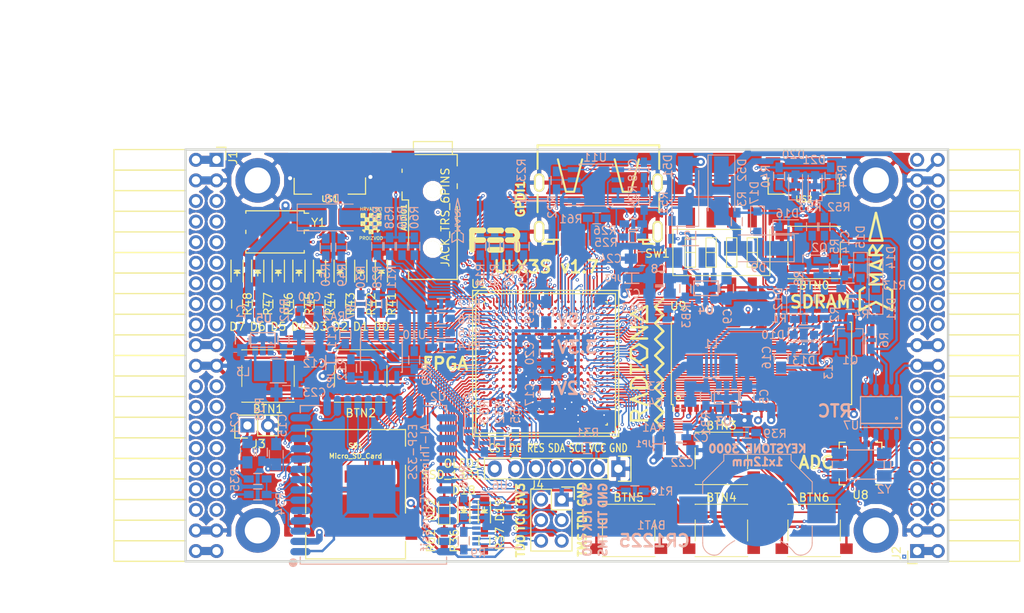
<source format=kicad_pcb>
(kicad_pcb (version 4) (host pcbnew 4.0.7+dfsg1-1)
  (layers (0 F.Cu signal) (1 In1.Cu signal) (2 In2.Cu signal) (31 B.Cu signal) (34 B.Paste user) (35 F.Paste user) (36 B.SilkS user) (37 F.SilkS user) (38 B.Mask user) (39 F.Mask user) (44 Edge.Cuts user))
  (net 0 "")
  (net 1 GND)
  (net 2 +5V)
  (net 3 /gpio/IN5V)
  (net 4 /gpio/OUT5V)
  (net 5 +3V3)
  (net 6 +1V2)
  (net 7 BTN_D)
  (net 8 BTN_F1)
  (net 9 BTN_F2)
  (net 10 BTN_L)
  (net 11 BTN_R)
  (net 12 BTN_U)
  (net 13 /power/FB1)
  (net 14 +2V5)
  (net 15 /power/PWREN)
  (net 16 /power/FB3)
  (net 17 /power/FB2)
  (net 18 "Net-(D9-Pad1)")
  (net 19 /power/VBAT)
  (net 20 JTAG_TDI)
  (net 21 JTAG_TCK)
  (net 22 JTAG_TMS)
  (net 23 JTAG_TDO)
  (net 24 /power/WAKEUPn)
  (net 25 /power/WKUP)
  (net 26 /power/SHUT)
  (net 27 /power/WAKE)
  (net 28 /power/HOLD)
  (net 29 /power/WKn)
  (net 30 /power/OSCI_32k)
  (net 31 /power/OSCO_32k)
  (net 32 "Net-(Q2-Pad3)")
  (net 33 SHUTDOWN)
  (net 34 /analog/AUDIO_L)
  (net 35 /analog/AUDIO_R)
  (net 36 GPDI_5V_SCL)
  (net 37 GPDI_5V_SDA)
  (net 38 GPDI_SDA)
  (net 39 GPDI_SCL)
  (net 40 /gpdi/VREF2)
  (net 41 SD_CMD)
  (net 42 SD_CLK)
  (net 43 SD_D0)
  (net 44 SD_D1)
  (net 45 USB5V)
  (net 46 GPDI_CEC)
  (net 47 nRESET)
  (net 48 FTDI_nDTR)
  (net 49 SDRAM_CKE)
  (net 50 SDRAM_A7)
  (net 51 SDRAM_D15)
  (net 52 SDRAM_BA1)
  (net 53 SDRAM_D7)
  (net 54 SDRAM_A6)
  (net 55 SDRAM_CLK)
  (net 56 SDRAM_D13)
  (net 57 SDRAM_BA0)
  (net 58 SDRAM_D6)
  (net 59 SDRAM_A5)
  (net 60 SDRAM_D14)
  (net 61 SDRAM_A11)
  (net 62 SDRAM_D12)
  (net 63 SDRAM_D5)
  (net 64 SDRAM_A4)
  (net 65 SDRAM_A10)
  (net 66 SDRAM_D11)
  (net 67 SDRAM_A3)
  (net 68 SDRAM_D4)
  (net 69 SDRAM_D10)
  (net 70 SDRAM_D9)
  (net 71 SDRAM_A9)
  (net 72 SDRAM_D3)
  (net 73 SDRAM_D8)
  (net 74 SDRAM_A8)
  (net 75 SDRAM_A2)
  (net 76 SDRAM_A1)
  (net 77 SDRAM_A0)
  (net 78 SDRAM_D2)
  (net 79 SDRAM_D1)
  (net 80 SDRAM_D0)
  (net 81 SDRAM_DQM0)
  (net 82 SDRAM_nCS)
  (net 83 SDRAM_nRAS)
  (net 84 SDRAM_DQM1)
  (net 85 SDRAM_nCAS)
  (net 86 SDRAM_nWE)
  (net 87 /flash/FLASH_nWP)
  (net 88 /flash/FLASH_nHOLD)
  (net 89 /flash/FLASH_MOSI)
  (net 90 /flash/FLASH_MISO)
  (net 91 /flash/FLASH_SCK)
  (net 92 /flash/FLASH_nCS)
  (net 93 /flash/FPGA_PROGRAMN)
  (net 94 /flash/FPGA_DONE)
  (net 95 /flash/FPGA_INITN)
  (net 96 OLED_RES)
  (net 97 OLED_DC)
  (net 98 OLED_CS)
  (net 99 WIFI_EN)
  (net 100 FTDI_nRTS)
  (net 101 FTDI_TXD)
  (net 102 FTDI_RXD)
  (net 103 WIFI_RXD)
  (net 104 WIFI_GPIO0)
  (net 105 WIFI_TXD)
  (net 106 GPDI_ETH-)
  (net 107 GPDI_ETH+)
  (net 108 GPDI_D2+)
  (net 109 GPDI_D2-)
  (net 110 GPDI_D1+)
  (net 111 GPDI_D1-)
  (net 112 GPDI_D0+)
  (net 113 GPDI_D0-)
  (net 114 GPDI_CLK+)
  (net 115 GPDI_CLK-)
  (net 116 USB_FTDI_D+)
  (net 117 USB_FTDI_D-)
  (net 118 J1_17-)
  (net 119 J1_17+)
  (net 120 J1_23-)
  (net 121 J1_23+)
  (net 122 J1_25-)
  (net 123 J1_25+)
  (net 124 J1_27-)
  (net 125 J1_27+)
  (net 126 J1_29-)
  (net 127 J1_29+)
  (net 128 J1_31-)
  (net 129 J1_31+)
  (net 130 J1_33-)
  (net 131 J1_33+)
  (net 132 J1_35-)
  (net 133 J1_35+)
  (net 134 J2_5-)
  (net 135 J2_5+)
  (net 136 J2_7-)
  (net 137 J2_7+)
  (net 138 J2_9-)
  (net 139 J2_9+)
  (net 140 J2_13-)
  (net 141 J2_13+)
  (net 142 J2_17-)
  (net 143 J2_17+)
  (net 144 J2_11-)
  (net 145 J2_11+)
  (net 146 J2_23-)
  (net 147 J2_23+)
  (net 148 J1_5-)
  (net 149 J1_5+)
  (net 150 J1_7-)
  (net 151 J1_7+)
  (net 152 J1_9-)
  (net 153 J1_9+)
  (net 154 J1_11-)
  (net 155 J1_11+)
  (net 156 J1_13-)
  (net 157 J1_13+)
  (net 158 J1_15-)
  (net 159 J1_15+)
  (net 160 J2_15-)
  (net 161 J2_15+)
  (net 162 J2_25-)
  (net 163 J2_25+)
  (net 164 J2_27-)
  (net 165 J2_27+)
  (net 166 J2_29-)
  (net 167 J2_29+)
  (net 168 J2_31-)
  (net 169 J2_31+)
  (net 170 J2_33-)
  (net 171 J2_33+)
  (net 172 J2_35-)
  (net 173 J2_35+)
  (net 174 SD_D3)
  (net 175 AUDIO_L3)
  (net 176 AUDIO_L2)
  (net 177 AUDIO_L1)
  (net 178 AUDIO_L0)
  (net 179 AUDIO_R3)
  (net 180 AUDIO_R2)
  (net 181 AUDIO_R1)
  (net 182 AUDIO_R0)
  (net 183 OLED_CLK)
  (net 184 OLED_MOSI)
  (net 185 LED0)
  (net 186 LED1)
  (net 187 LED2)
  (net 188 LED3)
  (net 189 LED4)
  (net 190 LED5)
  (net 191 LED6)
  (net 192 LED7)
  (net 193 BTN_PWRn)
  (net 194 FTDI_nTXLED)
  (net 195 FTDI_nSLEEP)
  (net 196 /blinkey/LED_PWREN)
  (net 197 /blinkey/LED_TXLED)
  (net 198 FT3V3)
  (net 199 /sdcard/SD3V3)
  (net 200 SD_D2)
  (net 201 CLK_25MHz)
  (net 202 /blinkey/BTNPUL)
  (net 203 /blinkey/BTNPUR)
  (net 204 USB_FPGA_D+)
  (net 205 /power/FTDI_nSUSPEND)
  (net 206 /blinkey/ALED0)
  (net 207 /blinkey/ALED1)
  (net 208 /blinkey/ALED2)
  (net 209 /blinkey/ALED3)
  (net 210 /blinkey/ALED4)
  (net 211 /blinkey/ALED5)
  (net 212 /blinkey/ALED6)
  (net 213 /blinkey/ALED7)
  (net 214 /usb/FTD-)
  (net 215 /usb/FTD+)
  (net 216 ADC_MISO)
  (net 217 ADC_MOSI)
  (net 218 ADC_CSn)
  (net 219 ADC_SCLK)
  (net 220 "Net-(R51-Pad2)")
  (net 221 SW3)
  (net 222 SW2)
  (net 223 SW1)
  (net 224 SW0)
  (net 225 USB_FPGA_D-)
  (net 226 /usb/FPD+)
  (net 227 /usb/FPD-)
  (net 228 WIFI_GPIO16)
  (net 229 WIFI_GPIO15)
  (net 230 /usb/ANT_433MHz)
  (net 231 /power/PWRBTn)
  (net 232 PROG_DONE)
  (net 233 /power/P1V2)
  (net 234 /power/P3V3)
  (net 235 /power/P2V5)
  (net 236 /power/L1)
  (net 237 /power/L3)
  (net 238 /power/L2)
  (net 239 FTDI_TXDEN)
  (net 240 /wifi/WIFIOFF)
  (net 241 SDRAM_A12)
  (net 242 /analog/AUDIO_V)
  (net 243 AUDIO_V3)
  (net 244 AUDIO_V2)
  (net 245 AUDIO_V1)
  (net 246 AUDIO_V0)
  (net 247 /gpdi/FPGA_CEC)
  (net 248 /blinkey/LED_WIFI)
  (net 249 WIFI_GPIO2)
  (module SMD_Packages:1Pin (layer F.Cu) (at 182.67515 111.637626)
    (fp_text reference AE1 hide)
    (fp_text value 433MHz hide)
    (pad 1 smd rect (at 0 0) (size 0.5 0.5) (layers B.Cu F.Paste F.Mask) (net 230 /usb/ANT_433MHz))
  )
  (module Resistors_SMD:R_0603_HandSoldering (layer B.Cu) (at 103.498 98.758 90)
    (fp_text reference R38 (at 5.334 -0.254 90) (layer B.SilkS) (effects (justify mirror)))
    (fp_text value 0.47)
    (pad 1 smd rect (at -1.1 0 90) (size 1.2 0.9) (layers B.Cu B.Paste B.Mask) (net 199 /sdcard/SD3V3))
    (pad 2 smd rect (at 1.1 0 90) (size 1.2 0.9) (layers B.Cu B.Paste B.Mask) (net 5 +3V3))
  )
  (module jumper:SOLDER-JUMPER_1-WAY (layer B.Cu) (at 152.393 97.742 270)
    (fp_text reference JP1 (at 0 1.778 360) (layer B.SilkS) (effects (font (size 0.762 0.762) (thickness 0.1524)) (justify mirror)))
    (fp_text value 1.2 hide)
    (pad 1 smd rect (at -0.6 0 270) (size 1 1) (layers B.Cu B.Paste B.Mask) (net 233 /power/P1V2))
    (pad 2 smd rect (at 0.6 0 270) (size 1 1) (layers B.Cu B.Paste B.Mask) (net 6 +1V2))
  )
  (module ESP32-footprints-Lib:ESP-32S (layer B.Cu) (at 117.313 101.513)
    (fp_text reference U2 (at 7.902 -9.613 180) (layer B.SilkS) (effects (justify mirror)))
    (fp_text value ESP-32S)
    (fp_text user AI-Thinker/Espressif (at 6.3 1.6 270) (layer B.SilkS) (effects (justify mirror)))
    (fp_text user ESP-32S (at 4.8 -2.8 270) (layer B.SilkS) (effects (justify mirror)))
    (pad 38 smd oval (at 8.947434 9.517338 180) (size 2.5 0.9) (layers B.Cu B.Paste B.Mask) (net 1 GND))
    (pad 37 smd oval (at 8.947434 8.247338 180) (size 2.5 0.9) (layers B.Cu B.Paste B.Mask))
    (pad 36 smd oval (at 8.947434 6.977338 180) (size 2.5 0.9) (layers B.Cu B.Paste B.Mask) (net 232 PROG_DONE))
    (pad 35 smd oval (at 8.947434 5.707338 180) (size 2.5 0.9) (layers B.Cu B.Paste B.Mask) (net 105 WIFI_TXD))
    (pad 34 smd oval (at 8.947434 4.437338 180) (size 2.5 0.9) (layers B.Cu B.Paste B.Mask) (net 103 WIFI_RXD))
    (pad 33 smd oval (at 8.947434 3.167338 180) (size 2.5 0.9) (layers B.Cu B.Paste B.Mask) (net 22 JTAG_TMS))
    (pad 32 smd oval (at 8.947434 1.897338 180) (size 2.5 0.9) (layers B.Cu B.Paste B.Mask))
    (pad 31 smd oval (at 8.947434 0.627338 180) (size 2.5 0.9) (layers B.Cu B.Paste B.Mask) (net 20 JTAG_TDI))
    (pad 30 smd oval (at 8.947434 -0.642662 180) (size 2.5 0.9) (layers B.Cu B.Paste B.Mask) (net 21 JTAG_TCK))
    (pad 29 smd oval (at 8.947434 -1.912662 180) (size 2.5 0.9) (layers B.Cu B.Paste B.Mask))
    (pad 28 smd oval (at 8.947434 -3.182662 180) (size 2.5 0.9) (layers B.Cu B.Paste B.Mask) (net 23 JTAG_TDO))
    (pad 27 smd oval (at 8.947434 -4.452662 180) (size 2.5 0.9) (layers B.Cu B.Paste B.Mask) (net 228 WIFI_GPIO16))
    (pad 26 smd oval (at 8.947434 -5.722662 180) (size 2.5 0.9) (layers B.Cu B.Paste B.Mask))
    (pad 25 smd oval (at 8.947434 -6.992662 180) (size 2.5 0.9) (layers B.Cu B.Paste B.Mask) (net 104 WIFI_GPIO0))
    (pad 24 smd oval (at 5.662434 -8.482662 180) (size 0.9 2.5) (layers B.Cu B.Paste B.Mask) (net 249 WIFI_GPIO2))
    (pad 23 smd oval (at 4.392434 -8.482662 180) (size 0.9 2.5) (layers B.Cu B.Paste B.Mask) (net 229 WIFI_GPIO15))
    (pad 22 smd oval (at 3.122434 -8.482662 180) (size 0.9 2.5) (layers B.Cu B.Paste B.Mask) (net 44 SD_D1))
    (pad 21 smd oval (at 1.852434 -8.482662 180) (size 0.9 2.5) (layers B.Cu B.Paste B.Mask) (net 43 SD_D0))
    (pad 20 smd oval (at 0.582434 -8.482662 180) (size 0.9 2.5) (layers B.Cu B.Paste B.Mask) (net 42 SD_CLK))
    (pad 19 smd oval (at -0.687566 -8.482662 180) (size 0.9 2.5) (layers B.Cu B.Paste B.Mask) (net 41 SD_CMD))
    (pad 18 smd oval (at -1.957566 -8.482662 180) (size 0.9 2.5) (layers B.Cu B.Paste B.Mask) (net 174 SD_D3))
    (pad 17 smd oval (at -3.227566 -8.482662 180) (size 0.9 2.5) (layers B.Cu B.Paste B.Mask) (net 200 SD_D2))
    (pad 16 smd oval (at -4.497566 -8.482662 180) (size 0.9 2.5) (layers B.Cu B.Paste B.Mask) (net 124 J1_27-))
    (pad 15 smd oval (at -5.767566 -8.482662 180) (size 0.9 2.5) (layers B.Cu B.Paste B.Mask) (net 1 GND))
    (pad 14 smd oval (at -9.052566 -6.992662 180) (size 2.5 0.9) (layers B.Cu B.Paste B.Mask) (net 125 J1_27+))
    (pad 13 smd oval (at -9.052566 -5.722662 180) (size 2.5 0.9) (layers B.Cu B.Paste B.Mask) (net 126 J1_29-))
    (pad 12 smd oval (at -9.052566 -4.452662 180) (size 2.5 0.9) (layers B.Cu B.Paste B.Mask) (net 127 J1_29+))
    (pad 11 smd oval (at -9.052566 -3.182662 180) (size 2.5 0.9) (layers B.Cu B.Paste B.Mask) (net 128 J1_31-))
    (pad 10 smd oval (at -9.052566 -1.912662 180) (size 2.5 0.9) (layers B.Cu B.Paste B.Mask) (net 129 J1_31+))
    (pad 9 smd oval (at -9.052566 -0.642662 180) (size 2.5 0.9) (layers B.Cu B.Paste B.Mask) (net 130 J1_33-))
    (pad 8 smd oval (at -9.052566 0.627338 180) (size 2.5 0.9) (layers B.Cu B.Paste B.Mask) (net 131 J1_33+))
    (pad 7 smd oval (at -9.052566 1.897338 180) (size 2.5 0.9) (layers B.Cu B.Paste B.Mask) (net 132 J1_35-))
    (pad 6 smd oval (at -9.052566 3.167338 180) (size 2.5 0.9) (layers B.Cu B.Paste B.Mask) (net 133 J1_35+))
    (pad 5 smd oval (at -9.052566 4.437338 180) (size 2.5 0.9) (layers B.Cu B.Paste B.Mask))
    (pad 4 smd oval (at -9.052566 5.707338 180) (size 2.5 0.9) (layers B.Cu B.Paste B.Mask))
    (pad 3 smd oval (at -9.052566 6.977338 180) (size 2.5 0.9) (layers B.Cu B.Paste B.Mask) (net 99 WIFI_EN))
    (pad 2 smd oval (at -9.052566 8.247338 180) (size 2.5 0.9) (layers B.Cu B.Paste B.Mask) (net 5 +3V3))
    (pad 1 smd oval (at -9.052566 9.517338 180) (size 2.5 0.9) (layers B.Cu B.Paste B.Mask) (net 1 GND))
    (pad 39 smd rect (at -0.352566 1.817338 180) (size 6 6) (layers B.Cu B.Paste B.Mask) (net 1 GND))
  )
  (module Diodes_SMD:D_SMA_Handsoldering (layer B.Cu) (at 155.695 66.5 90)
    (fp_text reference D51 (at 3.048 -2.159 90) (layer B.SilkS) (effects (justify mirror)))
    (fp_text value STPS2L30AF hide)
    (pad 1 smd rect (at -2.5 0 90) (size 3.5 1.8) (layers B.Cu B.Paste B.Mask) (net 2 +5V))
    (pad 2 smd rect (at 2.5 0 90) (size 3.5 1.8) (layers B.Cu B.Paste B.Mask) (net 3 /gpio/IN5V))
  )
  (module Resistors_SMD:R_0603_HandSoldering (layer B.Cu) (at 154.044 71.326 90)
    (fp_text reference R51 (at 3.302 -1.016 90) (layer B.SilkS) (effects (justify mirror)))
    (fp_text value 150)
    (pad 1 smd rect (at -1.1 0 90) (size 1.2 0.9) (layers B.Cu B.Paste B.Mask) (net 5 +3V3))
    (pad 2 smd rect (at 1.1 0 90) (size 1.2 0.9) (layers B.Cu B.Paste B.Mask) (net 220 "Net-(R51-Pad2)"))
  )
  (module Resistors_SMD:R_1210_HandSoldering (layer B.Cu) (at 158.87 88.09 180)
    (fp_text reference L1 (at 0 2.7 180) (layer B.SilkS) (effects (justify mirror)))
    (fp_text value 2.2uH)
    (pad 1 smd rect (at -2 0 180) (size 2 2.5) (layers B.Cu B.Paste B.Mask) (net 236 /power/L1))
    (pad 2 smd rect (at 2 0 180) (size 2 2.5) (layers B.Cu B.Paste B.Mask) (net 233 /power/P1V2))
  )
  (module TSOT-25:TSOT-25 (layer B.Cu) (at 160.775 91.9)
    (fp_text reference U3 (at -0.381 3.048) (layer B.SilkS) (effects (font (thickness 0.2)) (justify mirror)))
    (fp_text value AP3429A)
    (pad 1 smd rect (at -0.95 -1.3) (size 0.7 1.2) (layers B.Cu B.Paste B.Mask) (net 15 /power/PWREN))
    (pad 2 smd rect (at 0 -1.3) (size 0.7 1.2) (layers B.Cu B.Paste B.Mask) (net 1 GND))
    (pad 3 smd rect (at 0.95 -1.3) (size 0.7 1.2) (layers B.Cu B.Paste B.Mask) (net 236 /power/L1))
    (pad 4 smd rect (at 0.95 1.3) (size 0.7 1.2) (layers B.Cu B.Paste B.Mask) (net 2 +5V))
    (pad 5 smd rect (at -0.95 1.3) (size 0.7 1.2) (layers B.Cu B.Paste B.Mask) (net 13 /power/FB1))
  )
  (module Resistors_SMD:R_1210_HandSoldering (layer B.Cu) (at 156.33 74.755 180)
    (fp_text reference L2 (at 0 2.7 180) (layer B.SilkS) (effects (justify mirror)))
    (fp_text value 2.2uH)
    (pad 1 smd rect (at -2 0 180) (size 2 2.5) (layers B.Cu B.Paste B.Mask) (net 237 /power/L3))
    (pad 2 smd rect (at 2 0 180) (size 2 2.5) (layers B.Cu B.Paste B.Mask) (net 234 /power/P3V3))
  )
  (module TSOT-25:TSOT-25 (layer B.Cu) (at 158.235 78.535)
    (fp_text reference U4 (at 0 2.697) (layer B.SilkS) (effects (font (thickness 0.2)) (justify mirror)))
    (fp_text value AP3429A)
    (pad 1 smd rect (at -0.95 -1.3) (size 0.7 1.2) (layers B.Cu B.Paste B.Mask) (net 15 /power/PWREN))
    (pad 2 smd rect (at 0 -1.3) (size 0.7 1.2) (layers B.Cu B.Paste B.Mask) (net 1 GND))
    (pad 3 smd rect (at 0.95 -1.3) (size 0.7 1.2) (layers B.Cu B.Paste B.Mask) (net 237 /power/L3))
    (pad 4 smd rect (at 0.95 1.3) (size 0.7 1.2) (layers B.Cu B.Paste B.Mask) (net 2 +5V))
    (pad 5 smd rect (at -0.95 1.3) (size 0.7 1.2) (layers B.Cu B.Paste B.Mask) (net 16 /power/FB3))
  )
  (module LEDs:LED_0805 (layer F.Cu) (at 118.23 76.66 270)
    (fp_text reference D0 (at 6.604 0 360) (layer F.SilkS))
    (fp_text value RED hide)
    (pad 2 smd rect (at 1.04902 0 90) (size 1.19888 1.19888) (layers F.Cu F.Paste F.Mask) (net 206 /blinkey/ALED0))
    (pad 1 smd rect (at -1.04902 0 90) (size 1.19888 1.19888) (layers F.Cu F.Paste F.Mask) (net 1 GND))
  )
  (module LEDs:LED_0805 (layer F.Cu) (at 115.69 76.66 270)
    (fp_text reference D1 (at 6.604 0 360) (layer F.SilkS))
    (fp_text value RED hide)
    (pad 2 smd rect (at 1.04902 0 90) (size 1.19888 1.19888) (layers F.Cu F.Paste F.Mask) (net 207 /blinkey/ALED1))
    (pad 1 smd rect (at -1.04902 0 90) (size 1.19888 1.19888) (layers F.Cu F.Paste F.Mask) (net 1 GND))
  )
  (module LEDs:LED_0805 (layer F.Cu) (at 113.15 76.66 270)
    (fp_text reference D2 (at 6.604 0 360) (layer F.SilkS))
    (fp_text value RED hide)
    (pad 2 smd rect (at 1.04902 0 90) (size 1.19888 1.19888) (layers F.Cu F.Paste F.Mask) (net 208 /blinkey/ALED2))
    (pad 1 smd rect (at -1.04902 0 90) (size 1.19888 1.19888) (layers F.Cu F.Paste F.Mask) (net 1 GND))
  )
  (module LEDs:LED_0805 (layer F.Cu) (at 110.61 76.66 270)
    (fp_text reference D3 (at 6.604 0 360) (layer F.SilkS))
    (fp_text value RED hide)
    (pad 2 smd rect (at 1.04902 0 90) (size 1.19888 1.19888) (layers F.Cu F.Paste F.Mask) (net 209 /blinkey/ALED3))
    (pad 1 smd rect (at -1.04902 0 90) (size 1.19888 1.19888) (layers F.Cu F.Paste F.Mask) (net 1 GND))
  )
  (module LEDs:LED_0805 (layer F.Cu) (at 108.07 76.66 270)
    (fp_text reference D4 (at 6.604 0 360) (layer F.SilkS))
    (fp_text value RED hide)
    (pad 2 smd rect (at 1.04902 0 90) (size 1.19888 1.19888) (layers F.Cu F.Paste F.Mask) (net 210 /blinkey/ALED4))
    (pad 1 smd rect (at -1.04902 0 90) (size 1.19888 1.19888) (layers F.Cu F.Paste F.Mask) (net 1 GND))
  )
  (module LEDs:LED_0805 (layer F.Cu) (at 105.53 76.66 270)
    (fp_text reference D5 (at 6.604 0 360) (layer F.SilkS))
    (fp_text value RED hide)
    (pad 2 smd rect (at 1.04902 0 90) (size 1.19888 1.19888) (layers F.Cu F.Paste F.Mask) (net 211 /blinkey/ALED5))
    (pad 1 smd rect (at -1.04902 0 90) (size 1.19888 1.19888) (layers F.Cu F.Paste F.Mask) (net 1 GND))
  )
  (module LEDs:LED_0805 (layer F.Cu) (at 102.99 76.66 270)
    (fp_text reference D6 (at 6.604 0 360) (layer F.SilkS))
    (fp_text value RED hide)
    (pad 2 smd rect (at 1.04902 0 90) (size 1.19888 1.19888) (layers F.Cu F.Paste F.Mask) (net 212 /blinkey/ALED6))
    (pad 1 smd rect (at -1.04902 0 90) (size 1.19888 1.19888) (layers F.Cu F.Paste F.Mask) (net 1 GND))
  )
  (module LEDs:LED_0805 (layer F.Cu) (at 100.45 76.66 270)
    (fp_text reference D7 (at 6.604 0 360) (layer F.SilkS))
    (fp_text value RED hide)
    (pad 2 smd rect (at 1.04902 0 90) (size 1.19888 1.19888) (layers F.Cu F.Paste F.Mask) (net 213 /blinkey/ALED7))
    (pad 1 smd rect (at -1.04902 0 90) (size 1.19888 1.19888) (layers F.Cu F.Paste F.Mask) (net 1 GND))
  )
  (module Resistors_SMD:R_1210_HandSoldering (layer B.Cu) (at 105.53 88.725)
    (fp_text reference L3 (at -4.318 0.127) (layer B.SilkS) (effects (justify mirror)))
    (fp_text value 2.2uH)
    (pad 1 smd rect (at -2 0) (size 2 2.5) (layers B.Cu B.Paste B.Mask) (net 238 /power/L2))
    (pad 2 smd rect (at 2 0) (size 2 2.5) (layers B.Cu B.Paste B.Mask) (net 235 /power/P2V5))
  )
  (module TSOT-25:TSOT-25 (layer B.Cu) (at 103.625 84.915 180)
    (fp_text reference U5 (at -0.127 2.667 180) (layer B.SilkS) (effects (font (thickness 0.2)) (justify mirror)))
    (fp_text value AP3429A)
    (pad 1 smd rect (at -0.95 -1.3 180) (size 0.7 1.2) (layers B.Cu B.Paste B.Mask) (net 15 /power/PWREN))
    (pad 2 smd rect (at 0 -1.3 180) (size 0.7 1.2) (layers B.Cu B.Paste B.Mask) (net 1 GND))
    (pad 3 smd rect (at 0.95 -1.3 180) (size 0.7 1.2) (layers B.Cu B.Paste B.Mask) (net 238 /power/L2))
    (pad 4 smd rect (at 0.95 1.3 180) (size 0.7 1.2) (layers B.Cu B.Paste B.Mask) (net 2 +5V))
    (pad 5 smd rect (at -0.95 1.3 180) (size 0.7 1.2) (layers B.Cu B.Paste B.Mask) (net 17 /power/FB2))
  )
  (module Capacitors_SMD:C_0805_HandSoldering (layer B.Cu) (at 101.085 84.915 270)
    (fp_text reference C1 (at -3.429 0.127 270) (layer B.SilkS) (effects (justify mirror)))
    (fp_text value 22uF)
    (pad 1 smd rect (at -1.25 0 270) (size 1.5 1.25) (layers B.Cu B.Paste B.Mask) (net 2 +5V))
    (pad 2 smd rect (at 1.25 0 270) (size 1.5 1.25) (layers B.Cu B.Paste B.Mask) (net 1 GND))
  )
  (module Capacitors_SMD:C_0805_HandSoldering (layer B.Cu) (at 155.06 90.63)
    (fp_text reference C3 (at -3.048 0) (layer B.SilkS) (effects (justify mirror)))
    (fp_text value 22uF)
    (pad 1 smd rect (at -1.25 0) (size 1.5 1.25) (layers B.Cu B.Paste B.Mask) (net 233 /power/P1V2))
    (pad 2 smd rect (at 1.25 0) (size 1.5 1.25) (layers B.Cu B.Paste B.Mask) (net 1 GND))
  )
  (module Capacitors_SMD:C_0805_HandSoldering (layer B.Cu) (at 155.06 92.535)
    (fp_text reference C4 (at -3.048 0.127) (layer B.SilkS) (effects (justify mirror)))
    (fp_text value 22uF)
    (pad 1 smd rect (at -1.25 0) (size 1.5 1.25) (layers B.Cu B.Paste B.Mask) (net 233 /power/P1V2))
    (pad 2 smd rect (at 1.25 0) (size 1.5 1.25) (layers B.Cu B.Paste B.Mask) (net 1 GND))
  )
  (module Capacitors_SMD:C_0805_HandSoldering (layer B.Cu) (at 163.315 91.9 90)
    (fp_text reference C5 (at 0 2.1 90) (layer B.SilkS) (effects (justify mirror)))
    (fp_text value 22uF)
    (pad 1 smd rect (at -1.25 0 90) (size 1.5 1.25) (layers B.Cu B.Paste B.Mask) (net 2 +5V))
    (pad 2 smd rect (at 1.25 0 90) (size 1.5 1.25) (layers B.Cu B.Paste B.Mask) (net 1 GND))
  )
  (module Capacitors_SMD:C_0805_HandSoldering (layer B.Cu) (at 152.52 79.2)
    (fp_text reference C7 (at -3.302 0) (layer B.SilkS) (effects (justify mirror)))
    (fp_text value 22uF)
    (pad 1 smd rect (at -1.25 0) (size 1.5 1.25) (layers B.Cu B.Paste B.Mask) (net 234 /power/P3V3))
    (pad 2 smd rect (at 1.25 0) (size 1.5 1.25) (layers B.Cu B.Paste B.Mask) (net 1 GND))
  )
  (module Capacitors_SMD:C_0805_HandSoldering (layer B.Cu) (at 152.52 77.295)
    (fp_text reference C8 (at -0.127 -1.143) (layer B.SilkS) (effects (justify mirror)))
    (fp_text value 22uF)
    (pad 1 smd rect (at -1.25 0) (size 1.5 1.25) (layers B.Cu B.Paste B.Mask) (net 234 /power/P3V3))
    (pad 2 smd rect (at 1.25 0) (size 1.5 1.25) (layers B.Cu B.Paste B.Mask) (net 1 GND))
  )
  (module Capacitors_SMD:C_0805_HandSoldering (layer B.Cu) (at 160.775 78.565 90)
    (fp_text reference C9 (at -3.429 0.127 90) (layer B.SilkS) (effects (justify mirror)))
    (fp_text value 22uF)
    (pad 1 smd rect (at -1.25 0 90) (size 1.5 1.25) (layers B.Cu B.Paste B.Mask) (net 2 +5V))
    (pad 2 smd rect (at 1.25 0 90) (size 1.5 1.25) (layers B.Cu B.Paste B.Mask) (net 1 GND))
  )
  (module Capacitors_SMD:C_0805_HandSoldering (layer B.Cu) (at 109.34 84.28 180)
    (fp_text reference C11 (at -2.794 -0.254 270) (layer B.SilkS) (effects (justify mirror)))
    (fp_text value 22uF)
    (pad 1 smd rect (at -1.25 0 180) (size 1.5 1.25) (layers B.Cu B.Paste B.Mask) (net 235 /power/P2V5))
    (pad 2 smd rect (at 1.25 0 180) (size 1.5 1.25) (layers B.Cu B.Paste B.Mask) (net 1 GND))
  )
  (module Capacitors_SMD:C_0805_HandSoldering (layer B.Cu) (at 109.34 86.185 180)
    (fp_text reference C12 (at -0.635 -1.615 360) (layer B.SilkS) (effects (justify mirror)))
    (fp_text value 22uF)
    (pad 1 smd rect (at -1.25 0 180) (size 1.5 1.25) (layers B.Cu B.Paste B.Mask) (net 235 /power/P2V5))
    (pad 2 smd rect (at 1.25 0 180) (size 1.5 1.25) (layers B.Cu B.Paste B.Mask) (net 1 GND))
  )
  (module Power_Integrations:SO-8 (layer B.Cu) (at 179.825 93.805 180)
    (fp_text reference U7 (at 3.683 -1.651 180) (layer B.SilkS) (effects (justify mirror)))
    (fp_text value PCF8523)
    (pad 1 smd oval (at -1.905 -2.794 180) (size 0.6096 1.4732) (layers B.Cu B.Paste B.Mask) (net 30 /power/OSCI_32k))
    (pad 2 smd oval (at -0.635 -2.794 180) (size 0.6096 1.4732) (layers B.Cu B.Paste B.Mask) (net 31 /power/OSCO_32k))
    (pad 3 smd oval (at 0.635 -2.794 180) (size 0.6096 1.4732) (layers B.Cu B.Paste B.Mask) (net 19 /power/VBAT))
    (pad 4 smd oval (at 1.905 -2.794 180) (size 0.6096 1.4732) (layers B.Cu B.Paste B.Mask) (net 1 GND))
    (pad 5 smd oval (at 1.905 2.794 180) (size 0.6096 1.4732) (layers B.Cu B.Paste B.Mask) (net 38 GPDI_SDA))
    (pad 6 smd oval (at 0.635 2.794 180) (size 0.6096 1.4732) (layers B.Cu B.Paste B.Mask) (net 39 GPDI_SCL))
    (pad 7 smd oval (at -0.635 2.794 180) (size 0.6096 1.4732) (layers B.Cu B.Paste B.Mask) (net 24 /power/WAKEUPn))
    (pad 8 smd oval (at -1.905 2.794 180) (size 0.6096 1.4732) (layers B.Cu B.Paste B.Mask) (net 5 +3V3))
  )
  (module Capacitors_SMD:C_0805_HandSoldering (layer B.Cu) (at 173.221 84.788 90)
    (fp_text reference C13 (at -3.556 0.127 90) (layer B.SilkS) (effects (justify mirror)))
    (fp_text value 2.2uF)
    (pad 1 smd rect (at -1.25 0 90) (size 1.5 1.25) (layers B.Cu B.Paste B.Mask) (net 2 +5V))
    (pad 2 smd rect (at 1.25 0 90) (size 1.5 1.25) (layers B.Cu B.Paste B.Mask) (net 25 /power/WKUP))
  )
  (module TSOP54:TSOP54 (layer F.Cu) (at 165.08 87.8 90)
    (fp_text reference U9 (at 7.076 -10.274 180) (layer F.SilkS))
    (fp_text value MT48LC4M16A2TG)
    (pad 28 smd rect (at 5.53 10.4 90) (size 0.9 0.56) (layers F.Cu F.Paste F.Mask) (net 1 GND))
    (pad 1 smd rect (at -5.53 -10.4 90) (size 0.9 0.56) (layers F.Cu F.Paste F.Mask) (net 5 +3V3))
    (pad 2 smd rect (at -5.53 -9.6 90) (size 0.9 0.56) (layers F.Cu F.Paste F.Mask) (net 80 SDRAM_D0))
    (pad 3 smd rect (at -5.53 -8.8 90) (size 0.9 0.56) (layers F.Cu F.Paste F.Mask) (net 5 +3V3))
    (pad 4 smd rect (at -5.53 -8 90) (size 0.9 0.56) (layers F.Cu F.Paste F.Mask) (net 79 SDRAM_D1))
    (pad 5 smd rect (at -5.53 -7.2 90) (size 0.9 0.56) (layers F.Cu F.Paste F.Mask) (net 78 SDRAM_D2))
    (pad 6 smd rect (at -5.53 -6.4 90) (size 0.9 0.56) (layers F.Cu F.Paste F.Mask) (net 1 GND))
    (pad 7 smd rect (at -5.53 -5.6 90) (size 0.9 0.56) (layers F.Cu F.Paste F.Mask) (net 72 SDRAM_D3))
    (pad 8 smd rect (at -5.53 -4.8 90) (size 0.9 0.56) (layers F.Cu F.Paste F.Mask) (net 68 SDRAM_D4))
    (pad 9 smd rect (at -5.53 -4 90) (size 0.9 0.56) (layers F.Cu F.Paste F.Mask) (net 5 +3V3))
    (pad 10 smd rect (at -5.53 -3.2 90) (size 0.9 0.56) (layers F.Cu F.Paste F.Mask) (net 63 SDRAM_D5))
    (pad 11 smd rect (at -5.53 -2.4 90) (size 0.9 0.56) (layers F.Cu F.Paste F.Mask) (net 58 SDRAM_D6))
    (pad 12 smd rect (at -5.53 -1.6 90) (size 0.9 0.56) (layers F.Cu F.Paste F.Mask) (net 1 GND))
    (pad 13 smd rect (at -5.53 -0.8 90) (size 0.9 0.56) (layers F.Cu F.Paste F.Mask) (net 53 SDRAM_D7))
    (pad 14 smd rect (at -5.53 0 90) (size 0.9 0.56) (layers F.Cu F.Paste F.Mask) (net 5 +3V3))
    (pad 15 smd rect (at -5.53 0.8 90) (size 0.9 0.56) (layers F.Cu F.Paste F.Mask) (net 81 SDRAM_DQM0))
    (pad 16 smd rect (at -5.53 1.6 90) (size 0.9 0.56) (layers F.Cu F.Paste F.Mask) (net 86 SDRAM_nWE))
    (pad 17 smd rect (at -5.53 2.4 90) (size 0.9 0.56) (layers F.Cu F.Paste F.Mask) (net 85 SDRAM_nCAS))
    (pad 18 smd rect (at -5.53 3.2 90) (size 0.9 0.56) (layers F.Cu F.Paste F.Mask) (net 83 SDRAM_nRAS))
    (pad 19 smd rect (at -5.53 4 90) (size 0.9 0.56) (layers F.Cu F.Paste F.Mask) (net 82 SDRAM_nCS))
    (pad 20 smd rect (at -5.53 4.8 90) (size 0.9 0.56) (layers F.Cu F.Paste F.Mask) (net 57 SDRAM_BA0))
    (pad 21 smd rect (at -5.53 5.6 90) (size 0.9 0.56) (layers F.Cu F.Paste F.Mask) (net 52 SDRAM_BA1))
    (pad 22 smd rect (at -5.53 6.4 90) (size 0.9 0.56) (layers F.Cu F.Paste F.Mask) (net 65 SDRAM_A10))
    (pad 23 smd rect (at -5.53 7.2 90) (size 0.9 0.56) (layers F.Cu F.Paste F.Mask) (net 77 SDRAM_A0))
    (pad 24 smd rect (at -5.53 8 90) (size 0.9 0.56) (layers F.Cu F.Paste F.Mask) (net 76 SDRAM_A1))
    (pad 25 smd rect (at -5.53 8.8 90) (size 0.9 0.56) (layers F.Cu F.Paste F.Mask) (net 75 SDRAM_A2))
    (pad 26 smd rect (at -5.53 9.6 90) (size 0.9 0.56) (layers F.Cu F.Paste F.Mask) (net 67 SDRAM_A3))
    (pad 27 smd rect (at -5.53 10.4 90) (size 0.9 0.56) (layers F.Cu F.Paste F.Mask) (net 5 +3V3))
    (pad 29 smd rect (at 5.53 9.6 90) (size 0.9 0.56) (layers F.Cu F.Paste F.Mask) (net 64 SDRAM_A4))
    (pad 30 smd rect (at 5.53 8.8 90) (size 0.9 0.56) (layers F.Cu F.Paste F.Mask) (net 59 SDRAM_A5))
    (pad 31 smd rect (at 5.53 8 90) (size 0.9 0.56) (layers F.Cu F.Paste F.Mask) (net 54 SDRAM_A6))
    (pad 32 smd rect (at 5.53 7.2 90) (size 0.9 0.56) (layers F.Cu F.Paste F.Mask) (net 50 SDRAM_A7))
    (pad 33 smd rect (at 5.53 6.4 90) (size 0.9 0.56) (layers F.Cu F.Paste F.Mask) (net 74 SDRAM_A8))
    (pad 34 smd rect (at 5.53 5.6 90) (size 0.9 0.56) (layers F.Cu F.Paste F.Mask) (net 71 SDRAM_A9))
    (pad 35 smd rect (at 5.53 4.8 90) (size 0.9 0.56) (layers F.Cu F.Paste F.Mask) (net 61 SDRAM_A11))
    (pad 36 smd rect (at 5.53 4 90) (size 0.9 0.56) (layers F.Cu F.Paste F.Mask) (net 241 SDRAM_A12))
    (pad 37 smd rect (at 5.53 3.2 90) (size 0.9 0.56) (layers F.Cu F.Paste F.Mask) (net 49 SDRAM_CKE))
    (pad 38 smd rect (at 5.53 2.4 90) (size 0.9 0.56) (layers F.Cu F.Paste F.Mask) (net 55 SDRAM_CLK))
    (pad 39 smd rect (at 5.53 1.6 90) (size 0.9 0.56) (layers F.Cu F.Paste F.Mask) (net 84 SDRAM_DQM1))
    (pad 40 smd rect (at 5.53 0.8 90) (size 0.9 0.56) (layers F.Cu F.Paste F.Mask))
    (pad 41 smd rect (at 5.53 0 90) (size 0.9 0.56) (layers F.Cu F.Paste F.Mask) (net 1 GND))
    (pad 42 smd rect (at 5.53 -0.8 90) (size 0.9 0.56) (layers F.Cu F.Paste F.Mask) (net 73 SDRAM_D8))
    (pad 43 smd rect (at 5.53 -1.6 90) (size 0.9 0.56) (layers F.Cu F.Paste F.Mask) (net 5 +3V3))
    (pad 44 smd rect (at 5.53 -2.4 90) (size 0.9 0.56) (layers F.Cu F.Paste F.Mask) (net 70 SDRAM_D9))
    (pad 45 smd rect (at 5.53 -3.2 90) (size 0.9 0.56) (layers F.Cu F.Paste F.Mask) (net 69 SDRAM_D10))
    (pad 46 smd rect (at 5.53 -4 90) (size 0.9 0.56) (layers F.Cu F.Paste F.Mask) (net 1 GND))
    (pad 47 smd rect (at 5.53 -4.8 90) (size 0.9 0.56) (layers F.Cu F.Paste F.Mask) (net 66 SDRAM_D11))
    (pad 48 smd rect (at 5.53 -5.6 90) (size 0.9 0.56) (layers F.Cu F.Paste F.Mask) (net 62 SDRAM_D12))
    (pad 49 smd rect (at 5.53 -6.4 90) (size 0.9 0.56) (layers F.Cu F.Paste F.Mask) (net 5 +3V3))
    (pad 50 smd rect (at 5.53 -7.2 90) (size 0.9 0.56) (layers F.Cu F.Paste F.Mask) (net 56 SDRAM_D13))
    (pad 51 smd rect (at 5.53 -8 90) (size 0.9 0.56) (layers F.Cu F.Paste F.Mask) (net 60 SDRAM_D14))
    (pad 52 smd rect (at 5.53 -8.8 90) (size 0.9 0.56) (layers F.Cu F.Paste F.Mask) (net 1 GND))
    (pad 53 smd rect (at 5.53 -9.6 90) (size 0.9 0.56) (layers F.Cu F.Paste F.Mask) (net 51 SDRAM_D15))
    (pad 54 smd rect (at 5.53 -10.4 90) (size 0.9 0.56) (layers F.Cu F.Paste F.Mask) (net 1 GND))
  )
  (module TO_SOT_Packages_SMD:SOT-23_Handsoldering (layer B.Cu) (at 176.015 84.28 90)
    (fp_text reference Q1 (at -3.1115 0 180) (layer B.SilkS) (effects (justify mirror)))
    (fp_text value BC857)
    (pad 1 smd rect (at -1.5 0.95 90) (size 1.9 0.8) (layers B.Cu B.Paste B.Mask) (net 29 /power/WKn))
    (pad 2 smd rect (at -1.5 -0.95 90) (size 1.9 0.8) (layers B.Cu B.Paste B.Mask) (net 2 +5V))
    (pad 3 smd rect (at 1.5 0 90) (size 1.9 0.8) (layers B.Cu B.Paste B.Mask) (net 25 /power/WKUP))
  )
  (module TO_SOT_Packages_SMD:SOT-23_Handsoldering (layer B.Cu) (at 170.935 76.025 180)
    (fp_text reference Q2 (at -1.295 2.5 180) (layer B.SilkS) (effects (justify mirror)))
    (fp_text value 2N7002)
    (pad 1 smd rect (at -1.5 0.95 180) (size 1.9 0.8) (layers B.Cu B.Paste B.Mask) (net 26 /power/SHUT))
    (pad 2 smd rect (at -1.5 -0.95 180) (size 1.9 0.8) (layers B.Cu B.Paste B.Mask) (net 1 GND))
    (pad 3 smd rect (at 1.5 0 180) (size 1.9 0.8) (layers B.Cu B.Paste B.Mask) (net 32 "Net-(Q2-Pad3)"))
  )
  (module Capacitors_SMD:C_0603_HandSoldering (layer B.Cu) (at 154.86 96.91)
    (fp_text reference C2 (at 2.74 0.07) (layer B.SilkS) (effects (justify mirror)))
    (fp_text value 470pF)
    (pad 1 smd rect (at -0.95 0) (size 1.2 0.75) (layers B.Cu B.Paste B.Mask) (net 233 /power/P1V2))
    (pad 2 smd rect (at 0.95 0) (size 1.2 0.75) (layers B.Cu B.Paste B.Mask) (net 13 /power/FB1))
  )
  (module Capacitors_SMD:C_0603_HandSoldering (layer B.Cu) (at 152.52 82.375)
    (fp_text reference C6 (at -2.794 0.127) (layer B.SilkS) (effects (justify mirror)))
    (fp_text value 470pF)
    (pad 1 smd rect (at -0.95 0) (size 1.2 0.75) (layers B.Cu B.Paste B.Mask) (net 234 /power/P3V3))
    (pad 2 smd rect (at 0.95 0) (size 1.2 0.75) (layers B.Cu B.Paste B.Mask) (net 16 /power/FB3))
  )
  (module Capacitors_SMD:C_0603_HandSoldering (layer B.Cu) (at 109.34 81.105 180)
    (fp_text reference C10 (at -0.04 1.505 180) (layer B.SilkS) (effects (justify mirror)))
    (fp_text value 470pF)
    (pad 1 smd rect (at -0.95 0 180) (size 1.2 0.75) (layers B.Cu B.Paste B.Mask) (net 235 /power/P2V5))
    (pad 2 smd rect (at 0.95 0 180) (size 1.2 0.75) (layers B.Cu B.Paste B.Mask) (net 17 /power/FB2))
  )
  (module Capacitors_SMD:C_0603_HandSoldering (layer B.Cu) (at 175.38 76.025 270)
    (fp_text reference C14 (at -3.175 0 270) (layer B.SilkS) (effects (justify mirror)))
    (fp_text value 100nF)
    (pad 1 smd rect (at -0.95 0 270) (size 1.2 0.75) (layers B.Cu B.Paste B.Mask) (net 26 /power/SHUT))
    (pad 2 smd rect (at 0.95 0 270) (size 1.2 0.75) (layers B.Cu B.Paste B.Mask) (net 1 GND))
  )
  (module Resistors_SMD:R_0603_HandSoldering (layer B.Cu) (at 170.3 82.375)
    (fp_text reference R1 (at -3.048 -0.127) (layer B.SilkS) (effects (justify mirror)))
    (fp_text value 15k)
    (pad 1 smd rect (at -1.1 0) (size 1.2 0.9) (layers B.Cu B.Paste B.Mask) (net 27 /power/WAKE))
    (pad 2 smd rect (at 1.1 0) (size 1.2 0.9) (layers B.Cu B.Paste B.Mask) (net 15 /power/PWREN))
  )
  (module Resistors_SMD:R_0603_HandSoldering (layer B.Cu) (at 172.84 79.835 90)
    (fp_text reference R2 (at -1.905 1.27 90) (layer B.SilkS) (effects (justify mirror)))
    (fp_text value 47k)
    (pad 1 smd rect (at -1.1 0 90) (size 1.2 0.9) (layers B.Cu B.Paste B.Mask) (net 15 /power/PWREN))
    (pad 2 smd rect (at 1.1 0 90) (size 1.2 0.9) (layers B.Cu B.Paste B.Mask) (net 1 GND))
  )
  (module Resistors_SMD:R_0603_HandSoldering (layer B.Cu) (at 176.015 80.47 180)
    (fp_text reference R4 (at -1.397 -1.27 360) (layer B.SilkS) (effects (justify mirror)))
    (fp_text value 15k)
    (pad 1 smd rect (at -1.1 0 180) (size 1.2 0.9) (layers B.Cu B.Paste B.Mask) (net 28 /power/HOLD))
    (pad 2 smd rect (at 1.1 0 180) (size 1.2 0.9) (layers B.Cu B.Paste B.Mask) (net 15 /power/PWREN))
  )
  (module Resistors_SMD:R_0603_HandSoldering (layer B.Cu) (at 174.11 76.025 270)
    (fp_text reference R5 (at -2.667 0 270) (layer B.SilkS) (effects (justify mirror)))
    (fp_text value 4.7M)
    (pad 1 smd rect (at -1.1 0 270) (size 1.2 0.9) (layers B.Cu B.Paste B.Mask) (net 26 /power/SHUT))
    (pad 2 smd rect (at 1.1 0 270) (size 1.2 0.9) (layers B.Cu B.Paste B.Mask) (net 1 GND))
  )
  (module Resistors_SMD:R_0603_HandSoldering (layer B.Cu) (at 178.555 84.915 270)
    (fp_text reference R6 (at 0 -1.651 270) (layer B.SilkS) (effects (justify mirror)))
    (fp_text value 1k)
    (pad 1 smd rect (at -1.1 0 270) (size 1.2 0.9) (layers B.Cu B.Paste B.Mask) (net 29 /power/WKn))
    (pad 2 smd rect (at 1.1 0 270) (size 1.2 0.9) (layers B.Cu B.Paste B.Mask) (net 24 /power/WAKEUPn))
  )
  (module Resistors_SMD:R_0603_HandSoldering (layer B.Cu) (at 113.785 84.28 270)
    (fp_text reference R7 (at -2.794 -0.635 270) (layer B.SilkS) (effects (justify mirror)))
    (fp_text value 150)
    (pad 1 smd rect (at -1.1 0 270) (size 1.2 0.9) (layers B.Cu B.Paste B.Mask) (net 5 +3V3))
    (pad 2 smd rect (at 1.1 0 270) (size 1.2 0.9) (layers B.Cu B.Paste B.Mask) (net 202 /blinkey/BTNPUL))
  )
  (module Resistors_SMD:R_0603_HandSoldering (layer B.Cu) (at 170.935 79.835 90)
    (fp_text reference R8 (at 2.54 -1.27 90) (layer B.SilkS) (effects (justify mirror)))
    (fp_text value 1k)
    (pad 1 smd rect (at -1.1 0 90) (size 1.2 0.9) (layers B.Cu B.Paste B.Mask) (net 15 /power/PWREN))
    (pad 2 smd rect (at 1.1 0 90) (size 1.2 0.9) (layers B.Cu B.Paste B.Mask) (net 32 "Net-(Q2-Pad3)"))
  )
  (module Resistors_SMD:R_0603_HandSoldering (layer B.Cu) (at 128.39 109.68 270)
    (fp_text reference R9 (at 1.524 -1.778 360) (layer B.SilkS) (effects (justify mirror)))
    (fp_text value 15k)
    (pad 1 smd rect (at -1.1 0 270) (size 1.2 0.9) (layers B.Cu B.Paste B.Mask) (net 47 nRESET))
    (pad 2 smd rect (at 1.1 0 270) (size 1.2 0.9) (layers B.Cu B.Paste B.Mask) (net 198 FT3V3))
  )
  (module Resistors_SMD:R_0603_HandSoldering (layer B.Cu) (at 149.472 103.584 180)
    (fp_text reference R10 (at -3.302 0 180) (layer B.SilkS) (effects (justify mirror)))
    (fp_text value 150)
    (pad 1 smd rect (at -1.1 0 180) (size 1.2 0.9) (layers B.Cu B.Paste B.Mask) (net 205 /power/FTDI_nSUSPEND))
    (pad 2 smd rect (at 1.1 0 180) (size 1.2 0.9) (layers B.Cu B.Paste B.Mask) (net 195 FTDI_nSLEEP))
  )
  (module Resistors_SMD:R_0603_HandSoldering (layer B.Cu) (at 176.015 78.565 180)
    (fp_text reference R13 (at -5.461 0.381 180) (layer B.SilkS) (effects (justify mirror)))
    (fp_text value 15k)
    (pad 1 smd rect (at -1.1 0 180) (size 1.2 0.9) (layers B.Cu B.Paste B.Mask) (net 33 SHUTDOWN))
    (pad 2 smd rect (at 1.1 0 180) (size 1.2 0.9) (layers B.Cu B.Paste B.Mask) (net 1 GND))
  )
  (module Resistors_SMD:R_0603_HandSoldering (layer B.Cu) (at 154.86 95.64)
    (fp_text reference RA1 (at -3.102 0.07) (layer B.SilkS) (effects (justify mirror)))
    (fp_text value 15k)
    (pad 1 smd rect (at -1.1 0) (size 1.2 0.9) (layers B.Cu B.Paste B.Mask) (net 233 /power/P1V2))
    (pad 2 smd rect (at 1.1 0) (size 1.2 0.9) (layers B.Cu B.Paste B.Mask) (net 13 /power/FB1))
  )
  (module Resistors_SMD:R_0603_HandSoldering (layer B.Cu) (at 109.34 82.375 180)
    (fp_text reference RA2 (at -3.048 0.381 360) (layer B.SilkS) (effects (justify mirror)))
    (fp_text value 15k)
    (pad 1 smd rect (at -1.1 0 180) (size 1.2 0.9) (layers B.Cu B.Paste B.Mask) (net 235 /power/P2V5))
    (pad 2 smd rect (at 1.1 0 180) (size 1.2 0.9) (layers B.Cu B.Paste B.Mask) (net 17 /power/FB2))
  )
  (module Resistors_SMD:R_0603_HandSoldering (layer B.Cu) (at 152.52 81.105)
    (fp_text reference RA3 (at -3.302 -0.127) (layer B.SilkS) (effects (justify mirror)))
    (fp_text value 15k)
    (pad 1 smd rect (at -1.1 0) (size 1.2 0.9) (layers B.Cu B.Paste B.Mask) (net 234 /power/P3V3))
    (pad 2 smd rect (at 1.1 0) (size 1.2 0.9) (layers B.Cu B.Paste B.Mask) (net 16 /power/FB3))
  )
  (module Resistors_SMD:R_0603_HandSoldering (layer B.Cu) (at 158.235 91.9 270)
    (fp_text reference RB1 (at 3.302 0 270) (layer B.SilkS) (effects (justify mirror)))
    (fp_text value 15k)
    (pad 1 smd rect (at -1.1 0 270) (size 1.2 0.9) (layers B.Cu B.Paste B.Mask) (net 1 GND))
    (pad 2 smd rect (at 1.1 0 270) (size 1.2 0.9) (layers B.Cu B.Paste B.Mask) (net 13 /power/FB1))
  )
  (module Resistors_SMD:R_0603_HandSoldering (layer B.Cu) (at 106.165 84.915 90)
    (fp_text reference RB2 (at 3.683 0.127 90) (layer B.SilkS) (effects (justify mirror)))
    (fp_text value 4.7k)
    (pad 1 smd rect (at -1.1 0 90) (size 1.2 0.9) (layers B.Cu B.Paste B.Mask) (net 1 GND))
    (pad 2 smd rect (at 1.1 0 90) (size 1.2 0.9) (layers B.Cu B.Paste B.Mask) (net 17 /power/FB2))
  )
  (module Resistors_SMD:R_0603_HandSoldering (layer B.Cu) (at 155.695 78.565 270)
    (fp_text reference RB3 (at 3.429 -0.127 270) (layer B.SilkS) (effects (justify mirror)))
    (fp_text value 3.3k)
    (pad 1 smd rect (at -1.1 0 270) (size 1.2 0.9) (layers B.Cu B.Paste B.Mask) (net 1 GND))
    (pad 2 smd rect (at 1.1 0 270) (size 1.2 0.9) (layers B.Cu B.Paste B.Mask) (net 16 /power/FB3))
  )
  (module Resistors_SMD:R_0603_HandSoldering (layer B.Cu) (at 125.596 85.804 180)
    (fp_text reference R14 (at -3.47 0.127 180) (layer B.SilkS) (effects (justify mirror)))
    (fp_text value 1.2k)
    (pad 1 smd rect (at -1.1 0 180) (size 1.2 0.9) (layers B.Cu B.Paste B.Mask) (net 175 AUDIO_L3))
    (pad 2 smd rect (at 1.1 0 180) (size 1.2 0.9) (layers B.Cu B.Paste B.Mask) (net 34 /analog/AUDIO_L))
  )
  (module Resistors_SMD:R_0603_HandSoldering (layer B.Cu) (at 125.596 84.026 180)
    (fp_text reference R15 (at -3.47 -0.001 180) (layer B.SilkS) (effects (justify mirror)))
    (fp_text value 680)
    (pad 1 smd rect (at -1.1 0 180) (size 1.2 0.9) (layers B.Cu B.Paste B.Mask) (net 176 AUDIO_L2))
    (pad 2 smd rect (at 1.1 0 180) (size 1.2 0.9) (layers B.Cu B.Paste B.Mask) (net 34 /analog/AUDIO_L))
  )
  (module Resistors_SMD:R_0603_HandSoldering (layer B.Cu) (at 125.596 82.248 180)
    (fp_text reference R16 (at -3.47 -0.127 180) (layer B.SilkS) (effects (justify mirror)))
    (fp_text value 330)
    (pad 1 smd rect (at -1.1 0 180) (size 1.2 0.9) (layers B.Cu B.Paste B.Mask) (net 177 AUDIO_L1))
    (pad 2 smd rect (at 1.1 0 180) (size 1.2 0.9) (layers B.Cu B.Paste B.Mask) (net 34 /analog/AUDIO_L))
  )
  (module Resistors_SMD:R_0603_HandSoldering (layer B.Cu) (at 125.596 80.47 180)
    (fp_text reference R17 (at -3.47 0 180) (layer B.SilkS) (effects (justify mirror)))
    (fp_text value 150)
    (pad 1 smd rect (at -1.1 0 180) (size 1.2 0.9) (layers B.Cu B.Paste B.Mask) (net 178 AUDIO_L0))
    (pad 2 smd rect (at 1.1 0 180) (size 1.2 0.9) (layers B.Cu B.Paste B.Mask) (net 34 /analog/AUDIO_L))
  )
  (module Resistors_SMD:R_0603_HandSoldering (layer B.Cu) (at 130.422 73.358 90)
    (fp_text reference R18 (at -3.556 0 90) (layer B.SilkS) (effects (justify mirror)))
    (fp_text value 1.2k)
    (pad 1 smd rect (at -1.1 0 90) (size 1.2 0.9) (layers B.Cu B.Paste B.Mask) (net 179 AUDIO_R3))
    (pad 2 smd rect (at 1.1 0 90) (size 1.2 0.9) (layers B.Cu B.Paste B.Mask) (net 35 /analog/AUDIO_R))
  )
  (module Resistors_SMD:R_0603_HandSoldering (layer B.Cu) (at 132.2 73.358 90)
    (fp_text reference R19 (at -3.556 0 90) (layer B.SilkS) (effects (justify mirror)))
    (fp_text value 680)
    (pad 1 smd rect (at -1.1 0 90) (size 1.2 0.9) (layers B.Cu B.Paste B.Mask) (net 180 AUDIO_R2))
    (pad 2 smd rect (at 1.1 0 90) (size 1.2 0.9) (layers B.Cu B.Paste B.Mask) (net 35 /analog/AUDIO_R))
  )
  (module Resistors_SMD:R_0603_HandSoldering (layer B.Cu) (at 133.978 73.358 90)
    (fp_text reference R20 (at -3.556 0 90) (layer B.SilkS) (effects (justify mirror)))
    (fp_text value 330)
    (pad 1 smd rect (at -1.1 0 90) (size 1.2 0.9) (layers B.Cu B.Paste B.Mask) (net 181 AUDIO_R1))
    (pad 2 smd rect (at 1.1 0 90) (size 1.2 0.9) (layers B.Cu B.Paste B.Mask) (net 35 /analog/AUDIO_R))
  )
  (module Resistors_SMD:R_0603_HandSoldering (layer B.Cu) (at 135.756 73.358 90)
    (fp_text reference R21 (at -3.556 0 90) (layer B.SilkS) (effects (justify mirror)))
    (fp_text value 150)
    (pad 1 smd rect (at -1.1 0 90) (size 1.2 0.9) (layers B.Cu B.Paste B.Mask) (net 182 AUDIO_R0))
    (pad 2 smd rect (at 1.1 0 90) (size 1.2 0.9) (layers B.Cu B.Paste B.Mask) (net 35 /analog/AUDIO_R))
  )
  (module Housings_SOIC:SOIC-8_3.9x4.9mm_Pitch1.27mm (layer B.Cu) (at 118.23 86.82 270)
    (fp_text reference U10 (at -2.54 -4.064 360) (layer B.SilkS) (effects (justify mirror)))
    (fp_text value S25FL164K0XMFI011)
    (pad 1 smd rect (at -2.7 1.905 270) (size 1.55 0.6) (layers B.Cu B.Paste B.Mask) (net 92 /flash/FLASH_nCS))
    (pad 2 smd rect (at -2.7 0.635 270) (size 1.55 0.6) (layers B.Cu B.Paste B.Mask) (net 90 /flash/FLASH_MISO))
    (pad 3 smd rect (at -2.7 -0.635 270) (size 1.55 0.6) (layers B.Cu B.Paste B.Mask) (net 87 /flash/FLASH_nWP))
    (pad 4 smd rect (at -2.7 -1.905 270) (size 1.55 0.6) (layers B.Cu B.Paste B.Mask) (net 1 GND))
    (pad 5 smd rect (at 2.7 -1.905 270) (size 1.55 0.6) (layers B.Cu B.Paste B.Mask) (net 89 /flash/FLASH_MOSI))
    (pad 6 smd rect (at 2.7 -0.635 270) (size 1.55 0.6) (layers B.Cu B.Paste B.Mask) (net 91 /flash/FLASH_SCK))
    (pad 7 smd rect (at 2.7 0.635 270) (size 1.55 0.6) (layers B.Cu B.Paste B.Mask) (net 88 /flash/FLASH_nHOLD))
    (pad 8 smd rect (at 2.7 1.905 270) (size 1.55 0.6) (layers B.Cu B.Paste B.Mask) (net 5 +3V3))
  )
  (module Capacitors_SMD:C_0603_HandSoldering (layer B.Cu) (at 150.5896 63.96 90)
    (fp_text reference C18 (at 0 -1.3716 90) (layer B.SilkS) (effects (justify mirror)))
    (fp_text value 470pF)
    (pad 1 smd rect (at -0.95 0 90) (size 1.2 0.75) (layers B.Cu B.Paste B.Mask) (net 40 /gpdi/VREF2))
    (pad 2 smd rect (at 0.95 0 90) (size 1.2 0.75) (layers B.Cu B.Paste B.Mask) (net 1 GND))
  )
  (module Housings_SOIC:SOIC-8_3.9x4.9mm_Pitch1.27mm (layer B.Cu) (at 144.68 65.8)
    (fp_text reference U11 (at -0.1 -3.4) (layer B.SilkS) (effects (justify mirror)))
    (fp_text value PCA9306DCTR)
    (pad 1 smd rect (at -2.7 1.905) (size 1.55 0.6) (layers B.Cu B.Paste B.Mask) (net 1 GND))
    (pad 2 smd rect (at -2.7 0.635) (size 1.55 0.6) (layers B.Cu B.Paste B.Mask) (net 5 +3V3))
    (pad 3 smd rect (at -2.7 -0.635) (size 1.55 0.6) (layers B.Cu B.Paste B.Mask) (net 39 GPDI_SCL))
    (pad 4 smd rect (at -2.7 -1.905) (size 1.55 0.6) (layers B.Cu B.Paste B.Mask) (net 38 GPDI_SDA))
    (pad 5 smd rect (at 2.7 -1.905) (size 1.55 0.6) (layers B.Cu B.Paste B.Mask) (net 37 GPDI_5V_SDA))
    (pad 6 smd rect (at 2.7 -0.635) (size 1.55 0.6) (layers B.Cu B.Paste B.Mask) (net 36 GPDI_5V_SCL))
    (pad 7 smd rect (at 2.7 0.635) (size 1.55 0.6) (layers B.Cu B.Paste B.Mask) (net 40 /gpdi/VREF2))
    (pad 8 smd rect (at 2.7 1.905) (size 1.55 0.6) (layers B.Cu B.Paste B.Mask) (net 40 /gpdi/VREF2))
  )
  (module Socket_Strips:Socket_Strip_Angled_2x20 (layer F.Cu) (at 97.91 62.69 270)
    (fp_text reference J1 (at -0.254 -2.032 270) (layer F.SilkS))
    (fp_text value CONN_02X20 hide)
    (pad 1 thru_hole rect (at 0 0 270) (size 1.7272 1.7272) (drill 1.016) (layers *.Cu *.Mask) (net 5 +3V3))
    (pad 2 thru_hole oval (at 0 2.54 270) (size 1.7272 1.7272) (drill 1.016) (layers *.Cu *.Mask) (net 5 +3V3))
    (pad 3 thru_hole oval (at 2.54 0 270) (size 1.7272 1.7272) (drill 1.016) (layers *.Cu *.Mask) (net 1 GND))
    (pad 4 thru_hole oval (at 2.54 2.54 270) (size 1.7272 1.7272) (drill 1.016) (layers *.Cu *.Mask) (net 1 GND))
    (pad 5 thru_hole oval (at 5.08 0 270) (size 1.7272 1.7272) (drill 1.016) (layers *.Cu *.Mask) (net 148 J1_5-))
    (pad 6 thru_hole oval (at 5.08 2.54 270) (size 1.7272 1.7272) (drill 1.016) (layers *.Cu *.Mask) (net 149 J1_5+))
    (pad 7 thru_hole oval (at 7.62 0 270) (size 1.7272 1.7272) (drill 1.016) (layers *.Cu *.Mask) (net 150 J1_7-))
    (pad 8 thru_hole oval (at 7.62 2.54 270) (size 1.7272 1.7272) (drill 1.016) (layers *.Cu *.Mask) (net 151 J1_7+))
    (pad 9 thru_hole oval (at 10.16 0 270) (size 1.7272 1.7272) (drill 1.016) (layers *.Cu *.Mask) (net 152 J1_9-))
    (pad 10 thru_hole oval (at 10.16 2.54 270) (size 1.7272 1.7272) (drill 1.016) (layers *.Cu *.Mask) (net 153 J1_9+))
    (pad 11 thru_hole oval (at 12.7 0 270) (size 1.7272 1.7272) (drill 1.016) (layers *.Cu *.Mask) (net 154 J1_11-))
    (pad 12 thru_hole oval (at 12.7 2.54 270) (size 1.7272 1.7272) (drill 1.016) (layers *.Cu *.Mask) (net 155 J1_11+))
    (pad 13 thru_hole oval (at 15.24 0 270) (size 1.7272 1.7272) (drill 1.016) (layers *.Cu *.Mask) (net 156 J1_13-))
    (pad 14 thru_hole oval (at 15.24 2.54 270) (size 1.7272 1.7272) (drill 1.016) (layers *.Cu *.Mask) (net 157 J1_13+))
    (pad 15 thru_hole oval (at 17.78 0 270) (size 1.7272 1.7272) (drill 1.016) (layers *.Cu *.Mask) (net 158 J1_15-))
    (pad 16 thru_hole oval (at 17.78 2.54 270) (size 1.7272 1.7272) (drill 1.016) (layers *.Cu *.Mask) (net 159 J1_15+))
    (pad 17 thru_hole oval (at 20.32 0 270) (size 1.7272 1.7272) (drill 1.016) (layers *.Cu *.Mask) (net 118 J1_17-))
    (pad 18 thru_hole oval (at 20.32 2.54 270) (size 1.7272 1.7272) (drill 1.016) (layers *.Cu *.Mask) (net 119 J1_17+))
    (pad 19 thru_hole oval (at 22.86 0 270) (size 1.7272 1.7272) (drill 1.016) (layers *.Cu *.Mask) (net 5 +3V3))
    (pad 20 thru_hole oval (at 22.86 2.54 270) (size 1.7272 1.7272) (drill 1.016) (layers *.Cu *.Mask) (net 5 +3V3))
    (pad 21 thru_hole oval (at 25.4 0 270) (size 1.7272 1.7272) (drill 1.016) (layers *.Cu *.Mask) (net 1 GND))
    (pad 22 thru_hole oval (at 25.4 2.54 270) (size 1.7272 1.7272) (drill 1.016) (layers *.Cu *.Mask) (net 1 GND))
    (pad 23 thru_hole oval (at 27.94 0 270) (size 1.7272 1.7272) (drill 1.016) (layers *.Cu *.Mask) (net 120 J1_23-))
    (pad 24 thru_hole oval (at 27.94 2.54 270) (size 1.7272 1.7272) (drill 1.016) (layers *.Cu *.Mask) (net 121 J1_23+))
    (pad 25 thru_hole oval (at 30.48 0 270) (size 1.7272 1.7272) (drill 1.016) (layers *.Cu *.Mask) (net 122 J1_25-))
    (pad 26 thru_hole oval (at 30.48 2.54 270) (size 1.7272 1.7272) (drill 1.016) (layers *.Cu *.Mask) (net 123 J1_25+))
    (pad 27 thru_hole oval (at 33.02 0 270) (size 1.7272 1.7272) (drill 1.016) (layers *.Cu *.Mask) (net 124 J1_27-))
    (pad 28 thru_hole oval (at 33.02 2.54 270) (size 1.7272 1.7272) (drill 1.016) (layers *.Cu *.Mask) (net 125 J1_27+))
    (pad 29 thru_hole oval (at 35.56 0 270) (size 1.7272 1.7272) (drill 1.016) (layers *.Cu *.Mask) (net 126 J1_29-))
    (pad 30 thru_hole oval (at 35.56 2.54 270) (size 1.7272 1.7272) (drill 1.016) (layers *.Cu *.Mask) (net 127 J1_29+))
    (pad 31 thru_hole oval (at 38.1 0 270) (size 1.7272 1.7272) (drill 1.016) (layers *.Cu *.Mask) (net 128 J1_31-))
    (pad 32 thru_hole oval (at 38.1 2.54 270) (size 1.7272 1.7272) (drill 1.016) (layers *.Cu *.Mask) (net 129 J1_31+))
    (pad 33 thru_hole oval (at 40.64 0 270) (size 1.7272 1.7272) (drill 1.016) (layers *.Cu *.Mask) (net 130 J1_33-))
    (pad 34 thru_hole oval (at 40.64 2.54 270) (size 1.7272 1.7272) (drill 1.016) (layers *.Cu *.Mask) (net 131 J1_33+))
    (pad 35 thru_hole oval (at 43.18 0 270) (size 1.7272 1.7272) (drill 1.016) (layers *.Cu *.Mask) (net 132 J1_35-))
    (pad 36 thru_hole oval (at 43.18 2.54 270) (size 1.7272 1.7272) (drill 1.016) (layers *.Cu *.Mask) (net 133 J1_35+))
    (pad 37 thru_hole oval (at 45.72 0 270) (size 1.7272 1.7272) (drill 1.016) (layers *.Cu *.Mask) (net 1 GND))
    (pad 38 thru_hole oval (at 45.72 2.54 270) (size 1.7272 1.7272) (drill 1.016) (layers *.Cu *.Mask) (net 1 GND))
    (pad 39 thru_hole oval (at 48.26 0 270) (size 1.7272 1.7272) (drill 1.016) (layers *.Cu *.Mask) (net 5 +3V3))
    (pad 40 thru_hole oval (at 48.26 2.54 270) (size 1.7272 1.7272) (drill 1.016) (layers *.Cu *.Mask) (net 5 +3V3))
  )
  (module Socket_Strips:Socket_Strip_Angled_2x20 (layer F.Cu) (at 184.27 110.95 90)
    (fp_text reference J2 (at -0.254 -2.54 90) (layer F.SilkS))
    (fp_text value CONN_02X20 hide)
    (pad 1 thru_hole rect (at 0 0 90) (size 1.7272 1.7272) (drill 1.016) (layers *.Cu *.Mask) (net 5 +3V3))
    (pad 2 thru_hole oval (at 0 2.54 90) (size 1.7272 1.7272) (drill 1.016) (layers *.Cu *.Mask) (net 5 +3V3))
    (pad 3 thru_hole oval (at 2.54 0 90) (size 1.7272 1.7272) (drill 1.016) (layers *.Cu *.Mask) (net 1 GND))
    (pad 4 thru_hole oval (at 2.54 2.54 90) (size 1.7272 1.7272) (drill 1.016) (layers *.Cu *.Mask) (net 1 GND))
    (pad 5 thru_hole oval (at 5.08 0 90) (size 1.7272 1.7272) (drill 1.016) (layers *.Cu *.Mask) (net 134 J2_5-))
    (pad 6 thru_hole oval (at 5.08 2.54 90) (size 1.7272 1.7272) (drill 1.016) (layers *.Cu *.Mask) (net 135 J2_5+))
    (pad 7 thru_hole oval (at 7.62 0 90) (size 1.7272 1.7272) (drill 1.016) (layers *.Cu *.Mask) (net 136 J2_7-))
    (pad 8 thru_hole oval (at 7.62 2.54 90) (size 1.7272 1.7272) (drill 1.016) (layers *.Cu *.Mask) (net 137 J2_7+))
    (pad 9 thru_hole oval (at 10.16 0 90) (size 1.7272 1.7272) (drill 1.016) (layers *.Cu *.Mask) (net 138 J2_9-))
    (pad 10 thru_hole oval (at 10.16 2.54 90) (size 1.7272 1.7272) (drill 1.016) (layers *.Cu *.Mask) (net 139 J2_9+))
    (pad 11 thru_hole oval (at 12.7 0 90) (size 1.7272 1.7272) (drill 1.016) (layers *.Cu *.Mask) (net 144 J2_11-))
    (pad 12 thru_hole oval (at 12.7 2.54 90) (size 1.7272 1.7272) (drill 1.016) (layers *.Cu *.Mask) (net 145 J2_11+))
    (pad 13 thru_hole oval (at 15.24 0 90) (size 1.7272 1.7272) (drill 1.016) (layers *.Cu *.Mask) (net 140 J2_13-))
    (pad 14 thru_hole oval (at 15.24 2.54 90) (size 1.7272 1.7272) (drill 1.016) (layers *.Cu *.Mask) (net 141 J2_13+))
    (pad 15 thru_hole oval (at 17.78 0 90) (size 1.7272 1.7272) (drill 1.016) (layers *.Cu *.Mask) (net 160 J2_15-))
    (pad 16 thru_hole oval (at 17.78 2.54 90) (size 1.7272 1.7272) (drill 1.016) (layers *.Cu *.Mask) (net 161 J2_15+))
    (pad 17 thru_hole oval (at 20.32 0 90) (size 1.7272 1.7272) (drill 1.016) (layers *.Cu *.Mask) (net 142 J2_17-))
    (pad 18 thru_hole oval (at 20.32 2.54 90) (size 1.7272 1.7272) (drill 1.016) (layers *.Cu *.Mask) (net 143 J2_17+))
    (pad 19 thru_hole oval (at 22.86 0 90) (size 1.7272 1.7272) (drill 1.016) (layers *.Cu *.Mask) (net 5 +3V3))
    (pad 20 thru_hole oval (at 22.86 2.54 90) (size 1.7272 1.7272) (drill 1.016) (layers *.Cu *.Mask) (net 5 +3V3))
    (pad 21 thru_hole oval (at 25.4 0 90) (size 1.7272 1.7272) (drill 1.016) (layers *.Cu *.Mask) (net 1 GND))
    (pad 22 thru_hole oval (at 25.4 2.54 90) (size 1.7272 1.7272) (drill 1.016) (layers *.Cu *.Mask) (net 1 GND))
    (pad 23 thru_hole oval (at 27.94 0 90) (size 1.7272 1.7272) (drill 1.016) (layers *.Cu *.Mask) (net 146 J2_23-))
    (pad 24 thru_hole oval (at 27.94 2.54 90) (size 1.7272 1.7272) (drill 1.016) (layers *.Cu *.Mask) (net 147 J2_23+))
    (pad 25 thru_hole oval (at 30.48 0 90) (size 1.7272 1.7272) (drill 1.016) (layers *.Cu *.Mask) (net 162 J2_25-))
    (pad 26 thru_hole oval (at 30.48 2.54 90) (size 1.7272 1.7272) (drill 1.016) (layers *.Cu *.Mask) (net 163 J2_25+))
    (pad 27 thru_hole oval (at 33.02 0 90) (size 1.7272 1.7272) (drill 1.016) (layers *.Cu *.Mask) (net 164 J2_27-))
    (pad 28 thru_hole oval (at 33.02 2.54 90) (size 1.7272 1.7272) (drill 1.016) (layers *.Cu *.Mask) (net 165 J2_27+))
    (pad 29 thru_hole oval (at 35.56 0 90) (size 1.7272 1.7272) (drill 1.016) (layers *.Cu *.Mask) (net 166 J2_29-))
    (pad 30 thru_hole oval (at 35.56 2.54 90) (size 1.7272 1.7272) (drill 1.016) (layers *.Cu *.Mask) (net 167 J2_29+))
    (pad 31 thru_hole oval (at 38.1 0 90) (size 1.7272 1.7272) (drill 1.016) (layers *.Cu *.Mask) (net 168 J2_31-))
    (pad 32 thru_hole oval (at 38.1 2.54 90) (size 1.7272 1.7272) (drill 1.016) (layers *.Cu *.Mask) (net 169 J2_31+))
    (pad 33 thru_hole oval (at 40.64 0 90) (size 1.7272 1.7272) (drill 1.016) (layers *.Cu *.Mask) (net 170 J2_33-))
    (pad 34 thru_hole oval (at 40.64 2.54 90) (size 1.7272 1.7272) (drill 1.016) (layers *.Cu *.Mask) (net 171 J2_33+))
    (pad 35 thru_hole oval (at 43.18 0 90) (size 1.7272 1.7272) (drill 1.016) (layers *.Cu *.Mask) (net 172 J2_35-))
    (pad 36 thru_hole oval (at 43.18 2.54 90) (size 1.7272 1.7272) (drill 1.016) (layers *.Cu *.Mask) (net 173 J2_35+))
    (pad 37 thru_hole oval (at 45.72 0 90) (size 1.7272 1.7272) (drill 1.016) (layers *.Cu *.Mask) (net 1 GND))
    (pad 38 thru_hole oval (at 45.72 2.54 90) (size 1.7272 1.7272) (drill 1.016) (layers *.Cu *.Mask) (net 1 GND))
    (pad 39 thru_hole oval (at 48.26 0 90) (size 1.7272 1.7272) (drill 1.016) (layers *.Cu *.Mask) (net 3 /gpio/IN5V))
    (pad 40 thru_hole oval (at 48.26 2.54 90) (size 1.7272 1.7272) (drill 1.016) (layers *.Cu *.Mask) (net 4 /gpio/OUT5V))
  )
  (module Mounting_Holes:MountingHole_3.2mm_M3_ISO14580_Pad (layer F.Cu) (at 102.99 108.41)
    (fp_text reference H1 hide)
    (fp_text value HOLE hide)
    (pad 1 thru_hole circle (at 0 0) (size 5.5 5.5) (drill 3.2) (layers *.Cu *.Mask) (net 1 GND))
  )
  (module Mounting_Holes:MountingHole_3.2mm_M3_ISO14580_Pad (layer F.Cu) (at 179.19 108.41)
    (fp_text reference H2 hide)
    (fp_text value HOLE hide)
    (pad 1 thru_hole circle (at 0 0) (size 5.5 5.5) (drill 3.2) (layers *.Cu *.Mask) (net 1 GND))
  )
  (module Mounting_Holes:MountingHole_3.2mm_M3_ISO14580_Pad (layer F.Cu) (at 179.19 65.23)
    (fp_text reference H3 hide)
    (fp_text value HOLE hide)
    (pad 1 thru_hole circle (at 0 0) (size 5.5 5.5) (drill 3.2) (layers *.Cu *.Mask) (net 1 GND))
  )
  (module Mounting_Holes:MountingHole_3.2mm_M3_ISO14580_Pad (layer F.Cu) (at 102.99 65.23)
    (fp_text reference H4 hide)
    (fp_text value HOLE hide)
    (pad 1 thru_hole circle (at 0 0) (size 5.5 5.5) (drill 3.2) (layers *.Cu *.Mask) (net 1 GND))
  )
  (module Resistors_SMD:R_0603_HandSoldering (layer B.Cu) (at 162.045 70.31 90)
    (fp_text reference R3 (at 2.794 0.635 90) (layer B.SilkS) (effects (justify mirror)))
    (fp_text value 4.7k)
    (pad 1 smd rect (at -1.1 0 90) (size 1.2 0.9) (layers B.Cu B.Paste B.Mask) (net 2 +5V))
    (pad 2 smd rect (at 1.1 0 90) (size 1.2 0.9) (layers B.Cu B.Paste B.Mask) (net 231 /power/PWRBTn))
  )
  (module Resistors_SMD:R_0603_HandSoldering (layer B.Cu) (at 139.82 65.23 90)
    (fp_text reference R22 (at -3.27 -0.54 90) (layer B.SilkS) (effects (justify mirror)))
    (fp_text value 2.2k)
    (pad 1 smd rect (at -1.1 0 90) (size 1.2 0.9) (layers B.Cu B.Paste B.Mask) (net 5 +3V3))
    (pad 2 smd rect (at 1.1 0 90) (size 1.2 0.9) (layers B.Cu B.Paste B.Mask) (net 38 GPDI_SDA))
  )
  (module Resistors_SMD:R_0603_HandSoldering (layer B.Cu) (at 135.375 67.432 90)
    (fp_text reference R23 (at 3.472 0.127 90) (layer B.SilkS) (effects (justify mirror)))
    (fp_text value 2.2k)
    (pad 1 smd rect (at -1.1 0 90) (size 1.2 0.9) (layers B.Cu B.Paste B.Mask) (net 5 +3V3))
    (pad 2 smd rect (at 1.1 0 90) (size 1.2 0.9) (layers B.Cu B.Paste B.Mask) (net 39 GPDI_SCL))
  )
  (module Resistors_SMD:R_0603_HandSoldering (layer B.Cu) (at 150.615 67.77 90)
    (fp_text reference R24 (at 0.508 -1.397 90) (layer B.SilkS) (effects (justify mirror)))
    (fp_text value 100k)
    (pad 1 smd rect (at -1.1 0 90) (size 1.2 0.9) (layers B.Cu B.Paste B.Mask) (net 2 +5V))
    (pad 2 smd rect (at 1.1 0 90) (size 1.2 0.9) (layers B.Cu B.Paste B.Mask) (net 40 /gpdi/VREF2))
  )
  (module Resistors_SMD:R_0603_HandSoldering (layer B.Cu) (at 149.175 72.215 180)
    (fp_text reference R25 (at 3.259 -0.685 180) (layer B.SilkS) (effects (justify mirror)))
    (fp_text value 470)
    (pad 1 smd rect (at -1.1 0 180) (size 1.2 0.9) (layers B.Cu B.Paste B.Mask) (net 2 +5V))
    (pad 2 smd rect (at 1.1 0 180) (size 1.2 0.9) (layers B.Cu B.Paste B.Mask) (net 36 GPDI_5V_SCL))
  )
  (module Resistors_SMD:R_0603_HandSoldering (layer B.Cu) (at 149.28 70.6 180)
    (fp_text reference R26 (at 3.5 -0.8 180) (layer B.SilkS) (effects (justify mirror)))
    (fp_text value 470)
    (pad 1 smd rect (at -1.1 0 180) (size 1.2 0.9) (layers B.Cu B.Paste B.Mask) (net 2 +5V))
    (pad 2 smd rect (at 1.1 0 180) (size 1.2 0.9) (layers B.Cu B.Paste B.Mask) (net 37 GPDI_5V_SDA))
  )
  (module Housings_SSOP:SSOP-20_4.4x6.5mm_Pitch0.65mm (layer B.Cu) (at 132.835 107.14 180)
    (fp_text reference U6 (at 0 4.3 180) (layer B.SilkS) (effects (justify mirror)))
    (fp_text value FT231XS)
    (pad 1 smd rect (at -2.9 2.925 180) (size 1 0.4) (layers B.Cu B.Paste B.Mask) (net 48 FTDI_nDTR))
    (pad 2 smd rect (at -2.9 2.275 180) (size 1 0.4) (layers B.Cu B.Paste B.Mask) (net 100 FTDI_nRTS))
    (pad 3 smd rect (at -2.9 1.625 180) (size 1 0.4) (layers B.Cu B.Paste B.Mask) (net 198 FT3V3))
    (pad 4 smd rect (at -2.9 0.975 180) (size 1 0.4) (layers B.Cu B.Paste B.Mask) (net 102 FTDI_RXD))
    (pad 5 smd rect (at -2.9 0.325 180) (size 1 0.4) (layers B.Cu B.Paste B.Mask) (net 20 JTAG_TDI))
    (pad 6 smd rect (at -2.9 -0.325 180) (size 1 0.4) (layers B.Cu B.Paste B.Mask) (net 1 GND))
    (pad 7 smd rect (at -2.9 -0.975 180) (size 1 0.4) (layers B.Cu B.Paste B.Mask) (net 21 JTAG_TCK))
    (pad 8 smd rect (at -2.9 -1.625 180) (size 1 0.4) (layers B.Cu B.Paste B.Mask) (net 22 JTAG_TMS))
    (pad 9 smd rect (at -2.9 -2.275 180) (size 1 0.4) (layers B.Cu B.Paste B.Mask) (net 23 JTAG_TDO))
    (pad 10 smd rect (at -2.9 -2.925 180) (size 1 0.4) (layers B.Cu B.Paste B.Mask) (net 194 FTDI_nTXLED))
    (pad 11 smd rect (at 2.9 -2.925 180) (size 1 0.4) (layers B.Cu B.Paste B.Mask) (net 116 USB_FTDI_D+))
    (pad 12 smd rect (at 2.9 -2.275 180) (size 1 0.4) (layers B.Cu B.Paste B.Mask) (net 117 USB_FTDI_D-))
    (pad 13 smd rect (at 2.9 -1.625 180) (size 1 0.4) (layers B.Cu B.Paste B.Mask) (net 198 FT3V3))
    (pad 14 smd rect (at 2.9 -0.975 180) (size 1 0.4) (layers B.Cu B.Paste B.Mask) (net 47 nRESET))
    (pad 15 smd rect (at 2.9 -0.325 180) (size 1 0.4) (layers B.Cu B.Paste B.Mask) (net 2 +5V))
    (pad 16 smd rect (at 2.9 0.325 180) (size 1 0.4) (layers B.Cu B.Paste B.Mask) (net 1 GND))
    (pad 17 smd rect (at 2.9 0.975 180) (size 1 0.4) (layers B.Cu B.Paste B.Mask))
    (pad 18 smd rect (at 2.9 1.625 180) (size 1 0.4) (layers B.Cu B.Paste B.Mask) (net 239 FTDI_TXDEN))
    (pad 19 smd rect (at 2.9 2.275 180) (size 1 0.4) (layers B.Cu B.Paste B.Mask) (net 195 FTDI_nSLEEP))
    (pad 20 smd rect (at 2.9 2.925 180) (size 1 0.4) (layers B.Cu B.Paste B.Mask) (net 101 FTDI_TXD))
  )
  (module Resistors_SMD:R_0603_HandSoldering (layer B.Cu) (at 119.5 80.47 270)
    (fp_text reference R11 (at -3.302 0 270) (layer B.SilkS) (effects (justify mirror)))
    (fp_text value 10k)
    (pad 1 smd rect (at -1.1 0 270) (size 1.2 0.9) (layers B.Cu B.Paste B.Mask) (net 5 +3V3))
    (pad 2 smd rect (at 1.1 0 270) (size 1.2 0.9) (layers B.Cu B.Paste B.Mask) (net 87 /flash/FLASH_nWP))
  )
  (module Resistors_SMD:R_0603_HandSoldering (layer B.Cu) (at 114.48 88.4 90)
    (fp_text reference R12 (at -0.071 -1.076 270) (layer B.SilkS) (effects (justify mirror)))
    (fp_text value 10k)
    (pad 1 smd rect (at -1.1 0 90) (size 1.2 0.9) (layers B.Cu B.Paste B.Mask) (net 5 +3V3))
    (pad 2 smd rect (at 1.1 0 90) (size 1.2 0.9) (layers B.Cu B.Paste B.Mask) (net 88 /flash/FLASH_nHOLD))
  )
  (module Resistors_SMD:R_0603_HandSoldering (layer B.Cu) (at 129.025 96.175 90)
    (fp_text reference R27 (at 3.429 0 90) (layer B.SilkS) (effects (justify mirror)))
    (fp_text value 10k)
    (pad 1 smd rect (at -1.1 0 90) (size 1.2 0.9) (layers B.Cu B.Paste B.Mask) (net 5 +3V3))
    (pad 2 smd rect (at 1.1 0 90) (size 1.2 0.9) (layers B.Cu B.Paste B.Mask) (net 89 /flash/FLASH_MOSI))
  )
  (module Resistors_SMD:R_0603_HandSoldering (layer B.Cu) (at 117.595 80.47 270)
    (fp_text reference R28 (at -3.302 -0.127 270) (layer B.SilkS) (effects (justify mirror)))
    (fp_text value 10k)
    (pad 1 smd rect (at -1.1 0 270) (size 1.2 0.9) (layers B.Cu B.Paste B.Mask) (net 5 +3V3))
    (pad 2 smd rect (at 1.1 0 270) (size 1.2 0.9) (layers B.Cu B.Paste B.Mask) (net 90 /flash/FLASH_MISO))
  )
  (module Resistors_SMD:R_0603_HandSoldering (layer B.Cu) (at 122.28 87.4 270)
    (fp_text reference R29 (at 1.706 -1.538 450) (layer B.SilkS) (effects (justify mirror)))
    (fp_text value 1k)
    (pad 1 smd rect (at -1.1 0 270) (size 1.2 0.9) (layers B.Cu B.Paste B.Mask) (net 5 +3V3))
    (pad 2 smd rect (at 1.1 0 270) (size 1.2 0.9) (layers B.Cu B.Paste B.Mask) (net 91 /flash/FLASH_SCK))
  )
  (module Resistors_SMD:R_0603_HandSoldering (layer B.Cu) (at 115.69 80.47 270)
    (fp_text reference R30 (at -3.302 0 270) (layer B.SilkS) (effects (justify mirror)))
    (fp_text value 4.7k)
    (pad 1 smd rect (at -1.1 0 270) (size 1.2 0.9) (layers B.Cu B.Paste B.Mask) (net 5 +3V3))
    (pad 2 smd rect (at 1.1 0 270) (size 1.2 0.9) (layers B.Cu B.Paste B.Mask) (net 92 /flash/FLASH_nCS))
  )
  (module Resistors_SMD:R_0603_HandSoldering (layer B.Cu) (at 143.63 98.25 180)
    (fp_text reference R31 (at 0 1.9 180) (layer B.SilkS) (effects (justify mirror)))
    (fp_text value 10k)
    (pad 1 smd rect (at -1.1 0 180) (size 1.2 0.9) (layers B.Cu B.Paste B.Mask) (net 5 +3V3))
    (pad 2 smd rect (at 1.1 0 180) (size 1.2 0.9) (layers B.Cu B.Paste B.Mask) (net 93 /flash/FPGA_PROGRAMN))
  )
  (module Resistors_SMD:R_0603_HandSoldering (layer B.Cu) (at 132.835 97.615 90)
    (fp_text reference R32 (at 3.81 0 90) (layer B.SilkS) (effects (justify mirror)))
    (fp_text value 10k)
    (pad 1 smd rect (at -1.1 0 90) (size 1.2 0.9) (layers B.Cu B.Paste B.Mask) (net 5 +3V3))
    (pad 2 smd rect (at 1.1 0 90) (size 1.2 0.9) (layers B.Cu B.Paste B.Mask) (net 94 /flash/FPGA_DONE))
  )
  (module Resistors_SMD:R_0603_HandSoldering (layer B.Cu) (at 130.93 97.615 90)
    (fp_text reference R33 (at 3.81 0 90) (layer B.SilkS) (effects (justify mirror)))
    (fp_text value 10k)
    (pad 1 smd rect (at -1.1 0 90) (size 1.2 0.9) (layers B.Cu B.Paste B.Mask) (net 5 +3V3))
    (pad 2 smd rect (at 1.1 0 90) (size 1.2 0.9) (layers B.Cu B.Paste B.Mask) (net 95 /flash/FPGA_INITN))
  )
  (module Resistors_SMD:R_0603_HandSoldering (layer B.Cu) (at 102.99 103.965)
    (fp_text reference R34 (at 2.794 1.143 90) (layer B.SilkS) (effects (justify mirror)))
    (fp_text value 15k)
    (pad 1 smd rect (at -1.1 0) (size 1.2 0.9) (layers B.Cu B.Paste B.Mask) (net 5 +3V3))
    (pad 2 smd rect (at 1.1 0) (size 1.2 0.9) (layers B.Cu B.Paste B.Mask) (net 99 WIFI_EN))
  )
  (module oscxo:Crystal_SMD_7050_4Pads (layer F.Cu) (at 105.124 71.58 180)
    (fp_text reference Y1 (at -5.359 1.143 180) (layer F.SilkS))
    (fp_text value FNETHE025 hide)
    (pad 1 smd rect (at -3.15 1.25 180) (size 2.2 1.4) (layers F.Cu F.Paste F.Mask) (net 5 +3V3))
    (pad 2 smd rect (at 3.15 1.25 180) (size 2.2 1.4) (layers F.Cu F.Paste F.Mask) (net 1 GND))
    (pad 3 smd rect (at 3.15 -1.25 180) (size 2.2 1.4) (layers F.Cu F.Paste F.Mask) (net 201 CLK_25MHz))
    (pad 4 smd rect (at -3.15 -1.25 180) (size 2.2 1.4) (layers F.Cu F.Paste F.Mask) (net 5 +3V3))
  )
  (module Socket_Strips:Socket_Strip_Straight_2x01 (layer F.Cu) (at 101.72 95.456 90)
    (fp_text reference J3 (at -2.286 1.397 180) (layer F.SilkS))
    (fp_text value WIFI_OFF)
    (pad 1 thru_hole rect (at 0 0 90) (size 1.7272 1.7272) (drill 1.016) (layers *.Cu *.Mask) (net 240 /wifi/WIFIOFF))
    (pad 2 thru_hole oval (at 0 2.54 90) (size 1.7272 1.7272) (drill 1.016) (layers *.Cu *.Mask) (net 1 GND))
  )
  (module Resistors_SMD:R_0603_HandSoldering (layer B.Cu) (at 102.99 102.06 180)
    (fp_text reference R35 (at 2.794 -0.127 270) (layer B.SilkS) (effects (justify mirror)))
    (fp_text value 470)
    (pad 1 smd rect (at -1.1 0 180) (size 1.2 0.9) (layers B.Cu B.Paste B.Mask) (net 99 WIFI_EN))
    (pad 2 smd rect (at 1.1 0 180) (size 1.2 0.9) (layers B.Cu B.Paste B.Mask) (net 240 /wifi/WIFIOFF))
  )
  (module LEDs:LED_0805 (layer F.Cu) (at 128.39 105.87 90)
    (fp_text reference D18 (at 2.413 0 360) (layer F.SilkS))
    (fp_text value GREEN hide)
    (pad 2 smd rect (at 1.04902 0 270) (size 1.19888 1.19888) (layers F.Cu F.Paste F.Mask) (net 195 FTDI_nSLEEP))
    (pad 1 smd rect (at -1.04902 0 270) (size 1.19888 1.19888) (layers F.Cu F.Paste F.Mask) (net 196 /blinkey/LED_PWREN))
  )
  (module LEDs:LED_0805 (layer F.Cu) (at 130.93 105.87 90)
    (fp_text reference D19 (at 0 1.905 270) (layer F.SilkS))
    (fp_text value RED hide)
    (pad 2 smd rect (at 1.04902 0 270) (size 1.19888 1.19888) (layers F.Cu F.Paste F.Mask) (net 198 FT3V3))
    (pad 1 smd rect (at -1.04902 0 270) (size 1.19888 1.19888) (layers F.Cu F.Paste F.Mask) (net 197 /blinkey/LED_TXLED))
  )
  (module Resistors_SMD:R_0603_HandSoldering (layer F.Cu) (at 128.39 109.68 270)
    (fp_text reference R36 (at 0 1.143 270) (layer F.SilkS))
    (fp_text value 330)
    (pad 1 smd rect (at -1.1 0 270) (size 1.2 0.9) (layers F.Cu F.Paste F.Mask) (net 196 /blinkey/LED_PWREN))
    (pad 2 smd rect (at 1.1 0 270) (size 1.2 0.9) (layers F.Cu F.Paste F.Mask) (net 1 GND))
  )
  (module Resistors_SMD:R_0603_HandSoldering (layer F.Cu) (at 130.93 109.68 90)
    (fp_text reference R37 (at 0.254 1.905 90) (layer F.SilkS))
    (fp_text value 330)
    (pad 1 smd rect (at -1.1 0 90) (size 1.2 0.9) (layers F.Cu F.Paste F.Mask) (net 194 FTDI_nTXLED))
    (pad 2 smd rect (at 1.1 0 90) (size 1.2 0.9) (layers F.Cu F.Paste F.Mask) (net 197 /blinkey/LED_TXLED))
  )
  (module usb_otg:USB-MICRO-B-FCI-10118192-0001LF (layer F.Cu) (at 111.88 63.325 180)
    (fp_text reference US1 (at 0 -4.2 180) (layer F.SilkS) (effects (font (size 0.7 0.7))))
    (fp_text value USB_FTDI hide)
    (pad 6 smd rect (at -3.1 -2.55 180) (size 2.1 1.6) (layers F.Cu F.Paste F.Mask) (net 1 GND))
    (pad 6 smd rect (at 3.1 -2.55 180) (size 2.1 1.6) (layers F.Cu F.Paste F.Mask) (net 1 GND))
    (pad 6 smd rect (at -1.2 0 180) (size 1.9 1.9) (layers F.Cu F.Paste F.Mask) (net 1 GND))
    (pad 6 smd rect (at 1.2 0 180) (size 1.9 1.9) (layers F.Cu F.Paste F.Mask) (net 1 GND))
    (pad 1 smd rect (at -1.3 -2.675 180) (size 0.4 1.35) (layers F.Cu F.Paste F.Mask) (net 45 USB5V))
    (pad 2 smd rect (at -0.65 -2.675 180) (size 0.4 1.35) (layers F.Cu F.Paste F.Mask) (net 214 /usb/FTD-))
    (pad 3 smd rect (at 0 -2.675 180) (size 0.4 1.35) (layers F.Cu F.Paste F.Mask) (net 215 /usb/FTD+))
    (pad 4 smd rect (at 0.65 -2.675 180) (size 0.4 1.35) (layers F.Cu F.Paste F.Mask))
    (pad 5 smd rect (at 1.3 -2.675 180) (size 0.4 1.35) (layers F.Cu F.Paste F.Mask) (net 1 GND))
    (pad 6 smd rect (at -3.8 0 180) (size 1.8 1.9) (layers F.Cu F.Paste F.Mask) (net 1 GND))
    (pad 6 smd rect (at 3.8 0 180) (size 1.8 1.9) (layers F.Cu F.Paste F.Mask) (net 1 GND))
  )
  (module usb_otg:USB-MICRO-B-FCI-10118192-0001LF (layer F.Cu) (at 170.3 63.325 180)
    (fp_text reference US2 (at 0 -4.2 180) (layer F.SilkS) (effects (font (size 0.7 0.7))))
    (fp_text value USB_FPGA hide)
    (pad 6 smd rect (at -3.1 -2.55 180) (size 2.1 1.6) (layers F.Cu F.Paste F.Mask) (net 1 GND))
    (pad 6 smd rect (at 3.1 -2.55 180) (size 2.1 1.6) (layers F.Cu F.Paste F.Mask) (net 1 GND))
    (pad 6 smd rect (at -1.2 0 180) (size 1.9 1.9) (layers F.Cu F.Paste F.Mask) (net 1 GND))
    (pad 6 smd rect (at 1.2 0 180) (size 1.9 1.9) (layers F.Cu F.Paste F.Mask) (net 1 GND))
    (pad 1 smd rect (at -1.3 -2.675 180) (size 0.4 1.35) (layers F.Cu F.Paste F.Mask) (net 18 "Net-(D9-Pad1)"))
    (pad 2 smd rect (at -0.65 -2.675 180) (size 0.4 1.35) (layers F.Cu F.Paste F.Mask) (net 227 /usb/FPD-))
    (pad 3 smd rect (at 0 -2.675 180) (size 0.4 1.35) (layers F.Cu F.Paste F.Mask) (net 226 /usb/FPD+))
    (pad 4 smd rect (at 0.65 -2.675 180) (size 0.4 1.35) (layers F.Cu F.Paste F.Mask))
    (pad 5 smd rect (at 1.3 -2.675 180) (size 0.4 1.35) (layers F.Cu F.Paste F.Mask) (net 1 GND))
    (pad 6 smd rect (at -3.8 0 180) (size 1.8 1.9) (layers F.Cu F.Paste F.Mask) (net 1 GND))
    (pad 6 smd rect (at 3.8 0 180) (size 1.8 1.9) (layers F.Cu F.Paste F.Mask) (net 1 GND))
  )
  (module Capacitors_SMD:C_0805_HandSoldering (layer B.Cu) (at 167.506 87.074 90)
    (fp_text reference C16 (at 0 -1.778 90) (layer B.SilkS) (effects (justify mirror)))
    (fp_text value 2.2uF)
    (pad 1 smd rect (at -1.25 0 90) (size 1.5 1.25) (layers B.Cu B.Paste B.Mask) (net 5 +3V3))
    (pad 2 smd rect (at 1.25 0 90) (size 1.5 1.25) (layers B.Cu B.Paste B.Mask) (net 1 GND))
  )
  (module Resistors_SMD:R_0603_HandSoldering (layer B.Cu) (at 163.315 96.345 180)
    (fp_text reference R39 (at -3.429 -0.127 180) (layer B.SilkS) (effects (justify mirror)))
    (fp_text value 150)
    (pad 1 smd rect (at -1.1 0 180) (size 1.2 0.9) (layers B.Cu B.Paste B.Mask) (net 5 +3V3))
    (pad 2 smd rect (at 1.1 0 180) (size 1.2 0.9) (layers B.Cu B.Paste B.Mask) (net 203 /blinkey/BTNPUR))
  )
  (module Resistors_SMD:R_0603_HandSoldering (layer B.Cu) (at 167.252 64.722 90)
    (fp_text reference R40 (at 0 -1.651 90) (layer B.SilkS) (effects (justify mirror)))
    (fp_text value 1.5k)
    (pad 1 smd rect (at -1.1 0 90) (size 1.2 0.9) (layers B.Cu B.Paste B.Mask) (net 226 /usb/FPD+))
    (pad 2 smd rect (at 1.1 0 90) (size 1.2 0.9) (layers B.Cu B.Paste B.Mask) (net 5 +3V3))
  )
  (module Socket_Strips:Socket_Strip_Straight_2x03 (layer F.Cu) (at 140.455 104.6 270)
    (fp_text reference J4 (at -1.778 3.048 360) (layer F.SilkS))
    (fp_text value CONN_02X03 hide)
    (pad 1 thru_hole rect (at 0 0 270) (size 1.7272 1.7272) (drill 1.016) (layers *.Cu *.Mask) (net 1 GND))
    (pad 2 thru_hole oval (at 0 2.54 270) (size 1.7272 1.7272) (drill 1.016) (layers *.Cu *.Mask) (net 5 +3V3))
    (pad 3 thru_hole oval (at 2.54 0 270) (size 1.7272 1.7272) (drill 1.016) (layers *.Cu *.Mask) (net 20 JTAG_TDI))
    (pad 4 thru_hole oval (at 2.54 2.54 270) (size 1.7272 1.7272) (drill 1.016) (layers *.Cu *.Mask) (net 21 JTAG_TCK))
    (pad 5 thru_hole oval (at 5.08 0 270) (size 1.7272 1.7272) (drill 1.016) (layers *.Cu *.Mask) (net 22 JTAG_TMS))
    (pad 6 thru_hole oval (at 5.08 2.54 270) (size 1.7272 1.7272) (drill 1.016) (layers *.Cu *.Mask) (net 23 JTAG_TDO))
  )
  (module Resistors_SMD:R_0603_HandSoldering (layer F.Cu) (at 118.23 80.47 90)
    (fp_text reference R41 (at 0 1.27 90) (layer F.SilkS))
    (fp_text value 330)
    (pad 1 smd rect (at -1.1 0 90) (size 1.2 0.9) (layers F.Cu F.Paste F.Mask) (net 185 LED0))
    (pad 2 smd rect (at 1.1 0 90) (size 1.2 0.9) (layers F.Cu F.Paste F.Mask) (net 206 /blinkey/ALED0))
  )
  (module Resistors_SMD:R_0603_HandSoldering (layer F.Cu) (at 115.69 80.47 90)
    (fp_text reference R42 (at 0 1.27 90) (layer F.SilkS))
    (fp_text value 330)
    (pad 1 smd rect (at -1.1 0 90) (size 1.2 0.9) (layers F.Cu F.Paste F.Mask) (net 186 LED1))
    (pad 2 smd rect (at 1.1 0 90) (size 1.2 0.9) (layers F.Cu F.Paste F.Mask) (net 207 /blinkey/ALED1))
  )
  (module Resistors_SMD:R_0603_HandSoldering (layer F.Cu) (at 113.15 80.47 90)
    (fp_text reference R43 (at 0 1.27 90) (layer F.SilkS))
    (fp_text value 330)
    (pad 1 smd rect (at -1.1 0 90) (size 1.2 0.9) (layers F.Cu F.Paste F.Mask) (net 187 LED2))
    (pad 2 smd rect (at 1.1 0 90) (size 1.2 0.9) (layers F.Cu F.Paste F.Mask) (net 208 /blinkey/ALED2))
  )
  (module Resistors_SMD:R_0603_HandSoldering (layer F.Cu) (at 110.61 80.47 90)
    (fp_text reference R44 (at 0 1.27 90) (layer F.SilkS))
    (fp_text value 330)
    (pad 1 smd rect (at -1.1 0 90) (size 1.2 0.9) (layers F.Cu F.Paste F.Mask) (net 188 LED3))
    (pad 2 smd rect (at 1.1 0 90) (size 1.2 0.9) (layers F.Cu F.Paste F.Mask) (net 209 /blinkey/ALED3))
  )
  (module Resistors_SMD:R_0603_HandSoldering (layer F.Cu) (at 108.07 80.47 90)
    (fp_text reference R45 (at 0 1.27 90) (layer F.SilkS))
    (fp_text value 330)
    (pad 1 smd rect (at -1.1 0 90) (size 1.2 0.9) (layers F.Cu F.Paste F.Mask) (net 189 LED4))
    (pad 2 smd rect (at 1.1 0 90) (size 1.2 0.9) (layers F.Cu F.Paste F.Mask) (net 210 /blinkey/ALED4))
  )
  (module Resistors_SMD:R_0603_HandSoldering (layer F.Cu) (at 105.53 80.47 90)
    (fp_text reference R46 (at 0 1.27 90) (layer F.SilkS))
    (fp_text value 330)
    (pad 1 smd rect (at -1.1 0 90) (size 1.2 0.9) (layers F.Cu F.Paste F.Mask) (net 190 LED5))
    (pad 2 smd rect (at 1.1 0 90) (size 1.2 0.9) (layers F.Cu F.Paste F.Mask) (net 211 /blinkey/ALED5))
  )
  (module Resistors_SMD:R_0603_HandSoldering (layer F.Cu) (at 102.99 80.47 90)
    (fp_text reference R47 (at 0 1.27 90) (layer F.SilkS))
    (fp_text value 330)
    (pad 1 smd rect (at -1.1 0 90) (size 1.2 0.9) (layers F.Cu F.Paste F.Mask) (net 191 LED6))
    (pad 2 smd rect (at 1.1 0 90) (size 1.2 0.9) (layers F.Cu F.Paste F.Mask) (net 212 /blinkey/ALED6))
  )
  (module Resistors_SMD:R_0603_HandSoldering (layer F.Cu) (at 100.45 80.47 90)
    (fp_text reference R48 (at 0 1.27 90) (layer F.SilkS))
    (fp_text value 330)
    (pad 1 smd rect (at -1.1 0 90) (size 1.2 0.9) (layers F.Cu F.Paste F.Mask) (net 192 LED7))
    (pad 2 smd rect (at 1.1 0 90) (size 1.2 0.9) (layers F.Cu F.Paste F.Mask) (net 213 /blinkey/ALED7))
  )
  (module Capacitors_SMD:C_0805_HandSoldering (layer B.Cu) (at 138.55 91.646 270)
    (fp_text reference C17 (at 0 2.032 270) (layer B.SilkS) (effects (justify mirror)))
    (fp_text value 2.2uF)
    (pad 1 smd rect (at -1.25 0 270) (size 1.5 1.25) (layers B.Cu B.Paste B.Mask) (net 6 +1V2))
    (pad 2 smd rect (at 1.25 0 270) (size 1.5 1.25) (layers B.Cu B.Paste B.Mask) (net 1 GND))
  )
  (module Capacitors_SMD:C_0805_HandSoldering (layer B.Cu) (at 138.55 81.486 90)
    (fp_text reference C19 (at 0 -2.032 90) (layer B.SilkS) (effects (justify mirror)))
    (fp_text value 2.2uF)
    (pad 1 smd rect (at -1.25 0 90) (size 1.5 1.25) (layers B.Cu B.Paste B.Mask) (net 14 +2V5))
    (pad 2 smd rect (at 1.25 0 90) (size 1.5 1.25) (layers B.Cu B.Paste B.Mask) (net 1 GND))
  )
  (module Capacitors_SMD:C_0805_HandSoldering (layer B.Cu) (at 138.55 86.566 270)
    (fp_text reference C20 (at 0.02 2.032 270) (layer B.SilkS) (effects (justify mirror)))
    (fp_text value 2.2uF)
    (pad 1 smd rect (at -1.25 0 270) (size 1.5 1.25) (layers B.Cu B.Paste B.Mask) (net 5 +3V3))
    (pad 2 smd rect (at 1.25 0 270) (size 1.5 1.25) (layers B.Cu B.Paste B.Mask) (net 1 GND))
  )
  (module Capacitors_SMD:C_0805_HandSoldering (layer B.Cu) (at 101.72 98.758 270)
    (fp_text reference C21 (at -3.556 1.524 270) (layer B.SilkS) (effects (justify mirror)))
    (fp_text value 22uF)
    (pad 1 smd rect (at -1.25 0 270) (size 1.5 1.25) (layers B.Cu B.Paste B.Mask) (net 5 +3V3))
    (pad 2 smd rect (at 1.25 0 270) (size 1.5 1.25) (layers B.Cu B.Paste B.Mask) (net 1 GND))
  )
  (module Resistors_SMD:R_0603_HandSoldering (layer B.Cu) (at 113.277 73.485 90)
    (fp_text reference R49 (at -3.429 0.127 90) (layer B.SilkS) (effects (justify mirror)))
    (fp_text value 27)
    (pad 1 smd rect (at -1.1 0 90) (size 1.2 0.9) (layers B.Cu B.Paste B.Mask) (net 117 USB_FTDI_D-))
    (pad 2 smd rect (at 1.1 0 90) (size 1.2 0.9) (layers B.Cu B.Paste B.Mask) (net 214 /usb/FTD-))
  )
  (module Resistors_SMD:R_0603_HandSoldering (layer B.Cu) (at 111.372 73.485 90)
    (fp_text reference R50 (at -3.429 0 90) (layer B.SilkS) (effects (justify mirror)))
    (fp_text value 27)
    (pad 1 smd rect (at -1.1 0 90) (size 1.2 0.9) (layers B.Cu B.Paste B.Mask) (net 116 USB_FTDI_D+))
    (pad 2 smd rect (at 1.1 0 90) (size 1.2 0.9) (layers B.Cu B.Paste B.Mask) (net 215 /usb/FTD+))
  )
  (module Housings_DFN_QFN:QFN-28-1EP_5x5mm_Pitch0.5mm (layer F.Cu) (at 177.285 100.155 180)
    (fp_text reference U8 (at 0 -3.875 180) (layer F.SilkS))
    (fp_text value MAX11123)
    (pad 1 smd oval (at -2.45 -1.5 180) (size 0.85 0.3) (layers F.Cu F.Paste F.Mask) (net 137 J2_7+))
    (pad 2 smd oval (at -2.45 -1 180) (size 0.85 0.3) (layers F.Cu F.Paste F.Mask) (net 138 J2_9-))
    (pad 3 smd oval (at -2.45 -0.5 180) (size 0.85 0.3) (layers F.Cu F.Paste F.Mask) (net 139 J2_9+))
    (pad 4 smd oval (at -2.45 0 180) (size 0.85 0.3) (layers F.Cu F.Paste F.Mask) (net 144 J2_11-))
    (pad 5 smd oval (at -2.45 0.5 180) (size 0.85 0.3) (layers F.Cu F.Paste F.Mask) (net 145 J2_11+))
    (pad 6 smd oval (at -2.45 1 180) (size 0.85 0.3) (layers F.Cu F.Paste F.Mask) (net 1 GND))
    (pad 7 smd oval (at -2.45 1.5 180) (size 0.85 0.3) (layers F.Cu F.Paste F.Mask) (net 1 GND))
    (pad 8 smd oval (at -1.5 2.45 270) (size 0.85 0.3) (layers F.Cu F.Paste F.Mask) (net 1 GND))
    (pad 9 smd oval (at -1 2.45 270) (size 0.85 0.3) (layers F.Cu F.Paste F.Mask) (net 1 GND))
    (pad 10 smd oval (at -0.5 2.45 270) (size 0.85 0.3) (layers F.Cu F.Paste F.Mask) (net 1 GND))
    (pad 11 smd oval (at 0 2.45 270) (size 0.85 0.3) (layers F.Cu F.Paste F.Mask) (net 1 GND))
    (pad 12 smd oval (at 0.5 2.45 270) (size 0.85 0.3) (layers F.Cu F.Paste F.Mask))
    (pad 13 smd oval (at 1 2.45 270) (size 0.85 0.3) (layers F.Cu F.Paste F.Mask) (net 1 GND))
    (pad 14 smd oval (at 1.5 2.45 270) (size 0.85 0.3) (layers F.Cu F.Paste F.Mask) (net 1 GND))
    (pad 15 smd oval (at 2.45 1.5 180) (size 0.85 0.3) (layers F.Cu F.Paste F.Mask) (net 5 +3V3))
    (pad 16 smd oval (at 2.45 1 180) (size 0.85 0.3) (layers F.Cu F.Paste F.Mask) (net 1 GND))
    (pad 17 smd oval (at 2.45 0.5 180) (size 0.85 0.3) (layers F.Cu F.Paste F.Mask) (net 5 +3V3))
    (pad 18 smd oval (at 2.45 0 180) (size 0.85 0.3) (layers F.Cu F.Paste F.Mask) (net 5 +3V3))
    (pad 19 smd oval (at 2.45 -0.5 180) (size 0.85 0.3) (layers F.Cu F.Paste F.Mask) (net 219 ADC_SCLK))
    (pad 20 smd oval (at 2.45 -1 180) (size 0.85 0.3) (layers F.Cu F.Paste F.Mask) (net 218 ADC_CSn))
    (pad 21 smd oval (at 2.45 -1.5 180) (size 0.85 0.3) (layers F.Cu F.Paste F.Mask) (net 217 ADC_MOSI))
    (pad 22 smd oval (at 1.5 -2.45 270) (size 0.85 0.3) (layers F.Cu F.Paste F.Mask) (net 1 GND))
    (pad 23 smd oval (at 1 -2.45 270) (size 0.85 0.3) (layers F.Cu F.Paste F.Mask) (net 5 +3V3))
    (pad 24 smd oval (at 0.5 -2.45 270) (size 0.85 0.3) (layers F.Cu F.Paste F.Mask) (net 216 ADC_MISO))
    (pad 25 smd oval (at 0 -2.45 270) (size 0.85 0.3) (layers F.Cu F.Paste F.Mask))
    (pad 26 smd oval (at -0.5 -2.45 270) (size 0.85 0.3) (layers F.Cu F.Paste F.Mask) (net 134 J2_5-))
    (pad 27 smd oval (at -1 -2.45 270) (size 0.85 0.3) (layers F.Cu F.Paste F.Mask) (net 135 J2_5+))
    (pad 28 smd oval (at -1.5 -2.45 270) (size 0.85 0.3) (layers F.Cu F.Paste F.Mask) (net 136 J2_7-))
    (pad 29 smd rect (at 0.8375 0.8375 180) (size 1.675 1.675) (layers F.Cu F.Paste F.Mask) (net 1 GND))
    (pad 29 smd rect (at 0.8375 -0.8375 180) (size 1.675 1.675) (layers F.Cu F.Paste F.Mask) (net 1 GND))
    (pad 29 smd rect (at -0.8375 0.8375 180) (size 1.675 1.675) (layers F.Cu F.Paste F.Mask) (net 1 GND))
    (pad 29 smd rect (at -0.8375 -0.8375 180) (size 1.675 1.675) (layers F.Cu F.Paste F.Mask) (net 1 GND))
  )
  (module Resistors_SMD:R_0603_HandSoldering (layer B.Cu) (at 172.84 70.945 90)
    (fp_text reference R52 (at 2.413 1.778 180) (layer B.SilkS) (effects (justify mirror)))
    (fp_text value 27)
    (pad 1 smd rect (at -1.1 0 90) (size 1.2 0.9) (layers B.Cu B.Paste B.Mask) (net 225 USB_FPGA_D-))
    (pad 2 smd rect (at 1.1 0 90) (size 1.2 0.9) (layers B.Cu B.Paste B.Mask) (net 227 /usb/FPD-))
  )
  (module Resistors_SMD:R_0603_HandSoldering (layer B.Cu) (at 171.316 70.945 90)
    (fp_text reference R53 (at 2.413 -0.254 180) (layer B.SilkS) (effects (justify mirror)))
    (fp_text value 27)
    (pad 1 smd rect (at -1.1 0 90) (size 1.2 0.9) (layers B.Cu B.Paste B.Mask) (net 204 USB_FPGA_D+))
    (pad 2 smd rect (at 1.1 0 90) (size 1.2 0.9) (layers B.Cu B.Paste B.Mask) (net 226 /usb/FPD+))
  )
  (module oled:oled_13xx (layer F.Cu) (at 139.82 100.79 180)
    (fp_text reference OLED1 (at 11.557 0.635 180) (layer F.SilkS))
    (fp_text value SSD_1331 (at 12.954 -0.762 180) (layer F.SilkS))
    (fp_text user CS (at 7.62 2.54 180) (layer F.SilkS) (effects (font (size 1 0.75))))
    (fp_text user DC (at 5.08 2.54 180) (layer F.SilkS) (effects (font (size 1 0.75))))
    (fp_text user RES (at 2.54 2.54 180) (layer F.SilkS) (effects (font (size 1 0.75))))
    (fp_text user SDA (at 0 2.54 180) (layer F.SilkS) (effects (font (size 1 0.75))))
    (fp_text user SCL (at -2.54 2.54 180) (layer F.SilkS) (effects (font (size 1 0.75))))
    (fp_text user VCC (at -5.08 2.54 180) (layer F.SilkS) (effects (font (size 1 0.75))))
    (fp_text user GND (at -7.62 2.54 180) (layer F.SilkS) (effects (font (size 1 0.75))))
    (pad 1 thru_hole rect (at -7.62 0 180) (size 1.7272 2.032) (drill 1.016) (layers *.Cu *.Mask) (net 1 GND))
    (pad 2 thru_hole oval (at -5.08 0 180) (size 1.7272 2.032) (drill 1.016) (layers *.Cu *.Mask) (net 5 +3V3))
    (pad 3 thru_hole oval (at -2.54 0 180) (size 1.7272 2.032) (drill 1.016) (layers *.Cu *.Mask) (net 183 OLED_CLK))
    (pad 4 thru_hole oval (at 0 0 180) (size 1.7272 2.032) (drill 1.016) (layers *.Cu *.Mask) (net 184 OLED_MOSI))
    (pad 5 thru_hole oval (at 2.54 0 180) (size 1.7272 2.032) (drill 1.016) (layers *.Cu *.Mask) (net 96 OLED_RES))
    (pad 6 thru_hole oval (at 5.08 0 180) (size 1.7272 2.032) (drill 1.016) (layers *.Cu *.Mask) (net 97 OLED_DC))
    (pad 7 thru_hole oval (at 7.62 0 180) (size 1.7272 2.032) (drill 1.016) (layers *.Cu *.Mask) (net 98 OLED_CS))
  )
  (module audio-jack:CUI_SJ-43516-SMT (layer F.Cu) (at 124.58 69.04 270)
    (fp_text reference AUDIO1 (at 0.762 3.556 270) (layer F.SilkS) (effects (font (size 0.6096 0.6096) (thickness 0.1524))))
    (fp_text value JACK_TRS_6PINS (at 0.762 -1.524 270) (layer F.SilkS))
    (pad 1 smd rect (at -6.4 3.7 270) (size 2.2 2.8) (layers F.Cu F.Paste F.Mask) (net 1 GND))
    (pad 4 smd rect (at -3.6 3.7 270) (size 2.2 2.8) (layers F.Cu F.Paste F.Mask) (net 242 /analog/AUDIO_V))
    (pad 2 smd rect (at 5.8 3.7 270) (size 2.8 2.8) (layers F.Cu F.Paste F.Mask) (net 34 /analog/AUDIO_L))
    (pad 5 smd rect (at 9.9 -0.75 270) (size 2.8 2.8) (layers F.Cu F.Paste F.Mask))
    (pad 3 smd rect (at -1.7 -3.7 270) (size 2 2.8) (layers F.Cu F.Paste F.Mask) (net 35 /analog/AUDIO_R))
    (pad 6 smd rect (at -4.5 -3.7 270) (size 2 2.8) (layers F.Cu F.Paste F.Mask))
    (pad "" np_thru_hole circle (at -2.5 0 270) (size 1.7 1.7) (drill 1.7) (layers *.Cu *.Mask F.SilkS) (clearance 0.4))
    (pad "" np_thru_hole circle (at 4.5 0 270) (size 1.7 1.7) (drill 1.7) (layers *.Cu *.Mask F.SilkS) (clearance 0.4))
  )
  (module hdmi-swm-19:hdmi-swm-19 (layer F.Cu) (at 144.98 66.95)
    (fp_text reference GPDI1 (at -9.605 0.566 90) (layer F.SilkS) (effects (font (size 1.016 1.016) (thickness 0.254))))
    (fp_text value GPDI-D)
    (pad 0 thru_hole oval (at 7.3 4.6) (size 1.3 2.7) (drill oval 0.8 2.2) (layers *.Cu *.Mask F.SilkS) (net 1 GND))
    (pad 0 thru_hole oval (at -7.3 4.6) (size 1.3 2.7) (drill oval 0.8 2.2) (layers *.Cu *.Mask F.SilkS) (net 1 GND))
    (pad 0 thru_hole oval (at -7.3 -1.45) (size 1.3 2.3) (drill oval 0.8 1.8) (layers *.Cu *.Mask F.SilkS) (net 1 GND))
    (pad 1 smd rect (at -4.5 5.55 90) (size 1.6 0.25) (layers F.Cu F.Paste F.Mask) (net 108 GPDI_D2+))
    (pad 2 smd rect (at -4 5.55 90) (size 1.6 0.25) (layers F.Cu F.Paste F.Mask) (net 1 GND))
    (pad 3 smd rect (at -3.5 5.55 90) (size 1.6 0.25) (layers F.Cu F.Paste F.Mask) (net 109 GPDI_D2-))
    (pad 4 smd rect (at -3 5.55 90) (size 1.6 0.25) (layers F.Cu F.Paste F.Mask) (net 110 GPDI_D1+))
    (pad 5 smd rect (at -2.5 5.55 90) (size 1.6 0.25) (layers F.Cu F.Paste F.Mask) (net 1 GND))
    (pad 6 smd rect (at -2 5.55 90) (size 1.6 0.25) (layers F.Cu F.Paste F.Mask) (net 111 GPDI_D1-))
    (pad 7 smd rect (at -1.5 5.55 90) (size 1.6 0.25) (layers F.Cu F.Paste F.Mask) (net 112 GPDI_D0+))
    (pad 8 smd rect (at -1 5.55 90) (size 1.6 0.25) (layers F.Cu F.Paste F.Mask) (net 1 GND))
    (pad 9 smd rect (at -0.5 5.55 90) (size 1.6 0.25) (layers F.Cu F.Paste F.Mask) (net 113 GPDI_D0-))
    (pad 10 smd rect (at 0 5.55 90) (size 1.6 0.25) (layers F.Cu F.Paste F.Mask) (net 114 GPDI_CLK+))
    (pad 11 smd rect (at 0.5 5.55 90) (size 1.6 0.25) (layers F.Cu F.Paste F.Mask) (net 1 GND))
    (pad 12 smd rect (at 1 5.55 90) (size 1.6 0.25) (layers F.Cu F.Paste F.Mask) (net 115 GPDI_CLK-))
    (pad 13 smd rect (at 1.5 5.55 90) (size 1.6 0.25) (layers F.Cu F.Paste F.Mask) (net 46 GPDI_CEC))
    (pad 14 smd rect (at 2 5.55 90) (size 1.6 0.25) (layers F.Cu F.Paste F.Mask) (net 107 GPDI_ETH+))
    (pad 15 smd rect (at 2.5 5.55 90) (size 1.6 0.25) (layers F.Cu F.Paste F.Mask) (net 36 GPDI_5V_SCL))
    (pad 16 smd rect (at 3 5.55 90) (size 1.6 0.25) (layers F.Cu F.Paste F.Mask) (net 37 GPDI_5V_SDA))
    (pad 17 smd rect (at 3.5 5.55 90) (size 1.6 0.25) (layers F.Cu F.Paste F.Mask) (net 1 GND))
    (pad 18 smd rect (at 4 5.55 90) (size 1.6 0.25) (layers F.Cu F.Paste F.Mask) (net 2 +5V))
    (pad 19 smd rect (at 4.5 5.55 90) (size 1.6 0.25) (layers F.Cu F.Paste F.Mask) (net 106 GPDI_ETH-))
    (pad 0 thru_hole oval (at 7.3 -1.45) (size 1.3 2.3) (drill oval 0.8 1.8) (layers *.Cu *.Mask F.SilkS) (net 1 GND))
  )
  (module Buttons_Switches_SMD:SW_SPST_PTS645 (layer F.Cu) (at 171.57 74.12 180)
    (fp_text reference BTN0 (at 0 -4.05 180) (layer F.SilkS))
    (fp_text value POWER)
    (pad 2 smd rect (at -3.98 2.25 180) (size 1.55 1.3) (layers F.Cu F.Paste F.Mask) (net 1 GND))
    (pad 1 smd rect (at -3.98 -2.25 180) (size 1.55 1.3) (layers F.Cu F.Paste F.Mask) (net 231 /power/PWRBTn))
    (pad 1 smd rect (at 3.98 -2.25 180) (size 1.55 1.3) (layers F.Cu F.Paste F.Mask) (net 231 /power/PWRBTn))
    (pad 2 smd rect (at 3.98 2.25 180) (size 1.55 1.3) (layers F.Cu F.Paste F.Mask) (net 1 GND))
  )
  (module Buttons_Switches_SMD:SW_SPST_PTS645 (layer F.Cu) (at 104.26 89.36)
    (fp_text reference BTN1 (at 0 4.064) (layer F.SilkS))
    (fp_text value FIRE1)
    (pad 2 smd rect (at -3.98 2.25) (size 1.55 1.3) (layers F.Cu F.Paste F.Mask) (net 8 BTN_F1))
    (pad 1 smd rect (at -3.98 -2.25) (size 1.55 1.3) (layers F.Cu F.Paste F.Mask) (net 202 /blinkey/BTNPUL))
    (pad 1 smd rect (at 3.98 -2.25) (size 1.55 1.3) (layers F.Cu F.Paste F.Mask) (net 202 /blinkey/BTNPUL))
    (pad 2 smd rect (at 3.98 2.25) (size 1.55 1.3) (layers F.Cu F.Paste F.Mask) (net 8 BTN_F1))
  )
  (module Buttons_Switches_SMD:SW_SPST_PTS645 (layer F.Cu) (at 115.69 89.36)
    (fp_text reference BTN2 (at 0 4.572) (layer F.SilkS))
    (fp_text value FIRE2)
    (pad 2 smd rect (at -3.98 2.25) (size 1.55 1.3) (layers F.Cu F.Paste F.Mask) (net 9 BTN_F2))
    (pad 1 smd rect (at -3.98 -2.25) (size 1.55 1.3) (layers F.Cu F.Paste F.Mask) (net 202 /blinkey/BTNPUL))
    (pad 1 smd rect (at 3.98 -2.25) (size 1.55 1.3) (layers F.Cu F.Paste F.Mask) (net 202 /blinkey/BTNPUL))
    (pad 2 smd rect (at 3.98 2.25) (size 1.55 1.3) (layers F.Cu F.Paste F.Mask) (net 9 BTN_F2))
  )
  (module Buttons_Switches_SMD:SW_SPST_PTS645 (layer F.Cu) (at 160.14 99.52)
    (fp_text reference BTN3 (at 0 -4.05) (layer F.SilkS))
    (fp_text value UP)
    (pad 2 smd rect (at -3.98 2.25) (size 1.55 1.3) (layers F.Cu F.Paste F.Mask) (net 12 BTN_U))
    (pad 1 smd rect (at -3.98 -2.25) (size 1.55 1.3) (layers F.Cu F.Paste F.Mask) (net 203 /blinkey/BTNPUR))
    (pad 1 smd rect (at 3.98 -2.25) (size 1.55 1.3) (layers F.Cu F.Paste F.Mask) (net 203 /blinkey/BTNPUR))
    (pad 2 smd rect (at 3.98 2.25) (size 1.55 1.3) (layers F.Cu F.Paste F.Mask) (net 12 BTN_U))
  )
  (module Buttons_Switches_SMD:SW_SPST_PTS645 (layer F.Cu) (at 160.14 108.41 180)
    (fp_text reference BTN4 (at 0 4.064 180) (layer F.SilkS))
    (fp_text value DOWN)
    (pad 2 smd rect (at -3.98 2.25 180) (size 1.55 1.3) (layers F.Cu F.Paste F.Mask) (net 7 BTN_D))
    (pad 1 smd rect (at -3.98 -2.25 180) (size 1.55 1.3) (layers F.Cu F.Paste F.Mask) (net 203 /blinkey/BTNPUR))
    (pad 1 smd rect (at 3.98 -2.25 180) (size 1.55 1.3) (layers F.Cu F.Paste F.Mask) (net 203 /blinkey/BTNPUR))
    (pad 2 smd rect (at 3.98 2.25 180) (size 1.55 1.3) (layers F.Cu F.Paste F.Mask) (net 7 BTN_D))
  )
  (module Buttons_Switches_SMD:SW_SPST_PTS645 (layer F.Cu) (at 148.71 108.41 180)
    (fp_text reference BTN5 (at 0 4.064 180) (layer F.SilkS))
    (fp_text value LEFT)
    (pad 2 smd rect (at -3.98 2.25 180) (size 1.55 1.3) (layers F.Cu F.Paste F.Mask) (net 10 BTN_L))
    (pad 1 smd rect (at -3.98 -2.25 180) (size 1.55 1.3) (layers F.Cu F.Paste F.Mask) (net 203 /blinkey/BTNPUR))
    (pad 1 smd rect (at 3.98 -2.25 180) (size 1.55 1.3) (layers F.Cu F.Paste F.Mask) (net 203 /blinkey/BTNPUR))
    (pad 2 smd rect (at 3.98 2.25 180) (size 1.55 1.3) (layers F.Cu F.Paste F.Mask) (net 10 BTN_L))
  )
  (module Buttons_Switches_SMD:SW_SPST_PTS645 (layer F.Cu) (at 171.57 108.41 180)
    (fp_text reference BTN6 (at 0 4.064 180) (layer F.SilkS))
    (fp_text value RIGHT)
    (pad 2 smd rect (at -3.98 2.25 180) (size 1.55 1.3) (layers F.Cu F.Paste F.Mask) (net 11 BTN_R))
    (pad 1 smd rect (at -3.98 -2.25 180) (size 1.55 1.3) (layers F.Cu F.Paste F.Mask) (net 203 /blinkey/BTNPUR))
    (pad 1 smd rect (at 3.98 -2.25 180) (size 1.55 1.3) (layers F.Cu F.Paste F.Mask) (net 203 /blinkey/BTNPUR))
    (pad 2 smd rect (at 3.98 2.25 180) (size 1.55 1.3) (layers F.Cu F.Paste F.Mask) (net 11 BTN_R))
  )
  (module abs25:Crystal_SMD_ABS25 (layer B.Cu) (at 177.412 100.282 180)
    (fp_text reference Y2 (at -2.794 -3.048 180) (layer B.SilkS) (effects (justify mirror)))
    (fp_text value 32768Hz)
    (pad 4 smd rect (at -2.8 1.4 180) (size 1.8 1.4) (layers B.Cu B.Paste B.Mask) (net 31 /power/OSCO_32k))
    (pad 3 smd rect (at 2.8 1.4 180) (size 1.8 1.4) (layers B.Cu B.Paste B.Mask))
    (pad 2 smd rect (at 2.8 -1.4 180) (size 1.8 1.4) (layers B.Cu B.Paste B.Mask))
    (pad 1 smd rect (at -2.8 -1.4 180) (size 1.8 1.4) (layers B.Cu B.Paste B.Mask) (net 30 /power/OSCI_32k))
  )
  (module Buttons_Switches_SMD:SW_DIP_x4_W8.61mm_Slide_LowProfile (layer F.Cu) (at 160.14 74.12 270)
    (fp_text reference SW1 (at 0.127 7.874 360) (layer F.SilkS))
    (fp_text value DIPSW)
    (pad 1 smd rect (at -4.305 -3.81 270) (size 2.44 1.12) (layers F.Cu F.Mask) (net 221 SW3))
    (pad 5 smd rect (at 4.305 3.81 270) (size 2.44 1.12) (layers F.Cu F.Mask) (net 220 "Net-(R51-Pad2)"))
    (pad 2 smd rect (at -4.305 -1.27 270) (size 2.44 1.12) (layers F.Cu F.Mask) (net 222 SW2))
    (pad 6 smd rect (at 4.305 1.27 270) (size 2.44 1.12) (layers F.Cu F.Mask) (net 220 "Net-(R51-Pad2)"))
    (pad 3 smd rect (at -4.305 1.27 270) (size 2.44 1.12) (layers F.Cu F.Mask) (net 223 SW1))
    (pad 7 smd rect (at 4.305 -1.27 270) (size 2.44 1.12) (layers F.Cu F.Mask) (net 220 "Net-(R51-Pad2)"))
    (pad 4 smd rect (at -4.305 3.81 270) (size 2.44 1.12) (layers F.Cu F.Mask) (net 224 SW0))
    (pad 8 smd rect (at 4.305 -3.81 270) (size 2.44 1.12) (layers F.Cu F.Mask) (net 220 "Net-(R51-Pad2)"))
  )
  (module Capacitors_SMD:C_0805_HandSoldering (layer B.Cu) (at 105.276 99.012 90)
    (fp_text reference C15 (at 3.556 0.762 90) (layer B.SilkS) (effects (justify mirror)))
    (fp_text value 22uF)
    (pad 1 smd rect (at -1.25 0 90) (size 1.5 1.25) (layers B.Cu B.Paste B.Mask) (net 199 /sdcard/SD3V3))
    (pad 2 smd rect (at 1.25 0 90) (size 1.5 1.25) (layers B.Cu B.Paste B.Mask) (net 1 GND))
  )
  (module Diodes_SMD:D_SMA_Handsoldering (layer B.Cu) (at 112.261 69.802)
    (fp_text reference D8 (at -0.127 -2.286) (layer B.SilkS) (effects (justify mirror)))
    (fp_text value STPS2L30AF)
    (pad 1 smd rect (at -2.5 0) (size 3.5 1.8) (layers B.Cu B.Paste B.Mask) (net 2 +5V))
    (pad 2 smd rect (at 2.5 0) (size 3.5 1.8) (layers B.Cu B.Paste B.Mask) (net 45 USB5V))
  )
  (module Diodes_SMD:D_SMA_Handsoldering (layer B.Cu) (at 164.712 73.612 180)
    (fp_text reference D9 (at 0 -2.413 180) (layer B.SilkS) (effects (justify mirror)))
    (fp_text value STPS2L30AF hide)
    (pad 1 smd rect (at -2.5 0 180) (size 3.5 1.8) (layers B.Cu B.Paste B.Mask) (net 18 "Net-(D9-Pad1)"))
    (pad 2 smd rect (at 2.5 0 180) (size 3.5 1.8) (layers B.Cu B.Paste B.Mask) (net 2 +5V))
  )
  (module Diodes_SMD:D_SMA_Handsoldering (layer B.Cu) (at 160.14 66.5 270)
    (fp_text reference D52 (at -2.54 -2.54 270) (layer B.SilkS) (effects (justify mirror)))
    (fp_text value STPS2L30AF hide)
    (pad 1 smd rect (at -2.5 0 270) (size 3.5 1.8) (layers B.Cu B.Paste B.Mask) (net 4 /gpio/OUT5V))
    (pad 2 smd rect (at 2.5 0 270) (size 3.5 1.8) (layers B.Cu B.Paste B.Mask) (net 2 +5V))
  )
  (module lfe5bg381:BGA-381_pitch0.8mm_dia0.4mm (layer F.Cu) (at 138.48 87.8)
    (fp_text reference U1 (at -8.2 -9.8) (layer F.SilkS))
    (fp_text value LFE5U-45F-6BG381C)
    (pad A2 smd circle (at -6.8 -7.6) (size 0.35 0.35) (layers F.Cu F.Paste F.Mask) (net 125 J1_27+))
    (pad A3 smd circle (at -6 -7.6) (size 0.35 0.35) (layers F.Cu F.Paste F.Mask) (net 179 AUDIO_R3))
    (pad A4 smd circle (at -5.2 -7.6) (size 0.35 0.35) (layers F.Cu F.Paste F.Mask) (net 123 J1_25+))
    (pad A5 smd circle (at -4.4 -7.6) (size 0.35 0.35) (layers F.Cu F.Paste F.Mask) (net 122 J1_25-))
    (pad A6 smd circle (at -3.6 -7.6) (size 0.35 0.35) (layers F.Cu F.Paste F.Mask) (net 121 J1_23+))
    (pad A7 smd circle (at -2.8 -7.6) (size 0.35 0.35) (layers F.Cu F.Paste F.Mask) (net 157 J1_13+))
    (pad A8 smd circle (at -2 -7.6) (size 0.35 0.35) (layers F.Cu F.Paste F.Mask) (net 156 J1_13-))
    (pad A9 smd circle (at -1.2 -7.6) (size 0.35 0.35) (layers F.Cu F.Paste F.Mask) (net 153 J1_9+))
    (pad A10 smd circle (at -0.4 -7.6) (size 0.35 0.35) (layers F.Cu F.Paste F.Mask) (net 151 J1_7+))
    (pad A11 smd circle (at 0.4 -7.6) (size 0.35 0.35) (layers F.Cu F.Paste F.Mask) (net 150 J1_7-))
    (pad A12 smd circle (at 1.2 -7.6) (size 0.35 0.35) (layers F.Cu F.Paste F.Mask) (net 108 GPDI_D2+))
    (pad A13 smd circle (at 2 -7.6) (size 0.35 0.35) (layers F.Cu F.Paste F.Mask) (net 109 GPDI_D2-))
    (pad A14 smd circle (at 2.8 -7.6) (size 0.35 0.35) (layers F.Cu F.Paste F.Mask) (net 110 GPDI_D1+))
    (pad A15 smd circle (at 3.6 -7.6) (size 0.35 0.35) (layers F.Cu F.Paste F.Mask))
    (pad A16 smd circle (at 4.4 -7.6) (size 0.35 0.35) (layers F.Cu F.Paste F.Mask) (net 112 GPDI_D0+))
    (pad A17 smd circle (at 5.2 -7.6) (size 0.35 0.35) (layers F.Cu F.Paste F.Mask) (net 114 GPDI_CLK+))
    (pad A18 smd circle (at 6 -7.6) (size 0.35 0.35) (layers F.Cu F.Paste F.Mask) (net 247 /gpdi/FPGA_CEC))
    (pad A19 smd circle (at 6.8 -7.6) (size 0.35 0.35) (layers F.Cu F.Paste F.Mask) (net 107 GPDI_ETH+))
    (pad B1 smd circle (at -7.6 -6.8) (size 0.35 0.35) (layers F.Cu F.Paste F.Mask) (net 124 J1_27-))
    (pad B2 smd circle (at -6.8 -6.8) (size 0.35 0.35) (layers F.Cu F.Paste F.Mask) (net 185 LED0))
    (pad B3 smd circle (at -6 -6.8) (size 0.35 0.35) (layers F.Cu F.Paste F.Mask) (net 178 AUDIO_L0))
    (pad B4 smd circle (at -5.2 -6.8) (size 0.35 0.35) (layers F.Cu F.Paste F.Mask) (net 126 J1_29-))
    (pad B5 smd circle (at -4.4 -6.8) (size 0.35 0.35) (layers F.Cu F.Paste F.Mask) (net 180 AUDIO_R2))
    (pad B6 smd circle (at -3.6 -6.8) (size 0.35 0.35) (layers F.Cu F.Paste F.Mask) (net 120 J1_23-))
    (pad B7 smd circle (at -2.8 -6.8) (size 0.35 0.35) (layers F.Cu F.Paste F.Mask) (net 1 GND))
    (pad B8 smd circle (at -2 -6.8) (size 0.35 0.35) (layers F.Cu F.Paste F.Mask) (net 158 J1_15-))
    (pad B9 smd circle (at -1.2 -6.8) (size 0.35 0.35) (layers F.Cu F.Paste F.Mask) (net 155 J1_11+))
    (pad B10 smd circle (at -0.4 -6.8) (size 0.35 0.35) (layers F.Cu F.Paste F.Mask) (net 152 J1_9-))
    (pad B11 smd circle (at 0.4 -6.8) (size 0.35 0.35) (layers F.Cu F.Paste F.Mask) (net 149 J1_5+))
    (pad B12 smd circle (at 1.2 -6.8) (size 0.35 0.35) (layers F.Cu F.Paste F.Mask))
    (pad B13 smd circle (at 2 -6.8) (size 0.35 0.35) (layers F.Cu F.Paste F.Mask) (net 171 J2_33+))
    (pad B14 smd circle (at 2.8 -6.8) (size 0.35 0.35) (layers F.Cu F.Paste F.Mask) (net 1 GND))
    (pad B15 smd circle (at 3.6 -6.8) (size 0.35 0.35) (layers F.Cu F.Paste F.Mask) (net 169 J2_31+))
    (pad B16 smd circle (at 4.4 -6.8) (size 0.35 0.35) (layers F.Cu F.Paste F.Mask) (net 113 GPDI_D0-))
    (pad B17 smd circle (at 5.2 -6.8) (size 0.35 0.35) (layers F.Cu F.Paste F.Mask) (net 165 J2_27+))
    (pad B18 smd circle (at 6 -6.8) (size 0.35 0.35) (layers F.Cu F.Paste F.Mask) (net 115 GPDI_CLK-))
    (pad B19 smd circle (at 6.8 -6.8) (size 0.35 0.35) (layers F.Cu F.Paste F.Mask) (net 38 GPDI_SDA))
    (pad B20 smd circle (at 7.6 -6.8) (size 0.35 0.35) (layers F.Cu F.Paste F.Mask) (net 106 GPDI_ETH-))
    (pad C1 smd circle (at -7.6 -6) (size 0.35 0.35) (layers F.Cu F.Paste F.Mask) (net 187 LED2))
    (pad C2 smd circle (at -6.8 -6) (size 0.35 0.35) (layers F.Cu F.Paste F.Mask) (net 186 LED1))
    (pad C3 smd circle (at -6 -6) (size 0.35 0.35) (layers F.Cu F.Paste F.Mask) (net 177 AUDIO_L1))
    (pad C4 smd circle (at -5.2 -6) (size 0.35 0.35) (layers F.Cu F.Paste F.Mask) (net 127 J1_29+))
    (pad C5 smd circle (at -4.4 -6) (size 0.35 0.35) (layers F.Cu F.Paste F.Mask) (net 182 AUDIO_R0))
    (pad C6 smd circle (at -3.6 -6) (size 0.35 0.35) (layers F.Cu F.Paste F.Mask) (net 119 J1_17+))
    (pad C7 smd circle (at -2.8 -6) (size 0.35 0.35) (layers F.Cu F.Paste F.Mask) (net 118 J1_17-))
    (pad C8 smd circle (at -2 -6) (size 0.35 0.35) (layers F.Cu F.Paste F.Mask) (net 159 J1_15+))
    (pad C9 smd circle (at -1.2 -6) (size 0.35 0.35) (layers F.Cu F.Paste F.Mask))
    (pad C10 smd circle (at -0.4 -6) (size 0.35 0.35) (layers F.Cu F.Paste F.Mask) (net 154 J1_11-))
    (pad C11 smd circle (at 0.4 -6) (size 0.35 0.35) (layers F.Cu F.Paste F.Mask) (net 148 J1_5-))
    (pad C12 smd circle (at 1.2 -6) (size 0.35 0.35) (layers F.Cu F.Paste F.Mask) (net 39 GPDI_SCL))
    (pad C13 smd circle (at 2 -6) (size 0.35 0.35) (layers F.Cu F.Paste F.Mask) (net 170 J2_33-))
    (pad C14 smd circle (at 2.8 -6) (size 0.35 0.35) (layers F.Cu F.Paste F.Mask) (net 111 GPDI_D1-))
    (pad C15 smd circle (at 3.6 -6) (size 0.35 0.35) (layers F.Cu F.Paste F.Mask) (net 168 J2_31-))
    (pad C16 smd circle (at 4.4 -6) (size 0.35 0.35) (layers F.Cu F.Paste F.Mask) (net 167 J2_29+))
    (pad C17 smd circle (at 5.2 -6) (size 0.35 0.35) (layers F.Cu F.Paste F.Mask) (net 164 J2_27-))
    (pad C18 smd circle (at 6 -6) (size 0.35 0.35) (layers F.Cu F.Paste F.Mask) (net 147 J2_23+))
    (pad C19 smd circle (at 6.8 -6) (size 0.35 0.35) (layers F.Cu F.Paste F.Mask) (net 1 GND))
    (pad C20 smd circle (at 7.6 -6) (size 0.35 0.35) (layers F.Cu F.Paste F.Mask) (net 66 SDRAM_D11))
    (pad D1 smd circle (at -7.6 -5.2) (size 0.35 0.35) (layers F.Cu F.Paste F.Mask) (net 189 LED4))
    (pad D2 smd circle (at -6.8 -5.2) (size 0.35 0.35) (layers F.Cu F.Paste F.Mask) (net 188 LED3))
    (pad D3 smd circle (at -6 -5.2) (size 0.35 0.35) (layers F.Cu F.Paste F.Mask) (net 176 AUDIO_L2))
    (pad D4 smd circle (at -5.2 -5.2) (size 0.35 0.35) (layers F.Cu F.Paste F.Mask) (net 1 GND))
    (pad D5 smd circle (at -4.4 -5.2) (size 0.35 0.35) (layers F.Cu F.Paste F.Mask) (net 181 AUDIO_R1))
    (pad D6 smd circle (at -3.6 -5.2) (size 0.35 0.35) (layers F.Cu F.Paste F.Mask) (net 193 BTN_PWRn))
    (pad D7 smd circle (at -2.8 -5.2) (size 0.35 0.35) (layers F.Cu F.Paste F.Mask) (net 222 SW2))
    (pad D8 smd circle (at -2 -5.2) (size 0.35 0.35) (layers F.Cu F.Paste F.Mask) (net 223 SW1))
    (pad D9 smd circle (at -1.2 -5.2) (size 0.35 0.35) (layers F.Cu F.Paste F.Mask))
    (pad D10 smd circle (at -0.4 -5.2) (size 0.35 0.35) (layers F.Cu F.Paste F.Mask))
    (pad D11 smd circle (at 0.4 -5.2) (size 0.35 0.35) (layers F.Cu F.Paste F.Mask))
    (pad D12 smd circle (at 1.2 -5.2) (size 0.35 0.35) (layers F.Cu F.Paste F.Mask))
    (pad D13 smd circle (at 2 -5.2) (size 0.35 0.35) (layers F.Cu F.Paste F.Mask) (net 173 J2_35+))
    (pad D14 smd circle (at 2.8 -5.2) (size 0.35 0.35) (layers F.Cu F.Paste F.Mask))
    (pad D15 smd circle (at 3.6 -5.2) (size 0.35 0.35) (layers F.Cu F.Paste F.Mask) (net 163 J2_25+))
    (pad D16 smd circle (at 4.4 -5.2) (size 0.35 0.35) (layers F.Cu F.Paste F.Mask) (net 166 J2_29-))
    (pad D17 smd circle (at 5.2 -5.2) (size 0.35 0.35) (layers F.Cu F.Paste F.Mask) (net 146 J2_23-))
    (pad D18 smd circle (at 6 -5.2) (size 0.35 0.35) (layers F.Cu F.Paste F.Mask) (net 143 J2_17+))
    (pad D19 smd circle (at 6.8 -5.2) (size 0.35 0.35) (layers F.Cu F.Paste F.Mask) (net 69 SDRAM_D10))
    (pad D20 smd circle (at 7.6 -5.2) (size 0.35 0.35) (layers F.Cu F.Paste F.Mask) (net 70 SDRAM_D9))
    (pad E1 smd circle (at -7.6 -4.4) (size 0.35 0.35) (layers F.Cu F.Paste F.Mask) (net 191 LED6))
    (pad E2 smd circle (at -6.8 -4.4) (size 0.35 0.35) (layers F.Cu F.Paste F.Mask) (net 190 LED5))
    (pad E3 smd circle (at -6 -4.4) (size 0.35 0.35) (layers F.Cu F.Paste F.Mask) (net 128 J1_31-))
    (pad E4 smd circle (at -5.2 -4.4) (size 0.35 0.35) (layers F.Cu F.Paste F.Mask) (net 175 AUDIO_L3))
    (pad E5 smd circle (at -4.4 -4.4) (size 0.35 0.35) (layers F.Cu F.Paste F.Mask) (net 246 AUDIO_V0))
    (pad E6 smd circle (at -3.6 -4.4) (size 0.35 0.35) (layers F.Cu F.Paste F.Mask))
    (pad E7 smd circle (at -2.8 -4.4) (size 0.35 0.35) (layers F.Cu F.Paste F.Mask) (net 221 SW3))
    (pad E8 smd circle (at -2 -4.4) (size 0.35 0.35) (layers F.Cu F.Paste F.Mask) (net 224 SW0))
    (pad E9 smd circle (at -1.2 -4.4) (size 0.35 0.35) (layers F.Cu F.Paste F.Mask))
    (pad E10 smd circle (at -0.4 -4.4) (size 0.35 0.35) (layers F.Cu F.Paste F.Mask))
    (pad E11 smd circle (at 0.4 -4.4) (size 0.35 0.35) (layers F.Cu F.Paste F.Mask))
    (pad E12 smd circle (at 1.2 -4.4) (size 0.35 0.35) (layers F.Cu F.Paste F.Mask))
    (pad E13 smd circle (at 2 -4.4) (size 0.35 0.35) (layers F.Cu F.Paste F.Mask) (net 172 J2_35-))
    (pad E14 smd circle (at 2.8 -4.4) (size 0.35 0.35) (layers F.Cu F.Paste F.Mask))
    (pad E15 smd circle (at 3.6 -4.4) (size 0.35 0.35) (layers F.Cu F.Paste F.Mask) (net 162 J2_25-))
    (pad E16 smd circle (at 4.4 -4.4) (size 0.35 0.35) (layers F.Cu F.Paste F.Mask) (net 204 USB_FPGA_D+))
    (pad E17 smd circle (at 5.2 -4.4) (size 0.35 0.35) (layers F.Cu F.Paste F.Mask) (net 142 J2_17-))
    (pad E18 smd circle (at 6 -4.4) (size 0.35 0.35) (layers F.Cu F.Paste F.Mask) (net 62 SDRAM_D12))
    (pad E19 smd circle (at 6.8 -4.4) (size 0.35 0.35) (layers F.Cu F.Paste F.Mask) (net 73 SDRAM_D8))
    (pad E20 smd circle (at 7.6 -4.4) (size 0.35 0.35) (layers F.Cu F.Paste F.Mask) (net 84 SDRAM_DQM1))
    (pad F1 smd circle (at -7.6 -3.6) (size 0.35 0.35) (layers F.Cu F.Paste F.Mask) (net 99 WIFI_EN))
    (pad F2 smd circle (at -6.8 -3.6) (size 0.35 0.35) (layers F.Cu F.Paste F.Mask) (net 244 AUDIO_V2))
    (pad F3 smd circle (at -6 -3.6) (size 0.35 0.35) (layers F.Cu F.Paste F.Mask) (net 130 J1_33-))
    (pad F4 smd circle (at -5.2 -3.6) (size 0.35 0.35) (layers F.Cu F.Paste F.Mask) (net 129 J1_31+))
    (pad F5 smd circle (at -4.4 -3.6) (size 0.35 0.35) (layers F.Cu F.Paste F.Mask) (net 245 AUDIO_V1))
    (pad F6 smd circle (at -3.6 -3.6) (size 0.35 0.35) (layers F.Cu F.Paste F.Mask) (net 14 +2V5))
    (pad F7 smd circle (at -2.8 -3.6) (size 0.35 0.35) (layers F.Cu F.Paste F.Mask) (net 1 GND))
    (pad F8 smd circle (at -2 -3.6) (size 0.35 0.35) (layers F.Cu F.Paste F.Mask) (net 1 GND))
    (pad F9 smd circle (at -1.2 -3.6) (size 0.35 0.35) (layers F.Cu F.Paste F.Mask) (net 5 +3V3))
    (pad F10 smd circle (at -0.4 -3.6) (size 0.35 0.35) (layers F.Cu F.Paste F.Mask) (net 5 +3V3))
    (pad F11 smd circle (at 0.4 -3.6) (size 0.35 0.35) (layers F.Cu F.Paste F.Mask) (net 5 +3V3))
    (pad F12 smd circle (at 1.2 -3.6) (size 0.35 0.35) (layers F.Cu F.Paste F.Mask) (net 5 +3V3))
    (pad F13 smd circle (at 2 -3.6) (size 0.35 0.35) (layers F.Cu F.Paste F.Mask) (net 1 GND))
    (pad F14 smd circle (at 2.8 -3.6) (size 0.35 0.35) (layers F.Cu F.Paste F.Mask) (net 1 GND))
    (pad F15 smd circle (at 3.6 -3.6) (size 0.35 0.35) (layers F.Cu F.Paste F.Mask) (net 14 +2V5))
    (pad F16 smd circle (at 4.4 -3.6) (size 0.35 0.35) (layers F.Cu F.Paste F.Mask) (net 225 USB_FPGA_D-))
    (pad F17 smd circle (at 5.2 -3.6) (size 0.35 0.35) (layers F.Cu F.Paste F.Mask) (net 161 J2_15+))
    (pad F18 smd circle (at 6 -3.6) (size 0.35 0.35) (layers F.Cu F.Paste F.Mask) (net 56 SDRAM_D13))
    (pad F19 smd circle (at 6.8 -3.6) (size 0.35 0.35) (layers F.Cu F.Paste F.Mask) (net 55 SDRAM_CLK))
    (pad F20 smd circle (at 7.6 -3.6) (size 0.35 0.35) (layers F.Cu F.Paste F.Mask) (net 49 SDRAM_CKE))
    (pad G1 smd circle (at -7.6 -2.8) (size 0.35 0.35) (layers F.Cu F.Paste F.Mask) (net 230 /usb/ANT_433MHz))
    (pad G2 smd circle (at -6.8 -2.8) (size 0.35 0.35) (layers F.Cu F.Paste F.Mask) (net 201 CLK_25MHz))
    (pad G3 smd circle (at -6 -2.8) (size 0.35 0.35) (layers F.Cu F.Paste F.Mask) (net 131 J1_33+))
    (pad G4 smd circle (at -5.2 -2.8) (size 0.35 0.35) (layers F.Cu F.Paste F.Mask) (net 1 GND))
    (pad G5 smd circle (at -4.4 -2.8) (size 0.35 0.35) (layers F.Cu F.Paste F.Mask) (net 132 J1_35-))
    (pad G6 smd circle (at -3.6 -2.8) (size 0.35 0.35) (layers F.Cu F.Paste F.Mask) (net 1 GND))
    (pad G7 smd circle (at -2.8 -2.8) (size 0.35 0.35) (layers F.Cu F.Paste F.Mask) (net 1 GND))
    (pad G8 smd circle (at -2 -2.8) (size 0.35 0.35) (layers F.Cu F.Paste F.Mask) (net 1 GND))
    (pad G9 smd circle (at -1.2 -2.8) (size 0.35 0.35) (layers F.Cu F.Paste F.Mask) (net 1 GND))
    (pad G10 smd circle (at -0.4 -2.8) (size 0.35 0.35) (layers F.Cu F.Paste F.Mask) (net 1 GND))
    (pad G11 smd circle (at 0.4 -2.8) (size 0.35 0.35) (layers F.Cu F.Paste F.Mask) (net 1 GND))
    (pad G12 smd circle (at 1.2 -2.8) (size 0.35 0.35) (layers F.Cu F.Paste F.Mask) (net 1 GND))
    (pad G13 smd circle (at 2 -2.8) (size 0.35 0.35) (layers F.Cu F.Paste F.Mask) (net 1 GND))
    (pad G14 smd circle (at 2.8 -2.8) (size 0.35 0.35) (layers F.Cu F.Paste F.Mask) (net 1 GND))
    (pad G15 smd circle (at 3.6 -2.8) (size 0.35 0.35) (layers F.Cu F.Paste F.Mask) (net 1 GND))
    (pad G16 smd circle (at 4.4 -2.8) (size 0.35 0.35) (layers F.Cu F.Paste F.Mask))
    (pad G17 smd circle (at 5.2 -2.8) (size 0.35 0.35) (layers F.Cu F.Paste F.Mask) (net 1 GND))
    (pad G18 smd circle (at 6 -2.8) (size 0.35 0.35) (layers F.Cu F.Paste F.Mask) (net 160 J2_15-))
    (pad G19 smd circle (at 6.8 -2.8) (size 0.35 0.35) (layers F.Cu F.Paste F.Mask) (net 241 SDRAM_A12))
    (pad G20 smd circle (at 7.6 -2.8) (size 0.35 0.35) (layers F.Cu F.Paste F.Mask) (net 61 SDRAM_A11))
    (pad H1 smd circle (at -7.6 -2) (size 0.35 0.35) (layers F.Cu F.Paste F.Mask) (net 174 SD_D3))
    (pad H2 smd circle (at -6.8 -2) (size 0.35 0.35) (layers F.Cu F.Paste F.Mask) (net 200 SD_D2))
    (pad H3 smd circle (at -6 -2) (size 0.35 0.35) (layers F.Cu F.Paste F.Mask) (net 192 LED7))
    (pad H4 smd circle (at -5.2 -2) (size 0.35 0.35) (layers F.Cu F.Paste F.Mask) (net 133 J1_35+))
    (pad H5 smd circle (at -4.4 -2) (size 0.35 0.35) (layers F.Cu F.Paste F.Mask) (net 243 AUDIO_V3))
    (pad H6 smd circle (at -3.6 -2) (size 0.35 0.35) (layers F.Cu F.Paste F.Mask) (net 5 +3V3))
    (pad H7 smd circle (at -2.8 -2) (size 0.35 0.35) (layers F.Cu F.Paste F.Mask) (net 5 +3V3))
    (pad H8 smd circle (at -2 -2) (size 0.35 0.35) (layers F.Cu F.Paste F.Mask) (net 6 +1V2))
    (pad H9 smd circle (at -1.2 -2) (size 0.35 0.35) (layers F.Cu F.Paste F.Mask) (net 6 +1V2))
    (pad H10 smd circle (at -0.4 -2) (size 0.35 0.35) (layers F.Cu F.Paste F.Mask) (net 6 +1V2))
    (pad H11 smd circle (at 0.4 -2) (size 0.35 0.35) (layers F.Cu F.Paste F.Mask) (net 6 +1V2))
    (pad H12 smd circle (at 1.2 -2) (size 0.35 0.35) (layers F.Cu F.Paste F.Mask) (net 6 +1V2))
    (pad H13 smd circle (at 2 -2) (size 0.35 0.35) (layers F.Cu F.Paste F.Mask) (net 6 +1V2))
    (pad H14 smd circle (at 2.8 -2) (size 0.35 0.35) (layers F.Cu F.Paste F.Mask) (net 5 +3V3))
    (pad H15 smd circle (at 3.6 -2) (size 0.35 0.35) (layers F.Cu F.Paste F.Mask) (net 5 +3V3))
    (pad H16 smd circle (at 4.4 -2) (size 0.35 0.35) (layers F.Cu F.Paste F.Mask))
    (pad H17 smd circle (at 5.2 -2) (size 0.35 0.35) (layers F.Cu F.Paste F.Mask) (net 140 J2_13-))
    (pad H18 smd circle (at 6 -2) (size 0.35 0.35) (layers F.Cu F.Paste F.Mask) (net 141 J2_13+))
    (pad H19 smd circle (at 6.8 -2) (size 0.35 0.35) (layers F.Cu F.Paste F.Mask) (net 1 GND))
    (pad H20 smd circle (at 7.6 -2) (size 0.35 0.35) (layers F.Cu F.Paste F.Mask) (net 71 SDRAM_A9))
    (pad J1 smd circle (at -7.6 -1.2) (size 0.35 0.35) (layers F.Cu F.Paste F.Mask) (net 42 SD_CLK))
    (pad J2 smd circle (at -6.8 -1.2) (size 0.35 0.35) (layers F.Cu F.Paste F.Mask) (net 1 GND))
    (pad J3 smd circle (at -6 -1.2) (size 0.35 0.35) (layers F.Cu F.Paste F.Mask) (net 41 SD_CMD))
    (pad J4 smd circle (at -5.2 -1.2) (size 0.35 0.35) (layers F.Cu F.Paste F.Mask))
    (pad J5 smd circle (at -4.4 -1.2) (size 0.35 0.35) (layers F.Cu F.Paste F.Mask))
    (pad J6 smd circle (at -3.6 -1.2) (size 0.35 0.35) (layers F.Cu F.Paste F.Mask) (net 5 +3V3))
    (pad J7 smd circle (at -2.8 -1.2) (size 0.35 0.35) (layers F.Cu F.Paste F.Mask) (net 1 GND))
    (pad J8 smd circle (at -2 -1.2) (size 0.35 0.35) (layers F.Cu F.Paste F.Mask) (net 6 +1V2))
    (pad J9 smd circle (at -1.2 -1.2) (size 0.35 0.35) (layers F.Cu F.Paste F.Mask) (net 1 GND))
    (pad J10 smd circle (at -0.4 -1.2) (size 0.35 0.35) (layers F.Cu F.Paste F.Mask) (net 1 GND))
    (pad J11 smd circle (at 0.4 -1.2) (size 0.35 0.35) (layers F.Cu F.Paste F.Mask) (net 1 GND))
    (pad J12 smd circle (at 1.2 -1.2) (size 0.35 0.35) (layers F.Cu F.Paste F.Mask) (net 1 GND))
    (pad J13 smd circle (at 2 -1.2) (size 0.35 0.35) (layers F.Cu F.Paste F.Mask) (net 6 +1V2))
    (pad J14 smd circle (at 2.8 -1.2) (size 0.35 0.35) (layers F.Cu F.Paste F.Mask) (net 1 GND))
    (pad J15 smd circle (at 3.6 -1.2) (size 0.35 0.35) (layers F.Cu F.Paste F.Mask) (net 5 +3V3))
    (pad J16 smd circle (at 4.4 -1.2) (size 0.35 0.35) (layers F.Cu F.Paste F.Mask) (net 80 SDRAM_D0))
    (pad J17 smd circle (at 5.2 -1.2) (size 0.35 0.35) (layers F.Cu F.Paste F.Mask) (net 51 SDRAM_D15))
    (pad J18 smd circle (at 6 -1.2) (size 0.35 0.35) (layers F.Cu F.Paste F.Mask) (net 60 SDRAM_D14))
    (pad J19 smd circle (at 6.8 -1.2) (size 0.35 0.35) (layers F.Cu F.Paste F.Mask) (net 74 SDRAM_A8))
    (pad J20 smd circle (at 7.6 -1.2) (size 0.35 0.35) (layers F.Cu F.Paste F.Mask) (net 50 SDRAM_A7))
    (pad K1 smd circle (at -7.6 -0.4) (size 0.35 0.35) (layers F.Cu F.Paste F.Mask) (net 44 SD_D1))
    (pad K2 smd circle (at -6.8 -0.4) (size 0.35 0.35) (layers F.Cu F.Paste F.Mask) (net 43 SD_D0))
    (pad K3 smd circle (at -6 -0.4) (size 0.35 0.35) (layers F.Cu F.Paste F.Mask) (net 103 WIFI_RXD))
    (pad K4 smd circle (at -5.2 -0.4) (size 0.35 0.35) (layers F.Cu F.Paste F.Mask) (net 105 WIFI_TXD))
    (pad K5 smd circle (at -4.4 -0.4) (size 0.35 0.35) (layers F.Cu F.Paste F.Mask))
    (pad K6 smd circle (at -3.6 -0.4) (size 0.35 0.35) (layers F.Cu F.Paste F.Mask) (net 1 GND))
    (pad K7 smd circle (at -2.8 -0.4) (size 0.35 0.35) (layers F.Cu F.Paste F.Mask) (net 1 GND))
    (pad K8 smd circle (at -2 -0.4) (size 0.35 0.35) (layers F.Cu F.Paste F.Mask) (net 6 +1V2))
    (pad K9 smd circle (at -1.2 -0.4) (size 0.35 0.35) (layers F.Cu F.Paste F.Mask) (net 1 GND))
    (pad K10 smd circle (at -0.4 -0.4) (size 0.35 0.35) (layers F.Cu F.Paste F.Mask) (net 1 GND))
    (pad K11 smd circle (at 0.4 -0.4) (size 0.35 0.35) (layers F.Cu F.Paste F.Mask) (net 1 GND))
    (pad K12 smd circle (at 1.2 -0.4) (size 0.35 0.35) (layers F.Cu F.Paste F.Mask) (net 1 GND))
    (pad K13 smd circle (at 2 -0.4) (size 0.35 0.35) (layers F.Cu F.Paste F.Mask) (net 6 +1V2))
    (pad K14 smd circle (at 2.8 -0.4) (size 0.35 0.35) (layers F.Cu F.Paste F.Mask) (net 1 GND))
    (pad K15 smd circle (at 3.6 -0.4) (size 0.35 0.35) (layers F.Cu F.Paste F.Mask) (net 1 GND))
    (pad K16 smd circle (at 4.4 -0.4) (size 0.35 0.35) (layers F.Cu F.Paste F.Mask))
    (pad K17 smd circle (at 5.2 -0.4) (size 0.35 0.35) (layers F.Cu F.Paste F.Mask))
    (pad K18 smd circle (at 6 -0.4) (size 0.35 0.35) (layers F.Cu F.Paste F.Mask) (net 54 SDRAM_A6))
    (pad K19 smd circle (at 6.8 -0.4) (size 0.35 0.35) (layers F.Cu F.Paste F.Mask) (net 59 SDRAM_A5))
    (pad K20 smd circle (at 7.6 -0.4) (size 0.35 0.35) (layers F.Cu F.Paste F.Mask) (net 64 SDRAM_A4))
    (pad L1 smd circle (at -7.6 0.4) (size 0.35 0.35) (layers F.Cu F.Paste F.Mask) (net 228 WIFI_GPIO16))
    (pad L2 smd circle (at -6.8 0.4) (size 0.35 0.35) (layers F.Cu F.Paste F.Mask) (net 104 WIFI_GPIO0))
    (pad L3 smd circle (at -6 0.4) (size 0.35 0.35) (layers F.Cu F.Paste F.Mask) (net 239 FTDI_TXDEN))
    (pad L4 smd circle (at -5.2 0.4) (size 0.35 0.35) (layers F.Cu F.Paste F.Mask) (net 102 FTDI_RXD))
    (pad L5 smd circle (at -4.4 0.4) (size 0.35 0.35) (layers F.Cu F.Paste F.Mask))
    (pad L6 smd circle (at -3.6 0.4) (size 0.35 0.35) (layers F.Cu F.Paste F.Mask) (net 5 +3V3))
    (pad L7 smd circle (at -2.8 0.4) (size 0.35 0.35) (layers F.Cu F.Paste F.Mask) (net 5 +3V3))
    (pad L8 smd circle (at -2 0.4) (size 0.35 0.35) (layers F.Cu F.Paste F.Mask) (net 6 +1V2))
    (pad L9 smd circle (at -1.2 0.4) (size 0.35 0.35) (layers F.Cu F.Paste F.Mask) (net 1 GND))
    (pad L10 smd circle (at -0.4 0.4) (size 0.35 0.35) (layers F.Cu F.Paste F.Mask) (net 1 GND))
    (pad L11 smd circle (at 0.4 0.4) (size 0.35 0.35) (layers F.Cu F.Paste F.Mask) (net 1 GND))
    (pad L12 smd circle (at 1.2 0.4) (size 0.35 0.35) (layers F.Cu F.Paste F.Mask) (net 1 GND))
    (pad L13 smd circle (at 2 0.4) (size 0.35 0.35) (layers F.Cu F.Paste F.Mask) (net 6 +1V2))
    (pad L14 smd circle (at 2.8 0.4) (size 0.35 0.35) (layers F.Cu F.Paste F.Mask) (net 5 +3V3))
    (pad L15 smd circle (at 3.6 0.4) (size 0.35 0.35) (layers F.Cu F.Paste F.Mask) (net 5 +3V3))
    (pad L16 smd circle (at 4.4 0.4) (size 0.35 0.35) (layers F.Cu F.Paste F.Mask) (net 145 J2_11+))
    (pad L17 smd circle (at 5.2 0.4) (size 0.35 0.35) (layers F.Cu F.Paste F.Mask) (net 144 J2_11-))
    (pad L18 smd circle (at 6 0.4) (size 0.35 0.35) (layers F.Cu F.Paste F.Mask) (net 79 SDRAM_D1))
    (pad L19 smd circle (at 6.8 0.4) (size 0.35 0.35) (layers F.Cu F.Paste F.Mask) (net 67 SDRAM_A3))
    (pad L20 smd circle (at 7.6 0.4) (size 0.35 0.35) (layers F.Cu F.Paste F.Mask) (net 75 SDRAM_A2))
    (pad M1 smd circle (at -7.6 1.2) (size 0.35 0.35) (layers F.Cu F.Paste F.Mask) (net 101 FTDI_TXD))
    (pad M2 smd circle (at -6.8 1.2) (size 0.35 0.35) (layers F.Cu F.Paste F.Mask) (net 1 GND))
    (pad M3 smd circle (at -6 1.2) (size 0.35 0.35) (layers F.Cu F.Paste F.Mask) (net 100 FTDI_nRTS))
    (pad M4 smd circle (at -5.2 1.2) (size 0.35 0.35) (layers F.Cu F.Paste F.Mask))
    (pad M5 smd circle (at -4.4 1.2) (size 0.35 0.35) (layers F.Cu F.Paste F.Mask))
    (pad M6 smd circle (at -3.6 1.2) (size 0.35 0.35) (layers F.Cu F.Paste F.Mask) (net 5 +3V3))
    (pad M7 smd circle (at -2.8 1.2) (size 0.35 0.35) (layers F.Cu F.Paste F.Mask) (net 1 GND))
    (pad M8 smd circle (at -2 1.2) (size 0.35 0.35) (layers F.Cu F.Paste F.Mask) (net 6 +1V2))
    (pad M9 smd circle (at -1.2 1.2) (size 0.35 0.35) (layers F.Cu F.Paste F.Mask) (net 1 GND))
    (pad M10 smd circle (at -0.4 1.2) (size 0.35 0.35) (layers F.Cu F.Paste F.Mask) (net 1 GND))
    (pad M11 smd circle (at 0.4 1.2) (size 0.35 0.35) (layers F.Cu F.Paste F.Mask) (net 1 GND))
    (pad M12 smd circle (at 1.2 1.2) (size 0.35 0.35) (layers F.Cu F.Paste F.Mask) (net 1 GND))
    (pad M13 smd circle (at 2 1.2) (size 0.35 0.35) (layers F.Cu F.Paste F.Mask) (net 6 +1V2))
    (pad M14 smd circle (at 2.8 1.2) (size 0.35 0.35) (layers F.Cu F.Paste F.Mask) (net 1 GND))
    (pad M15 smd circle (at 3.6 1.2) (size 0.35 0.35) (layers F.Cu F.Paste F.Mask) (net 5 +3V3))
    (pad M16 smd circle (at 4.4 1.2) (size 0.35 0.35) (layers F.Cu F.Paste F.Mask) (net 1 GND))
    (pad M17 smd circle (at 5.2 1.2) (size 0.35 0.35) (layers F.Cu F.Paste F.Mask) (net 138 J2_9-))
    (pad M18 smd circle (at 6 1.2) (size 0.35 0.35) (layers F.Cu F.Paste F.Mask) (net 78 SDRAM_D2))
    (pad M19 smd circle (at 6.8 1.2) (size 0.35 0.35) (layers F.Cu F.Paste F.Mask) (net 76 SDRAM_A1))
    (pad M20 smd circle (at 7.6 1.2) (size 0.35 0.35) (layers F.Cu F.Paste F.Mask) (net 77 SDRAM_A0))
    (pad N1 smd circle (at -7.6 2) (size 0.35 0.35) (layers F.Cu F.Paste F.Mask) (net 48 FTDI_nDTR))
    (pad N2 smd circle (at -6.8 2) (size 0.35 0.35) (layers F.Cu F.Paste F.Mask) (net 98 OLED_CS))
    (pad N3 smd circle (at -6 2) (size 0.35 0.35) (layers F.Cu F.Paste F.Mask) (net 229 WIFI_GPIO15))
    (pad N4 smd circle (at -5.2 2) (size 0.35 0.35) (layers F.Cu F.Paste F.Mask))
    (pad N5 smd circle (at -4.4 2) (size 0.35 0.35) (layers F.Cu F.Paste F.Mask))
    (pad N6 smd circle (at -3.6 2) (size 0.35 0.35) (layers F.Cu F.Paste F.Mask) (net 1 GND))
    (pad N7 smd circle (at -2.8 2) (size 0.35 0.35) (layers F.Cu F.Paste F.Mask) (net 1 GND))
    (pad N8 smd circle (at -2 2) (size 0.35 0.35) (layers F.Cu F.Paste F.Mask) (net 6 +1V2))
    (pad N9 smd circle (at -1.2 2) (size 0.35 0.35) (layers F.Cu F.Paste F.Mask) (net 6 +1V2))
    (pad N10 smd circle (at -0.4 2) (size 0.35 0.35) (layers F.Cu F.Paste F.Mask) (net 6 +1V2))
    (pad N11 smd circle (at 0.4 2) (size 0.35 0.35) (layers F.Cu F.Paste F.Mask) (net 6 +1V2))
    (pad N12 smd circle (at 1.2 2) (size 0.35 0.35) (layers F.Cu F.Paste F.Mask) (net 6 +1V2))
    (pad N13 smd circle (at 2 2) (size 0.35 0.35) (layers F.Cu F.Paste F.Mask) (net 6 +1V2))
    (pad N14 smd circle (at 2.8 2) (size 0.35 0.35) (layers F.Cu F.Paste F.Mask) (net 1 GND))
    (pad N15 smd circle (at 3.6 2) (size 0.35 0.35) (layers F.Cu F.Paste F.Mask) (net 1 GND))
    (pad N16 smd circle (at 4.4 2) (size 0.35 0.35) (layers F.Cu F.Paste F.Mask) (net 139 J2_9+))
    (pad N17 smd circle (at 5.2 2) (size 0.35 0.35) (layers F.Cu F.Paste F.Mask) (net 137 J2_7+))
    (pad N18 smd circle (at 6 2) (size 0.35 0.35) (layers F.Cu F.Paste F.Mask) (net 72 SDRAM_D3))
    (pad N19 smd circle (at 6.8 2) (size 0.35 0.35) (layers F.Cu F.Paste F.Mask) (net 65 SDRAM_A10))
    (pad N20 smd circle (at 7.6 2) (size 0.35 0.35) (layers F.Cu F.Paste F.Mask) (net 52 SDRAM_BA1))
    (pad P1 smd circle (at -7.6 2.8) (size 0.35 0.35) (layers F.Cu F.Paste F.Mask) (net 97 OLED_DC))
    (pad P2 smd circle (at -6.8 2.8) (size 0.35 0.35) (layers F.Cu F.Paste F.Mask) (net 96 OLED_RES))
    (pad P3 smd circle (at -6 2.8) (size 0.35 0.35) (layers F.Cu F.Paste F.Mask) (net 184 OLED_MOSI))
    (pad P4 smd circle (at -5.2 2.8) (size 0.35 0.35) (layers F.Cu F.Paste F.Mask) (net 183 OLED_CLK))
    (pad P5 smd circle (at -4.4 2.8) (size 0.35 0.35) (layers F.Cu F.Paste F.Mask))
    (pad P6 smd circle (at -3.6 2.8) (size 0.35 0.35) (layers F.Cu F.Paste F.Mask) (net 14 +2V5))
    (pad P7 smd circle (at -2.8 2.8) (size 0.35 0.35) (layers F.Cu F.Paste F.Mask) (net 1 GND))
    (pad P8 smd circle (at -2 2.8) (size 0.35 0.35) (layers F.Cu F.Paste F.Mask) (net 1 GND))
    (pad P9 smd circle (at -1.2 2.8) (size 0.35 0.35) (layers F.Cu F.Paste F.Mask) (net 5 +3V3))
    (pad P10 smd circle (at -0.4 2.8) (size 0.35 0.35) (layers F.Cu F.Paste F.Mask) (net 5 +3V3))
    (pad P11 smd circle (at 0.4 2.8) (size 0.35 0.35) (layers F.Cu F.Paste F.Mask) (net 1 GND))
    (pad P12 smd circle (at 1.2 2.8) (size 0.35 0.35) (layers F.Cu F.Paste F.Mask) (net 1 GND))
    (pad P13 smd circle (at 2 2.8) (size 0.35 0.35) (layers F.Cu F.Paste F.Mask) (net 1 GND))
    (pad P14 smd circle (at 2.8 2.8) (size 0.35 0.35) (layers F.Cu F.Paste F.Mask) (net 1 GND))
    (pad P15 smd circle (at 3.6 2.8) (size 0.35 0.35) (layers F.Cu F.Paste F.Mask) (net 14 +2V5))
    (pad P16 smd circle (at 4.4 2.8) (size 0.35 0.35) (layers F.Cu F.Paste F.Mask) (net 136 J2_7-))
    (pad P17 smd circle (at 5.2 2.8) (size 0.35 0.35) (layers F.Cu F.Paste F.Mask) (net 219 ADC_SCLK))
    (pad P18 smd circle (at 6 2.8) (size 0.35 0.35) (layers F.Cu F.Paste F.Mask) (net 68 SDRAM_D4))
    (pad P19 smd circle (at 6.8 2.8) (size 0.35 0.35) (layers F.Cu F.Paste F.Mask) (net 57 SDRAM_BA0))
    (pad P20 smd circle (at 7.6 2.8) (size 0.35 0.35) (layers F.Cu F.Paste F.Mask) (net 82 SDRAM_nCS))
    (pad R1 smd circle (at -7.6 3.6) (size 0.35 0.35) (layers F.Cu F.Paste F.Mask) (net 8 BTN_F1))
    (pad R2 smd circle (at -6.8 3.6) (size 0.35 0.35) (layers F.Cu F.Paste F.Mask) (net 92 /flash/FLASH_nCS))
    (pad R3 smd circle (at -6 3.6) (size 0.35 0.35) (layers F.Cu F.Paste F.Mask))
    (pad R4 smd circle (at -5.2 3.6) (size 0.35 0.35) (layers F.Cu F.Paste F.Mask) (net 1 GND))
    (pad R5 smd circle (at -4.4 3.6) (size 0.35 0.35) (layers F.Cu F.Paste F.Mask) (net 20 JTAG_TDI))
    (pad R16 smd circle (at 4.4 3.6) (size 0.35 0.35) (layers F.Cu F.Paste F.Mask) (net 217 ADC_MOSI))
    (pad R17 smd circle (at 5.2 3.6) (size 0.35 0.35) (layers F.Cu F.Paste F.Mask) (net 218 ADC_CSn))
    (pad R18 smd circle (at 6 3.6) (size 0.35 0.35) (layers F.Cu F.Paste F.Mask))
    (pad R19 smd circle (at 6.8 3.6) (size 0.35 0.35) (layers F.Cu F.Paste F.Mask) (net 1 GND))
    (pad R20 smd circle (at 7.6 3.6) (size 0.35 0.35) (layers F.Cu F.Paste F.Mask) (net 83 SDRAM_nRAS))
    (pad T1 smd circle (at -7.6 4.4) (size 0.35 0.35) (layers F.Cu F.Paste F.Mask) (net 9 BTN_F2))
    (pad T2 smd circle (at -6.8 4.4) (size 0.35 0.35) (layers F.Cu F.Paste F.Mask) (net 5 +3V3))
    (pad T3 smd circle (at -6 4.4) (size 0.35 0.35) (layers F.Cu F.Paste F.Mask) (net 5 +3V3))
    (pad T4 smd circle (at -5.2 4.4) (size 0.35 0.35) (layers F.Cu F.Paste F.Mask) (net 5 +3V3))
    (pad T5 smd circle (at -4.4 4.4) (size 0.35 0.35) (layers F.Cu F.Paste F.Mask) (net 21 JTAG_TCK))
    (pad T6 smd circle (at -3.6 4.4) (size 0.35 0.35) (layers F.Cu F.Paste F.Mask) (net 1 GND))
    (pad T7 smd circle (at -2.8 4.4) (size 0.35 0.35) (layers F.Cu F.Paste F.Mask) (net 1 GND))
    (pad T8 smd circle (at -2 4.4) (size 0.35 0.35) (layers F.Cu F.Paste F.Mask) (net 1 GND))
    (pad T9 smd circle (at -1.2 4.4) (size 0.35 0.35) (layers F.Cu F.Paste F.Mask) (net 1 GND))
    (pad T10 smd circle (at -0.4 4.4) (size 0.35 0.35) (layers F.Cu F.Paste F.Mask) (net 1 GND))
    (pad T11 smd circle (at 0.4 4.4) (size 0.35 0.35) (layers F.Cu F.Paste F.Mask) (net 1 GND))
    (pad T12 smd circle (at 1.2 4.4) (size 0.35 0.35) (layers F.Cu F.Paste F.Mask) (net 1 GND))
    (pad T13 smd circle (at 2 4.4) (size 0.35 0.35) (layers F.Cu F.Paste F.Mask) (net 1 GND))
    (pad T14 smd circle (at 2.8 4.4) (size 0.35 0.35) (layers F.Cu F.Paste F.Mask) (net 1 GND))
    (pad T15 smd circle (at 3.6 4.4) (size 0.35 0.35) (layers F.Cu F.Paste F.Mask) (net 1 GND))
    (pad T16 smd circle (at 4.4 4.4) (size 0.35 0.35) (layers F.Cu F.Paste F.Mask))
    (pad T17 smd circle (at 5.2 4.4) (size 0.35 0.35) (layers F.Cu F.Paste F.Mask) (net 58 SDRAM_D6))
    (pad T18 smd circle (at 6 4.4) (size 0.35 0.35) (layers F.Cu F.Paste F.Mask) (net 63 SDRAM_D5))
    (pad T19 smd circle (at 6.8 4.4) (size 0.35 0.35) (layers F.Cu F.Paste F.Mask) (net 85 SDRAM_nCAS))
    (pad T20 smd circle (at 7.6 4.4) (size 0.35 0.35) (layers F.Cu F.Paste F.Mask) (net 86 SDRAM_nWE))
    (pad U1 smd circle (at -7.6 5.2) (size 0.35 0.35) (layers F.Cu F.Paste F.Mask) (net 10 BTN_L))
    (pad U2 smd circle (at -6.8 5.2) (size 0.35 0.35) (layers F.Cu F.Paste F.Mask) (net 5 +3V3))
    (pad U3 smd circle (at -6 5.2) (size 0.35 0.35) (layers F.Cu F.Paste F.Mask) (net 91 /flash/FLASH_SCK))
    (pad U4 smd circle (at -5.2 5.2) (size 0.35 0.35) (layers F.Cu F.Paste F.Mask) (net 1 GND))
    (pad U5 smd circle (at -4.4 5.2) (size 0.35 0.35) (layers F.Cu F.Paste F.Mask) (net 22 JTAG_TMS))
    (pad U6 smd circle (at -3.6 5.2) (size 0.35 0.35) (layers F.Cu F.Paste F.Mask) (net 1 GND))
    (pad U7 smd circle (at -2.8 5.2) (size 0.35 0.35) (layers F.Cu F.Paste F.Mask) (net 1 GND))
    (pad U8 smd circle (at -2 5.2) (size 0.35 0.35) (layers F.Cu F.Paste F.Mask) (net 1 GND))
    (pad U9 smd circle (at -1.2 5.2) (size 0.35 0.35) (layers F.Cu F.Paste F.Mask) (net 1 GND))
    (pad U10 smd circle (at -0.4 5.2) (size 0.35 0.35) (layers F.Cu F.Paste F.Mask) (net 1 GND))
    (pad U11 smd circle (at 0.4 5.2) (size 0.35 0.35) (layers F.Cu F.Paste F.Mask) (net 1 GND))
    (pad U12 smd circle (at 1.2 5.2) (size 0.35 0.35) (layers F.Cu F.Paste F.Mask) (net 1 GND))
    (pad U13 smd circle (at 2 5.2) (size 0.35 0.35) (layers F.Cu F.Paste F.Mask) (net 1 GND))
    (pad U14 smd circle (at 2.8 5.2) (size 0.35 0.35) (layers F.Cu F.Paste F.Mask) (net 1 GND))
    (pad U15 smd circle (at 3.6 5.2) (size 0.35 0.35) (layers F.Cu F.Paste F.Mask) (net 1 GND))
    (pad U16 smd circle (at 4.4 5.2) (size 0.35 0.35) (layers F.Cu F.Paste F.Mask) (net 216 ADC_MISO))
    (pad U17 smd circle (at 5.2 5.2) (size 0.35 0.35) (layers F.Cu F.Paste F.Mask) (net 134 J2_5-))
    (pad U18 smd circle (at 6 5.2) (size 0.35 0.35) (layers F.Cu F.Paste F.Mask) (net 135 J2_5+))
    (pad U19 smd circle (at 6.8 5.2) (size 0.35 0.35) (layers F.Cu F.Paste F.Mask) (net 81 SDRAM_DQM0))
    (pad U20 smd circle (at 7.6 5.2) (size 0.35 0.35) (layers F.Cu F.Paste F.Mask) (net 53 SDRAM_D7))
    (pad V1 smd circle (at -7.6 6) (size 0.35 0.35) (layers F.Cu F.Paste F.Mask) (net 7 BTN_D))
    (pad V2 smd circle (at -6.8 6) (size 0.35 0.35) (layers F.Cu F.Paste F.Mask) (net 90 /flash/FLASH_MISO))
    (pad V3 smd circle (at -6 6) (size 0.35 0.35) (layers F.Cu F.Paste F.Mask) (net 95 /flash/FPGA_INITN))
    (pad V4 smd circle (at -5.2 6) (size 0.35 0.35) (layers F.Cu F.Paste F.Mask) (net 23 JTAG_TDO))
    (pad V5 smd circle (at -4.4 6) (size 0.35 0.35) (layers F.Cu F.Paste F.Mask) (net 1 GND))
    (pad V6 smd circle (at -3.6 6) (size 0.35 0.35) (layers F.Cu F.Paste F.Mask) (net 1 GND))
    (pad V7 smd circle (at -2.8 6) (size 0.35 0.35) (layers F.Cu F.Paste F.Mask) (net 1 GND))
    (pad V8 smd circle (at -2 6) (size 0.35 0.35) (layers F.Cu F.Paste F.Mask) (net 1 GND))
    (pad V9 smd circle (at -1.2 6) (size 0.35 0.35) (layers F.Cu F.Paste F.Mask) (net 1 GND))
    (pad V10 smd circle (at -0.4 6) (size 0.35 0.35) (layers F.Cu F.Paste F.Mask) (net 1 GND))
    (pad V11 smd circle (at 0.4 6) (size 0.35 0.35) (layers F.Cu F.Paste F.Mask) (net 1 GND))
    (pad V12 smd circle (at 1.2 6) (size 0.35 0.35) (layers F.Cu F.Paste F.Mask) (net 1 GND))
    (pad V13 smd circle (at 2 6) (size 0.35 0.35) (layers F.Cu F.Paste F.Mask) (net 1 GND))
    (pad V14 smd circle (at 2.8 6) (size 0.35 0.35) (layers F.Cu F.Paste F.Mask) (net 1 GND))
    (pad V15 smd circle (at 3.6 6) (size 0.35 0.35) (layers F.Cu F.Paste F.Mask) (net 1 GND))
    (pad V16 smd circle (at 4.4 6) (size 0.35 0.35) (layers F.Cu F.Paste F.Mask) (net 1 GND))
    (pad V17 smd circle (at 5.2 6) (size 0.35 0.35) (layers F.Cu F.Paste F.Mask) (net 1 GND))
    (pad V18 smd circle (at 6 6) (size 0.35 0.35) (layers F.Cu F.Paste F.Mask) (net 1 GND))
    (pad V19 smd circle (at 6.8 6) (size 0.35 0.35) (layers F.Cu F.Paste F.Mask) (net 1 GND))
    (pad V20 smd circle (at 7.6 6) (size 0.35 0.35) (layers F.Cu F.Paste F.Mask) (net 1 GND))
    (pad W1 smd circle (at -7.6 6.8) (size 0.35 0.35) (layers F.Cu F.Paste F.Mask) (net 12 BTN_U))
    (pad W2 smd circle (at -6.8 6.8) (size 0.35 0.35) (layers F.Cu F.Paste F.Mask) (net 89 /flash/FLASH_MOSI))
    (pad W3 smd circle (at -6 6.8) (size 0.35 0.35) (layers F.Cu F.Paste F.Mask) (net 93 /flash/FPGA_PROGRAMN))
    (pad W4 smd circle (at -5.2 6.8) (size 0.35 0.35) (layers F.Cu F.Paste F.Mask))
    (pad W5 smd circle (at -4.4 6.8) (size 0.35 0.35) (layers F.Cu F.Paste F.Mask))
    (pad W6 smd circle (at -3.6 6.8) (size 0.35 0.35) (layers F.Cu F.Paste F.Mask) (net 1 GND))
    (pad W7 smd circle (at -2.8 6.8) (size 0.35 0.35) (layers F.Cu F.Paste F.Mask) (net 1 GND))
    (pad W8 smd circle (at -2 6.8) (size 0.35 0.35) (layers F.Cu F.Paste F.Mask))
    (pad W9 smd circle (at -1.2 6.8) (size 0.35 0.35) (layers F.Cu F.Paste F.Mask))
    (pad W10 smd circle (at -0.4 6.8) (size 0.35 0.35) (layers F.Cu F.Paste F.Mask))
    (pad W11 smd circle (at 0.4 6.8) (size 0.35 0.35) (layers F.Cu F.Paste F.Mask))
    (pad W12 smd circle (at 1.2 6.8) (size 0.35 0.35) (layers F.Cu F.Paste F.Mask) (net 1 GND))
    (pad W13 smd circle (at 2 6.8) (size 0.35 0.35) (layers F.Cu F.Paste F.Mask))
    (pad W14 smd circle (at 2.8 6.8) (size 0.35 0.35) (layers F.Cu F.Paste F.Mask))
    (pad W15 smd circle (at 3.6 6.8) (size 0.35 0.35) (layers F.Cu F.Paste F.Mask) (net 1 GND))
    (pad W16 smd circle (at 4.4 6.8) (size 0.35 0.35) (layers F.Cu F.Paste F.Mask) (net 1 GND))
    (pad W17 smd circle (at 5.2 6.8) (size 0.35 0.35) (layers F.Cu F.Paste F.Mask))
    (pad W18 smd circle (at 6 6.8) (size 0.35 0.35) (layers F.Cu F.Paste F.Mask))
    (pad W19 smd circle (at 6.8 6.8) (size 0.35 0.35) (layers F.Cu F.Paste F.Mask) (net 1 GND))
    (pad W20 smd circle (at 7.6 6.8) (size 0.35 0.35) (layers F.Cu F.Paste F.Mask) (net 1 GND))
    (pad Y2 smd circle (at -6.8 7.6) (size 0.35 0.35) (layers F.Cu F.Paste F.Mask) (net 11 BTN_R))
    (pad Y3 smd circle (at -6 7.6) (size 0.35 0.35) (layers F.Cu F.Paste F.Mask) (net 94 /flash/FPGA_DONE))
    (pad Y5 smd circle (at -4.4 7.6) (size 0.35 0.35) (layers F.Cu F.Paste F.Mask) (net 1 GND))
    (pad Y6 smd circle (at -3.6 7.6) (size 0.35 0.35) (layers F.Cu F.Paste F.Mask) (net 1 GND))
    (pad Y7 smd circle (at -2.8 7.6) (size 0.35 0.35) (layers F.Cu F.Paste F.Mask) (net 1 GND))
    (pad Y8 smd circle (at -2 7.6) (size 0.35 0.35) (layers F.Cu F.Paste F.Mask) (net 1 GND))
    (pad Y11 smd circle (at 0.4 7.6) (size 0.35 0.35) (layers F.Cu F.Paste F.Mask) (net 1 GND))
    (pad Y12 smd circle (at 1.2 7.6) (size 0.35 0.35) (layers F.Cu F.Paste F.Mask) (net 1 GND))
    (pad Y14 smd circle (at 2.8 7.6) (size 0.35 0.35) (layers F.Cu F.Paste F.Mask) (net 1 GND))
    (pad Y15 smd circle (at 3.6 7.6) (size 0.35 0.35) (layers F.Cu F.Paste F.Mask) (net 1 GND))
    (pad Y16 smd circle (at 4.4 7.6) (size 0.35 0.35) (layers F.Cu F.Paste F.Mask) (net 1 GND))
    (pad Y17 smd circle (at 5.2 7.6) (size 0.35 0.35) (layers F.Cu F.Paste F.Mask) (net 1 GND))
    (pad Y19 smd circle (at 6.8 7.6) (size 0.35 0.35) (layers F.Cu F.Paste F.Mask) (net 1 GND))
  )
  (module Capacitors_SMD:C_0805_HandSoldering (layer B.Cu) (at 155.314 98.504)
    (fp_text reference C22 (at 0 1.524) (layer B.SilkS) (effects (justify mirror)))
    (fp_text value 2.2uF)
    (pad 1 smd rect (at -1.25 0) (size 1.5 1.25) (layers B.Cu B.Paste B.Mask) (net 233 /power/P1V2))
    (pad 2 smd rect (at 1.25 0) (size 1.5 1.25) (layers B.Cu B.Paste B.Mask) (net 1 GND))
  )
  (module Capacitors_SMD:C_0805_HandSoldering (layer B.Cu) (at 106.546 91.392 180)
    (fp_text reference C23 (at -3.429 0 180) (layer B.SilkS) (effects (justify mirror)))
    (fp_text value 2.2uF)
    (pad 1 smd rect (at -1.25 0 180) (size 1.5 1.25) (layers B.Cu B.Paste B.Mask) (net 235 /power/P2V5))
    (pad 2 smd rect (at 1.25 0 180) (size 1.5 1.25) (layers B.Cu B.Paste B.Mask) (net 1 GND))
  )
  (module Capacitors_SMD:C_0805_HandSoldering (layer B.Cu) (at 150.234 74.882 180)
    (fp_text reference C24 (at 3.81 0 180) (layer B.SilkS) (effects (justify mirror)))
    (fp_text value 2.2uF)
    (pad 1 smd rect (at -1.25 0 180) (size 1.5 1.25) (layers B.Cu B.Paste B.Mask) (net 234 /power/P3V3))
    (pad 2 smd rect (at 1.25 0 180) (size 1.5 1.25) (layers B.Cu B.Paste B.Mask) (net 1 GND))
  )
  (module Resistors_SMD:R_0603_HandSoldering (layer B.Cu) (at 173.602 64.722 90)
    (fp_text reference R54 (at 0 1.45 90) (layer B.SilkS) (effects (justify mirror)))
    (fp_text value 1.5k)
    (pad 1 smd rect (at -1.1 0 90) (size 1.2 0.9) (layers B.Cu B.Paste B.Mask) (net 227 /usb/FPD-))
    (pad 2 smd rect (at 1.1 0 90) (size 1.2 0.9) (layers B.Cu B.Paste B.Mask) (net 5 +3V3))
  )
  (module Resistors_SMD:R_0603_HandSoldering (layer B.Cu) (at 134.74 97.615 270)
    (fp_text reference R55 (at -3.81 0 270) (layer B.SilkS) (effects (justify mirror)))
    (fp_text value 15k)
    (pad 1 smd rect (at -1.1 0 270) (size 1.2 0.9) (layers B.Cu B.Paste B.Mask) (net 94 /flash/FPGA_DONE))
    (pad 2 smd rect (at 1.1 0 270) (size 1.2 0.9) (layers B.Cu B.Paste B.Mask) (net 232 PROG_DONE))
  )
  (module micro-sd-schd3a0100:SCHD3A100 (layer F.Cu) (at 115.055 103.965 180)
    (fp_text reference SD1 (at 0 6 180) (layer F.SilkS) (effects (font (size 0.59944 0.59944) (thickness 0.12446))))
    (fp_text value Micro_SD_Card (at 0 4.73 180) (layer F.SilkS) (effects (font (size 0.59944 0.59944) (thickness 0.12446))))
    (pad 1 smd rect (at 3.2 2.2 180) (size 0.7 1.5) (layers F.Cu F.Paste F.Mask) (net 200 SD_D2))
    (pad 2 smd rect (at 2.1 2.2 180) (size 0.7 1.5) (layers F.Cu F.Paste F.Mask) (net 174 SD_D3))
    (pad 3 smd rect (at 1 2.2 180) (size 0.7 1.5) (layers F.Cu F.Paste F.Mask) (net 41 SD_CMD))
    (pad 4 smd rect (at -0.1 2.2 180) (size 0.7 1.5) (layers F.Cu F.Paste F.Mask) (net 199 /sdcard/SD3V3))
    (pad 5 smd rect (at -1.2 2.2 180) (size 0.7 1.5) (layers F.Cu F.Paste F.Mask) (net 42 SD_CLK))
    (pad 6 smd rect (at -2.3 2.2 180) (size 0.7 1.5) (layers F.Cu F.Paste F.Mask) (net 1 GND))
    (pad 7 smd rect (at -3.4 2.2 180) (size 0.7 1.5) (layers F.Cu F.Paste F.Mask) (net 43 SD_D0))
    (pad 8 smd rect (at -4.5 2.2 180) (size 0.7 1.5) (layers F.Cu F.Paste F.Mask) (net 44 SD_D1))
    (pad 10 smd rect (at 6.875 6.5 180) (size 1.45 0.9) (layers F.Cu F.Paste F.Mask))
    (pad 11 smd rect (at -6.875 -5.15 270) (size 0.9 1.45) (layers F.Cu F.Paste F.Mask))
    (pad 9 smd rect (at -6.875 4.8 180) (size 1.45 2) (layers F.Cu F.Paste F.Mask) (net 1 GND))
    (pad 9 smd rect (at 6.875 4.8 180) (size 1.45 2) (layers F.Cu F.Paste F.Mask) (net 1 GND))
    (pad 9 smd rect (at 6.875 -3.5 180) (size 1.45 2) (layers F.Cu F.Paste F.Mask) (net 1 GND))
    (pad 9 smd rect (at -6.875 -3.5 180) (size 1.45 2) (layers F.Cu F.Paste F.Mask) (net 1 GND))
  )
  (module emard:emard (layer B.Cu) (at 127.628 72.469 90)
    (fp_text reference emard hide)
    (fp_text value emard hide)
  )
  (module radiona:radiona (layer F.Cu) (at 149.98 87.836 90)
    (fp_text reference radiona hide)
    (fp_text value radiona hide)
  )
  (module emard:emard12mm (layer F.Cu) (at 179.19 75.644 90)
    (fp_text reference REF** hide)
    (fp_text value emard12mm)
  )
  (module fer:fer (layer F.Cu) (at 132.2 72.596)
    (fp_text reference fer hide)
    (fp_text value fer hide)
  )
  (module Keystone_3000_1x12mm-CoinCell:Keystone_3000_1x12mm-CoinCell (layer B.Cu) (at 164.585 105.87 180)
    (fp_text reference BAT1 (at 13.081 -1.905 180) (layer B.SilkS) (effects (justify mirror)))
    (fp_text value CR1225)
    (pad 1 smd rect (at -7.9 0 180) (size 3.5 3.3) (layers B.Cu B.Paste B.Mask) (net 19 /power/VBAT))
    (pad 1 smd rect (at 7.9 0 180) (size 3.5 3.3) (layers B.Cu B.Paste B.Mask) (net 19 /power/VBAT))
    (pad 2 smd circle (at 0 0 180) (size 9 9) (layers B.Cu B.Mask) (net 1 GND))
  )
  (module Diodes_SMD:D_SOD-323_HandSoldering (layer B.Cu) (at 169.284 65.738 90)
    (fp_text reference D20 (at 3.683 -0.254 180) (layer B.SilkS) (effects (justify mirror)))
    (fp_text value 3.6V)
    (pad 1 smd rect (at -1.25 0 90) (size 1 1) (layers B.Cu B.Paste B.Mask) (net 226 /usb/FPD+))
    (pad 2 smd rect (at 1.25 0 90) (size 1 1) (layers B.Cu B.Paste B.Mask) (net 1 GND))
  )
  (module Diodes_SMD:D_SOD-323_HandSoldering (layer B.Cu) (at 171.697 65.831 90)
    (fp_text reference D21 (at 3.141 -0.127 180) (layer B.SilkS) (effects (justify mirror)))
    (fp_text value 3.6V)
    (pad 1 smd rect (at -1.25 0 90) (size 1 1) (layers B.Cu B.Paste B.Mask) (net 227 /usb/FPD-))
    (pad 2 smd rect (at 1.25 0 90) (size 1 1) (layers B.Cu B.Paste B.Mask) (net 1 GND))
  )
  (module Diodes_SMD:D_SOD-323_HandSoldering (layer B.Cu) (at 170.3 84.28)
    (fp_text reference D10 (at -3.81 0) (layer B.SilkS) (effects (justify mirror)))
    (fp_text value 1N4148)
    (pad 1 smd rect (at -1.25 0) (size 1 1) (layers B.Cu B.Paste B.Mask) (net 27 /power/WAKE))
    (pad 2 smd rect (at 1.25 0) (size 1 1) (layers B.Cu B.Paste B.Mask) (net 25 /power/WKUP))
  )
  (module Diodes_SMD:D_SOD-323_HandSoldering (layer B.Cu) (at 179.19 79.835 90)
    (fp_text reference D11 (at -1.27 1.905 90) (layer B.SilkS) (effects (justify mirror)))
    (fp_text value 1N4148)
    (pad 1 smd rect (at -1.25 0 90) (size 1 1) (layers B.Cu B.Paste B.Mask) (net 28 /power/HOLD))
    (pad 2 smd rect (at 1.25 0 90) (size 1 1) (layers B.Cu B.Paste B.Mask) (net 5 +3V3))
  )
  (module Diodes_SMD:D_SOD-323_HandSoldering (layer B.Cu) (at 169.03 79.835 90)
    (fp_text reference D12 (at 0 -1.905 90) (layer B.SilkS) (effects (justify mirror)))
    (fp_text value 1N4148)
    (pad 1 smd rect (at -1.25 0 90) (size 1 1) (layers B.Cu B.Paste B.Mask) (net 15 /power/PWREN))
    (pad 2 smd rect (at 1.25 0 90) (size 1 1) (layers B.Cu B.Paste B.Mask) (net 205 /power/FTDI_nSUSPEND))
  )
  (module Diodes_SMD:D_SOD-323_HandSoldering (layer B.Cu) (at 170.3 85.804 180)
    (fp_text reference D13 (at 0 -1.651 180) (layer B.SilkS) (effects (justify mirror)))
    (fp_text value 1N4148)
    (pad 1 smd rect (at -1.25 0 180) (size 1 1) (layers B.Cu B.Paste B.Mask) (net 25 /power/WKUP))
    (pad 2 smd rect (at 1.25 0 180) (size 1 1) (layers B.Cu B.Paste B.Mask) (net 1 GND))
  )
  (module Diodes_SMD:D_SOD-323_HandSoldering (layer B.Cu) (at 179.19 76.025 90)
    (fp_text reference D14 (at 1.27 1.85 90) (layer B.SilkS) (effects (justify mirror)))
    (fp_text value 1N4148)
    (pad 1 smd rect (at -1.25 0 90) (size 1 1) (layers B.Cu B.Paste B.Mask) (net 5 +3V3))
    (pad 2 smd rect (at 1.25 0 90) (size 1 1) (layers B.Cu B.Paste B.Mask) (net 26 /power/SHUT))
  )
  (module Diodes_SMD:D_SOD-323_HandSoldering (layer B.Cu) (at 177.285 76.025 270)
    (fp_text reference D15 (at -3.81 0 270) (layer B.SilkS) (effects (justify mirror)))
    (fp_text value BAT54W)
    (pad 1 smd rect (at -1.25 0 270) (size 1 1) (layers B.Cu B.Paste B.Mask) (net 26 /power/SHUT))
    (pad 2 smd rect (at 1.25 0 270) (size 1 1) (layers B.Cu B.Paste B.Mask) (net 33 SHUTDOWN))
  )
  (module Diodes_SMD:D_SOD-323_HandSoldering (layer B.Cu) (at 168.395 70.945)
    (fp_text reference D16 (at -0.127 -1.651) (layer B.SilkS) (effects (justify mirror)))
    (fp_text value 1N4148)
    (pad 1 smd rect (at -1.25 0) (size 1 1) (layers B.Cu B.Paste B.Mask) (net 231 /power/PWRBTn))
    (pad 2 smd rect (at 1.25 0) (size 1 1) (layers B.Cu B.Paste B.Mask) (net 24 /power/WAKEUPn))
  )
  (module Diodes_SMD:D_SOD-323_HandSoldering (layer B.Cu) (at 164.585 70.31 270)
    (fp_text reference D17 (at -3.556 0.381 270) (layer B.SilkS) (effects (justify mirror)))
    (fp_text value 1N4148)
    (pad 1 smd rect (at -1.25 0 270) (size 1 1) (layers B.Cu B.Paste B.Mask) (net 231 /power/PWRBTn))
    (pad 2 smd rect (at 1.25 0 270) (size 1 1) (layers B.Cu B.Paste B.Mask) (net 193 BTN_PWRn))
  )
  (module jumper:SOLDER-JUMPER_1-WAY (layer B.Cu) (at 112.007 87.709 270)
    (fp_text reference JP2 (at 2.159 0 270) (layer B.SilkS) (effects (font (size 0.762 0.762) (thickness 0.1524)) (justify mirror)))
    (fp_text value 2.5 hide)
    (pad 1 smd rect (at -0.6 0 270) (size 1 1) (layers B.Cu B.Paste B.Mask) (net 235 /power/P2V5))
    (pad 2 smd rect (at 0.6 0 270) (size 1 1) (layers B.Cu B.Paste B.Mask) (net 14 +2V5))
  )
  (module jumper:SOLDER-JUMPER_1-WAY (layer B.Cu) (at 149.091 77.295 180)
    (fp_text reference JP3 (at 2.286 0 180) (layer B.SilkS) (effects (font (size 0.762 0.762) (thickness 0.1524)) (justify mirror)))
    (fp_text value 3.3 hide)
    (pad 1 smd rect (at -0.6 0 180) (size 1 1) (layers B.Cu B.Paste B.Mask) (net 234 /power/P3V3))
    (pad 2 smd rect (at 0.6 0 180) (size 1 1) (layers B.Cu B.Paste B.Mask) (net 5 +3V3))
  )
  (module Resistors_SMD:R_0603_HandSoldering (layer B.Cu) (at 128.39 105.446 90)
    (fp_text reference R56 (at 3.64 0 90) (layer B.SilkS) (effects (justify mirror)))
    (fp_text value 0)
    (pad 1 smd rect (at -1.1 0 90) (size 1.2 0.9) (layers B.Cu B.Paste B.Mask) (net 1 GND))
    (pad 2 smd rect (at 1.1 0 90) (size 1.2 0.9) (layers B.Cu B.Paste B.Mask) (net 239 FTDI_TXDEN))
  )
  (module hrvatski_proizvod:hrvatski (layer F.Cu) (at 116.96 70.564)
    (fp_text reference HR hide)
    (fp_text value HR hide)
    (fp_text user PROIZVOD (at 0 1.8) (layer F.SilkS) (effects (font (size 0.4 0.4) (thickness 0.075))))
    (fp_text user HRVATSKI (at 0 -1.8) (layer F.SilkS) (effects (font (size 0.4 0.4) (thickness 0.075))))
  )
  (module Resistors_SMD:R_0603_HandSoldering (layer B.Cu) (at 117.722 73.358 90)
    (fp_text reference R57 (at 3.556 0 90) (layer B.SilkS) (effects (justify mirror)))
    (fp_text value 1.2k)
    (pad 1 smd rect (at -1.1 0 90) (size 1.2 0.9) (layers B.Cu B.Paste B.Mask) (net 243 AUDIO_V3))
    (pad 2 smd rect (at 1.1 0 90) (size 1.2 0.9) (layers B.Cu B.Paste B.Mask) (net 242 /analog/AUDIO_V))
  )
  (module Resistors_SMD:R_0603_HandSoldering (layer B.Cu) (at 119.246 73.358 90)
    (fp_text reference R58 (at 3.556 0 90) (layer B.SilkS) (effects (justify mirror)))
    (fp_text value 680)
    (pad 1 smd rect (at -1.1 0 90) (size 1.2 0.9) (layers B.Cu B.Paste B.Mask) (net 244 AUDIO_V2))
    (pad 2 smd rect (at 1.1 0 90) (size 1.2 0.9) (layers B.Cu B.Paste B.Mask) (net 242 /analog/AUDIO_V))
  )
  (module Resistors_SMD:R_0603_HandSoldering (layer B.Cu) (at 120.77 73.358 90)
    (fp_text reference R59 (at 3.556 0 90) (layer B.SilkS) (effects (justify mirror)))
    (fp_text value 330)
    (pad 1 smd rect (at -1.1 0 90) (size 1.2 0.9) (layers B.Cu B.Paste B.Mask) (net 245 AUDIO_V1))
    (pad 2 smd rect (at 1.1 0 90) (size 1.2 0.9) (layers B.Cu B.Paste B.Mask) (net 242 /analog/AUDIO_V))
  )
  (module Resistors_SMD:R_0603_HandSoldering (layer B.Cu) (at 122.294 73.358 90)
    (fp_text reference R60 (at 3.556 0 90) (layer B.SilkS) (effects (justify mirror)))
    (fp_text value 150)
    (pad 1 smd rect (at -1.1 0 90) (size 1.2 0.9) (layers B.Cu B.Paste B.Mask) (net 246 AUDIO_V0))
    (pad 2 smd rect (at 1.1 0 90) (size 1.2 0.9) (layers B.Cu B.Paste B.Mask) (net 242 /analog/AUDIO_V))
  )
  (module Resistors_SMD:R_0603_HandSoldering (layer B.Cu) (at 144.78 69.9 180)
    (fp_text reference R61 (at 3.2 -0.1 180) (layer B.SilkS) (effects (justify mirror)))
    (fp_text value 470)
    (pad 1 smd rect (at -1.1 0 180) (size 1.2 0.9) (layers B.Cu B.Paste B.Mask) (net 46 GPDI_CEC))
    (pad 2 smd rect (at 1.1 0 180) (size 1.2 0.9) (layers B.Cu B.Paste B.Mask) (net 247 /gpdi/FPGA_CEC))
  )
  (module LEDs:LED_0805 (layer F.Cu) (at 125.977 105.87 90)
    (fp_text reference D22 (at 0 -1.651 90) (layer F.SilkS))
    (fp_text value BLUE)
    (pad 2 smd rect (at 1.1 0 270) (size 1.2 1.2) (layers F.Cu F.Paste F.Mask) (net 249 WIFI_GPIO2))
    (pad 1 smd rect (at -1.1 0 270) (size 1.2 1.2) (layers F.Cu F.Paste F.Mask) (net 248 /blinkey/LED_WIFI))
  )
  (module Resistors_SMD:R_0603_HandSoldering (layer F.Cu) (at 125.977 109.68 270)
    (fp_text reference R62 (at 0 1.651 270) (layer F.SilkS))
    (fp_text value 330)
    (pad 1 smd rect (at -1.1 0 270) (size 1.2 0.9) (layers F.Cu F.Paste F.Mask) (net 248 /blinkey/LED_WIFI))
    (pad 2 smd rect (at 1.1 0 270) (size 1.2 0.9) (layers F.Cu F.Paste F.Mask) (net 1 GND))
  )
  (gr_text "KEYSTONE 3000\n1x12mm" (at 164.585 99.139) (layer B.SilkS) (effects (font (size 1 1) (thickness 0.25)) (justify mirror)))
  (gr_text CR1225 (at 151.885 109.68) (layer B.SilkS) (effects (font (size 1.5 1.5) (thickness 0.3)) (justify mirror)))
  (gr_text 2.5V (at 142.36 82.502) (layer B.SilkS) (effects (font (size 1.5 1.5) (thickness 0.3)) (justify mirror)))
  (gr_text 3.3V (at 142.36 85.804) (layer B.SilkS) (effects (font (size 1.5 1.5) (thickness 0.3)) (justify mirror)))
  (gr_text 1.2V (at 142.233 90.884) (layer B.SilkS) (effects (font (size 1.5 1.5) (thickness 0.3)) (justify mirror)))
  (gr_text TCK (at 143.63 107.14 90) (layer B.SilkS) (effects (font (size 1 1) (thickness 0.25)) (justify mirror)))
  (gr_text 3V3 (at 143.63 103.965 90) (layer B.SilkS) (effects (font (size 1 1) (thickness 0.25)) (justify mirror)))
  (gr_text TDO (at 143.63 110.188 90) (layer B.SilkS) (effects (font (size 1 1) (thickness 0.25)) (justify mirror)))
  (gr_text GND (at 145.535 104.092 90) (layer B.SilkS) (effects (font (size 1 1) (thickness 0.25)) (justify mirror)))
  (gr_text TDI (at 145.535 107.14 90) (layer B.SilkS) (effects (font (size 1 1) (thickness 0.25)) (justify mirror)))
  (gr_text TMS (at 145.535 110.188 90) (layer B.SilkS) (effects (font (size 1 1) (thickness 0.25)) (justify mirror)))
  (gr_text RTC (at 174.11 93.678) (layer B.SilkS) (effects (font (size 1.5 1.5) (thickness 0.3)) (justify mirror)))
  (gr_text "ULX3S v1.7" (at 138.55 75.898) (layer F.SilkS) (effects (font (size 1.5 1.5) (thickness 0.3))))
  (gr_text FPGA (at 126.104 87.836) (layer F.SilkS) (effects (font (size 1.5 1.5) (thickness 0.3))))
  (gr_text SDRAM (at 172.332 80.216) (layer F.SilkS) (effects (font (size 1.5 1.5) (thickness 0.3))))
  (gr_text ADC (at 171.824 100.028) (layer F.SilkS) (effects (font (size 1.5 1.5) (thickness 0.3))))
  (gr_text TMS (at 142.995 110.188 90) (layer F.SilkS) (effects (font (size 1 1) (thickness 0.25))))
  (gr_text TDI (at 142.995 107.14 90) (layer F.SilkS) (effects (font (size 1 1) (thickness 0.25))))
  (gr_text GND (at 142.995 103.965 90) (layer F.SilkS) (effects (font (size 1 1) (thickness 0.25))))
  (gr_text TDO (at 135.375 110.315 90) (layer F.SilkS) (effects (font (size 1 1) (thickness 0.25))))
  (gr_text TCK (at 135.375 107.14 90) (layer F.SilkS) (effects (font (size 1 1) (thickness 0.25))))
  (gr_text 3V3 (at 135.375 103.965 90) (layer F.SilkS) (effects (font (size 1 1) (thickness 0.25))))
  (gr_line (start 94.1 61.42) (end 94.1 112.22) (layer Edge.Cuts) (width 0.3))
  (gr_line (start 188.08 61.42) (end 94.1 61.42) (layer Edge.Cuts) (width 0.3))
  (gr_line (start 188.08 112.22) (end 188.08 61.42) (layer Edge.Cuts) (width 0.3))
  (gr_line (start 94.1 112.22) (end 188.08 112.22) (layer Edge.Cuts) (width 0.3))
  (segment (start 123.437 108.972) (end 125.245 110.78) (width 0.3) (layer F.Cu) (net 1))
  (segment (start 121.93 107.465) (end 123.437 108.972) (width 0.3) (layer F.Cu) (net 1))
  (via (at 123.437 108.972) (size 0.6) (drill 0.3) (layers F.Cu B.Cu) (net 1))
  (segment (start 125.977 110.907) (end 126.727 110.907) (width 0.3) (layer F.Cu) (net 1))
  (segment (start 126.727 110.907) (end 126.854 110.78) (width 0.3) (layer F.Cu) (net 1))
  (segment (start 126.854 110.78) (end 127.64 110.78) (width 0.3) (layer F.Cu) (net 1))
  (segment (start 125.245 110.78) (end 125.85 110.78) (width 0.3) (layer F.Cu) (net 1))
  (segment (start 125.85 110.78) (end 125.977 110.907) (width 0.3) (layer F.Cu) (net 1))
  (segment (start 127.64 110.78) (end 128.39 110.78) (width 0.3) (layer F.Cu) (net 1))
  (segment (start 184.27 108.41) (end 186.81 108.41) (width 1) (layer B.Cu) (net 1))
  (segment (start 184.27 85.55) (end 186.81 85.55) (width 1) (layer B.Cu) (net 1))
  (segment (start 184.27 65.23) (end 186.81 65.23) (width 1) (layer B.Cu) (net 1))
  (segment (start 95.37 65.23) (end 97.91 65.23) (width 1) (layer B.Cu) (net 1))
  (segment (start 95.37 88.09) (end 97.91 88.09) (width 1) (layer B.Cu) (net 1))
  (segment (start 95.37 108.41) (end 97.91 108.41) (width 1) (layer B.Cu) (net 1))
  (segment (start 184.27 65.23) (end 186.81 65.23) (width 1) (layer F.Cu) (net 1))
  (segment (start 184.27 85.55) (end 186.81 85.55) (width 1) (layer F.Cu) (net 1))
  (segment (start 184.27 108.41) (end 186.81 108.41) (width 1) (layer F.Cu) (net 1))
  (segment (start 95.37 108.41) (end 97.91 108.41) (width 1) (layer F.Cu) (net 1))
  (segment (start 97.91 88.09) (end 98.956608 87.043392) (width 0.5) (layer F.Cu) (net 1))
  (segment (start 98.956608 87.043392) (end 98.974574 87.043392) (width 0.3) (layer F.Cu) (net 1))
  (segment (start 97.91 88.09) (end 99.01359 89.19359) (width 0.5) (layer F.Cu) (net 1))
  (segment (start 99.01359 89.19359) (end 99.060056 89.19359) (width 0.3) (layer F.Cu) (net 1))
  (segment (start 95.37 88.09) (end 97.91 88.09) (width 1) (layer F.Cu) (net 1))
  (segment (start 95.37 65.23) (end 97.91 65.23) (width 1) (layer F.Cu) (net 1))
  (segment (start 139.264636 90.984636) (end 139.295364 90.984636) (width 0.3) (layer F.Cu) (net 1))
  (segment (start 139.295364 90.984636) (end 139.68 90.6) (width 0.3) (layer F.Cu) (net 1))
  (segment (start 132.87177 84.59177) (end 132.87177 84.533979) (width 0.3) (layer F.Cu) (net 1))
  (segment (start 133.28 85) (end 132.87177 84.59177) (width 0.3) (layer F.Cu) (net 1))
  (via (at 132.87177 84.533979) (size 0.4) (drill 0.2) (layers F.Cu B.Cu) (net 1))
  (segment (start 133.28 82.6) (end 132.862998 82.182998) (width 0.3) (layer F.Cu) (net 1))
  (segment (start 132.862998 82.182998) (end 132.862998 82.124544) (width 0.3) (layer F.Cu) (net 1))
  (via (at 132.862998 82.124544) (size 0.4) (drill 0.2) (layers F.Cu B.Cu) (net 1))
  (segment (start 131.293101 86.213101) (end 131.278306 86.213101) (width 0.3) (layer F.Cu) (net 1))
  (segment (start 131.68 86.6) (end 131.293101 86.213101) (width 0.3) (layer F.Cu) (net 1))
  (via (at 131.278306 86.213101) (size 0.4) (drill 0.2) (layers F.Cu B.Cu) (net 1))
  (segment (start 140.48 90.6) (end 140.48 92.2) (width 0.3) (layer F.Cu) (net 1))
  (segment (start 135.281276 80.601276) (end 135.281276 80.583119) (width 0.3) (layer F.Cu) (net 1))
  (segment (start 135.68 81) (end 135.281276 80.601276) (width 0.3) (layer F.Cu) (net 1))
  (via (at 135.281276 80.583119) (size 0.4) (drill 0.2) (layers F.Cu B.Cu) (net 1))
  (segment (start 131.279502 89.400498) (end 131.279502 89.407325) (width 0.3) (layer F.Cu) (net 1))
  (via (at 131.279502 89.407325) (size 0.4) (drill 0.2) (layers F.Cu B.Cu) (net 1))
  (segment (start 131.68 89) (end 131.279502 89.400498) (width 0.3) (layer F.Cu) (net 1))
  (segment (start 108.260434 111.030338) (end 109.060434 111.030338) (width 0.3) (layer B.Cu) (net 1))
  (segment (start 109.060434 111.030338) (end 109.140772 110.95) (width 0.3) (layer B.Cu) (net 1))
  (segment (start 110.957617 110.95) (end 112.38 109.527617) (width 0.3) (layer B.Cu) (net 1))
  (segment (start 109.140772 110.95) (end 110.957617 110.95) (width 0.3) (layer B.Cu) (net 1))
  (segment (start 112.38 109.527617) (end 112.38 107.854384) (width 0.3) (layer B.Cu) (net 1))
  (segment (start 112.38 107.854384) (end 116.904046 103.330338) (width 0.3) (layer B.Cu) (net 1))
  (segment (start 116.904046 103.330338) (end 116.960434 103.330338) (width 0.3) (layer B.Cu) (net 1))
  (segment (start 167.506 85.824) (end 169.927068 85.824) (width 0.3) (layer B.Cu) (net 1))
  (segment (start 169.927068 85.824) (end 170.10954 85.641528) (width 0.3) (layer B.Cu) (net 1))
  (segment (start 170.10954 85.641528) (end 170.309539 85.441529) (width 0.3) (layer B.Cu) (net 1))
  (via (at 170.309539 85.441529) (size 0.4) (drill 0.2) (layers F.Cu B.Cu) (net 1))
  (via (at 145.698456 91.073766) (size 0.4) (drill 0.2) (layers F.Cu B.Cu) (net 1))
  (segment (start 145.28 91.4) (end 145.606234 91.073766) (width 0.3) (layer F.Cu) (net 1))
  (segment (start 145.606234 91.073766) (end 145.698456 91.073766) (width 0.3) (layer F.Cu) (net 1))
  (via (at 156.262773 81.349374) (size 0.6) (drill 0.3) (layers F.Cu B.Cu) (net 1))
  (segment (start 156.28 82.27) (end 156.28 81.366601) (width 0.3) (layer F.Cu) (net 1))
  (segment (start 156.28 81.366601) (end 156.262773 81.349374) (width 0.3) (layer F.Cu) (net 1))
  (segment (start 154.68 81.486121) (end 154.657528 81.463649) (width 0.3) (layer F.Cu) (net 1))
  (segment (start 154.68 82.27) (end 154.68 81.486121) (width 0.3) (layer F.Cu) (net 1))
  (via (at 154.657528 81.463649) (size 0.6) (drill 0.3) (layers F.Cu B.Cu) (net 1))
  (segment (start 158.68 93.33) (end 158.68 94.314666) (width 0.3) (layer F.Cu) (net 1))
  (segment (start 158.68 94.314666) (end 158.233687 94.760979) (width 0.3) (layer F.Cu) (net 1))
  (via (at 158.233687 94.760979) (size 1) (drill 0.5) (layers F.Cu B.Cu) (net 1))
  (segment (start 145.672808 85.407192) (end 145.672808 85.396062) (width 0.3) (layer F.Cu) (net 1))
  (segment (start 145.28 85.8) (end 145.672808 85.407192) (width 0.3) (layer F.Cu) (net 1))
  (via (at 145.672808 85.396062) (size 0.4) (drill 0.2) (layers F.Cu B.Cu) (net 1))
  (segment (start 143.68 85) (end 144.05799 84.62201) (width 0.3) (layer F.Cu) (net 1))
  (segment (start 144.05799 84.62201) (end 144.103186 84.62201) (width 0.3) (layer F.Cu) (net 1))
  (via (at 144.103186 84.62201) (size 0.4) (drill 0.2) (layers F.Cu B.Cu) (net 1))
  (segment (start 148.48 71.2) (end 149.23 70.45) (width 0.3) (layer F.Cu) (net 1))
  (segment (start 148.48 72.5) (end 148.48 71.2) (width 0.3) (layer F.Cu) (net 1))
  (segment (start 145.48 72.5) (end 145.48 71.2) (width 0.3) (layer F.Cu) (net 1))
  (segment (start 143.98 72.5) (end 143.98 71.2) (width 0.3) (layer F.Cu) (net 1))
  (segment (start 142.48 72.5) (end 142.48 71.45) (width 0.3) (layer F.Cu) (net 1))
  (segment (start 142.48 71.2) (end 142.48 71.45) (width 0.3) (layer F.Cu) (net 1))
  (segment (start 140.98 72.5) (end 140.98 71.2) (width 0.3) (layer F.Cu) (net 1))
  (segment (start 104.26 95.456) (end 105.276 96.472) (width 0.3) (layer B.Cu) (net 1))
  (segment (start 105.276 96.472) (end 105.276 97.762) (width 0.3) (layer B.Cu) (net 1))
  (segment (start 132.254999 111.657001) (end 133.216 110.696) (width 0.3) (layer B.Cu) (net 1))
  (segment (start 133.216 110.696) (end 133.216 107.465) (width 0.3) (layer B.Cu) (net 1))
  (segment (start 126.260434 111.030338) (end 127.060434 111.030338) (width 0.3) (layer B.Cu) (net 1))
  (segment (start 127.060434 111.030338) (end 127.687097 111.657001) (width 0.3) (layer B.Cu) (net 1))
  (segment (start 127.687097 111.657001) (end 132.254999 111.657001) (width 0.3) (layer B.Cu) (net 1))
  (segment (start 133.216 107.465) (end 132.214478 107.465) (width 0.3) (layer B.Cu) (net 1))
  (segment (start 135.735 107.465) (end 133.216 107.465) (width 0.3) (layer B.Cu) (net 1))
  (via (at 133.216 107.465) (size 0.4) (drill 0.2) (layers F.Cu B.Cu) (net 1))
  (segment (start 132.214478 107.465) (end 131.572496 106.823018) (width 0.3) (layer B.Cu) (net 1))
  (segment (start 131.572496 106.823018) (end 129.919874 106.823018) (width 0.3) (layer B.Cu) (net 1))
  (segment (start 126.260434 111.030338) (end 124.660659 111.030338) (width 0.3) (layer B.Cu) (net 1))
  (segment (start 124.660659 111.030338) (end 116.960659 103.330338) (width 0.3) (layer B.Cu) (net 1))
  (segment (start 116.960659 103.330338) (end 116.960434 103.330338) (width 0.3) (layer B.Cu) (net 1))
  (via (at 137.68 88.6) (size 0.4) (drill 0.2) (layers F.Cu B.Cu) (net 1))
  (segment (start 137.28 89) (end 137.68 88.6) (width 0.3) (layer F.Cu) (net 1))
  (via (at 142.48 95) (size 0.4) (drill 0.2) (layers F.Cu B.Cu) (net 1))
  (segment (start 142.48 94.6) (end 142.88 94.6) (width 0.3) (layer F.Cu) (net 1))
  (segment (start 142.08 94.6) (end 142.48 94.6) (width 0.3) (layer F.Cu) (net 1))
  (segment (start 142.48 94.6) (end 142.48 95) (width 0.3) (layer F.Cu) (net 1))
  (via (at 141.68 92.6) (size 0.4) (drill 0.2) (layers F.Cu B.Cu) (net 1))
  (segment (start 141.68 92.2) (end 142.08 92.2) (width 0.3) (layer F.Cu) (net 1))
  (segment (start 141.28 92.2) (end 141.68 92.2) (width 0.3) (layer F.Cu) (net 1))
  (segment (start 141.68 92.2) (end 141.68 92.6) (width 0.3) (layer F.Cu) (net 1))
  (segment (start 141.28 84.2) (end 141.17 84.2) (width 0.3) (layer F.Cu) (net 1))
  (segment (start 141.17 84.2) (end 140.836 84.534) (width 0.3) (layer F.Cu) (net 1))
  (via (at 140.836 84.534) (size 0.4) (drill 0.2) (layers F.Cu B.Cu) (net 1))
  (segment (start 135.284627 95.395373) (end 135.284627 95.268139) (width 0.3) (layer F.Cu) (net 1))
  (segment (start 135.28 95.4) (end 135.284627 95.395373) (width 0.3) (layer F.Cu) (net 1))
  (segment (start 135.284627 95.268139) (end 135.284627 94.985297) (width 0.3) (layer F.Cu) (net 1))
  (via (at 135.284627 94.985297) (size 0.4) (drill 0.2) (layers F.Cu B.Cu) (net 1))
  (segment (start 135.288625 93.942777) (end 135.288625 94.225619) (width 0.3) (layer F.Cu) (net 1))
  (segment (start 135.288625 93.808625) (end 135.288625 93.942777) (width 0.3) (layer F.Cu) (net 1))
  (segment (start 135.28 93.8) (end 135.288625 93.808625) (width 0.3) (layer F.Cu) (net 1))
  (via (at 135.288625 94.225619) (size 0.4) (drill 0.2) (layers F.Cu B.Cu) (net 1))
  (segment (start 134.455822 94.175822) (end 134.455822 94.267172) (width 0.3) (layer F.Cu) (net 1))
  (segment (start 134.08 93.8) (end 134.455822 94.175822) (width 0.3) (layer F.Cu) (net 1))
  (via (at 134.455822 94.267172) (size 0.4) (drill 0.2) (layers F.Cu B.Cu) (net 1))
  (segment (start 145.28 94.6) (end 145.28 95.4) (width 0.3) (layer F.Cu) (net 1))
  (segment (start 143.498655 93.891906) (end 143.590561 93.8) (width 0.3) (layer F.Cu) (net 1))
  (segment (start 143.040733 93.891906) (end 143.498655 93.891906) (width 0.3) (layer F.Cu) (net 1))
  (segment (start 142.88 93.8) (end 142.948827 93.8) (width 0.3) (layer F.Cu) (net 1))
  (segment (start 142.948827 93.8) (end 143.040733 93.891906) (width 0.3) (layer F.Cu) (net 1))
  (segment (start 143.590561 93.8) (end 143.68 93.8) (width 0.3) (layer F.Cu) (net 1))
  (segment (start 145.28 93.8) (end 144.48 93.8) (width 0.3) (layer F.Cu) (net 1))
  (segment (start 146.08 94.6) (end 146.08 93.8) (width 0.3) (layer F.Cu) (net 1))
  (segment (start 145.28 94.6) (end 146.08 94.6) (width 0.3) (layer F.Cu) (net 1))
  (segment (start 142.08 95.4) (end 142.08 94.6) (width 0.3) (layer F.Cu) (net 1))
  (segment (start 142.88 95.4) (end 142.88 94.6) (width 0.3) (layer F.Cu) (net 1))
  (segment (start 142.88 95.4) (end 143.68 95.4) (width 0.3) (layer F.Cu) (net 1))
  (segment (start 142.08 95.4) (end 142.88 95.4) (width 0.3) (layer F.Cu) (net 1))
  (segment (start 141.28 95.4) (end 142.08 95.4) (width 0.3) (layer F.Cu) (net 1))
  (segment (start 142.08 93) (end 142.08 93.8) (width 0.3) (layer F.Cu) (net 1))
  (segment (start 138.88 92.2) (end 138.88 93) (width 0.3) (layer F.Cu) (net 1))
  (segment (start 139.68 92.2) (end 139.68 93) (width 0.3) (layer F.Cu) (net 1))
  (segment (start 140.48 93) (end 140.48 92.2) (width 0.3) (layer F.Cu) (net 1))
  (segment (start 141.28 93) (end 141.28 92.2) (width 0.3) (layer F.Cu) (net 1))
  (segment (start 142.08 93) (end 141.28 93) (width 0.3) (layer F.Cu) (net 1))
  (segment (start 142.08 92.2) (end 142.08 93) (width 0.3) (layer F.Cu) (net 1))
  (segment (start 140.48 92.2) (end 141.28 92.2) (width 0.3) (layer F.Cu) (net 1))
  (segment (start 139.68 92.2) (end 140.48 92.2) (width 0.3) (layer F.Cu) (net 1))
  (segment (start 138.88 92.2) (end 139.68 92.2) (width 0.3) (layer F.Cu) (net 1))
  (segment (start 138.08 92.2) (end 138.88 92.2) (width 0.3) (layer F.Cu) (net 1))
  (segment (start 129.935 106.815) (end 128.659 106.815) (width 0.3) (layer B.Cu) (net 1))
  (segment (start 128.659 106.815) (end 128.39 106.546) (width 0.3) (layer B.Cu) (net 1))
  (segment (start 128.39 106.546) (end 128.558 106.546) (width 0.3) (layer B.Cu) (net 1))
  (segment (start 136.126306 93.4) (end 136.095958 93.369652) (width 0.3) (layer B.Cu) (net 1))
  (segment (start 136.095958 93.08681) (end 136.095958 93.369652) (width 0.3) (layer F.Cu) (net 1))
  (segment (start 136.08 93) (end 136.095958 93.015958) (width 0.3) (layer F.Cu) (net 1))
  (segment (start 136.88 92.6) (end 136.110348 93.369652) (width 0.3) (layer B.Cu) (net 1))
  (segment (start 136.095958 93.015958) (end 136.095958 93.08681) (width 0.3) (layer F.Cu) (net 1))
  (segment (start 136.049652 93.369652) (end 136.095958 93.369652) (width 0.3) (layer B.Cu) (net 1))
  (segment (start 137.68 93.4) (end 136.126306 93.4) (width 0.3) (layer B.Cu) (net 1))
  (segment (start 135.28 92.6) (end 136.049652 93.369652) (width 0.3) (layer B.Cu) (net 1))
  (segment (start 136.110348 93.369652) (end 136.095958 93.369652) (width 0.3) (layer B.Cu) (net 1))
  (via (at 136.095958 93.369652) (size 0.4) (drill 0.2) (layers F.Cu B.Cu) (net 1))
  (segment (start 139.264636 91.294179) (end 139.264636 91.615205) (width 0.3) (layer F.Cu) (net 1))
  (segment (start 139.264636 90.984636) (end 139.264636 91.294179) (width 0.3) (layer F.Cu) (net 1))
  (segment (start 138.88 90.6) (end 139.264636 90.984636) (width 0.3) (layer F.Cu) (net 1))
  (segment (start 139.264636 92.054364) (end 139.264636 91.936231) (width 0.3) (layer B.Cu) (net 1))
  (segment (start 139.264636 91.936231) (end 139.264636 91.615205) (width 0.3) (layer B.Cu) (net 1))
  (segment (start 138.55 92.769) (end 139.264636 92.054364) (width 0.3) (layer B.Cu) (net 1))
  (via (at 139.264636 91.615205) (size 0.454) (drill 0.254) (layers F.Cu B.Cu) (net 1))
  (segment (start 136.88 92.6) (end 137.68 93.4) (width 0.3) (layer B.Cu) (net 1))
  (segment (start 136.88 92.6) (end 138.381 92.6) (width 0.3) (layer B.Cu) (net 1))
  (segment (start 138.381 92.6) (end 138.55 92.769) (width 0.3) (layer B.Cu) (net 1))
  (segment (start 135.28 92.6) (end 136.88 92.6) (width 0.3) (layer B.Cu) (net 1))
  (segment (start 138.55 92.769) (end 138.649 92.769) (width 0.3) (layer B.Cu) (net 1))
  (segment (start 138.649 92.769) (end 139.28 93.4) (width 0.3) (layer B.Cu) (net 1))
  (segment (start 138.55 92.769) (end 138.311 92.769) (width 0.3) (layer B.Cu) (net 1))
  (segment (start 138.311 92.769) (end 137.68 93.4) (width 0.3) (layer B.Cu) (net 1))
  (segment (start 116.880503 65.510046) (end 116.880503 64.80294) (width 1) (layer F.Cu) (net 1))
  (segment (start 116.265561 66.124988) (end 116.880503 65.510046) (width 1) (layer F.Cu) (net 1))
  (segment (start 115.68 65.91) (end 115.894988 66.124988) (width 1) (layer F.Cu) (net 1))
  (segment (start 115.68 63.96) (end 115.68 65.91) (width 1) (layer F.Cu) (net 1))
  (via (at 116.880503 64.80294) (size 1) (drill 0.5) (layers F.Cu B.Cu) (net 1))
  (segment (start 115.894988 66.124988) (end 116.265561 66.124988) (width 1) (layer F.Cu) (net 1))
  (segment (start 107.474808 64.453975) (end 106.974809 64.953974) (width 1) (layer F.Cu) (net 1))
  (segment (start 107.968783 63.96) (end 107.474808 64.453975) (width 1) (layer F.Cu) (net 1))
  (segment (start 108.08 63.96) (end 107.968783 63.96) (width 1) (layer F.Cu) (net 1))
  (via (at 106.974809 64.953974) (size 1) (drill 0.5) (layers F.Cu B.Cu) (net 1))
  (segment (start 174.710329 64.448944) (end 175.210328 64.948943) (width 1) (layer F.Cu) (net 1))
  (segment (start 174.1 63.96) (end 174.221385 63.96) (width 1) (layer F.Cu) (net 1))
  (segment (start 175.042385 64.781) (end 175.210328 64.948943) (width 0.3) (layer B.Cu) (net 1))
  (segment (start 174.221385 63.96) (end 174.710329 64.448944) (width 1) (layer F.Cu) (net 1))
  (segment (start 171.697 64.781) (end 175.042385 64.781) (width 0.3) (layer B.Cu) (net 1))
  (via (at 175.210328 64.948943) (size 1) (drill 0.5) (layers F.Cu B.Cu) (net 1))
  (segment (start 165.917245 64.454667) (end 165.417246 64.954666) (width 1) (layer F.Cu) (net 1))
  (segment (start 166.411912 63.96) (end 165.917245 64.454667) (width 1) (layer F.Cu) (net 1))
  (segment (start 166.5 63.96) (end 166.411912 63.96) (width 1) (layer F.Cu) (net 1))
  (segment (start 165.683912 64.688) (end 165.417246 64.954666) (width 0.3) (layer B.Cu) (net 1))
  (segment (start 169.284 64.688) (end 165.683912 64.688) (width 0.3) (layer B.Cu) (net 1))
  (via (at 165.417246 64.954666) (size 1) (drill 0.5) (layers F.Cu B.Cu) (net 1))
  (segment (start 175.495631 71.740274) (end 175.495631 71.457432) (width 0.3) (layer F.Cu) (net 1))
  (segment (start 175.495631 72.230631) (end 175.495631 71.740274) (width 0.3) (layer F.Cu) (net 1))
  (segment (start 175.535 72.27) (end 175.495631 72.230631) (width 0.3) (layer F.Cu) (net 1))
  (via (at 175.495631 71.457432) (size 0.4) (drill 0.2) (layers F.Cu B.Cu) (net 1))
  (segment (start 169.284 64.688) (end 171.604 64.688) (width 0.3) (layer B.Cu) (net 1))
  (segment (start 171.604 64.688) (end 171.697 64.781) (width 0.3) (layer B.Cu) (net 1))
  (segment (start 108.78 66.51) (end 110.455 66.51) (width 0.6) (layer F.Cu) (net 1))
  (segment (start 110.455 66.51) (end 110.58 66.635) (width 0.3) (layer F.Cu) (net 1))
  (segment (start 108.08 63.96) (end 108.08 65.81) (width 1) (layer F.Cu) (net 1))
  (segment (start 108.08 65.81) (end 108.78 66.51) (width 1) (layer F.Cu) (net 1))
  (segment (start 115.68 63.96) (end 115.68 65.81) (width 1) (layer F.Cu) (net 1))
  (segment (start 115.68 65.81) (end 114.98 66.51) (width 0.3) (layer F.Cu) (net 1))
  (segment (start 113.08 63.96) (end 115.68 63.96) (width 1) (layer F.Cu) (net 1))
  (segment (start 110.68 63.96) (end 113.08 63.96) (width 1) (layer F.Cu) (net 1))
  (segment (start 108.08 63.96) (end 110.68 63.96) (width 1) (layer F.Cu) (net 1))
  (segment (start 167.2 66.51) (end 168.875 66.51) (width 0.6) (layer F.Cu) (net 1))
  (segment (start 168.875 66.51) (end 169 66.635) (width 0.3) (layer F.Cu) (net 1))
  (segment (start 174.1 63.96) (end 174.1 65.81) (width 1) (layer F.Cu) (net 1))
  (segment (start 174.1 65.81) (end 173.4 66.51) (width 1) (layer F.Cu) (net 1))
  (segment (start 166.5 63.96) (end 166.5 65.81) (width 1) (layer F.Cu) (net 1))
  (segment (start 166.5 65.81) (end 167.2 66.51) (width 1) (layer F.Cu) (net 1))
  (segment (start 171.5 63.96) (end 174.1 63.96) (width 1) (layer F.Cu) (net 1))
  (segment (start 169.1 63.96) (end 171.5 63.96) (width 1) (layer F.Cu) (net 1))
  (segment (start 166.5 63.96) (end 169.1 63.96) (width 1) (layer F.Cu) (net 1))
  (segment (start 145.68 93.8) (end 145.68 94.17799) (width 0.3) (layer F.Cu) (net 1))
  (via (at 145.68 94.17799) (size 0.4) (drill 0.2) (layers F.Cu B.Cu) (net 1))
  (segment (start 178.785 97.705) (end 178.785 98.655) (width 0.3) (layer F.Cu) (net 1))
  (segment (start 178.785 98.655) (end 178.1225 99.3175) (width 0.3) (layer F.Cu) (net 1))
  (segment (start 176.285 97.705) (end 175.785 97.705) (width 0.3) (layer F.Cu) (net 1))
  (segment (start 175.785 102.605) (end 175.785 101.655) (width 0.3) (layer F.Cu) (net 1))
  (segment (start 175.785 101.655) (end 176.4475 100.9925) (width 0.3) (layer F.Cu) (net 1))
  (segment (start 178.1225 99.3175) (end 178.1225 100.9925) (width 0.3) (layer F.Cu) (net 1))
  (segment (start 176.4475 99.3175) (end 178.1225 99.3175) (width 0.3) (layer F.Cu) (net 1))
  (segment (start 176.4475 100.9925) (end 178.1225 100.9925) (width 0.3) (layer F.Cu) (net 1))
  (segment (start 177.285 95.71) (end 177.285 95.964) (width 0.3) (layer B.Cu) (net 1))
  (segment (start 177.285 95.964) (end 177.92 96.599) (width 0.3) (layer B.Cu) (net 1))
  (segment (start 177.285 97.705) (end 177.285 95.71) (width 0.3) (layer F.Cu) (net 1))
  (via (at 177.285 95.71) (size 0.4) (drill 0.2) (layers F.Cu B.Cu) (net 1))
  (segment (start 178.1225 99.3175) (end 178.285 99.155) (width 0.3) (layer F.Cu) (net 1))
  (segment (start 178.285 99.155) (end 179.735 99.155) (width 0.3) (layer F.Cu) (net 1))
  (segment (start 179.735 98.655) (end 179.735 99.155) (width 0.3) (layer F.Cu) (net 1))
  (segment (start 177.785 97.705) (end 177.92 97.705) (width 0.3) (layer F.Cu) (net 1))
  (segment (start 177.92 97.705) (end 178.285 97.705) (width 0.3) (layer F.Cu) (net 1))
  (segment (start 178.285 97.705) (end 178.785 97.705) (width 0.3) (layer F.Cu) (net 1))
  (segment (start 177.285 97.705) (end 177.785 97.705) (width 0.3) (layer F.Cu) (net 1))
  (segment (start 175.785 97.705) (end 175.785 98.655) (width 0.3) (layer F.Cu) (net 1))
  (segment (start 175.785 98.655) (end 176.4475 99.3175) (width 0.3) (layer F.Cu) (net 1))
  (segment (start 174.835 99.155) (end 176.285 99.155) (width 0.3) (layer F.Cu) (net 1))
  (segment (start 176.285 99.155) (end 176.4475 99.3175) (width 0.3) (layer F.Cu) (net 1))
  (segment (start 177.24126 82.27) (end 177.229911 82.281349) (width 0.3) (layer F.Cu) (net 1))
  (via (at 177.229911 82.281349) (size 1) (drill 0.5) (layers F.Cu B.Cu) (net 1))
  (segment (start 164.941831 81.330571) (end 164.741832 81.130572) (width 0.3) (layer F.Cu) (net 1))
  (segment (start 165.08 81.46874) (end 164.941831 81.330571) (width 0.3) (layer F.Cu) (net 1))
  (segment (start 165.08 82.27) (end 165.08 81.46874) (width 0.3) (layer F.Cu) (net 1))
  (via (at 164.741832 81.130572) (size 0.6) (drill 0.3) (layers F.Cu B.Cu) (net 1))
  (segment (start 161.08 81.228126) (end 161.067993 81.216119) (width 0.3) (layer F.Cu) (net 1))
  (segment (start 161.08 82.27) (end 161.08 81.228126) (width 0.3) (layer F.Cu) (net 1))
  (via (at 161.067993 81.216119) (size 0.6) (drill 0.3) (layers F.Cu B.Cu) (net 1))
  (segment (start 175.48 82.27) (end 177.24126 82.27) (width 0.5) (layer F.Cu) (net 1))
  (segment (start 163.192747 94.620186) (end 162.992748 94.820185) (width 0.3) (layer F.Cu) (net 1))
  (segment (start 163.48 94.332933) (end 163.192747 94.620186) (width 0.3) (layer F.Cu) (net 1))
  (segment (start 163.48 93.33) (end 163.48 94.332933) (width 0.3) (layer F.Cu) (net 1))
  (via (at 162.992748 94.820185) (size 1) (drill 0.5) (layers F.Cu B.Cu) (net 1))
  (segment (start 141.28 81) (end 140.88 81.4) (width 0.3) (layer F.Cu) (net 1))
  (via (at 140.88 81.4) (size 0.4) (drill 0.2) (layers F.Cu B.Cu) (net 1))
  (segment (start 135.685174 89.394826) (end 135.802332 89.394826) (width 0.3) (layer F.Cu) (net 1))
  (segment (start 135.68 89.4) (end 135.685174 89.394826) (width 0.3) (layer F.Cu) (net 1))
  (via (at 136.085174 89.394826) (size 0.4) (drill 0.2) (layers F.Cu B.Cu) (net 1))
  (segment (start 135.802332 89.394826) (end 136.085174 89.394826) (width 0.3) (layer F.Cu) (net 1))
  (segment (start 135.054999 84.825001) (end 137.08 84.825001) (width 0.3) (layer F.Cu) (net 1))
  (segment (start 137.28 85) (end 137.105001 84.825001) (width 0.3) (layer F.Cu) (net 1))
  (segment (start 137.105001 84.825001) (end 137.08 84.825001) (width 0.3) (layer F.Cu) (net 1))
  (segment (start 138.28 85.088351) (end 137.368351 85.088351) (width 0.3) (layer F.Cu) (net 1))
  (segment (start 137.368351 85.088351) (end 137.28 85) (width 0.3) (layer F.Cu) (net 1))
  (segment (start 139.68 86.6) (end 139.28 87) (width 0.3) (layer F.Cu) (net 1))
  (segment (start 139.68 88.2) (end 139.68 89) (width 0.3) (layer F.Cu) (net 1))
  (segment (start 139.68 87.4) (end 139.68 88.2) (width 0.3) (layer F.Cu) (net 1))
  (segment (start 139.68 86.6) (end 139.68 87.4) (width 0.3) (layer F.Cu) (net 1))
  (segment (start 137.28 88.2) (end 137.28 89) (width 0.3) (layer F.Cu) (net 1))
  (segment (start 137.28 87.4) (end 137.28 88.2) (width 0.3) (layer F.Cu) (net 1))
  (segment (start 137.28 86.6) (end 137.28 87.4) (width 0.3) (layer F.Cu) (net 1))
  (segment (start 138.88 87.4) (end 138.88 88.2) (width 0.3) (layer F.Cu) (net 1))
  (segment (start 138.88 86.6) (end 138.88 87.4) (width 0.3) (layer F.Cu) (net 1))
  (segment (start 138.08 87.4) (end 138.08 86.6) (width 0.3) (layer F.Cu) (net 1))
  (segment (start 138.08 88.2) (end 138.08 87.4) (width 0.3) (layer F.Cu) (net 1))
  (segment (start 138.08 89) (end 138.08 88.2) (width 0.3) (layer F.Cu) (net 1))
  (segment (start 138.08 88.2) (end 138.88 88.2) (width 0.3) (layer F.Cu) (net 1))
  (segment (start 138.08 87.4) (end 138.88 87.4) (width 0.3) (layer F.Cu) (net 1))
  (segment (start 137.28 87.4) (end 138.08 87.4) (width 0.3) (layer F.Cu) (net 1))
  (segment (start 145.454999 81.625001) (end 145.68 81.4) (width 0.3) (layer F.Cu) (net 1))
  (via (at 145.68 81.4) (size 0.4) (drill 0.2) (layers F.Cu B.Cu) (net 1))
  (segment (start 145.28 81.8) (end 145.454999 81.625001) (width 0.3) (layer F.Cu) (net 1))
  (segment (start 141.48 89.8) (end 141.48 89.2) (width 0.3) (layer F.Cu) (net 1))
  (segment (start 141.48 89.2) (end 141.28 89) (width 0.3) (layer F.Cu) (net 1))
  (segment (start 141.28 89.8) (end 141.48 89.8) (width 0.3) (layer F.Cu) (net 1))
  (segment (start 141.48 89.8) (end 142.08 89.8) (width 0.3) (layer F.Cu) (net 1))
  (segment (start 141.454999 90.425001) (end 141.454999 89.825001) (width 0.3) (layer F.Cu) (net 1))
  (segment (start 141.454999 89.825001) (end 141.48 89.8) (width 0.3) (layer F.Cu) (net 1))
  (segment (start 102.21 84.915) (end 103.625 84.915) (width 0.3) (layer B.Cu) (net 1))
  (segment (start 103.625 84.915) (end 105.215 84.915) (width 0.3) (layer B.Cu) (net 1))
  (segment (start 103.625 86.215) (end 103.625 84.915) (width 0.3) (layer B.Cu) (net 1))
  (segment (start 105.215 84.915) (end 106.165 85.865) (width 0.3) (layer B.Cu) (net 1))
  (segment (start 106.165 85.865) (end 106.165 86.015) (width 0.3) (layer B.Cu) (net 1))
  (segment (start 101.085 86.165) (end 101.085 86.04) (width 0.3) (layer B.Cu) (net 1))
  (segment (start 101.085 86.04) (end 102.21 84.915) (width 0.3) (layer B.Cu) (net 1))
  (segment (start 106.165 86.015) (end 107.92 86.015) (width 0.3) (layer B.Cu) (net 1))
  (segment (start 107.92 86.015) (end 108.09 86.185) (width 0.3) (layer B.Cu) (net 1))
  (segment (start 140.874194 90.605806) (end 140.874194 91.150511) (width 0.3) (layer F.Cu) (net 1))
  (segment (start 140.88 90.6) (end 140.874194 90.605806) (width 0.3) (layer F.Cu) (net 1))
  (segment (start 140.874194 91.150511) (end 140.874194 91.433353) (width 0.3) (layer F.Cu) (net 1))
  (via (at 140.874194 91.433353) (size 0.4) (drill 0.2) (layers F.Cu B.Cu) (net 1))
  (segment (start 140.48 90.6) (end 140.88 90.6) (width 0.3) (layer F.Cu) (net 1))
  (segment (start 140.88 90.6) (end 141.28 90.6) (width 0.3) (layer F.Cu) (net 1))
  (segment (start 139.68 90.6) (end 140.48 90.6) (width 0.3) (layer F.Cu) (net 1))
  (segment (start 138.88 90.6) (end 139.68 90.6) (width 0.3) (layer F.Cu) (net 1))
  (segment (start 153.77 77.295) (end 155.525 77.295) (width 1) (layer B.Cu) (net 1))
  (segment (start 155.525 77.295) (end 155.695 77.465) (width 0.3) (layer B.Cu) (net 1))
  (segment (start 153.77 79.2) (end 153.77 77.295) (width 1) (layer B.Cu) (net 1))
  (segment (start 174.11 77.125) (end 174.745 77.125) (width 0.3) (layer B.Cu) (net 1))
  (segment (start 174.745 77.125) (end 175.23 77.125) (width 0.3) (layer B.Cu) (net 1))
  (segment (start 174.915 78.565) (end 174.915 77.295) (width 0.3) (layer B.Cu) (net 1))
  (segment (start 174.915 77.295) (end 174.745 77.125) (width 0.3) (layer B.Cu) (net 1))
  (segment (start 172.84 78.735) (end 172.84 77.38) (width 0.3) (layer B.Cu) (net 1))
  (segment (start 172.84 77.38) (end 172.435 76.975) (width 0.3) (layer B.Cu) (net 1))
  (segment (start 175.23 77.125) (end 175.38 76.975) (width 0.3) (layer B.Cu) (net 1))
  (segment (start 172.435 76.975) (end 173.96 76.975) (width 0.3) (layer B.Cu) (net 1))
  (segment (start 173.96 76.975) (end 174.11 77.125) (width 0.3) (layer B.Cu) (net 1))
  (segment (start 141.28 85) (end 141.28 84.8) (width 0.3) (layer F.Cu) (net 1))
  (segment (start 141.28 84.2) (end 141.28 85) (width 0.3) (layer F.Cu) (net 1))
  (segment (start 140.48 84.2) (end 141.28 84.2) (width 0.3) (layer F.Cu) (net 1))
  (segment (start 141.28 84.8) (end 141.28 84.2) (width 0.3) (layer F.Cu) (net 1))
  (segment (start 141.905001 84.825001) (end 141.305001 84.825001) (width 0.3) (layer F.Cu) (net 1))
  (segment (start 141.305001 84.825001) (end 141.28 84.8) (width 0.3) (layer F.Cu) (net 1))
  (segment (start 140.48 85) (end 140.48 84.2) (width 0.3) (layer F.Cu) (net 1))
  (segment (start 139.68 85) (end 139.68 84.898347) (width 0.3) (layer F.Cu) (net 1))
  (segment (start 139.68 84.898347) (end 139.753346 84.825001) (width 0.3) (layer F.Cu) (net 1))
  (segment (start 138.28 85.088351) (end 138.68 85.088351) (width 0.3) (layer F.Cu) (net 1))
  (segment (start 138.28 85.088351) (end 139.489996 85.088351) (width 0.3) (layer F.Cu) (net 1))
  (segment (start 138.08 85) (end 138.191649 85) (width 0.3) (layer F.Cu) (net 1))
  (segment (start 138.191649 85) (end 138.28 85.088351) (width 0.3) (layer F.Cu) (net 1))
  (segment (start 138.88 85) (end 138.768351 85) (width 0.3) (layer F.Cu) (net 1))
  (segment (start 138.768351 85) (end 138.68 85.088351) (width 0.3) (layer F.Cu) (net 1))
  (segment (start 135.68 84.2) (end 135.68 84.8) (width 0.3) (layer F.Cu) (net 1))
  (segment (start 135.68 84.8) (end 135.68 85) (width 0.3) (layer F.Cu) (net 1))
  (segment (start 135.054999 84.825001) (end 135.654999 84.825001) (width 0.3) (layer F.Cu) (net 1))
  (segment (start 135.654999 84.825001) (end 135.68 84.8) (width 0.3) (layer F.Cu) (net 1))
  (segment (start 136.48 85) (end 136.48 84.2) (width 0.3) (layer F.Cu) (net 1))
  (segment (start 134.88 85) (end 135.054999 84.825001) (width 0.3) (layer F.Cu) (net 1))
  (segment (start 138.88 87.4) (end 139.68 87.4) (width 0.3) (layer F.Cu) (net 1))
  (segment (start 138.88 88.2) (end 138.88 89) (width 0.3) (layer F.Cu) (net 1))
  (segment (start 138.88 88.2) (end 139.68 88.2) (width 0.3) (layer F.Cu) (net 1))
  (segment (start 137.28 88.2) (end 138.08 88.2) (width 0.3) (layer F.Cu) (net 1))
  (segment (start 141.28 90.6) (end 141.454999 90.425001) (width 0.3) (layer F.Cu) (net 1))
  (segment (start 115.69 75.61098) (end 118.23 75.61098) (width 0.5) (layer F.Cu) (net 1))
  (segment (start 113.15 75.61098) (end 115.69 75.61098) (width 0.5) (layer F.Cu) (net 1))
  (segment (start 110.61 75.61098) (end 113.15 75.61098) (width 0.5) (layer F.Cu) (net 1))
  (segment (start 108.07 75.61098) (end 110.61 75.61098) (width 0.5) (layer F.Cu) (net 1))
  (segment (start 105.53 75.61098) (end 108.07 75.61098) (width 0.5) (layer F.Cu) (net 1))
  (segment (start 102.99 75.61098) (end 105.53 75.61098) (width 0.5) (layer F.Cu) (net 1))
  (segment (start 100.45 75.61098) (end 102.99 75.61098) (width 0.5) (layer F.Cu) (net 1))
  (segment (start 142.08 89.8) (end 142.88 89) (width 0.3) (layer F.Cu) (net 1))
  (segment (start 145.68 93.8) (end 145.28 93.8) (width 0.3) (layer F.Cu) (net 1))
  (segment (start 146.08 93.8) (end 145.68 93.8) (width 0.3) (layer F.Cu) (net 1))
  (segment (start 135.68 89.4) (end 135.68 89.8) (width 0.3) (layer F.Cu) (net 1))
  (segment (start 135.68 89) (end 135.68 89.4) (width 0.3) (layer F.Cu) (net 1))
  (segment (start 135.28 95.4) (end 135.68 95.4) (width 0.3) (layer F.Cu) (net 1))
  (segment (start 134.88 95.4) (end 135.28 95.4) (width 0.3) (layer F.Cu) (net 1))
  (segment (start 135.28 93.8) (end 135.68 93.8) (width 0.3) (layer F.Cu) (net 1))
  (segment (start 134.88 93.8) (end 135.28 93.8) (width 0.3) (layer F.Cu) (net 1))
  (via (at 142.48 94.2) (size 0.4) (drill 0.2) (layers F.Cu B.Cu) (net 1))
  (segment (start 142.48 93.8) (end 142.08 93.8) (width 0.3) (layer F.Cu) (net 1))
  (segment (start 142.88 93.8) (end 142.48 93.8) (width 0.3) (layer F.Cu) (net 1))
  (segment (start 142.48 93.8) (end 142.48 94.2) (width 0.3) (layer F.Cu) (net 1))
  (via (at 140.88 93.4) (size 0.4) (drill 0.2) (layers F.Cu B.Cu) (net 1))
  (segment (start 140.88 93) (end 141.28 93) (width 0.3) (layer F.Cu) (net 1))
  (segment (start 140.48 93) (end 140.88 93) (width 0.3) (layer F.Cu) (net 1))
  (segment (start 140.88 93) (end 140.88 93.4) (width 0.3) (layer F.Cu) (net 1))
  (via (at 139.28 93.4) (size 0.4) (drill 0.2) (layers F.Cu B.Cu) (net 1))
  (segment (start 139.28 93) (end 138.88 93) (width 0.3) (layer F.Cu) (net 1))
  (segment (start 139.68 93) (end 139.28 93) (width 0.3) (layer F.Cu) (net 1))
  (segment (start 139.28 93) (end 139.28 93.4) (width 0.3) (layer F.Cu) (net 1))
  (via (at 137.68 93.4) (size 0.4) (drill 0.2) (layers F.Cu B.Cu) (net 1))
  (segment (start 137.68 93) (end 137.28 93) (width 0.3) (layer F.Cu) (net 1))
  (segment (start 137.68 93) (end 137.68 93.4) (width 0.3) (layer F.Cu) (net 1))
  (segment (start 138.08 93) (end 137.68 93) (width 0.3) (layer F.Cu) (net 1))
  (segment (start 136.08 93) (end 135.68 93) (width 0.3) (layer F.Cu) (net 1))
  (segment (start 136.48 93) (end 136.08 93) (width 0.3) (layer F.Cu) (net 1))
  (via (at 136.88 92.6) (size 0.4) (drill 0.2) (layers F.Cu B.Cu) (net 1))
  (segment (start 136.88 93) (end 136.48 93) (width 0.3) (layer F.Cu) (net 1))
  (segment (start 137.28 93) (end 136.88 93) (width 0.3) (layer F.Cu) (net 1))
  (segment (start 136.88 93) (end 136.88 92.6) (width 0.3) (layer F.Cu) (net 1))
  (via (at 135.28 92.6) (size 0.4) (drill 0.2) (layers F.Cu B.Cu) (net 1))
  (segment (start 135.28 93) (end 135.68 93) (width 0.3) (layer F.Cu) (net 1))
  (segment (start 134.88 93) (end 135.28 93) (width 0.3) (layer F.Cu) (net 1))
  (segment (start 135.28 93) (end 135.28 92.6) (width 0.3) (layer F.Cu) (net 1))
  (segment (start 133.28 91.4) (end 132.88 91.8) (width 0.3) (layer F.Cu) (net 1))
  (via (at 132.88 91.8) (size 0.4) (drill 0.2) (layers F.Cu B.Cu) (net 1))
  (via (at 132.88 93.4) (size 0.4) (drill 0.2) (layers F.Cu B.Cu) (net 1))
  (segment (start 133.28 93) (end 132.88 93.4) (width 0.3) (layer F.Cu) (net 1))
  (segment (start 139.753346 84.825001) (end 141.905001 84.825001) (width 0.3) (layer F.Cu) (net 1))
  (segment (start 139.489996 85.088351) (end 139.753346 84.825001) (width 0.3) (layer F.Cu) (net 1))
  (segment (start 141.905001 84.825001) (end 142.08 85) (width 0.3) (layer F.Cu) (net 1))
  (segment (start 137.68 86.2) (end 137.68 86.6) (width 0.3) (layer B.Cu) (net 1))
  (segment (start 136.08 84.6) (end 137.68 86.2) (width 0.3) (layer B.Cu) (net 1))
  (segment (start 159.85 78.365) (end 158.235 78.365) (width 0.3) (layer B.Cu) (net 1))
  (segment (start 158.235 78.365) (end 156.445 78.365) (width 0.3) (layer B.Cu) (net 1))
  (segment (start 158.235 77.235) (end 158.235 78.365) (width 0.3) (layer B.Cu) (net 1))
  (segment (start 160.775 77.315) (end 160.775 77.44) (width 0.3) (layer B.Cu) (net 1))
  (segment (start 160.775 77.44) (end 159.85 78.365) (width 0.3) (layer B.Cu) (net 1))
  (segment (start 156.445 78.365) (end 155.695 77.615) (width 0.3) (layer B.Cu) (net 1))
  (segment (start 155.695 77.615) (end 155.695 77.465) (width 0.3) (layer B.Cu) (net 1))
  (segment (start 156.31 90.63) (end 156.31 92.535) (width 1) (layer B.Cu) (net 1))
  (segment (start 158.235 90.8) (end 156.48 90.8) (width 1) (layer B.Cu) (net 1))
  (segment (start 156.48 90.8) (end 156.31 90.63) (width 0.3) (layer B.Cu) (net 1))
  (segment (start 163.315 90.65) (end 163.315 90.834602) (width 0.3) (layer B.Cu) (net 1))
  (segment (start 163.315 90.834602) (end 162.249602 91.9) (width 0.3) (layer B.Cu) (net 1))
  (segment (start 162.249602 91.9) (end 160.775 91.9) (width 0.3) (layer B.Cu) (net 1))
  (segment (start 101.085 86.165) (end 101.085 85.929893) (width 0.3) (layer B.Cu) (net 1))
  (segment (start 106.165 85.944374) (end 106.165 86.015) (width 0.3) (layer B.Cu) (net 1))
  (segment (start 159.185 91.9) (end 160.775 91.9) (width 0.3) (layer B.Cu) (net 1))
  (segment (start 160.775 90.6) (end 160.775 91.9) (width 0.3) (layer B.Cu) (net 1))
  (segment (start 158.235 90.8) (end 158.235 90.95) (width 0.3) (layer B.Cu) (net 1))
  (segment (start 158.235 90.95) (end 159.185 91.9) (width 0.3) (layer B.Cu) (net 1))
  (segment (start 108.09 84.28) (end 108.09 86.185) (width 0.3) (layer B.Cu) (net 1))
  (segment (start 107.625 84.745) (end 108.09 84.28) (width 0.3) (layer B.Cu) (net 1))
  (segment (start 108.07 84.26) (end 108.09 84.28) (width 0.3) (layer B.Cu) (net 1))
  (segment (start 141.037856 87) (end 141.042859 86.994997) (width 0.3) (layer B.Cu) (net 1))
  (segment (start 139.28 87) (end 141.037856 87) (width 0.3) (layer B.Cu) (net 1))
  (segment (start 141.042859 86.837141) (end 141.042859 86.994997) (width 0.3) (layer F.Cu) (net 1))
  (segment (start 141.28 86.6) (end 141.042859 86.837141) (width 0.3) (layer F.Cu) (net 1))
  (via (at 141.042859 86.994997) (size 0.454) (drill 0.254) (layers F.Cu B.Cu) (net 1))
  (via (at 139.28 87) (size 0.454) (drill 0.254) (layers F.Cu B.Cu) (net 1))
  (segment (start 135.684597 86.995403) (end 135.789964 86.995403) (width 0.3) (layer F.Cu) (net 1))
  (segment (start 135.68 87) (end 135.684597 86.995403) (width 0.3) (layer F.Cu) (net 1))
  (segment (start 136.432016 86.995403) (end 136.11099 86.995403) (width 0.3) (layer B.Cu) (net 1))
  (segment (start 137.284597 86.995403) (end 136.432016 86.995403) (width 0.3) (layer B.Cu) (net 1))
  (segment (start 137.68 86.6) (end 137.284597 86.995403) (width 0.3) (layer B.Cu) (net 1))
  (via (at 136.11099 86.995403) (size 0.454) (drill 0.254) (layers F.Cu B.Cu) (net 1))
  (segment (start 135.789964 86.995403) (end 136.11099 86.995403) (width 0.3) (layer F.Cu) (net 1))
  (segment (start 137.68 86.6) (end 137.68 87) (width 0.3) (layer B.Cu) (net 1))
  (segment (start 135.68 87) (end 135.68 86.6) (width 0.3) (layer F.Cu) (net 1))
  (segment (start 135.68 87.4) (end 135.68 87) (width 0.3) (layer F.Cu) (net 1))
  (segment (start 136.48 90.6) (end 136.48 92.2) (width 0.3) (layer F.Cu) (net 1))
  (segment (start 139.68 89) (end 139.28 88.6) (width 0.3) (layer F.Cu) (net 1))
  (via (at 137.68 87) (size 0.454) (drill 0.254) (layers F.Cu B.Cu) (net 1))
  (segment (start 137.28 86.6) (end 137.68 87) (width 0.3) (layer F.Cu) (net 1))
  (segment (start 136.48 84.2) (end 136.08 84.6) (width 0.3) (layer F.Cu) (net 1))
  (via (at 136.08 84.6) (size 0.454) (drill 0.254) (layers F.Cu B.Cu) (net 1))
  (segment (start 141.28 86.6) (end 141.28 87.4) (width 0.3) (layer F.Cu) (net 1))
  (segment (start 142.08 87.4) (end 141.28 87.4) (width 0.3) (layer F.Cu) (net 1))
  (segment (start 135.68 84.2) (end 136.48 84.2) (width 0.3) (layer F.Cu) (net 1))
  (segment (start 134.88 87.4) (end 135.68 87.4) (width 0.3) (layer F.Cu) (net 1))
  (segment (start 138.88 86.6) (end 139.68 86.6) (width 0.3) (layer F.Cu) (net 1))
  (segment (start 138.08 86.6) (end 138.88 86.6) (width 0.3) (layer F.Cu) (net 1))
  (segment (start 137.28 86.6) (end 138.08 86.6) (width 0.3) (layer F.Cu) (net 1))
  (segment (start 138.88 89) (end 139.68 89) (width 0.3) (layer F.Cu) (net 1))
  (segment (start 138.08 89) (end 138.88 89) (width 0.3) (layer F.Cu) (net 1))
  (segment (start 137.28 89) (end 138.08 89) (width 0.3) (layer F.Cu) (net 1))
  (segment (start 135.68 89.8) (end 134.88 89.8) (width 0.3) (layer F.Cu) (net 1))
  (segment (start 135.68 90.6) (end 135.68 89.8) (width 0.3) (layer F.Cu) (net 1))
  (segment (start 135.68 90.6) (end 136.48 90.6) (width 0.3) (layer F.Cu) (net 1))
  (segment (start 140.48 93) (end 139.68 93) (width 0.3) (layer F.Cu) (net 1))
  (segment (start 139.68 93.8) (end 140.48 93.8) (width 0.3) (layer F.Cu) (net 1))
  (segment (start 139.68 93.8) (end 139.68 94.6) (width 0.3) (layer F.Cu) (net 1))
  (segment (start 139.68 95.4) (end 139.68 94.6) (width 0.3) (layer F.Cu) (net 1))
  (segment (start 138.88 95.4) (end 139.68 95.4) (width 0.3) (layer F.Cu) (net 1))
  (segment (start 135.68 95.4) (end 136.48 95.4) (width 0.3) (layer F.Cu) (net 1))
  (segment (start 135.68 95.4) (end 135.68 94.6) (width 0.3) (layer F.Cu) (net 1))
  (segment (start 134.88 95.4) (end 134.08 95.4) (width 0.3) (layer F.Cu) (net 1))
  (segment (start 134.88 94.6) (end 134.88 95.4) (width 0.3) (layer F.Cu) (net 1))
  (segment (start 134.08 93.8) (end 134.88 93.8) (width 0.3) (layer F.Cu) (net 1))
  (segment (start 134.88 94.6) (end 134.88 93.8) (width 0.3) (layer F.Cu) (net 1))
  (segment (start 135.68 94.6) (end 134.88 94.6) (width 0.3) (layer F.Cu) (net 1))
  (segment (start 135.68 93.8) (end 135.68 94.6) (width 0.3) (layer F.Cu) (net 1))
  (segment (start 134.88 93) (end 134.88 93.8) (width 0.3) (layer F.Cu) (net 1))
  (segment (start 134.88 92.2) (end 134.88 93) (width 0.3) (layer F.Cu) (net 1))
  (segment (start 135.68 92.2) (end 134.88 92.2) (width 0.3) (layer F.Cu) (net 1))
  (segment (start 135.68 93.8) (end 136.48 93.8) (width 0.3) (layer F.Cu) (net 1))
  (segment (start 135.68 93) (end 135.68 93.8) (width 0.3) (layer F.Cu) (net 1))
  (segment (start 135.68 92.2) (end 135.68 93) (width 0.3) (layer F.Cu) (net 1))
  (segment (start 135.68 92.2) (end 136.48 92.2) (width 0.3) (layer F.Cu) (net 1))
  (segment (start 136.48 92.2) (end 137.28 92.2) (width 0.3) (layer F.Cu) (net 1))
  (segment (start 137.28 93.8) (end 137.28 93) (width 0.3) (layer F.Cu) (net 1))
  (segment (start 136.48 93.8) (end 137.28 93.8) (width 0.3) (layer F.Cu) (net 1))
  (segment (start 136.48 93) (end 136.48 93.8) (width 0.3) (layer F.Cu) (net 1))
  (segment (start 136.48 92.2) (end 136.48 93) (width 0.3) (layer F.Cu) (net 1))
  (segment (start 137.28 92.2) (end 138.08 92.2) (width 0.3) (layer F.Cu) (net 1))
  (segment (start 137.28 93.8) (end 138.08 93.8) (width 0.3) (layer F.Cu) (net 1))
  (segment (start 137.28 92.2) (end 137.28 93) (width 0.3) (layer F.Cu) (net 1))
  (segment (start 138.08 92.2) (end 138.08 93) (width 0.3) (layer F.Cu) (net 1))
  (segment (start 138.08 93) (end 138.88 93) (width 0.3) (layer F.Cu) (net 1))
  (segment (start 138.08 93.8) (end 138.08 93) (width 0.3) (layer F.Cu) (net 1))
  (segment (start 138.88 93.8) (end 138.08 93.8) (width 0.3) (layer F.Cu) (net 1))
  (segment (start 138.88 93) (end 138.88 93.8) (width 0.3) (layer F.Cu) (net 1))
  (segment (start 139.68 93.8) (end 139.68 93) (width 0.3) (layer F.Cu) (net 1))
  (segment (start 138.88 93.8) (end 139.68 93.8) (width 0.3) (layer F.Cu) (net 1))
  (segment (start 140.48 93) (end 140.48 93.8) (width 0.3) (layer F.Cu) (net 1))
  (segment (start 141.28 93) (end 141.28 93.8) (width 0.3) (layer F.Cu) (net 1))
  (segment (start 141.28 93.8) (end 142.08 93.8) (width 0.3) (layer F.Cu) (net 1))
  (segment (start 140.48 93.8) (end 141.28 93.8) (width 0.3) (layer F.Cu) (net 1))
  (segment (start 142.08 93.8) (end 142.08 94.6) (width 0.3) (layer F.Cu) (net 1))
  (segment (start 142.88 94.6) (end 142.88 93.8) (width 0.3) (layer F.Cu) (net 1))
  (segment (start 145.28 93.8) (end 145.28 94.6) (width 0.3) (layer F.Cu) (net 1))
  (segment (start 138.029 66.332) (end 138.115 66.246) (width 0.19) (layer B.Cu) (net 1))
  (via (at 139.28 88.6) (size 0.454) (drill 0.254) (layers F.Cu B.Cu) (net 1))
  (segment (start 121.861867 105.030174) (end 123.322573 106.49088) (width 0.3) (layer F.Cu) (net 2))
  (segment (start 123.322573 106.49088) (end 123.322573 107.394274) (width 0.3) (layer F.Cu) (net 2))
  (segment (start 123.322573 107.394274) (end 125.249999 109.3217) (width 0.3) (layer F.Cu) (net 2))
  (segment (start 125.249999 109.3217) (end 125.249999 109.528601) (width 0.3) (layer F.Cu) (net 2))
  (segment (start 127.247 107.816792) (end 127.656639 107.816792) (width 0.3) (layer F.Cu) (net 2))
  (segment (start 125.249999 109.528601) (end 125.528398 109.807) (width 0.3) (layer F.Cu) (net 2))
  (segment (start 125.528398 109.807) (end 126.485 109.807) (width 0.3) (layer F.Cu) (net 2))
  (segment (start 126.485 109.807) (end 127.247 109.045) (width 0.3) (layer F.Cu) (net 2))
  (segment (start 127.247 109.045) (end 127.247 107.816792) (width 0.3) (layer F.Cu) (net 2))
  (segment (start 150.615 68.87) (end 152.18 68.87) (width 0.3) (layer B.Cu) (net 2))
  (segment (start 153.331001 69.348999) (end 152.658999 69.348999) (width 0.3) (layer B.Cu) (net 2))
  (segment (start 152.658999 69.348999) (end 152.18 68.87) (width 0.3) (layer B.Cu) (net 2))
  (segment (start 154.087002 68.592998) (end 155.287998 68.592998) (width 0.3) (layer B.Cu) (net 2))
  (segment (start 153.331001 69.348999) (end 154.087002 68.592998) (width 0.3) (layer B.Cu) (net 2))
  (segment (start 155.287998 68.592998) (end 155.695 69) (width 0.3) (layer B.Cu) (net 2))
  (segment (start 162.045 71.41) (end 162.045 73.179633) (width 1) (layer B.Cu) (net 2))
  (via (at 166.343357 77.47799) (size 1) (drill 0.5) (layers F.Cu B.Cu) (net 2))
  (segment (start 162.045 73.179633) (end 165.843358 76.977991) (width 1) (layer B.Cu) (net 2))
  (segment (start 165.843358 76.977991) (end 166.343357 77.47799) (width 1) (layer B.Cu) (net 2))
  (segment (start 101.085 83.665) (end 101.684316 83.665) (width 0.3) (layer B.Cu) (net 2))
  (segment (start 101.684316 83.665) (end 101.913492 83.435824) (width 0.3) (layer B.Cu) (net 2))
  (segment (start 101.913492 83.435824) (end 101.913492 82.603621) (width 1) (layer B.Cu) (net 2))
  (segment (start 101.913492 82.603621) (end 101.932065 82.585048) (width 0.3) (layer B.Cu) (net 2))
  (segment (start 172.296 87.453475) (end 172.364536 87.522011) (width 0.3) (layer B.Cu) (net 2))
  (segment (start 172.364536 87.522011) (end 172.564535 87.72201) (width 0.3) (layer B.Cu) (net 2))
  (segment (start 172.296 87.088) (end 172.296 87.453475) (width 0.3) (layer B.Cu) (net 2))
  (via (at 172.564535 87.72201) (size 0.4) (drill 0.2) (layers F.Cu B.Cu) (net 2))
  (segment (start 173.221 86.038) (end 173.221 86.163) (width 0.3) (layer B.Cu) (net 2))
  (segment (start 173.221 86.163) (end 172.296 87.088) (width 0.3) (layer B.Cu) (net 2))
  (via (at 121.861867 105.030174) (size 1) (drill 0.5) (layers F.Cu B.Cu) (net 2))
  (segment (start 150.275 71.465) (end 150.38 71.36) (width 0.3) (layer B.Cu) (net 2))
  (segment (start 150.38 71.36) (end 150.38 70.6) (width 0.3) (layer B.Cu) (net 2))
  (segment (start 150.615 70.935) (end 150.615 69.99599) (width 0.3) (layer B.Cu) (net 2))
  (segment (start 150.615 69.99599) (end 150.615 68.87) (width 0.3) (layer B.Cu) (net 2))
  (segment (start 150.313695 71.331848) (end 150.030853 71.331848) (width 0.3) (layer B.Cu) (net 2))
  (segment (start 150.141848 71.331848) (end 150.030853 71.331848) (width 0.3) (layer B.Cu) (net 2))
  (segment (start 150.275 71.465) (end 150.141848 71.331848) (width 0.3) (layer B.Cu) (net 2))
  (segment (start 149.048152 71.331848) (end 149.748011 71.331848) (width 0.3) (layer F.Cu) (net 2))
  (segment (start 148.98 72.5) (end 148.98 71.4) (width 0.3) (layer F.Cu) (net 2))
  (segment (start 150.275 72.215) (end 150.275 71.465) (width 0.3) (layer B.Cu) (net 2))
  (segment (start 148.98 71.4) (end 149.048152 71.331848) (width 0.3) (layer F.Cu) (net 2))
  (segment (start 149.748011 71.331848) (end 150.030853 71.331848) (width 0.3) (layer F.Cu) (net 2))
  (via (at 150.030853 71.331848) (size 0.4) (drill 0.2) (layers F.Cu B.Cu) (net 2))
  (segment (start 128.008431 107.465) (end 127.856638 107.616793) (width 0.3) (layer B.Cu) (net 2))
  (segment (start 127.856638 107.616793) (end 127.656639 107.816792) (width 0.3) (layer B.Cu) (net 2))
  (segment (start 129.935 107.465) (end 128.008431 107.465) (width 0.3) (layer B.Cu) (net 2))
  (via (at 127.656639 107.816792) (size 0.4) (drill 0.2) (layers F.Cu B.Cu) (net 2))
  (segment (start 160.14 69) (end 160.14 69.85) (width 0.3) (layer B.Cu) (net 2))
  (segment (start 160.14 69.85) (end 161.7 71.41) (width 0.3) (layer B.Cu) (net 2))
  (segment (start 156.235582 67.716832) (end 156.235582 66.548363) (width 1) (layer B.Cu) (net 2))
  (segment (start 158.681338 67.896338) (end 156.415088 67.896338) (width 1) (layer B.Cu) (net 2))
  (segment (start 156.415088 67.896338) (end 156.235582 67.716832) (width 1) (layer B.Cu) (net 2))
  (segment (start 156.235582 66.578582) (end 156.235582 66.548363) (width 0.3) (layer B.Cu) (net 2))
  (via (at 156.235582 66.548363) (size 1) (drill 0.5) (layers F.Cu B.Cu) (net 2))
  (via (at 166.248957 79.40803) (size 1) (drill 0.5) (layers F.Cu B.Cu) (net 2))
  (segment (start 160.79 79.8) (end 161.18197 79.40803) (width 1) (layer B.Cu) (net 2))
  (segment (start 161.18197 79.40803) (end 165.541851 79.40803) (width 1) (layer B.Cu) (net 2))
  (segment (start 165.541851 79.40803) (end 166.248957 79.40803) (width 1) (layer B.Cu) (net 2))
  (segment (start 101.932065 81.877942) (end 101.932065 82.585048) (width 1) (layer B.Cu) (net 2))
  (segment (start 101.932065 74.415935) (end 101.932065 81.877942) (width 1) (layer B.Cu) (net 2))
  (segment (start 106.407114 69.940886) (end 101.932065 74.415935) (width 1) (layer B.Cu) (net 2))
  (via (at 101.932065 82.585048) (size 1) (drill 0.5) (layers F.Cu B.Cu) (net 2))
  (segment (start 106.417803 69.019589) (end 106.417803 68.312483) (width 1) (layer B.Cu) (net 2))
  (segment (start 106.417803 69.930197) (end 106.417803 69.019589) (width 1) (layer B.Cu) (net 2))
  (segment (start 106.407114 69.940886) (end 106.417803 69.930197) (width 1) (layer B.Cu) (net 2))
  (via (at 106.417803 68.312483) (size 1) (drill 0.5) (layers F.Cu B.Cu) (net 2))
  (via (at 166.28 94.8) (size 1) (drill 0.5) (layers F.Cu B.Cu) (net 2))
  (segment (start 166.28 93.15) (end 166.28 94.8) (width 1) (layer B.Cu) (net 2))
  (segment (start 110.61 69.548) (end 110.61 69.802) (width 0.3) (layer B.Cu) (net 2))
  (segment (start 109.975 69.802) (end 106.546 69.802) (width 1) (layer B.Cu) (net 2))
  (segment (start 106.546 69.802) (end 106.419 69.929) (width 1) (layer B.Cu) (net 2))
  (segment (start 106.419 69.929) (end 106.407114 69.940886) (width 1) (layer B.Cu) (net 2))
  (segment (start 106.419 69.675) (end 106.419 69.929) (width 0.3) (layer B.Cu) (net 2))
  (segment (start 100.572432 83.665) (end 100.424079 83.813353) (width 0.3) (layer B.Cu) (net 2))
  (segment (start 101.085 83.665) (end 100.572432 83.665) (width 0.3) (layer B.Cu) (net 2))
  (segment (start 160.79 79.8) (end 160.775 79.815) (width 0.3) (layer B.Cu) (net 2))
  (segment (start 163.315 93.15) (end 166.28 93.15) (width 1) (layer B.Cu) (net 2))
  (segment (start 160.775 79.94) (end 160.775 79.815) (width 0.3) (layer B.Cu) (net 2))
  (segment (start 164.925 93.15) (end 164.24 93.15) (width 0.3) (layer B.Cu) (net 2))
  (segment (start 164.24 93.15) (end 163.315 93.15) (width 0.3) (layer B.Cu) (net 2))
  (segment (start 101.085 83.665) (end 101.085 83.79) (width 0.3) (layer B.Cu) (net 2))
  (segment (start 159.185 79.835) (end 160.755 79.835) (width 1) (layer B.Cu) (net 2))
  (segment (start 160.755 79.835) (end 160.775 79.815) (width 0.3) (layer B.Cu) (net 2))
  (segment (start 161.725 93.2) (end 163.265 93.2) (width 0.3) (layer B.Cu) (net 2))
  (segment (start 163.265 93.2) (end 163.315 93.15) (width 0.3) (layer B.Cu) (net 2))
  (segment (start 173.221 86.038) (end 174.807 86.038) (width 0.3) (layer B.Cu) (net 2))
  (segment (start 174.807 86.038) (end 175.065 85.78) (width 0.3) (layer B.Cu) (net 2))
  (segment (start 101.085 83.665) (end 102.625 83.665) (width 1) (layer B.Cu) (net 2))
  (segment (start 102.625 83.665) (end 102.675 83.615) (width 0.3) (layer B.Cu) (net 2))
  (segment (start 161.7 71.41) (end 162.045 71.41) (width 0.3) (layer B.Cu) (net 2))
  (segment (start 162.045 71.41) (end 162.045 71.26) (width 1) (layer B.Cu) (net 2))
  (segment (start 162.045 71.26) (end 158.681338 67.896338) (width 1) (layer B.Cu) (net 2))
  (segment (start 162.045 71.753) (end 162.045 71.41) (width 0.3) (layer B.Cu) (net 2))
  (segment (start 155.695 64) (end 155.695 63.368337) (width 0.3) (layer B.Cu) (net 3))
  (segment (start 155.695 63.368337) (end 156.119337 62.944) (width 0.3) (layer B.Cu) (net 3))
  (segment (start 156.119337 62.944) (end 157.6 62.944) (width 1) (layer B.Cu) (net 3))
  (via (at 157.6 62.944) (size 1) (drill 0.5) (layers F.Cu B.Cu) (net 3))
  (segment (start 160.14 64) (end 161.34 64) (width 1) (layer B.Cu) (net 4))
  (segment (start 161.34 64) (end 163.399217 61.940783) (width 1) (layer B.Cu) (net 4))
  (segment (start 163.399217 61.940783) (end 180.980783 61.940783) (width 0.6) (layer B.Cu) (net 4))
  (segment (start 185.54 63.96) (end 186.81 62.69) (width 0.5) (layer B.Cu) (net 4))
  (segment (start 180.980783 61.940783) (end 183 63.96) (width 0.6) (layer B.Cu) (net 4))
  (segment (start 183 63.96) (end 185.54 63.96) (width 0.3) (layer B.Cu) (net 4))
  (segment (start 186.81 62.877865) (end 186.81 62.69) (width 0.3) (layer F.Cu) (net 4))
  (via (at 109.828 72.83) (size 0.4) (drill 0.2) (layers F.Cu B.Cu) (net 5))
  (segment (start 108.274 72.83) (end 109.828 72.83) (width 0.3) (layer F.Cu) (net 5))
  (segment (start 154.68 93.33) (end 154.68 94.112695) (width 0.3) (layer F.Cu) (net 5))
  (segment (start 154.68 94.112695) (end 154.683145 94.11584) (width 0.3) (layer F.Cu) (net 5))
  (via (at 154.683145 94.11584) (size 0.6) (drill 0.3) (layers F.Cu B.Cu) (net 5))
  (segment (start 184.27 110.95) (end 186.81 110.95) (width 1) (layer B.Cu) (net 5))
  (segment (start 184.27 88.09) (end 186.81 88.09) (width 1) (layer B.Cu) (net 5))
  (segment (start 95.37 62.69) (end 97.91 62.69) (width 1) (layer B.Cu) (net 5))
  (segment (start 95.37 85.55) (end 97.91 85.55) (width 1) (layer B.Cu) (net 5))
  (segment (start 95.37 110.95) (end 97.91 110.95) (width 1) (layer B.Cu) (net 5))
  (segment (start 184.27 88.09) (end 186.81 88.09) (width 1) (layer F.Cu) (net 5))
  (segment (start 184.27 110.95) (end 186.81 110.95) (width 1) (layer F.Cu) (net 5))
  (segment (start 95.37 110.95) (end 97.91 110.95) (width 1) (layer F.Cu) (net 5))
  (segment (start 95.37 85.55) (end 97.91 85.55) (width 1) (layer F.Cu) (net 5))
  (segment (start 95.37 62.69) (end 97.91 62.69) (width 1) (layer F.Cu) (net 5))
  (segment (start 137.28 90.6) (end 138.08 90.6) (width 0.3) (layer F.Cu) (net 5))
  (segment (start 179.854578 77.069467) (end 180.13742 77.069467) (width 0.3) (layer B.Cu) (net 5))
  (segment (start 179.195533 77.069467) (end 179.854578 77.069467) (width 0.3) (layer B.Cu) (net 5))
  (segment (start 179.19 77.075) (end 179.195533 77.069467) (width 0.3) (layer B.Cu) (net 5))
  (via (at 180.13742 77.069467) (size 0.4) (drill 0.2) (layers F.Cu B.Cu) (net 5))
  (segment (start 179.19 78.585) (end 179.19 77.275) (width 0.3) (layer B.Cu) (net 5))
  (via (at 148.271935 77.77799) (size 0.4) (drill 0.2) (layers F.Cu B.Cu) (net 5))
  (segment (start 148.471934 77.577991) (end 148.271935 77.77799) (width 0.3) (layer B.Cu) (net 5))
  (segment (start 148.491 77.295) (end 148.491 77.558925) (width 0.3) (layer B.Cu) (net 5))
  (segment (start 148.491 77.558925) (end 148.471934 77.577991) (width 0.3) (layer B.Cu) (net 5))
  (segment (start 148.202 78.022023) (end 148.271935 77.952088) (width 0.3) (layer B.Cu) (net 5))
  (segment (start 148.271935 77.952088) (end 148.271935 77.77799) (width 0.3) (layer B.Cu) (net 5))
  (segment (start 129.025 97.275) (end 129.025 98.8) (width 0.3) (layer B.Cu) (net 5))
  (segment (start 129.025 98.8) (end 129.025 100.155) (width 0.3) (layer B.Cu) (net 5))
  (segment (start 130.93 98.715) (end 129.11 98.715) (width 0.3) (layer B.Cu) (net 5))
  (segment (start 129.11 98.715) (end 129.025 98.8) (width 0.3) (layer B.Cu) (net 5))
  (segment (start 110.593913 109.202143) (end 110.593913 108.636458) (width 0.8) (layer B.Cu) (net 5))
  (segment (start 110.593913 109.476859) (end 110.593913 109.202143) (width 0.8) (layer B.Cu) (net 5))
  (segment (start 110.310434 109.760338) (end 110.593913 109.476859) (width 0.8) (layer B.Cu) (net 5))
  (segment (start 108.260434 109.760338) (end 110.310434 109.760338) (width 0.8) (layer B.Cu) (net 5))
  (via (at 110.593913 108.636458) (size 0.8) (drill 0.4) (layers F.Cu B.Cu) (net 5))
  (segment (start 161.08 94.799206) (end 160.884708 94.994498) (width 0.5) (layer F.Cu) (net 5))
  (segment (start 161.08 93.33) (end 161.08 94.799206) (width 0.5) (layer F.Cu) (net 5))
  (via (at 160.884708 94.994498) (size 1) (drill 0.5) (layers F.Cu B.Cu) (net 5))
  (segment (start 156.28 94.124064) (end 156.077107 94.326957) (width 0.3) (layer F.Cu) (net 5))
  (via (at 156.077107 94.326957) (size 0.6) (drill 0.3) (layers F.Cu B.Cu) (net 5))
  (segment (start 156.28 93.33) (end 156.28 94.124064) (width 0.3) (layer F.Cu) (net 5))
  (segment (start 167.506 88.324) (end 172.691066 88.324) (width 0.3) (layer B.Cu) (net 5))
  (via (at 173.137949 87.594275) (size 0.4) (drill 0.2) (layers F.Cu B.Cu) (net 5))
  (segment (start 172.691066 88.324) (end 173.137949 87.877117) (width 0.3) (layer B.Cu) (net 5))
  (segment (start 173.137949 87.877117) (end 173.137949 87.594275) (width 0.3) (layer B.Cu) (net 5))
  (segment (start 148.202454 78.413536) (end 148.202454 78.571681) (width 1) (layer B.Cu) (net 5))
  (segment (start 148.202 78.413082) (end 148.202454 78.413536) (width 1) (layer B.Cu) (net 5))
  (segment (start 148.202454 78.571681) (end 148.202454 79.278787) (width 1) (layer B.Cu) (net 5))
  (via (at 148.202454 79.278787) (size 1) (drill 0.5) (layers F.Cu B.Cu) (net 5))
  (segment (start 102.71005 97.68395) (end 102.71005 98.09998) (width 0.7) (layer B.Cu) (net 5))
  (segment (start 102.736 97.658) (end 102.71005 97.68395) (width 0.7) (layer B.Cu) (net 5))
  (via (at 102.71005 98.594954) (size 0.7) (drill 0.3) (layers F.Cu B.Cu) (net 5))
  (segment (start 102.71005 98.09998) (end 102.71005 98.594954) (width 0.7) (layer B.Cu) (net 5))
  (segment (start 102.736 97.658) (end 101.87 97.658) (width 0.7) (layer B.Cu) (net 5))
  (segment (start 103.498 97.658) (end 102.736 97.658) (width 0.7) (layer B.Cu) (net 5))
  (segment (start 101.87 97.658) (end 101.72 97.508) (width 0.3) (layer B.Cu) (net 5))
  (segment (start 148.202 78.413082) (end 148.491 78.124082) (width 0.3) (layer B.Cu) (net 5))
  (segment (start 148.491 78.124082) (end 148.491 77.295) (width 1) (layer B.Cu) (net 5))
  (segment (start 148.202 78.413082) (end 148.439744 78.175338) (width 1) (layer B.Cu) (net 5))
  (segment (start 154.806 72.438) (end 154.794 72.426) (width 0.3) (layer B.Cu) (net 5))
  (via (at 154.794 72.426) (size 0.4) (drill 0.2) (layers F.Cu B.Cu) (net 5))
  (segment (start 154.044 72.426) (end 154.794 72.426) (width 0.3) (layer B.Cu) (net 5))
  (segment (start 129.025 100.155) (end 129.005202 100.174798) (width 0.3) (layer B.Cu) (net 5))
  (via (at 129.005202 100.174798) (size 0.4) (drill 0.2) (layers F.Cu B.Cu) (net 5))
  (segment (start 129.025 97.275) (end 129.025 98.175) (width 0.3) (layer B.Cu) (net 5))
  (segment (start 132.835 98.715) (end 130.93 98.715) (width 0.3) (layer B.Cu) (net 5))
  (segment (start 173.602 63.706) (end 167.336 63.706) (width 0.3) (layer B.Cu) (net 5))
  (segment (start 167.336 63.706) (end 167.252 63.622) (width 0.3) (layer B.Cu) (net 5))
  (segment (start 167.252 63.622) (end 164.549336 63.622) (width 0.3) (layer B.Cu) (net 5))
  (segment (start 164.549336 63.622) (end 164.433885 63.737451) (width 0.3) (layer B.Cu) (net 5))
  (segment (start 137.659051 91.355192) (end 137.659051 91.638034) (width 0.3) (layer F.Cu) (net 5))
  (segment (start 137.659051 90.820949) (end 137.659051 91.355192) (width 0.3) (layer F.Cu) (net 5))
  (segment (start 137.68 90.8) (end 137.659051 90.820949) (width 0.3) (layer F.Cu) (net 5))
  (via (at 137.659051 91.638034) (size 0.4) (drill 0.2) (layers F.Cu B.Cu) (net 5))
  (segment (start 138.55 85.042) (end 138.188471 85.042) (width 0.3) (layer B.Cu) (net 5))
  (segment (start 138.188471 85.042) (end 137.680556 84.534085) (width 0.3) (layer B.Cu) (net 5))
  (segment (start 138.55 85.042) (end 138.841866 85.042) (width 0.3) (layer B.Cu) (net 5))
  (segment (start 138.841866 85.042) (end 139.272517 84.611349) (width 0.3) (layer B.Cu) (net 5))
  (segment (start 137.680556 84.534085) (end 139.195253 84.534085) (width 0.3) (layer B.Cu) (net 5))
  (segment (start 139.195253 84.534085) (end 139.272517 84.611349) (width 0.3) (layer B.Cu) (net 5))
  (segment (start 139.82 66.33) (end 139.82 68.665673) (width 0.3) (layer B.Cu) (net 5))
  (via (at 139.82 68.665673) (size 0.4) (drill 0.2) (layers F.Cu B.Cu) (net 5))
  (segment (start 172.889713 99.655) (end 172.834633 99.59992) (width 0.3) (layer F.Cu) (net 5))
  (segment (start 174.835 99.655) (end 172.889713 99.655) (width 0.3) (layer F.Cu) (net 5))
  (via (at 172.834633 99.59992) (size 0.4) (drill 0.2) (layers F.Cu B.Cu) (net 5))
  (segment (start 172.916272 98.655) (end 172.879922 98.61865) (width 0.3) (layer F.Cu) (net 5))
  (segment (start 174.835 98.655) (end 172.916272 98.655) (width 0.3) (layer F.Cu) (net 5))
  (via (at 172.879922 98.61865) (size 0.4) (drill 0.2) (layers F.Cu B.Cu) (net 5))
  (segment (start 176.305593 102.99697) (end 176.305593 103.279812) (width 0.3) (layer F.Cu) (net 5))
  (segment (start 176.285 102.605) (end 176.305593 102.625593) (width 0.3) (layer F.Cu) (net 5))
  (segment (start 176.285 103.300405) (end 176.305593 103.279812) (width 0.3) (layer F.Cu) (net 5))
  (segment (start 176.285 103.33) (end 176.285 103.300405) (width 0.3) (layer F.Cu) (net 5))
  (segment (start 176.305593 102.625593) (end 176.305593 102.99697) (width 0.3) (layer F.Cu) (net 5))
  (via (at 176.305593 103.279812) (size 0.4) (drill 0.2) (layers F.Cu B.Cu) (net 5))
  (segment (start 176.28 103.335) (end 176.285 103.33) (width 0.3) (layer F.Cu) (net 5))
  (segment (start 165.349214 97.129214) (end 165.349214 97.422919) (width 0.3) (layer B.Cu) (net 5))
  (segment (start 164.565 96.345) (end 165.349214 97.129214) (width 0.3) (layer B.Cu) (net 5))
  (segment (start 164.415 96.345) (end 164.565 96.345) (width 0.3) (layer B.Cu) (net 5))
  (via (at 165.349214 97.422919) (size 0.4) (drill 0.2) (layers F.Cu B.Cu) (net 5))
  (via (at 164.433885 63.737451) (size 0.4) (drill 0.2) (layers F.Cu B.Cu) (net 5))
  (segment (start 134.07916 67.068995) (end 134.07916 66.786153) (width 0.3) (layer B.Cu) (net 5))
  (segment (start 134.07916 67.08616) (end 134.07916 67.068995) (width 0.3) (layer B.Cu) (net 5))
  (segment (start 135.375 68.382) (end 134.07916 67.08616) (width 0.3) (layer B.Cu) (net 5))
  (segment (start 135.375 68.532) (end 135.375 68.382) (width 0.3) (layer B.Cu) (net 5))
  (via (at 134.07916 66.786153) (size 0.4) (drill 0.2) (layers F.Cu B.Cu) (net 5))
  (segment (start 108.274 70.33) (end 108.274 72.83) (width 0.3) (layer F.Cu) (net 5))
  (segment (start 116.654336 79.155664) (end 116.654336 79.060832) (width 0.3) (layer B.Cu) (net 5))
  (via (at 116.654336 78.77799) (size 0.4) (drill 0.2) (layers F.Cu B.Cu) (net 5))
  (segment (start 115.69 79.37) (end 116.44 79.37) (width 0.3) (layer B.Cu) (net 5))
  (segment (start 116.44 79.37) (end 116.654336 79.155664) (width 0.3) (layer B.Cu) (net 5))
  (segment (start 116.654336 79.060832) (end 116.654336 78.77799) (width 0.3) (layer B.Cu) (net 5))
  (segment (start 174.835 99.655) (end 174.835 100.155) (width 0.3) (layer F.Cu) (net 5))
  (segment (start 176.26 93.33) (end 176.474303 93.544303) (width 0.5) (layer F.Cu) (net 5))
  (segment (start 176.474303 93.544303) (end 176.474303 94.069095) (width 0.5) (layer F.Cu) (net 5))
  (segment (start 175.48 93.33) (end 176.26 93.33) (width 0.5) (layer F.Cu) (net 5))
  (via (at 176.474303 94.069095) (size 1) (drill 0.5) (layers F.Cu B.Cu) (net 5))
  (segment (start 181.73 89.106) (end 182.746 88.09) (width 0.3) (layer B.Cu) (net 5))
  (segment (start 182.746 88.09) (end 184.27 88.09) (width 0.3) (layer B.Cu) (net 5))
  (segment (start 181.73 91.011) (end 181.73 89.106) (width 0.3) (layer B.Cu) (net 5))
  (segment (start 144.73 98.25) (end 144.73 99.266) (width 0.3) (layer B.Cu) (net 5))
  (segment (start 144.73 99.266) (end 144.73 99.4) (width 0.3) (layer B.Cu) (net 5))
  (segment (start 163.48 81.178635) (end 163.42203 81.120665) (width 0.3) (layer F.Cu) (net 5))
  (segment (start 163.48 82.27) (end 163.48 81.178635) (width 0.3) (layer F.Cu) (net 5))
  (via (at 163.42203 81.120665) (size 0.6) (drill 0.3) (layers F.Cu B.Cu) (net 5))
  (via (at 158.68 81.210838) (size 0.6) (drill 0.3) (layers F.Cu B.Cu) (net 5))
  (segment (start 158.68 82.27) (end 158.68 81.210838) (width 0.3) (layer F.Cu) (net 5))
  (segment (start 144.73 99.4) (end 144.73 100.62) (width 0.3) (layer B.Cu) (net 5))
  (segment (start 113.785 83.18) (end 112.685 83.18) (width 0.3) (layer B.Cu) (net 5))
  (segment (start 112.685 83.18) (end 112.515 83.01) (width 0.3) (layer B.Cu) (net 5))
  (via (at 112.515 83.01) (size 0.4) (drill 0.2) (layers F.Cu B.Cu) (net 5))
  (segment (start 122.28 86.3) (end 122.28 81.4) (width 0.3) (layer B.Cu) (net 5))
  (segment (start 122.28 81.4) (end 120.25 79.37) (width 0.3) (layer B.Cu) (net 5))
  (segment (start 120.25 79.37) (end 119.5 79.37) (width 0.3) (layer B.Cu) (net 5))
  (segment (start 134.88 86.6) (end 135.28 86.2) (width 0.3) (layer F.Cu) (net 5))
  (segment (start 135.28 85.8) (end 135.28 86.2) (width 0.3) (layer F.Cu) (net 5))
  (segment (start 134.88 85.8) (end 134.88 86.6) (width 0.3) (layer F.Cu) (net 5))
  (segment (start 100.315 103.965) (end 100.08 104.2) (width 0.3) (layer B.Cu) (net 5))
  (segment (start 101.89 103.965) (end 100.315 103.965) (width 0.3) (layer B.Cu) (net 5))
  (via (at 100.08 104.2) (size 0.4) (drill 0.2) (layers F.Cu B.Cu) (net 5))
  (segment (start 117.595 79.37) (end 119.5 79.37) (width 0.3) (layer B.Cu) (net 5))
  (segment (start 115.69 79.37) (end 117.595 79.37) (width 0.3) (layer B.Cu) (net 5))
  (segment (start 114.48 89.5) (end 113.78 89.5) (width 0.3) (layer B.Cu) (net 5))
  (segment (start 113.78 89.5) (end 113.08 88.8) (width 0.3) (layer B.Cu) (net 5))
  (via (at 113.08 88.8) (size 0.4) (drill 0.2) (layers F.Cu B.Cu) (net 5))
  (segment (start 114.48 89.5) (end 116.305 89.5) (width 0.3) (layer B.Cu) (net 5))
  (segment (start 116.305 89.5) (end 116.325 89.52) (width 0.3) (layer B.Cu) (net 5))
  (segment (start 144.9 98.25) (end 144.73 98.25) (width 0.3) (layer B.Cu) (net 5))
  (segment (start 144.73 100.62) (end 144.9 100.79) (width 0.3) (layer B.Cu) (net 5))
  (segment (start 139.82 66.33) (end 141.875 66.33) (width 0.3) (layer B.Cu) (net 5))
  (segment (start 141.875 66.33) (end 141.98 66.435) (width 0.3) (layer B.Cu) (net 5))
  (segment (start 164.853769 94.625548) (end 164.65377 94.825547) (width 0.3) (layer F.Cu) (net 5))
  (segment (start 165.08 94.399317) (end 164.853769 94.625548) (width 0.3) (layer F.Cu) (net 5))
  (segment (start 165.08 93.33) (end 165.08 94.399317) (width 0.3) (layer F.Cu) (net 5))
  (via (at 164.65377 94.825547) (size 1) (drill 0.5) (layers F.Cu B.Cu) (net 5))
  (segment (start 137.68 90.8) (end 137.88 90.8) (width 0.3) (layer F.Cu) (net 5))
  (segment (start 137.48 90.8) (end 137.68 90.8) (width 0.3) (layer F.Cu) (net 5))
  (segment (start 137.88 90.8) (end 138.08 90.6) (width 0.3) (layer F.Cu) (net 5))
  (segment (start 137.28 90.6) (end 137.48 90.8) (width 0.3) (layer F.Cu) (net 5))
  (segment (start 132.88 92.6) (end 133.28 92.2) (width 0.3) (layer F.Cu) (net 5))
  (segment (start 132.48 92.2) (end 132.88 92.6) (width 0.3) (layer F.Cu) (net 5))
  (segment (start 134.990464 88.618602) (end 135.273306 88.618602) (width 0.3) (layer F.Cu) (net 5))
  (segment (start 134.898602 88.618602) (end 134.990464 88.618602) (width 0.3) (layer F.Cu) (net 5))
  (segment (start 134.88 88.6) (end 134.898602 88.618602) (width 0.3) (layer F.Cu) (net 5))
  (via (at 135.273306 88.618602) (size 0.4) (drill 0.2) (layers F.Cu B.Cu) (net 5))
  (segment (start 139.272517 84.328507) (end 139.272517 84.611349) (width 0.3) (layer F.Cu) (net 5))
  (segment (start 139.272517 84.207483) (end 139.272517 84.328507) (width 0.3) (layer F.Cu) (net 5))
  (via (at 139.272517 84.611349) (size 0.4) (drill 0.2) (layers F.Cu B.Cu) (net 5))
  (segment (start 139.28 84.2) (end 139.272517 84.207483) (width 0.3) (layer F.Cu) (net 5))
  (segment (start 137.680556 84.200556) (end 137.680556 84.251243) (width 0.3) (layer F.Cu) (net 5))
  (segment (start 137.68 84.2) (end 137.680556 84.200556) (width 0.3) (layer F.Cu) (net 5))
  (via (at 137.680556 84.534085) (size 0.4) (drill 0.2) (layers F.Cu B.Cu) (net 5))
  (segment (start 137.680556 84.251243) (end 137.680556 84.534085) (width 0.3) (layer F.Cu) (net 5))
  (segment (start 142.08 88.6) (end 142.08 89) (width 0.3) (layer F.Cu) (net 5))
  (segment (start 142.08 88.2) (end 142.08 88.6) (width 0.3) (layer F.Cu) (net 5))
  (via (at 141.68 86.2) (size 0.4) (drill 0.2) (layers F.Cu B.Cu) (net 5))
  (segment (start 141.68 85.8) (end 141.68 86.2) (width 0.3) (layer F.Cu) (net 5))
  (via (at 135.28 86.2) (size 0.4) (drill 0.2) (layers F.Cu B.Cu) (net 5))
  (segment (start 135.28 85.8) (end 135.68 85.8) (width 0.3) (layer F.Cu) (net 5))
  (segment (start 134.88 85.8) (end 135.28 85.8) (width 0.3) (layer F.Cu) (net 5))
  (via (at 132.88 92.6) (size 0.4) (drill 0.2) (layers F.Cu B.Cu) (net 5))
  (via (at 132.08 92.6) (size 0.4) (drill 0.2) (layers F.Cu B.Cu) (net 5))
  (segment (start 132.08 92.2) (end 132.48 92.2) (width 0.3) (layer F.Cu) (net 5))
  (segment (start 131.68 92.2) (end 132.08 92.2) (width 0.3) (layer F.Cu) (net 5))
  (segment (start 132.08 92.2) (end 132.08 92.6) (width 0.3) (layer F.Cu) (net 5))
  (segment (start 131.68 93) (end 131.68 92.2) (width 0.3) (layer F.Cu) (net 5))
  (segment (start 134.88 88.6) (end 134.88 89) (width 0.3) (layer F.Cu) (net 5))
  (segment (start 134.88 88.2) (end 134.88 88.6) (width 0.3) (layer F.Cu) (net 5))
  (via (at 141.68 88.6) (size 0.4) (drill 0.2) (layers F.Cu B.Cu) (net 5))
  (segment (start 141.68 88.2) (end 142.08 88.2) (width 0.3) (layer F.Cu) (net 5))
  (segment (start 141.28 88.2) (end 141.68 88.2) (width 0.3) (layer F.Cu) (net 5))
  (segment (start 141.68 88.2) (end 141.68 88.6) (width 0.3) (layer F.Cu) (net 5))
  (via (at 141.68 85.4) (size 0.4) (drill 0.2) (layers F.Cu B.Cu) (net 5))
  (segment (start 141.68 85.8) (end 142.08 85.8) (width 0.3) (layer F.Cu) (net 5))
  (segment (start 141.28 85.8) (end 141.68 85.8) (width 0.3) (layer F.Cu) (net 5))
  (segment (start 141.68 85.8) (end 141.68 85.4) (width 0.3) (layer F.Cu) (net 5))
  (segment (start 139.28 84.2) (end 139.68 84.2) (width 0.3) (layer F.Cu) (net 5))
  (segment (start 138.88 84.2) (end 139.28 84.2) (width 0.3) (layer F.Cu) (net 5))
  (segment (start 137.68 84.2) (end 138.08 84.2) (width 0.3) (layer F.Cu) (net 5))
  (segment (start 137.28 84.2) (end 137.68 84.2) (width 0.3) (layer F.Cu) (net 5))
  (segment (start 142.08 85.8) (end 142.08 86.6) (width 0.3) (layer F.Cu) (net 5))
  (segment (start 134.88 88.2) (end 135.68 88.2) (width 0.3) (layer F.Cu) (net 5))
  (segment (start 139.28 90.12299) (end 138.82301 90.12299) (width 0.3) (layer B.Cu) (net 6))
  (segment (start 138.82301 90.12299) (end 138.55 90.396) (width 0.3) (layer B.Cu) (net 6))
  (segment (start 137.689001 89.840148) (end 137.689001 90.12299) (width 0.3) (layer F.Cu) (net 6))
  (segment (start 137.689001 89.634002) (end 137.689001 89.840148) (width 0.3) (layer F.Cu) (net 6))
  (segment (start 137.68 89.625001) (end 137.689001 89.634002) (width 0.3) (layer F.Cu) (net 6))
  (segment (start 139.28 90.12299) (end 137.689001 90.12299) (width 0.3) (layer B.Cu) (net 6))
  (via (at 137.689001 90.12299) (size 0.4) (drill 0.2) (layers F.Cu B.Cu) (net 6))
  (segment (start 152.393 98.392) (end 152.393 99.139) (width 1) (layer B.Cu) (net 6))
  (segment (start 152.393 99.139) (end 151.758 99.774) (width 1) (layer B.Cu) (net 6))
  (via (at 151.758 99.774) (size 1) (drill 0.5) (layers F.Cu B.Cu) (net 6))
  (segment (start 136.654999 86.8) (end 136.654999 87.2) (width 0.3) (layer F.Cu) (net 6))
  (segment (start 136.654999 86.6) (end 136.654999 86.8) (width 0.3) (layer F.Cu) (net 6))
  (segment (start 136.654999 86.8) (end 136.654999 86.774999) (width 0.3) (layer F.Cu) (net 6))
  (segment (start 136.654999 86.774999) (end 136.48 86.6) (width 0.3) (layer F.Cu) (net 6))
  (segment (start 136.654999 87.2) (end 136.654999 88.2) (width 0.3) (layer F.Cu) (net 6))
  (segment (start 136.48 87.4) (end 136.654999 87.225001) (width 0.3) (layer F.Cu) (net 6))
  (segment (start 136.654999 87.225001) (end 136.654999 87.2) (width 0.3) (layer F.Cu) (net 6))
  (segment (start 136.885174 89.911984) (end 136.885174 90.194826) (width 0.3) (layer F.Cu) (net 6))
  (segment (start 136.88 89.8) (end 136.885174 89.805174) (width 0.3) (layer F.Cu) (net 6))
  (via (at 136.885174 90.194826) (size 0.4) (drill 0.2) (layers F.Cu B.Cu) (net 6))
  (segment (start 136.885174 89.805174) (end 136.885174 89.911984) (width 0.3) (layer F.Cu) (net 6))
  (segment (start 138.08 89.625001) (end 138.88 89.625001) (width 0.3) (layer F.Cu) (net 6))
  (segment (start 138.88 89.625001) (end 139.28 89.625001) (width 0.3) (layer F.Cu) (net 6))
  (segment (start 138.88 89.8) (end 138.88 89.625001) (width 0.3) (layer F.Cu) (net 6))
  (segment (start 138.08 89.8) (end 138.08 89.625001) (width 0.3) (layer F.Cu) (net 6))
  (segment (start 137.054999 89.625001) (end 137.28 89.625001) (width 0.3) (layer F.Cu) (net 6))
  (segment (start 137.28 89.625001) (end 137.68 89.625001) (width 0.3) (layer F.Cu) (net 6))
  (segment (start 137.28 89.8) (end 137.28 89.625001) (width 0.3) (layer F.Cu) (net 6))
  (segment (start 137.68 89.625001) (end 138.08 89.625001) (width 0.3) (layer F.Cu) (net 6))
  (segment (start 136.48 89) (end 136.654999 89) (width 0.3) (layer F.Cu) (net 6))
  (segment (start 136.654999 88.2) (end 136.654999 89) (width 0.3) (layer F.Cu) (net 6))
  (segment (start 136.48 88.2) (end 136.654999 88.2) (width 0.3) (layer F.Cu) (net 6))
  (segment (start 140.09489 89.840148) (end 140.09489 90.12299) (width 0.3) (layer F.Cu) (net 6))
  (segment (start 140.09489 89.639891) (end 140.09489 89.840148) (width 0.3) (layer F.Cu) (net 6))
  (segment (start 140.08 89.625001) (end 140.09489 89.639891) (width 0.3) (layer F.Cu) (net 6))
  (via (at 140.09489 90.12299) (size 0.4) (drill 0.2) (layers F.Cu B.Cu) (net 6))
  (segment (start 139.28 89.625001) (end 139.28 90.12299) (width 0.3) (layer F.Cu) (net 6))
  (via (at 139.28 90.12299) (size 0.4) (drill 0.2) (layers F.Cu B.Cu) (net 6))
  (segment (start 139.28 89.625001) (end 139.68 89.625001) (width 0.3) (layer F.Cu) (net 6))
  (segment (start 139.68 89.625001) (end 140.08 89.625001) (width 0.3) (layer F.Cu) (net 6))
  (segment (start 140.08 89.625001) (end 140.305001 89.625001) (width 0.3) (layer F.Cu) (net 6))
  (segment (start 139.68 89.8) (end 139.68 89.625001) (width 0.3) (layer F.Cu) (net 6))
  (segment (start 140.305001 89.4) (end 140.305001 89) (width 0.3) (layer F.Cu) (net 6))
  (segment (start 140.305001 89) (end 140.305001 88.2) (width 0.3) (layer F.Cu) (net 6))
  (segment (start 140.48 89) (end 140.305001 89) (width 0.3) (layer F.Cu) (net 6))
  (segment (start 140.305001 88.2) (end 140.305001 87.8) (width 0.3) (layer F.Cu) (net 6))
  (segment (start 140.48 88.2) (end 140.305001 88.2) (width 0.3) (layer F.Cu) (net 6))
  (segment (start 140.305001 87.8) (end 140.305001 87.4) (width 0.3) (layer F.Cu) (net 6))
  (segment (start 140.305001 87.4) (end 140.305001 86.6) (width 0.3) (layer F.Cu) (net 6))
  (segment (start 140.48 87.4) (end 140.305001 87.4) (width 0.3) (layer F.Cu) (net 6))
  (segment (start 140.305001 86.6) (end 140.305001 85.974999) (width 0.3) (layer F.Cu) (net 6))
  (segment (start 140.48 86.6) (end 140.305001 86.6) (width 0.3) (layer F.Cu) (net 6))
  (segment (start 140.48 85.8) (end 139.48 85.8) (width 0.3) (layer F.Cu) (net 6))
  (segment (start 139.48 85.8) (end 138.68 85.8) (width 0.3) (layer F.Cu) (net 6))
  (segment (start 139.68 85.8) (end 139.48 85.8) (width 0.3) (layer F.Cu) (net 6))
  (segment (start 138.68 85.8) (end 137.88 85.8) (width 0.3) (layer F.Cu) (net 6))
  (segment (start 138.88 85.8) (end 138.68 85.8) (width 0.3) (layer F.Cu) (net 6))
  (segment (start 137.88 85.8) (end 137.08 85.8) (width 0.3) (layer F.Cu) (net 6))
  (segment (start 138.08 85.8) (end 137.88 85.8) (width 0.3) (layer F.Cu) (net 6))
  (segment (start 137.08 85.8) (end 136.48 85.8) (width 0.3) (layer F.Cu) (net 6))
  (segment (start 137.28 85.8) (end 137.08 85.8) (width 0.3) (layer F.Cu) (net 6))
  (segment (start 136.654999 85.974999) (end 136.654999 86.6) (width 0.3) (layer F.Cu) (net 6))
  (segment (start 136.654999 89) (end 136.654999 89.625001) (width 0.3) (layer F.Cu) (net 6))
  (via (at 140.88 89.4) (size 0.4) (drill 0.2) (layers F.Cu B.Cu) (net 6))
  (segment (start 140.305001 89.4) (end 140.88 89.4) (width 0.3) (layer F.Cu) (net 6))
  (segment (start 136.88 89.8) (end 137.054999 89.625001) (width 0.3) (layer F.Cu) (net 6))
  (segment (start 140.305001 89.625001) (end 140.48 89.8) (width 0.3) (layer F.Cu) (net 6))
  (segment (start 140.305001 87.8) (end 140.88 87.8) (width 0.3) (layer F.Cu) (net 6))
  (via (at 140.88 87.8) (size 0.4) (drill 0.2) (layers F.Cu B.Cu) (net 6))
  (segment (start 140.305001 89.625001) (end 140.305001 89.4) (width 0.3) (layer F.Cu) (net 6))
  (segment (start 140.48 85.8) (end 140.88 85.4) (width 0.3) (layer F.Cu) (net 6))
  (via (at 140.88 85.4) (size 0.4) (drill 0.2) (layers F.Cu B.Cu) (net 6))
  (segment (start 136.48 89.8) (end 136.88 89.8) (width 0.3) (layer F.Cu) (net 6))
  (via (at 136.08 85.4) (size 0.454) (drill 0.254) (layers F.Cu B.Cu) (net 6))
  (segment (start 136.48 85.8) (end 136.08 85.4) (width 0.3) (layer F.Cu) (net 6))
  (segment (start 140.305001 85.974999) (end 140.48 85.8) (width 0.3) (layer F.Cu) (net 6))
  (segment (start 136.48 85.8) (end 136.654999 85.974999) (width 0.3) (layer F.Cu) (net 6))
  (segment (start 136.654999 89.625001) (end 136.48 89.8) (width 0.3) (layer F.Cu) (net 6))
  (segment (start 131.724127 97.719012) (end 130.04155 96.036435) (width 0.19) (layer F.Cu) (net 7))
  (segment (start 133.960188 97.719012) (end 131.724127 97.719012) (width 0.19) (layer F.Cu) (net 7))
  (segment (start 134.706633 96.972567) (end 133.960188 97.719012) (width 0.19) (layer F.Cu) (net 7))
  (segment (start 130.04155 96.036435) (end 130.04155 94.63845) (width 0.19) (layer F.Cu) (net 7))
  (segment (start 145.675905 96.972567) (end 134.706633 96.972567) (width 0.19) (layer F.Cu) (net 7))
  (segment (start 156.69 106.56) (end 148.488969 98.358968) (width 0.19) (layer F.Cu) (net 7))
  (segment (start 130.705001 93.974999) (end 130.88 93.8) (width 0.19) (layer F.Cu) (net 7))
  (segment (start 130.04155 94.63845) (end 130.705001 93.974999) (width 0.19) (layer F.Cu) (net 7))
  (segment (start 148.488969 98.358968) (end 147.062304 98.358968) (width 0.19) (layer F.Cu) (net 7))
  (segment (start 147.062304 98.358968) (end 145.675905 96.972567) (width 0.19) (layer F.Cu) (net 7))
  (segment (start 156.16 106.16) (end 164.12 106.16) (width 0.19) (layer F.Cu) (net 7))
  (segment (start 121.119105 90.251871) (end 121.401947 90.251871) (width 0.19) (layer F.Cu) (net 8))
  (segment (start 108.45 91.21) (end 109.408129 90.251871) (width 0.19) (layer F.Cu) (net 8))
  (via (at 121.401947 90.251871) (size 0.4) (drill 0.2) (layers F.Cu B.Cu) (net 8))
  (segment (start 109.408129 90.251871) (end 121.119105 90.251871) (width 0.19) (layer F.Cu) (net 8))
  (segment (start 130.88 91.4) (end 130.489025 91.4) (width 0.19) (layer F.Cu) (net 8))
  (via (at 129.98816 91.721995) (size 0.4) (drill 0.2) (layers F.Cu B.Cu) (net 8))
  (segment (start 130.489025 91.4) (end 130.16703 91.721995) (width 0.19) (layer F.Cu) (net 8))
  (segment (start 130.16703 91.721995) (end 129.98816 91.721995) (width 0.19) (layer F.Cu) (net 8))
  (segment (start 108.24 91.61) (end 100.28 91.61) (width 0.19) (layer F.Cu) (net 8))
  (segment (start 130.379671 92.700329) (end 130.302262 92.700329) (width 0.19) (layer F.Cu) (net 9))
  (segment (start 130.88 92.2) (end 130.379671 92.700329) (width 0.19) (layer F.Cu) (net 9))
  (via (at 130.302262 92.700329) (size 0.4) (drill 0.2) (layers F.Cu B.Cu) (net 9))
  (segment (start 121.0412 91.2038) (end 121.0412 91.125073) (width 0.19) (layer F.Cu) (net 9))
  (segment (start 119.67 91.61) (end 120.635 91.61) (width 0.19) (layer F.Cu) (net 9))
  (segment (start 120.635 91.61) (end 121.0412 91.2038) (width 0.19) (layer F.Cu) (net 9))
  (via (at 121.0412 91.125073) (size 0.4) (drill 0.2) (layers F.Cu B.Cu) (net 9))
  (segment (start 119.67 91.61) (end 111.71 91.61) (width 0.19) (layer F.Cu) (net 9))
  (segment (start 119.425148 91.21) (end 119.484873 91.269725) (width 0.19) (layer F.Cu) (net 9))
  (segment (start 129.702002 93.375102) (end 129.702002 96.145208) (width 0.19) (layer F.Cu) (net 10))
  (segment (start 152.69 103.00832) (end 152.69 105.32) (width 0.19) (layer F.Cu) (net 10))
  (segment (start 146.930994 98.675979) (end 148.357659 98.675979) (width 0.19) (layer F.Cu) (net 10))
  (segment (start 146.291038 98.036023) (end 146.930994 98.675979) (width 0.19) (layer F.Cu) (net 10))
  (segment (start 131.592817 98.036023) (end 146.291038 98.036023) (width 0.19) (layer F.Cu) (net 10))
  (segment (start 130.627155 93) (end 130.504824 93.122331) (width 0.19) (layer F.Cu) (net 10))
  (segment (start 130.88 93) (end 130.627155 93) (width 0.19) (layer F.Cu) (net 10))
  (segment (start 148.357659 98.675979) (end 152.69 103.00832) (width 0.19) (layer F.Cu) (net 10))
  (segment (start 129.954773 93.122331) (end 129.702002 93.375102) (width 0.19) (layer F.Cu) (net 10))
  (segment (start 152.69 105.32) (end 152.69 106.16) (width 0.19) (layer F.Cu) (net 10))
  (segment (start 129.702002 96.145208) (end 131.592817 98.036023) (width 0.19) (layer F.Cu) (net 10))
  (segment (start 130.504824 93.122331) (end 129.954773 93.122331) (width 0.19) (layer F.Cu) (net 10))
  (segment (start 144.73 106.16) (end 152.69 106.16) (width 0.19) (layer F.Cu) (net 10))
  (segment (start 154.317487 97.724946) (end 147.324924 97.724946) (width 0.19) (layer F.Cu) (net 11))
  (segment (start 164.359767 100.175838) (end 156.768379 100.175838) (width 0.19) (layer F.Cu) (net 11))
  (segment (start 145.938523 96.338545) (end 134.444013 96.338545) (width 0.19) (layer F.Cu) (net 11))
  (segment (start 131.854999 95.574999) (end 131.68 95.4) (width 0.19) (layer F.Cu) (net 11))
  (segment (start 156.768379 100.175838) (end 154.317487 97.724946) (width 0.19) (layer F.Cu) (net 11))
  (segment (start 134.444013 96.338545) (end 133.96541 96.817148) (width 0.19) (layer F.Cu) (net 11))
  (segment (start 167.59 103.406071) (end 164.359767 100.175838) (width 0.19) (layer F.Cu) (net 11))
  (segment (start 167.59 106.16) (end 167.59 103.406071) (width 0.19) (layer F.Cu) (net 11))
  (segment (start 147.324924 97.724946) (end 145.938523 96.338545) (width 0.19) (layer F.Cu) (net 11))
  (segment (start 133.96541 96.817148) (end 133.097148 96.817148) (width 0.19) (layer F.Cu) (net 11))
  (segment (start 133.097148 96.817148) (end 131.854999 95.574999) (width 0.19) (layer F.Cu) (net 11))
  (segment (start 167.59 106.16) (end 175.55 106.16) (width 0.19) (layer F.Cu) (net 11))
  (segment (start 134.575323 96.655556) (end 133.828878 97.402001) (width 0.19) (layer F.Cu) (net 12))
  (segment (start 145.807214 96.655556) (end 134.575323 96.655556) (width 0.19) (layer F.Cu) (net 12))
  (segment (start 130.358561 95.121439) (end 130.705001 94.774999) (width 0.19) (layer F.Cu) (net 12))
  (segment (start 130.705001 94.774999) (end 130.88 94.6) (width 0.19) (layer F.Cu) (net 12))
  (segment (start 131.855437 97.402001) (end 130.358561 95.905125) (width 0.19) (layer F.Cu) (net 12))
  (segment (start 151.466957 98.041957) (end 147.193614 98.041957) (width 0.19) (layer F.Cu) (net 12))
  (segment (start 147.193614 98.041957) (end 145.807214 96.655556) (width 0.19) (layer F.Cu) (net 12))
  (segment (start 155.195 101.77) (end 151.466957 98.041957) (width 0.19) (layer F.Cu) (net 12))
  (segment (start 156.16 101.77) (end 155.195 101.77) (width 0.19) (layer F.Cu) (net 12))
  (segment (start 133.828878 97.402001) (end 131.855437 97.402001) (width 0.19) (layer F.Cu) (net 12))
  (segment (start 130.358561 95.905125) (end 130.358561 95.121439) (width 0.19) (layer F.Cu) (net 12))
  (segment (start 164.12 101.77) (end 156.16 101.77) (width 0.19) (layer F.Cu) (net 12))
  (segment (start 156.01 95.71) (end 156.524914 95.71) (width 0.3) (layer B.Cu) (net 13))
  (segment (start 156.524914 95.71) (end 157.145126 95.089788) (width 0.3) (layer B.Cu) (net 13))
  (segment (start 157.145126 95.089788) (end 157.145126 94.239874) (width 0.3) (layer B.Cu) (net 13))
  (segment (start 157.145126 94.239874) (end 158.235 93.15) (width 0.3) (layer B.Cu) (net 13))
  (segment (start 158.235 93.15) (end 158.235 93) (width 0.3) (layer B.Cu) (net 13))
  (segment (start 155.96 95.64) (end 155.96 96.76) (width 0.3) (layer B.Cu) (net 13))
  (segment (start 155.96 96.76) (end 155.81 96.91) (width 0.3) (layer B.Cu) (net 13))
  (segment (start 158.235 93) (end 159.625 93) (width 0.3) (layer B.Cu) (net 13))
  (segment (start 159.625 93) (end 159.825 93.2) (width 0.3) (layer B.Cu) (net 13))
  (segment (start 112.007 88.471) (end 111.118 89.36) (width 1) (layer B.Cu) (net 14))
  (segment (start 111.118 89.36) (end 110.991 89.36) (width 1) (layer B.Cu) (net 14))
  (via (at 110.991 89.36) (size 1) (drill 0.5) (layers F.Cu B.Cu) (net 14))
  (segment (start 112.007 88.359) (end 112.007 88.471) (width 0.3) (layer B.Cu) (net 14))
  (segment (start 137.48 83.8) (end 138.55 83.8) (width 0.4) (layer B.Cu) (net 14))
  (segment (start 138.55 83.8) (end 142.48 83.8) (width 0.4) (layer B.Cu) (net 14))
  (segment (start 138.55 83.298) (end 138.55 83.8) (width 0.3) (layer B.Cu) (net 14))
  (segment (start 134.48 83.8) (end 137.48 83.8) (width 0.4) (layer B.Cu) (net 14))
  (segment (start 142.48 83.8) (end 142.48 91) (width 0.4) (layer B.Cu) (net 14))
  (segment (start 134.48 91) (end 134.48 83.8) (width 0.4) (layer B.Cu) (net 14))
  (via (at 142.48 91) (size 0.4) (drill 0.2) (layers F.Cu B.Cu) (net 14))
  (segment (start 142.08 90.6) (end 142.48 91) (width 0.3) (layer F.Cu) (net 14))
  (segment (start 142.254999 84.025001) (end 142.48 83.8) (width 0.3) (layer F.Cu) (net 14))
  (via (at 142.48 83.8) (size 0.4) (drill 0.2) (layers F.Cu B.Cu) (net 14))
  (segment (start 142.08 84.2) (end 142.254999 84.025001) (width 0.3) (layer F.Cu) (net 14))
  (via (at 134.48 83.8) (size 0.4) (drill 0.2) (layers F.Cu B.Cu) (net 14))
  (segment (start 134.88 84.2) (end 134.48 83.8) (width 0.3) (layer F.Cu) (net 14))
  (via (at 134.48 91) (size 0.4) (drill 0.2) (layers F.Cu B.Cu) (net 14))
  (segment (start 134.88 90.6) (end 134.48 91) (width 0.3) (layer F.Cu) (net 14))
  (via (at 125.193541 69.156848) (size 0.4) (drill 0.2) (layers F.Cu B.Cu) (net 15))
  (segment (start 167.18355 81.105) (end 167.18355 82.68145) (width 0.3) (layer B.Cu) (net 15))
  (segment (start 166.265 83.6) (end 161.08 83.6) (width 0.3) (layer B.Cu) (net 15))
  (segment (start 167.18355 82.68145) (end 166.265 83.6) (width 0.3) (layer B.Cu) (net 15))
  (segment (start 161.08 83.6) (end 158.88 85.8) (width 0.3) (layer B.Cu) (net 15))
  (segment (start 158.88 85.8) (end 158.88 89.4) (width 0.3) (layer B.Cu) (net 15))
  (segment (start 158.88 89.4) (end 159.825 90.345) (width 0.3) (layer B.Cu) (net 15))
  (segment (start 159.825 90.345) (end 159.825 90.6) (width 0.3) (layer B.Cu) (net 15))
  (segment (start 156.28 72) (end 159.003987 72) (width 0.3) (layer B.Cu) (net 15))
  (segment (start 159.003987 72) (end 159.926293 72.922306) (width 0.3) (layer B.Cu) (net 15))
  (segment (start 159.926293 72.922306) (end 159.926293 74.478638) (width 0.3) (layer B.Cu) (net 15))
  (segment (start 159.926293 74.478638) (end 163.850815 78.40316) (width 0.3) (layer B.Cu) (net 15))
  (segment (start 167.18355 79.228973) (end 167.18355 81.105) (width 0.3) (layer B.Cu) (net 15))
  (segment (start 163.850815 78.40316) (end 166.357737 78.40316) (width 0.3) (layer B.Cu) (net 15))
  (segment (start 166.357737 78.40316) (end 167.18355 79.228973) (width 0.3) (layer B.Cu) (net 15))
  (segment (start 104.619721 86.215) (end 104.837712 86.432991) (width 0.3) (layer B.Cu) (net 15))
  (segment (start 104.575 86.215) (end 104.619721 86.215) (width 0.3) (layer B.Cu) (net 15))
  (segment (start 104.837712 86.432991) (end 105.037711 86.63299) (width 0.3) (layer B.Cu) (net 15))
  (via (at 105.037711 86.63299) (size 0.4) (drill 0.2) (layers F.Cu B.Cu) (net 15))
  (via (at 155.14936 71.764535) (size 0.4) (drill 0.2) (layers F.Cu B.Cu) (net 15))
  (segment (start 156.28 72) (end 156.044535 71.764535) (width 0.3) (layer B.Cu) (net 15))
  (segment (start 156.044535 71.764535) (end 155.432202 71.764535) (width 0.3) (layer B.Cu) (net 15))
  (segment (start 155.432202 71.764535) (end 155.14936 71.764535) (width 0.3) (layer B.Cu) (net 15))
  (segment (start 169.03 80.885) (end 167.40355 80.885) (width 0.3) (layer B.Cu) (net 15))
  (segment (start 167.40355 80.885) (end 167.18355 81.105) (width 0.3) (layer B.Cu) (net 15))
  (segment (start 156.28 75.98) (end 156.28 72) (width 0.3) (layer B.Cu) (net 15))
  (segment (start 157.285 77.235) (end 157.285 76.985) (width 0.3) (layer B.Cu) (net 15))
  (segment (start 157.285 76.985) (end 156.28 75.98) (width 0.3) (layer B.Cu) (net 15))
  (segment (start 168.98 80.885) (end 169.03 80.885) (width 0.3) (layer B.Cu) (net 15))
  (segment (start 169.03 80.885) (end 170.885 80.885) (width 0.3) (layer B.Cu) (net 15))
  (segment (start 170.885 80.885) (end 170.935 80.935) (width 0.3) (layer B.Cu) (net 15))
  (segment (start 170.935 80.935) (end 171.57 80.935) (width 0.3) (layer B.Cu) (net 15))
  (segment (start 171.57 80.935) (end 172.84 80.935) (width 0.3) (layer B.Cu) (net 15))
  (segment (start 171.4 82.375) (end 171.4 81.105) (width 0.3) (layer B.Cu) (net 15))
  (segment (start 171.4 81.105) (end 171.57 80.935) (width 0.3) (layer B.Cu) (net 15))
  (segment (start 174.915 80.47) (end 173.305 80.47) (width 0.3) (layer B.Cu) (net 15))
  (segment (start 173.305 80.47) (end 172.84 80.935) (width 0.3) (layer B.Cu) (net 15))
  (segment (start 155.21 79.665) (end 155.695 79.665) (width 0.3) (layer B.Cu) (net 16))
  (segment (start 153.62 81.105) (end 153.77 81.105) (width 0.3) (layer B.Cu) (net 16))
  (segment (start 153.77 81.105) (end 155.21 79.665) (width 0.3) (layer B.Cu) (net 16))
  (segment (start 153.62 81.105) (end 153.62 82.225) (width 0.3) (layer B.Cu) (net 16))
  (segment (start 153.62 82.225) (end 153.47 82.375) (width 0.3) (layer B.Cu) (net 16))
  (segment (start 155.695 79.665) (end 157.115 79.665) (width 0.3) (layer B.Cu) (net 16))
  (segment (start 157.115 79.665) (end 157.285 79.835) (width 0.3) (layer B.Cu) (net 16))
  (segment (start 155.525 79.835) (end 155.695 79.665) (width 0.3) (layer B.Cu) (net 16))
  (segment (start 108.24 82.375) (end 107.605 82.375) (width 0.3) (layer B.Cu) (net 17))
  (segment (start 107.605 82.375) (end 106.165 83.815) (width 0.3) (layer B.Cu) (net 17))
  (segment (start 104.575 83.615) (end 105.965 83.615) (width 0.3) (layer B.Cu) (net 17))
  (segment (start 105.965 83.615) (end 106.165 83.815) (width 0.3) (layer B.Cu) (net 17))
  (segment (start 104.775 83.815) (end 104.575 83.615) (width 0.3) (layer B.Cu) (net 17))
  (segment (start 108.07 82.545) (end 108.24 82.375) (width 0.3) (layer B.Cu) (net 17))
  (segment (start 108.39 81.105) (end 108.39 82.225) (width 0.3) (layer B.Cu) (net 17))
  (segment (start 108.39 82.225) (end 108.24 82.375) (width 0.3) (layer B.Cu) (net 17))
  (segment (start 171.6 66.635) (end 171.6 68.605136) (width 0.3) (layer F.Cu) (net 18))
  (segment (start 170.634556 69.57058) (end 170.183394 69.57058) (width 0.3) (layer F.Cu) (net 18))
  (segment (start 171.6 68.605136) (end 170.634556 69.57058) (width 0.3) (layer F.Cu) (net 18))
  (segment (start 170.183394 69.57058) (end 170.182962 69.571012) (width 0.3) (layer F.Cu) (net 18))
  (segment (start 168.141 73.485) (end 168.402683 73.223317) (width 0.3) (layer B.Cu) (net 18))
  (segment (start 168.402683 73.223317) (end 168.402683 69.93242) (width 0.3) (layer B.Cu) (net 18))
  (segment (start 168.402683 69.93242) (end 168.764091 69.571012) (width 0.3) (layer B.Cu) (net 18))
  (segment (start 168.764091 69.571012) (end 169.90012 69.571012) (width 0.3) (layer B.Cu) (net 18))
  (segment (start 169.90012 69.571012) (end 170.182962 69.571012) (width 0.3) (layer B.Cu) (net 18))
  (via (at 170.182962 69.571012) (size 0.4) (drill 0.2) (layers F.Cu B.Cu) (net 18))
  (segment (start 170.645743 107.286196) (end 170.362901 107.286196) (width 0.3) (layer B.Cu) (net 19))
  (segment (start 171.252736 107.286196) (end 170.645743 107.286196) (width 0.3) (layer B.Cu) (net 19))
  (segment (start 178.5852 99.953732) (end 171.252736 107.286196) (width 0.3) (layer B.Cu) (net 19))
  (segment (start 178.5852 97.6356) (end 178.5852 99.953732) (width 0.3) (layer B.Cu) (net 19))
  (segment (start 179.19 97.0308) (end 178.5852 97.6356) (width 0.3) (layer B.Cu) (net 19))
  (segment (start 179.19 96.599) (end 179.19 97.0308) (width 0.3) (layer B.Cu) (net 19))
  (segment (start 170.323921 107.325176) (end 170.362901 107.286196) (width 0.3) (layer F.Cu) (net 19))
  (segment (start 158.716651 107.325176) (end 170.323921 107.325176) (width 0.3) (layer F.Cu) (net 19))
  (via (at 170.362901 107.286196) (size 0.4) (drill 0.2) (layers F.Cu B.Cu) (net 19))
  (segment (start 158.433809 107.325176) (end 158.716651 107.325176) (width 0.3) (layer B.Cu) (net 19))
  (segment (start 158.140176 107.325176) (end 158.433809 107.325176) (width 0.3) (layer B.Cu) (net 19))
  (segment (start 156.685 105.87) (end 158.140176 107.325176) (width 0.3) (layer B.Cu) (net 19))
  (via (at 158.716651 107.325176) (size 0.4) (drill 0.2) (layers F.Cu B.Cu) (net 19))
  (segment (start 137.295592 97.255175) (end 137.295592 97.538017) (width 0.19) (layer B.Cu) (net 20))
  (segment (start 135.181878 93.301878) (end 135.425772 93.301878) (width 0.19) (layer B.Cu) (net 20))
  (segment (start 135.425772 93.301878) (end 137.295592 95.171698) (width 0.19) (layer B.Cu) (net 20))
  (segment (start 133.68 91.8) (end 135.181878 93.301878) (width 0.19) (layer B.Cu) (net 20))
  (segment (start 137.295592 95.171698) (end 137.295592 97.255175) (width 0.19) (layer B.Cu) (net 20))
  (via (at 137.295592 97.538017) (size 0.4) (drill 0.2) (layers F.Cu B.Cu) (net 20))
  (segment (start 133.753388 102.752225) (end 134.074414 102.752225) (width 0.19) (layer B.Cu) (net 20))
  (segment (start 131.793914 102.752225) (end 133.753388 102.752225) (width 0.19) (layer B.Cu) (net 20))
  (segment (start 130.570701 101.529012) (end 131.793914 102.752225) (width 0.19) (layer B.Cu) (net 20))
  (segment (start 126.260434 102.140338) (end 128.151195 102.140338) (width 0.19) (layer B.Cu) (net 20))
  (segment (start 128.151195 102.140338) (end 128.762521 101.529012) (width 0.19) (layer B.Cu) (net 20))
  (segment (start 128.762521 101.529012) (end 130.570701 101.529012) (width 0.19) (layer B.Cu) (net 20))
  (segment (start 137.254415 105.873269) (end 139.188269 105.873269) (width 0.19) (layer B.Cu) (net 20))
  (segment (start 139.188269 105.873269) (end 140.455 107.14) (width 0.19) (layer B.Cu) (net 20))
  (segment (start 135.735 106.856777) (end 135.71895 106.872827) (width 0.19) (layer B.Cu) (net 20))
  (segment (start 135.71895 106.872827) (end 135.656636 106.810513) (width 0.19) (layer B.Cu) (net 20))
  (via (at 134.750646 106.810513) (size 0.4) (drill 0.2) (layers F.Cu B.Cu) (net 20))
  (segment (start 135.656636 106.810513) (end 135.033488 106.810513) (width 0.19) (layer B.Cu) (net 20))
  (segment (start 135.033488 106.810513) (end 134.750646 106.810513) (width 0.19) (layer B.Cu) (net 20))
  (segment (start 137.254415 105.873269) (end 136.254857 106.872827) (width 0.19) (layer B.Cu) (net 20))
  (segment (start 135.735 106.815) (end 135.735 106.856777) (width 0.19) (layer B.Cu) (net 20))
  (segment (start 136.254857 106.872827) (end 135.71895 106.872827) (width 0.19) (layer B.Cu) (net 20))
  (via (at 133.68 91.8) (size 0.4) (drill 0.2) (layers F.Cu B.Cu) (net 20))
  (segment (start 134.08 91.4) (end 133.68 91.8) (width 0.19) (layer F.Cu) (net 20))
  (via (at 134.074414 102.752225) (size 0.454) (drill 0.254) (layers F.Cu B.Cu) (net 20))
  (segment (start 134.698889 93.618889) (end 135.294462 93.618889) (width 0.19) (layer B.Cu) (net 21))
  (segment (start 136.740903 95.06533) (end 136.740903 97.231661) (width 0.19) (layer B.Cu) (net 21))
  (segment (start 133.68 92.6) (end 134.698889 93.618889) (width 0.19) (layer B.Cu) (net 21))
  (segment (start 135.294462 93.618889) (end 136.740903 95.06533) (width 0.19) (layer B.Cu) (net 21))
  (segment (start 136.740903 97.231661) (end 136.740903 97.514503) (width 0.19) (layer B.Cu) (net 21))
  (via (at 136.740903 97.514503) (size 0.4) (drill 0.2) (layers F.Cu B.Cu) (net 21))
  (segment (start 127.700434 100.870338) (end 126.260434 100.870338) (width 0.19) (layer B.Cu) (net 21))
  (segment (start 129.997343 101.048651) (end 127.878747 101.048651) (width 0.19) (layer B.Cu) (net 21))
  (segment (start 130.160693 101.212001) (end 129.997343 101.048651) (width 0.19) (layer B.Cu) (net 21))
  (segment (start 130.70201 101.212001) (end 130.160693 101.212001) (width 0.19) (layer B.Cu) (net 21))
  (segment (start 131.722624 102.232615) (end 130.70201 101.212001) (width 0.19) (layer B.Cu) (net 21))
  (segment (start 133.449289 102.232615) (end 131.722624 102.232615) (width 0.19) (layer B.Cu) (net 21))
  (segment (start 127.878747 101.048651) (end 127.700434 100.870338) (width 0.19) (layer B.Cu) (net 21))
  (segment (start 135.735 108.115) (end 136.94 108.115) (width 0.19) (layer B.Cu) (net 21))
  (segment (start 136.94 108.115) (end 137.915 107.14) (width 0.19) (layer B.Cu) (net 21))
  (segment (start 135.644172 108.131585) (end 134.95871 108.131585) (width 0.19) (layer B.Cu) (net 21))
  (segment (start 134.95871 108.131585) (end 134.675868 108.131585) (width 0.19) (layer B.Cu) (net 21))
  (segment (start 135.669098 108.106659) (end 135.644172 108.131585) (width 0.19) (layer B.Cu) (net 21))
  (via (at 134.675868 108.131585) (size 0.4) (drill 0.2) (layers F.Cu B.Cu) (net 21))
  (segment (start 135.726659 108.106659) (end 135.669098 108.106659) (width 0.19) (layer B.Cu) (net 21))
  (segment (start 135.735 108.115) (end 135.726659 108.106659) (width 0.19) (layer B.Cu) (net 21))
  (via (at 133.449289 102.232615) (size 0.454) (drill 0.254) (layers F.Cu B.Cu) (net 21))
  (via (at 133.68 92.6) (size 0.4) (drill 0.2) (layers F.Cu B.Cu) (net 21))
  (segment (start 134.08 92.2) (end 133.68 92.6) (width 0.19) (layer F.Cu) (net 21))
  (segment (start 126.909008 104.680338) (end 127.185679 104.403667) (width 0.19) (layer B.Cu) (net 22))
  (segment (start 126.260434 104.680338) (end 126.909008 104.680338) (width 0.19) (layer B.Cu) (net 22))
  (segment (start 127.906818 103.682528) (end 127.585677 104.003669) (width 0.19) (layer F.Cu) (net 22))
  (segment (start 131.920569 103.682528) (end 127.906818 103.682528) (width 0.19) (layer F.Cu) (net 22))
  (via (at 127.385678 104.203668) (size 0.4) (drill 0.2) (layers F.Cu B.Cu) (net 22))
  (segment (start 127.585677 104.003669) (end 127.385678 104.203668) (width 0.19) (layer F.Cu) (net 22))
  (segment (start 127.185679 104.403667) (end 127.385678 104.203668) (width 0.19) (layer B.Cu) (net 22))
  (segment (start 132.936956 104.698915) (end 131.920569 103.682528) (width 0.19) (layer F.Cu) (net 22))
  (segment (start 134.08 93) (end 133.685482 93.394518) (width 0.19) (layer F.Cu) (net 22))
  (via (at 133.685482 93.402296) (size 0.4) (drill 0.2) (layers F.Cu B.Cu) (net 22))
  (segment (start 133.685482 93.394518) (end 133.685482 93.402296) (width 0.19) (layer F.Cu) (net 22))
  (via (at 132.936956 104.698915) (size 0.4) (drill 0.2) (layers F.Cu B.Cu) (net 22))
  (segment (start 135.735 108.765) (end 136.425 108.765) (width 0.19) (layer B.Cu) (net 22))
  (segment (start 136.595601 108.594399) (end 139.369399 108.594399) (width 0.19) (layer B.Cu) (net 22))
  (segment (start 139.369399 108.594399) (end 139.591401 108.816401) (width 0.19) (layer B.Cu) (net 22))
  (segment (start 136.425 108.765) (end 136.595601 108.594399) (width 0.19) (layer B.Cu) (net 22))
  (segment (start 139.591401 108.816401) (end 140.455 109.68) (width 0.19) (layer B.Cu) (net 22))
  (segment (start 134.540971 108.765) (end 134.463998 108.841973) (width 0.19) (layer B.Cu) (net 22))
  (segment (start 135.735 108.765) (end 134.540971 108.765) (width 0.19) (layer B.Cu) (net 22))
  (via (at 134.463998 108.841973) (size 0.4) (drill 0.2) (layers F.Cu B.Cu) (net 22))
  (segment (start 126.260434 98.330338) (end 127.37463 98.330338) (width 0.19) (layer B.Cu) (net 23))
  (segment (start 128.5832 99.538908) (end 128.5832 100.37736) (width 0.19) (layer B.Cu) (net 23))
  (segment (start 127.37463 98.330338) (end 128.5832 99.538908) (width 0.19) (layer B.Cu) (net 23))
  (segment (start 128.5832 100.37736) (end 128.80264 100.5968) (width 0.19) (layer B.Cu) (net 23))
  (segment (start 128.80264 100.5968) (end 129.993813 100.5968) (width 0.19) (layer B.Cu) (net 23))
  (segment (start 129.993813 100.5968) (end 130.187013 100.79) (width 0.19) (layer B.Cu) (net 23))
  (segment (start 130.187013 100.79) (end 130.69238 100.79) (width 0.19) (layer B.Cu) (net 23))
  (via (at 130.69238 100.79) (size 0.4) (drill 0.2) (layers F.Cu B.Cu) (net 23))
  (segment (start 131.808905 95.944525) (end 131.808905 96.227367) (width 0.19) (layer B.Cu) (net 23))
  (segment (start 131.808905 95.234402) (end 131.808905 95.944525) (width 0.19) (layer B.Cu) (net 23))
  (segment (start 132.846234 94.197073) (end 131.808905 95.234402) (width 0.19) (layer B.Cu) (net 23))
  (via (at 131.808905 96.227367) (size 0.4) (drill 0.2) (layers F.Cu B.Cu) (net 23))
  (segment (start 136.69 109.68) (end 137.915 109.68) (width 0.19) (layer B.Cu) (net 23))
  (segment (start 135.735 109.415) (end 136.425 109.415) (width 0.19) (layer B.Cu) (net 23))
  (segment (start 136.425 109.415) (end 136.69 109.68) (width 0.19) (layer B.Cu) (net 23))
  (segment (start 134.636872 109.71995) (end 134.941822 109.415) (width 0.19) (layer B.Cu) (net 23))
  (segment (start 134.941822 109.415) (end 135.735 109.415) (width 0.19) (layer B.Cu) (net 23))
  (via (at 134.636872 109.71995) (size 0.4) (drill 0.2) (layers F.Cu B.Cu) (net 23))
  (segment (start 133.28 93.8) (end 132.882927 94.197073) (width 0.19) (layer F.Cu) (net 23))
  (via (at 132.846234 94.197073) (size 0.4) (drill 0.2) (layers F.Cu B.Cu) (net 23))
  (segment (start 132.882927 94.197073) (end 132.846234 94.197073) (width 0.19) (layer F.Cu) (net 23))
  (segment (start 180.46 87.92) (end 178.555 86.015) (width 0.3) (layer B.Cu) (net 24))
  (segment (start 180.46 91.011) (end 180.46 87.92) (width 0.3) (layer B.Cu) (net 24))
  (segment (start 169.445 70.945) (end 174.08474 70.945) (width 0.3) (layer B.Cu) (net 24))
  (segment (start 174.08474 70.945) (end 175.826942 72.687202) (width 0.3) (layer B.Cu) (net 24))
  (segment (start 175.826942 72.687202) (end 180.932202 72.687202) (width 0.3) (layer B.Cu) (net 24))
  (segment (start 180.932202 72.687202) (end 181.73 73.485) (width 0.3) (layer B.Cu) (net 24))
  (segment (start 181.73 73.485) (end 181.73 84.915) (width 0.3) (layer B.Cu) (net 24))
  (segment (start 181.73 84.915) (end 180.63 86.015) (width 0.3) (layer B.Cu) (net 24))
  (segment (start 180.63 86.015) (end 178.555 86.015) (width 0.3) (layer B.Cu) (net 24))
  (segment (start 176.015 82.78) (end 173.979 82.78) (width 0.3) (layer B.Cu) (net 25))
  (segment (start 173.979 82.78) (end 173.221 83.538) (width 0.3) (layer B.Cu) (net 25))
  (segment (start 171.35 84.28) (end 172.479 84.28) (width 0.3) (layer B.Cu) (net 25))
  (segment (start 172.479 84.28) (end 173.221 83.538) (width 0.3) (layer B.Cu) (net 25))
  (segment (start 171.35 84.28) (end 171.35 85.804) (width 0.3) (layer B.Cu) (net 25))
  (segment (start 177.285 74.975) (end 179.19 74.975) (width 0.3) (layer B.Cu) (net 26))
  (segment (start 175.38 75.075) (end 177.185 75.075) (width 0.3) (layer B.Cu) (net 26))
  (segment (start 177.185 75.075) (end 177.285 74.975) (width 0.3) (layer B.Cu) (net 26))
  (segment (start 174.11 74.925) (end 175.23 74.925) (width 0.3) (layer B.Cu) (net 26))
  (segment (start 175.23 74.925) (end 175.38 75.075) (width 0.3) (layer B.Cu) (net 26))
  (segment (start 172.435 75.075) (end 173.96 75.075) (width 0.3) (layer B.Cu) (net 26))
  (segment (start 173.96 75.075) (end 174.11 74.925) (width 0.3) (layer B.Cu) (net 26))
  (segment (start 169.2 82.375) (end 169.2 84.23) (width 0.3) (layer B.Cu) (net 27))
  (segment (start 169.2 84.23) (end 169.25 84.28) (width 0.3) (layer B.Cu) (net 27))
  (segment (start 177.115 80.47) (end 178.775 80.47) (width 0.3) (layer B.Cu) (net 28))
  (segment (start 178.775 80.47) (end 179.19 80.885) (width 0.3) (layer B.Cu) (net 28))
  (segment (start 176.965 85.78) (end 176.965 85.405) (width 0.3) (layer B.Cu) (net 29))
  (segment (start 176.965 85.405) (end 178.555 83.815) (width 0.3) (layer B.Cu) (net 29))
  (segment (start 181.73 100.536) (end 180.784 101.482) (width 0.3) (layer B.Cu) (net 30))
  (segment (start 180.784 101.482) (end 179.412 101.482) (width 0.3) (layer B.Cu) (net 30))
  (segment (start 181.73 96.599) (end 181.73 100.536) (width 0.3) (layer B.Cu) (net 30))
  (segment (start 180.46 96.599) (end 180.46 99.057757) (width 0.3) (layer B.Cu) (net 31))
  (segment (start 180.46 99.057757) (end 180.446075 99.071682) (width 0.3) (layer B.Cu) (net 31))
  (segment (start 170.935 78.735) (end 170.935 77.525) (width 0.3) (layer B.Cu) (net 32))
  (segment (start 170.935 77.525) (end 169.435 76.025) (width 0.3) (layer B.Cu) (net 32))
  (segment (start 177.285 77.075) (end 177.285 78.395) (width 0.19) (layer B.Cu) (net 33))
  (segment (start 177.285 78.395) (end 177.115 78.565) (width 0.19) (layer B.Cu) (net 33))
  (segment (start 124.496 80.47) (end 124.346 80.47) (width 0.3) (layer B.Cu) (net 34))
  (segment (start 120.88 76.733647) (end 120.834553 76.779094) (width 0.3) (layer F.Cu) (net 34))
  (segment (start 120.834553 76.958553) (end 120.834553 76.779094) (width 0.3) (layer B.Cu) (net 34))
  (via (at 120.834553 76.779094) (size 0.4) (drill 0.2) (layers F.Cu B.Cu) (net 34))
  (segment (start 124.346 80.47) (end 120.834553 76.958553) (width 0.3) (layer B.Cu) (net 34))
  (segment (start 120.88 76.647734) (end 120.88 76.733647) (width 0.3) (layer F.Cu) (net 34))
  (segment (start 120.88 76.647734) (end 120.885889 76.653623) (width 0.3) (layer F.Cu) (net 34))
  (segment (start 120.88 74.84) (end 120.88 76.647734) (width 0.3) (layer F.Cu) (net 34))
  (segment (start 124.582 80.47) (end 124.432 80.47) (width 0.3) (layer B.Cu) (net 34))
  (segment (start 124.582 84.279) (end 124.582 86.185) (width 0.3) (layer B.Cu) (net 34))
  (segment (start 124.582 82.375) (end 124.582 84.279) (width 0.3) (layer B.Cu) (net 34))
  (segment (start 124.582 80.47) (end 124.582 82.375) (width 0.3) (layer B.Cu) (net 34))
  (segment (start 128.28 67.34) (end 130.541611 67.34) (width 0.3) (layer F.Cu) (net 35))
  (segment (start 130.541611 67.34) (end 130.76199 67.119621) (width 0.3) (layer F.Cu) (net 35))
  (segment (start 132.2 72.258) (end 130.422 72.258) (width 0.3) (layer B.Cu) (net 35))
  (segment (start 133.978 72.258) (end 132.2 72.258) (width 0.3) (layer B.Cu) (net 35))
  (segment (start 135.756 72.258) (end 133.978 72.258) (width 0.3) (layer B.Cu) (net 35))
  (segment (start 135.74835 72.191002) (end 135.722352 72.217) (width 0.3) (layer B.Cu) (net 35))
  (segment (start 130.40294 67.478671) (end 130.76199 67.119621) (width 0.3) (layer B.Cu) (net 35))
  (segment (start 130.40294 72.217) (end 130.40294 67.478671) (width 0.3) (layer B.Cu) (net 35))
  (via (at 130.76199 67.119621) (size 0.4) (drill 0.2) (layers F.Cu B.Cu) (net 35))
  (segment (start 148.477832 69.002168) (end 148.167449 68.691785) (width 0.19) (layer B.Cu) (net 36))
  (segment (start 148.167449 68.691785) (end 148.071785 68.691785) (width 0.19) (layer B.Cu) (net 36))
  (segment (start 148.477832 69.619684) (end 148.477832 69.002168) (width 0.19) (layer B.Cu) (net 36))
  (segment (start 147.186 68.691785) (end 148.071785 68.691785) (width 0.19) (layer B.Cu) (net 36))
  (segment (start 147.38 65.165) (end 146.46039 65.165) (width 0.19) (layer B.Cu) (net 36))
  (segment (start 146.586447 68.691785) (end 147.186 68.691785) (width 0.19) (layer B.Cu) (net 36))
  (segment (start 146.46039 65.165) (end 146.133498 65.491892) (width 0.19) (layer B.Cu) (net 36))
  (segment (start 146.133498 65.491892) (end 146.133498 68.238836) (width 0.19) (layer B.Cu) (net 36))
  (segment (start 146.133498 68.238836) (end 146.586447 68.691785) (width 0.19) (layer B.Cu) (net 36))
  (segment (start 147.186 71.476) (end 147.186 71.2) (width 0.19) (layer B.Cu) (net 36))
  (segment (start 147.186 71.2) (end 147.186 68.691785) (width 0.19) (layer B.Cu) (net 36))
  (via (at 147.186 71.2) (size 0.4) (drill 0.2) (layers F.Cu B.Cu) (net 36))
  (segment (start 147.48 71.45) (end 147.23 71.2) (width 0.19) (layer F.Cu) (net 36))
  (segment (start 147.23 71.2) (end 147.186 71.2) (width 0.19) (layer F.Cu) (net 36))
  (segment (start 147.48 72.5) (end 147.48 71.45) (width 0.19) (layer F.Cu) (net 36))
  (segment (start 148.48 69.621852) (end 148.477832 69.619684) (width 0.19) (layer F.Cu) (net 36))
  (via (at 148.477832 69.619684) (size 0.4) (drill 0.2) (layers F.Cu B.Cu) (net 36))
  (segment (start 148.075 72.215) (end 147.925 72.215) (width 0.19) (layer B.Cu) (net 36))
  (segment (start 147.925 72.215) (end 147.186 71.476) (width 0.19) (layer B.Cu) (net 36))
  (segment (start 148.075 72.215) (end 148.075 71.961) (width 0.19) (layer B.Cu) (net 36))
  (segment (start 147.38 63.895) (end 150.955962 63.895) (width 0.19) (layer B.Cu) (net 37))
  (segment (start 150.955962 63.895) (end 151.352044 64.291082) (width 0.19) (layer B.Cu) (net 37))
  (segment (start 151.352044 67.579418) (end 151.043301 67.888161) (width 0.19) (layer B.Cu) (net 37))
  (segment (start 151.352044 64.291082) (end 151.352044 67.579418) (width 0.19) (layer B.Cu) (net 37))
  (segment (start 151.043301 67.888161) (end 149.894932 67.888161) (width 0.19) (layer B.Cu) (net 37))
  (segment (start 149.894932 67.888161) (end 149.475951 68.307142) (width 0.19) (layer B.Cu) (net 37))
  (segment (start 149.475951 68.307142) (end 149.475951 69.336842) (width 0.19) (layer B.Cu) (net 37))
  (segment (start 149.475951 69.336842) (end 149.475951 69.619684) (width 0.19) (layer B.Cu) (net 37))
  (segment (start 149.475951 69.619684) (end 149.346123 69.619684) (width 0.19) (layer F.Cu) (net 37))
  (segment (start 149.346123 69.619684) (end 147.983153 70.982654) (width 0.19) (layer F.Cu) (net 37))
  (segment (start 147.983153 70.982654) (end 147.983153 71.34708) (width 0.19) (layer F.Cu) (net 37))
  (segment (start 147.98 72.5) (end 147.98 71.350233) (width 0.19) (layer F.Cu) (net 37))
  (segment (start 147.98 71.350233) (end 147.983153 71.34708) (width 0.19) (layer F.Cu) (net 37))
  (segment (start 148.07292 71.34708) (end 147.983153 71.34708) (width 0.19) (layer B.Cu) (net 37))
  (segment (start 148.18 71.24) (end 148.07292 71.34708) (width 0.19) (layer B.Cu) (net 37))
  (segment (start 148.18 70.6) (end 148.18 71.24) (width 0.19) (layer B.Cu) (net 37))
  (via (at 147.983153 71.34708) (size 0.4) (drill 0.2) (layers F.Cu B.Cu) (net 37))
  (via (at 149.475951 69.619684) (size 0.4) (drill 0.2) (layers F.Cu B.Cu) (net 37))
  (via (at 153.297112 68.608292) (size 0.4) (drill 0.2) (layers F.Cu B.Cu) (net 38))
  (segment (start 153.297112 78.393421) (end 153.297112 68.891134) (width 0.19) (layer F.Cu) (net 38))
  (segment (start 154.329326 64.643767) (end 154.329326 67.576078) (width 0.19) (layer B.Cu) (net 38))
  (segment (start 153.297112 68.891134) (end 153.297112 68.608292) (width 0.19) (layer F.Cu) (net 38))
  (segment (start 152.497066 79.193467) (end 153.297112 78.393421) (width 0.19) (layer F.Cu) (net 38))
  (segment (start 153.497111 68.408293) (end 153.297112 68.608292) (width 0.19) (layer B.Cu) (net 38))
  (segment (start 154.329326 67.576078) (end 153.497111 68.408293) (width 0.19) (layer B.Cu) (net 38))
  (segment (start 177.92 89.819045) (end 177.926984 89.812061) (width 0.19) (layer B.Cu) (net 38))
  (segment (start 177.92 91.011) (end 177.92 89.819045) (width 0.19) (layer B.Cu) (net 38))
  (segment (start 165.918477 78.686028) (end 175.33012 78.686028) (width 0.19) (layer F.Cu) (net 38))
  (segment (start 178.126983 81.482891) (end 178.126983 89.612062) (width 0.19) (layer F.Cu) (net 38))
  (segment (start 165.282602 78.050153) (end 165.918477 78.686028) (width 0.19) (layer F.Cu) (net 38))
  (segment (start 165.282602 68.818878) (end 165.282602 78.050153) (width 0.19) (layer F.Cu) (net 38))
  (segment (start 178.126983 89.612062) (end 177.926984 89.812061) (width 0.19) (layer F.Cu) (net 38))
  (segment (start 161.633939 65.170215) (end 165.282602 68.818878) (width 0.19) (layer F.Cu) (net 38))
  (segment (start 154.855774 65.170215) (end 161.633939 65.170215) (width 0.19) (layer F.Cu) (net 38))
  (segment (start 175.33012 78.686028) (end 178.126983 81.482891) (width 0.19) (layer F.Cu) (net 38))
  (segment (start 154.329326 64.643767) (end 154.855774 65.170215) (width 0.19) (layer F.Cu) (net 38))
  (via (at 177.926984 89.812061) (size 0.4) (drill 0.2) (layers F.Cu B.Cu) (net 38))
  (segment (start 153.548079 63.86252) (end 154.129327 64.443768) (width 0.19) (layer F.Cu) (net 38))
  (segment (start 143.650666 63.86252) (end 153.548079 63.86252) (width 0.19) (layer F.Cu) (net 38))
  (segment (start 154.129327 64.443768) (end 154.329326 64.643767) (width 0.19) (layer F.Cu) (net 38))
  (via (at 154.329326 64.643767) (size 0.4) (drill 0.2) (layers F.Cu B.Cu) (net 38))
  (via (at 152.497066 79.193467) (size 0.4) (drill 0.2) (layers F.Cu B.Cu) (net 38))
  (segment (start 146.460616 79.819384) (end 146.481406 79.819384) (width 0.19) (layer F.Cu) (net 38))
  (segment (start 145.28 81) (end 146.460616 79.819384) (width 0.19) (layer F.Cu) (net 38))
  (via (at 146.481406 79.819384) (size 0.4) (drill 0.2) (layers F.Cu B.Cu) (net 38))
  (via (at 143.650666 63.86252) (size 0.4) (drill 0.2) (layers F.Cu B.Cu) (net 38))
  (segment (start 141.98 63.895) (end 143.618186 63.895) (width 0.19) (layer B.Cu) (net 38))
  (segment (start 143.618186 63.895) (end 143.650666 63.86252) (width 0.19) (layer B.Cu) (net 38))
  (segment (start 141.98 63.895) (end 140.055 63.895) (width 0.19) (layer B.Cu) (net 38))
  (segment (start 140.055 63.895) (end 139.82 64.13) (width 0.19) (layer B.Cu) (net 38))
  (segment (start 179.351513 88.585485) (end 179.351513 88.868327) (width 0.19) (layer F.Cu) (net 39))
  (segment (start 179.351513 82.2591) (end 179.351513 88.585485) (width 0.19) (layer F.Cu) (net 39))
  (segment (start 161.567151 64.655106) (end 165.599613 68.687568) (width 0.19) (layer F.Cu) (net 39))
  (segment (start 166.049787 78.369017) (end 175.46143 78.369017) (width 0.19) (layer F.Cu) (net 39))
  (segment (start 165.599613 77.918843) (end 166.049787 78.369017) (width 0.19) (layer F.Cu) (net 39))
  (segment (start 165.599613 68.687568) (end 165.599613 77.918843) (width 0.19) (layer F.Cu) (net 39))
  (segment (start 155.402809 64.655106) (end 161.567151 64.655106) (width 0.19) (layer F.Cu) (net 39))
  (segment (start 154.171754 63.424051) (end 155.402809 64.655106) (width 0.19) (layer F.Cu) (net 39))
  (segment (start 149.134122 63.424051) (end 154.171754 63.424051) (width 0.19) (layer F.Cu) (net 39))
  (segment (start 175.46143 78.369017) (end 179.351513 82.2591) (width 0.19) (layer F.Cu) (net 39))
  (via (at 179.351513 88.868327) (size 0.4) (drill 0.2) (layers F.Cu B.Cu) (net 39))
  (segment (start 179.19 91.011) (end 179.19 89.02984) (width 0.19) (layer B.Cu) (net 39))
  (segment (start 179.19 89.02984) (end 179.351513 88.868327) (width 0.19) (layer B.Cu) (net 39))
  (segment (start 142.945 65.165) (end 144.935202 63.174798) (width 0.19) (layer B.Cu) (net 39))
  (segment (start 148.934123 63.224052) (end 149.134122 63.424051) (width 0.19) (layer B.Cu) (net 39))
  (segment (start 144.935202 63.174798) (end 148.884869 63.174798) (width 0.19) (layer B.Cu) (net 39))
  (segment (start 148.884869 63.174798) (end 148.934123 63.224052) (width 0.19) (layer B.Cu) (net 39))
  (segment (start 141.98 65.165) (end 142.945 65.165) (width 0.19) (layer B.Cu) (net 39))
  (via (at 149.134122 63.424051) (size 0.4) (drill 0.2) (layers F.Cu B.Cu) (net 39))
  (segment (start 138.98 68.578574) (end 138.98 67.516) (width 0.19) (layer B.Cu) (net 39))
  (segment (start 140.035989 81.4) (end 140.035989 69.634563) (width 0.19) (layer B.Cu) (net 39))
  (segment (start 140.035989 69.634563) (end 138.98 68.578574) (width 0.19) (layer B.Cu) (net 39))
  (segment (start 136.409 67.516) (end 138.98 67.516) (width 0.19) (layer B.Cu) (net 39))
  (segment (start 138.98 67.516) (end 138.98 65.165) (width 0.19) (layer B.Cu) (net 39))
  (segment (start 135.375 66.332) (end 135.375 66.482) (width 0.19) (layer B.Cu) (net 39))
  (segment (start 135.375 66.482) (end 136.409 67.516) (width 0.19) (layer B.Cu) (net 39))
  (segment (start 138.98 65.165) (end 141.98 65.165) (width 0.19) (layer B.Cu) (net 39))
  (segment (start 139.68 81.8) (end 140.035989 81.444011) (width 0.19) (layer F.Cu) (net 39))
  (via (at 140.035989 81.4) (size 0.4) (drill 0.2) (layers F.Cu B.Cu) (net 39))
  (segment (start 140.035989 81.444011) (end 140.035989 81.4) (width 0.19) (layer F.Cu) (net 39))
  (segment (start 150.5896 64.91) (end 150.5896 66.6446) (width 0.3) (layer B.Cu) (net 40))
  (segment (start 150.5896 66.6446) (end 150.615 66.67) (width 0.3) (layer B.Cu) (net 40))
  (segment (start 147.38 67.705) (end 147.38 66.435) (width 0.3) (layer B.Cu) (net 40))
  (segment (start 150.615 66.67) (end 147.615 66.67) (width 0.3) (layer B.Cu) (net 40))
  (segment (start 147.615 66.67) (end 147.38 66.435) (width 0.3) (layer B.Cu) (net 40))
  (segment (start 115.759823 98.639554) (end 115.759823 98.502036) (width 0.19) (layer F.Cu) (net 41))
  (segment (start 114.055 101.765) (end 114.055 100.344377) (width 0.19) (layer F.Cu) (net 41))
  (segment (start 114.055 100.344377) (end 115.759823 98.639554) (width 0.19) (layer F.Cu) (net 41))
  (segment (start 128.776655 87.13514) (end 128.493813 87.13514) (width 0.19) (layer F.Cu) (net 41))
  (segment (start 116.625434 93.030338) (end 116.625434 97.636425) (width 0.19) (layer B.Cu) (net 41))
  (segment (start 115.959822 98.302037) (end 115.759823 98.502036) (width 0.19) (layer B.Cu) (net 41))
  (segment (start 123.416913 90.657729) (end 115.759823 98.314819) (width 0.19) (layer F.Cu) (net 41))
  (segment (start 123.416913 89.451957) (end 123.416913 90.657729) (width 0.19) (layer F.Cu) (net 41))
  (segment (start 125.769902 87.098968) (end 123.416913 89.451957) (width 0.19) (layer F.Cu) (net 41))
  (segment (start 115.759823 98.314819) (end 115.759823 98.502036) (width 0.19) (layer F.Cu) (net 41))
  (segment (start 128.493813 87.13514) (end 128.457641 87.098968) (width 0.19) (layer F.Cu) (net 41))
  (segment (start 128.457641 87.098968) (end 125.769902 87.098968) (width 0.19) (layer F.Cu) (net 41))
  (segment (start 116.625434 97.636425) (end 115.959822 98.302037) (width 0.19) (layer B.Cu) (net 41))
  (via (at 115.759823 98.502036) (size 0.4) (drill 0.2) (layers F.Cu B.Cu) (net 41))
  (segment (start 132.140405 86.260405) (end 132.083026 86.260405) (width 0.19) (layer F.Cu) (net 41))
  (segment (start 128.776655 87.13514) (end 131.208291 87.13514) (width 0.19) (layer B.Cu) (net 41))
  (segment (start 131.883027 86.460404) (end 132.083026 86.260405) (width 0.19) (layer B.Cu) (net 41))
  (segment (start 131.208291 87.13514) (end 131.883027 86.460404) (width 0.19) (layer B.Cu) (net 41))
  (segment (start 132.48 86.6) (end 132.140405 86.260405) (width 0.19) (layer F.Cu) (net 41))
  (via (at 132.083026 86.260405) (size 0.4) (drill 0.2) (layers F.Cu B.Cu) (net 41))
  (via (at 128.776655 87.13514) (size 0.4) (drill 0.2) (layers F.Cu B.Cu) (net 41))
  (segment (start 129.340526 87.225686) (end 129.009062 87.55715) (width 0.19) (layer F.Cu) (net 42))
  (segment (start 127.951501 87.55715) (end 127.819384 87.425033) (width 0.19) (layer F.Cu) (net 42))
  (segment (start 123.733924 90.789039) (end 119.208514 95.314449) (width 0.19) (layer F.Cu) (net 42))
  (segment (start 129.845335 87.225686) (end 129.340526 87.225686) (width 0.19) (layer F.Cu) (net 42))
  (segment (start 129.009062 87.55715) (end 127.951501 87.55715) (width 0.19) (layer F.Cu) (net 42))
  (segment (start 130.88 86.6) (end 130.471021 86.6) (width 0.19) (layer F.Cu) (net 42))
  (segment (start 119.208514 95.46294) (end 119.008515 95.662939) (width 0.19) (layer F.Cu) (net 42))
  (segment (start 130.471021 86.6) (end 129.845335 87.225686) (width 0.19) (layer F.Cu) (net 42))
  (segment (start 123.733924 89.583267) (end 123.733924 90.789039) (width 0.19) (layer F.Cu) (net 42))
  (segment (start 119.208514 95.314449) (end 119.208514 95.46294) (width 0.19) (layer F.Cu) (net 42))
  (segment (start 127.819384 87.425033) (end 125.892158 87.425033) (width 0.19) (layer F.Cu) (net 42))
  (segment (start 125.892158 87.425033) (end 123.733924 89.583267) (width 0.19) (layer F.Cu) (net 42))
  (segment (start 117.895434 93.030338) (end 117.895434 94.549858) (width 0.19) (layer B.Cu) (net 42))
  (segment (start 118.808516 95.46294) (end 119.008515 95.662939) (width 0.19) (layer B.Cu) (net 42))
  (segment (start 118.808516 95.862938) (end 119.008515 95.662939) (width 0.19) (layer F.Cu) (net 42))
  (segment (start 116.255 98.416454) (end 118.808516 95.862938) (width 0.19) (layer F.Cu) (net 42))
  (segment (start 117.895434 94.549858) (end 118.808516 95.46294) (width 0.19) (layer B.Cu) (net 42))
  (via (at 119.008515 95.662939) (size 0.4) (drill 0.2) (layers F.Cu B.Cu) (net 42))
  (segment (start 116.255 101.765) (end 116.255 98.416454) (width 0.19) (layer F.Cu) (net 42))
  (segment (start 119.978162 94.993122) (end 119.978162 95.091925) (width 0.19) (layer F.Cu) (net 43))
  (segment (start 129.500323 87.874161) (end 127.820191 87.874161) (width 0.19) (layer F.Cu) (net 43))
  (segment (start 127.820191 87.874161) (end 127.688074 87.742044) (width 0.19) (layer F.Cu) (net 43))
  (segment (start 129.976645 87.542697) (end 129.831787 87.542697) (width 0.19) (layer F.Cu) (net 43))
  (segment (start 126.023468 87.742044) (end 124.050935 89.714577) (width 0.19) (layer F.Cu) (net 43))
  (segment (start 129.831787 87.542697) (end 129.500323 87.874161) (width 0.19) (layer F.Cu) (net 43))
  (segment (start 124.050935 90.920349) (end 119.978162 94.993122) (width 0.19) (layer F.Cu) (net 43))
  (segment (start 131.68 87.4) (end 131.28 87) (width 0.19) (layer F.Cu) (net 43))
  (segment (start 130.519342 87) (end 129.976645 87.542697) (width 0.19) (layer F.Cu) (net 43))
  (segment (start 124.050935 89.714577) (end 124.050935 90.920349) (width 0.19) (layer F.Cu) (net 43))
  (segment (start 131.28 87) (end 130.519342 87) (width 0.19) (layer F.Cu) (net 43))
  (segment (start 119.978162 95.091925) (end 119.978162 95.412951) (width 0.19) (layer F.Cu) (net 43))
  (segment (start 127.688074 87.742044) (end 126.023468 87.742044) (width 0.19) (layer F.Cu) (net 43))
  (segment (start 118.455 101.765) (end 118.455 96.936113) (width 0.19) (layer F.Cu) (net 43))
  (segment (start 118.455 96.936113) (end 119.978162 95.412951) (width 0.19) (layer F.Cu) (net 43))
  (segment (start 119.751163 95.185952) (end 119.978162 95.412951) (width 0.19) (layer B.Cu) (net 43))
  (via (at 119.978162 95.412951) (size 0.454) (drill 0.254) (layers F.Cu B.Cu) (net 43))
  (segment (start 119.165434 93.030338) (end 119.165434 94.600223) (width 0.19) (layer B.Cu) (net 43))
  (segment (start 119.165434 94.600223) (end 119.751163 95.185952) (width 0.19) (layer B.Cu) (net 43))
  (segment (start 127.688881 88.191172) (end 127.556764 88.059055) (width 0.19) (layer F.Cu) (net 44))
  (segment (start 129.963097 87.859708) (end 129.631633 88.191172) (width 0.19) (layer F.Cu) (net 44))
  (segment (start 124.367946 91.051659) (end 120.861034 94.558571) (width 0.19) (layer F.Cu) (net 44))
  (segment (start 120.861034 94.750605) (end 120.634035 94.977604) (width 0.19) (layer F.Cu) (net 44))
  (segment (start 129.631633 88.191172) (end 127.688881 88.191172) (width 0.19) (layer F.Cu) (net 44))
  (segment (start 120.861034 94.558571) (end 120.861034 94.750605) (width 0.19) (layer F.Cu) (net 44))
  (segment (start 127.556764 88.059055) (end 126.154778 88.059055) (width 0.19) (layer F.Cu) (net 44))
  (segment (start 130.567663 87.4) (end 130.107955 87.859708) (width 0.19) (layer F.Cu) (net 44))
  (segment (start 130.107955 87.859708) (end 129.963097 87.859708) (width 0.19) (layer F.Cu) (net 44))
  (segment (start 130.88 87.4) (end 130.567663 87.4) (width 0.19) (layer F.Cu) (net 44))
  (segment (start 126.154778 88.059055) (end 124.367946 89.845887) (width 0.19) (layer F.Cu) (net 44))
  (segment (start 124.367946 89.845887) (end 124.367946 91.051659) (width 0.19) (layer F.Cu) (net 44))
  (segment (start 119.555 101.765) (end 119.555 96.794459) (width 0.19) (layer F.Cu) (net 44))
  (segment (start 120.634035 95.29863) (end 120.634035 94.977604) (width 0.19) (layer F.Cu) (net 44))
  (segment (start 119.555 96.794459) (end 120.634035 95.715424) (width 0.19) (layer F.Cu) (net 44))
  (segment (start 120.634035 95.715424) (end 120.634035 95.29863) (width 0.19) (layer F.Cu) (net 44))
  (via (at 120.634035 94.977604) (size 0.454) (drill 0.254) (layers F.Cu B.Cu) (net 44))
  (segment (start 120.435434 93.030338) (end 120.435434 94.779003) (width 0.19) (layer B.Cu) (net 44))
  (segment (start 120.435434 94.779003) (end 120.634035 94.977604) (width 0.19) (layer B.Cu) (net 44))
  (segment (start 113.18 68.212163) (end 113.212238 68.244401) (width 0.3) (layer F.Cu) (net 45))
  (segment (start 113.18 66.635) (end 113.18 68.212163) (width 0.3) (layer F.Cu) (net 45))
  (segment (start 113.212238 69.737238) (end 113.212238 68.527243) (width 0.3) (layer B.Cu) (net 45))
  (segment (start 113.277 69.802) (end 113.212238 69.737238) (width 0.3) (layer B.Cu) (net 45))
  (segment (start 113.212238 68.527243) (end 113.212238 68.244401) (width 0.3) (layer B.Cu) (net 45))
  (via (at 113.212238 68.244401) (size 0.4) (drill 0.2) (layers F.Cu B.Cu) (net 45))
  (segment (start 146.18 70.8) (end 146.18 70.2) (width 0.19) (layer B.Cu) (net 46))
  (segment (start 146.18 70.2) (end 145.88 69.9) (width 0.19) (layer B.Cu) (net 46))
  (segment (start 146.48 72.5) (end 146.48 71.1) (width 0.19) (layer F.Cu) (net 46))
  (segment (start 146.48 71.1) (end 146.18 70.8) (width 0.19) (layer F.Cu) (net 46))
  (via (at 146.18 70.8) (size 0.4) (drill 0.2) (layers F.Cu B.Cu) (net 46))
  (segment (start 129.935 108.115) (end 128.895397 108.115) (width 0.19) (layer B.Cu) (net 47))
  (segment (start 128.895397 108.115) (end 128.373228 108.637169) (width 0.19) (layer B.Cu) (net 47))
  (segment (start 127.189596 94.068236) (end 127.431034 94.309676) (width 0.19) (layer F.Cu) (net 48))
  (segment (start 127.431034 99.237699) (end 131.253854 103.060519) (width 0.19) (layer F.Cu) (net 48))
  (segment (start 127.189596 92.2649) (end 127.189596 94.068236) (width 0.19) (layer F.Cu) (net 48))
  (segment (start 130.88 89.8) (end 130.286783 89.8) (width 0.19) (layer F.Cu) (net 48))
  (segment (start 131.253854 103.060519) (end 131.453853 103.260518) (width 0.19) (layer F.Cu) (net 48))
  (segment (start 128.371075 90.650083) (end 127.506612 91.514546) (width 0.19) (layer F.Cu) (net 48))
  (segment (start 127.506612 91.947884) (end 127.189596 92.2649) (width 0.19) (layer F.Cu) (net 48))
  (segment (start 128.740829 90.650083) (end 128.371075 90.650083) (width 0.19) (layer F.Cu) (net 48))
  (segment (start 130.286783 89.8) (end 129.737825 90.348958) (width 0.19) (layer F.Cu) (net 48))
  (segment (start 127.431034 94.309676) (end 127.431034 99.237699) (width 0.19) (layer F.Cu) (net 48))
  (segment (start 127.506612 91.514546) (end 127.506612 91.947884) (width 0.19) (layer F.Cu) (net 48))
  (segment (start 129.041954 90.348958) (end 128.740829 90.650083) (width 0.19) (layer F.Cu) (net 48))
  (segment (start 129.737825 90.348958) (end 129.041954 90.348958) (width 0.19) (layer F.Cu) (net 48))
  (segment (start 135.760266 104.239298) (end 134.781486 103.260518) (width 0.19) (layer B.Cu) (net 48))
  (segment (start 134.781486 103.260518) (end 131.736695 103.260518) (width 0.19) (layer B.Cu) (net 48))
  (via (at 131.453853 103.260518) (size 0.4) (drill 0.2) (layers F.Cu B.Cu) (net 48))
  (segment (start 131.736695 103.260518) (end 131.453853 103.260518) (width 0.19) (layer B.Cu) (net 48))
  (segment (start 147.151181 84.014809) (end 148.102461 84.014809) (width 0.19) (layer F.Cu) (net 49))
  (segment (start 146.08 84.2) (end 146.96599 84.2) (width 0.19) (layer F.Cu) (net 49))
  (segment (start 168.28 82.91) (end 168.28 82.27) (width 0.19) (layer F.Cu) (net 49))
  (segment (start 148.102461 84.014809) (end 148.614703 84.527051) (width 0.19) (layer F.Cu) (net 49))
  (segment (start 146.96599 84.2) (end 147.151181 84.014809) (width 0.19) (layer F.Cu) (net 49))
  (segment (start 148.614703 84.527051) (end 166.662949 84.527051) (width 0.19) (layer F.Cu) (net 49))
  (segment (start 166.662949 84.527051) (end 168.28 82.91) (width 0.19) (layer F.Cu) (net 49))
  (segment (start 146.952327 86.6) (end 146.327487 86.6) (width 0.19) (layer F.Cu) (net 50))
  (segment (start 149.888711 86.112111) (end 148.824733 86.112111) (width 0.19) (layer F.Cu) (net 50))
  (segment (start 148.614877 86.321967) (end 147.23036 86.321967) (width 0.19) (layer F.Cu) (net 50))
  (segment (start 169.014334 86.112172) (end 149.888772 86.112172) (width 0.19) (layer F.Cu) (net 50))
  (segment (start 146.327487 86.6) (end 146.08 86.6) (width 0.19) (layer F.Cu) (net 50))
  (segment (start 172.28 82.846506) (end 169.014334 86.112172) (width 0.19) (layer F.Cu) (net 50))
  (segment (start 147.23036 86.321967) (end 146.952327 86.6) (width 0.19) (layer F.Cu) (net 50))
  (segment (start 172.28 82.27) (end 172.28 82.846506) (width 0.19) (layer F.Cu) (net 50))
  (segment (start 149.888772 86.112172) (end 149.888711 86.112111) (width 0.19) (layer F.Cu) (net 50))
  (segment (start 148.824733 86.112111) (end 148.614877 86.321967) (width 0.19) (layer F.Cu) (net 50))
  (segment (start 154.866009 80.933893) (end 150.946299 80.933893) (width 0.19) (layer F.Cu) (net 51))
  (segment (start 150.054534 81.825658) (end 149.771692 81.825658) (width 0.19) (layer F.Cu) (net 51))
  (segment (start 155.48 82.27) (end 155.48 81.547884) (width 0.19) (layer F.Cu) (net 51))
  (segment (start 150.946299 80.933893) (end 150.054534 81.825658) (width 0.19) (layer F.Cu) (net 51))
  (segment (start 155.48 81.547884) (end 154.866009 80.933893) (width 0.19) (layer F.Cu) (net 51))
  (segment (start 149.771692 84.259987) (end 149.771692 82.1085) (width 0.19) (layer B.Cu) (net 51))
  (segment (start 145.138186 85.796887) (end 145.206679 85.86538) (width 0.19) (layer B.Cu) (net 51))
  (segment (start 144.08 86.2) (end 144.483113 85.796887) (width 0.19) (layer B.Cu) (net 51))
  (segment (start 145.206679 85.86538) (end 146.790302 85.86538) (width 0.19) (layer B.Cu) (net 51))
  (segment (start 149.771692 82.1085) (end 149.771692 81.825658) (width 0.19) (layer B.Cu) (net 51))
  (segment (start 148.343733 85.687946) (end 149.771692 84.259987) (width 0.19) (layer B.Cu) (net 51))
  (segment (start 144.483113 85.796887) (end 145.138186 85.796887) (width 0.19) (layer B.Cu) (net 51))
  (segment (start 146.967735 85.687946) (end 148.343733 85.687946) (width 0.19) (layer B.Cu) (net 51))
  (segment (start 146.790302 85.86538) (end 146.967735 85.687946) (width 0.19) (layer B.Cu) (net 51))
  (via (at 149.771692 81.825658) (size 0.4) (drill 0.2) (layers F.Cu B.Cu) (net 51))
  (via (at 144.08 86.2) (size 0.4) (drill 0.2) (layers F.Cu B.Cu) (net 51))
  (segment (start 143.68 86.6) (end 144.08 86.2) (width 0.19) (layer F.Cu) (net 51))
  (segment (start 170.68 92.69) (end 170.68 93.33) (width 0.19) (layer F.Cu) (net 52))
  (segment (start 146.873931 89.551033) (end 167.661915 89.551033) (width 0.19) (layer F.Cu) (net 52))
  (segment (start 167.661915 89.551033) (end 170.68 92.569118) (width 0.19) (layer F.Cu) (net 52))
  (segment (start 170.68 92.569118) (end 170.68 92.69) (width 0.19) (layer F.Cu) (net 52))
  (segment (start 146.08 89.8) (end 146.624962 89.8) (width 0.19) (layer F.Cu) (net 52))
  (segment (start 146.624962 89.8) (end 146.873931 89.551033) (width 0.19) (layer F.Cu) (net 52))
  (segment (start 164.28 92.69) (end 164.28 93.33) (width 0.19) (layer F.Cu) (net 53))
  (segment (start 163.360106 91.770106) (end 164.28 92.69) (width 0.19) (layer F.Cu) (net 53))
  (segment (start 149.864296 91.770106) (end 163.360106 91.770106) (width 0.19) (layer F.Cu) (net 53))
  (segment (start 146.881538 93) (end 147.584428 92.29711) (width 0.19) (layer F.Cu) (net 53))
  (segment (start 146.08 93) (end 146.881538 93) (width 0.19) (layer F.Cu) (net 53))
  (segment (start 147.584428 92.29711) (end 149.337293 92.29711) (width 0.19) (layer F.Cu) (net 53))
  (segment (start 149.337293 92.29711) (end 149.864296 91.770106) (width 0.19) (layer F.Cu) (net 53))
  (segment (start 173.08 82.27) (end 173.08 83.267881) (width 0.19) (layer F.Cu) (net 54))
  (segment (start 173.08 83.267881) (end 169.883561 86.46432) (width 0.19) (layer F.Cu) (net 54))
  (segment (start 169.883561 86.46432) (end 149.590625 86.46432) (width 0.19) (layer F.Cu) (net 54))
  (segment (start 149.590625 86.46432) (end 149.520824 86.534121) (width 0.19) (layer F.Cu) (net 54))
  (segment (start 149.308669 86.321966) (end 149.320825 86.334122) (width 0.19) (layer B.Cu) (net 54))
  (segment (start 146.574761 86.977564) (end 147.230359 86.321966) (width 0.19) (layer B.Cu) (net 54))
  (segment (start 149.320825 86.334122) (end 149.520824 86.534121) (width 0.19) (layer B.Cu) (net 54))
  (segment (start 147.230359 86.321966) (end 149.308669 86.321966) (width 0.19) (layer B.Cu) (net 54))
  (segment (start 144.894316 86.977564) (end 146.574761 86.977564) (width 0.19) (layer B.Cu) (net 54))
  (via (at 149.520824 86.534121) (size 0.4) (drill 0.2) (layers F.Cu B.Cu) (net 54))
  (segment (start 144.894316 86.985684) (end 144.894316 86.977564) (width 0.19) (layer F.Cu) (net 54))
  (segment (start 144.48 87.4) (end 144.894316 86.985684) (width 0.19) (layer F.Cu) (net 54))
  (via (at 144.894316 86.977564) (size 0.4) (drill 0.2) (layers F.Cu B.Cu) (net 54))
  (segment (start 148.746013 84.21004) (end 166.17996 84.21004) (width 0.19) (layer F.Cu) (net 55))
  (segment (start 167.48 82.91) (end 167.48 82.27) (width 0.19) (layer F.Cu) (net 55))
  (segment (start 166.17996 84.21004) (end 167.48 82.91) (width 0.19) (layer F.Cu) (net 55))
  (segment (start 146.917669 83.8) (end 147.019871 83.697798) (width 0.19) (layer F.Cu) (net 55))
  (segment (start 145.68 83.8) (end 146.917669 83.8) (width 0.19) (layer F.Cu) (net 55))
  (segment (start 145.28 84.2) (end 145.68 83.8) (width 0.19) (layer F.Cu) (net 55))
  (segment (start 147.019871 83.697798) (end 148.233771 83.697798) (width 0.19) (layer F.Cu) (net 55))
  (segment (start 148.233771 83.697798) (end 148.746013 84.21004) (width 0.19) (layer F.Cu) (net 55))
  (segment (start 149.349682 82.233898) (end 148.741779 82.841801) (width 0.19) (layer B.Cu) (net 56))
  (segment (start 144.48 84.2) (end 144.819603 83.860397) (width 0.2) (layer F.Cu) (net 56))
  (segment (start 148.456721 83.061241) (end 148.456721 83.126859) (width 0.19) (layer B.Cu) (net 56))
  (segment (start 144.819603 83.860397) (end 144.873936 83.860397) (width 0.2) (layer F.Cu) (net 56))
  (segment (start 145.156778 83.860397) (end 144.873936 83.860397) (width 0.19) (layer B.Cu) (net 56))
  (segment (start 148.456721 83.126859) (end 147.723183 83.860397) (width 0.19) (layer B.Cu) (net 56))
  (segment (start 148.676161 82.841801) (end 148.456721 83.061241) (width 0.19) (layer B.Cu) (net 56))
  (segment (start 148.741779 82.841801) (end 148.676161 82.841801) (width 0.19) (layer B.Cu) (net 56))
  (segment (start 149.349682 81.0685) (end 149.349682 82.233898) (width 0.19) (layer B.Cu) (net 56))
  (segment (start 149.54975 80.868432) (end 149.349682 81.0685) (width 0.19) (layer B.Cu) (net 56))
  (via (at 144.873936 83.860397) (size 0.4) (drill 0.2) (layers F.Cu B.Cu) (net 56))
  (segment (start 147.723183 83.860397) (end 145.156778 83.860397) (width 0.19) (layer B.Cu) (net 56))
  (segment (start 157.88 82.27) (end 157.88 81.334541) (width 0.19) (layer F.Cu) (net 56))
  (segment (start 149.749749 80.668433) (end 149.54975 80.868432) (width 0.19) (layer F.Cu) (net 56))
  (segment (start 157.88 81.334541) (end 157.046481 80.501022) (width 0.19) (layer F.Cu) (net 56))
  (segment (start 157.046481 80.501022) (end 155.329777 80.501022) (width 0.19) (layer F.Cu) (net 56))
  (segment (start 155.329777 80.501022) (end 155.128628 80.299871) (width 0.19) (layer F.Cu) (net 56))
  (segment (start 155.128628 80.299871) (end 150.118311 80.299871) (width 0.19) (layer F.Cu) (net 56))
  (segment (start 150.118311 80.299871) (end 149.749749 80.668433) (width 0.19) (layer F.Cu) (net 56))
  (via (at 149.54975 80.868432) (size 0.4) (drill 0.2) (layers F.Cu B.Cu) (net 56))
  (segment (start 149.076436 89.868042) (end 167.058044 89.868044) (width 0.19) (layer F.Cu) (net 57))
  (segment (start 147.005087 90.395044) (end 148.549435 90.395044) (width 0.19) (layer F.Cu) (net 57))
  (segment (start 146.811439 90.201396) (end 147.005087 90.395044) (width 0.19) (layer F.Cu) (net 57))
  (segment (start 145.678604 90.201396) (end 146.811439 90.201396) (width 0.19) (layer F.Cu) (net 57))
  (segment (start 145.28 90.6) (end 145.678604 90.201396) (width 0.19) (layer F.Cu) (net 57))
  (segment (start 167.058044 89.868044) (end 169.88 92.69) (width 0.19) (layer F.Cu) (net 57))
  (segment (start 148.549435 90.395044) (end 149.076436 89.868042) (width 0.19) (layer F.Cu) (net 57))
  (segment (start 169.88 92.69) (end 169.88 93.33) (width 0.19) (layer F.Cu) (net 57))
  (segment (start 149.468603 92.614121) (end 147.715738 92.614121) (width 0.19) (layer F.Cu) (net 58))
  (segment (start 162.077117 92.087117) (end 149.995606 92.087117) (width 0.19) (layer F.Cu) (net 58))
  (segment (start 149.995606 92.087117) (end 149.468603 92.614121) (width 0.19) (layer F.Cu) (net 58))
  (segment (start 162.68 93.33) (end 162.68 92.69) (width 0.19) (layer F.Cu) (net 58))
  (segment (start 147.355672 92.974187) (end 147.355672 93.219294) (width 0.19) (layer F.Cu) (net 58))
  (segment (start 162.68 92.69) (end 162.077117 92.087117) (width 0.19) (layer F.Cu) (net 58))
  (segment (start 147.715738 92.614121) (end 147.355672 92.974187) (width 0.19) (layer F.Cu) (net 58))
  (segment (start 144.113248 92.588762) (end 144.74378 93.219294) (width 0.19) (layer B.Cu) (net 58))
  (via (at 147.355672 93.219294) (size 0.454) (drill 0.254) (layers F.Cu B.Cu) (net 58))
  (segment (start 147.034646 93.219294) (end 147.355672 93.219294) (width 0.19) (layer B.Cu) (net 58))
  (segment (start 144.74378 93.219294) (end 147.034646 93.219294) (width 0.19) (layer B.Cu) (net 58))
  (segment (start 144.068762 92.588762) (end 144.113248 92.588762) (width 0.19) (layer F.Cu) (net 58))
  (segment (start 143.68 92.2) (end 144.068762 92.588762) (width 0.19) (layer F.Cu) (net 58))
  (via (at 144.113248 92.588762) (size 0.4) (drill 0.2) (layers F.Cu B.Cu) (net 58))
  (segment (start 145.28 87.4) (end 145.68 87) (width 0.19) (layer F.Cu) (net 59))
  (segment (start 145.68 87) (end 147.000648 87) (width 0.19) (layer F.Cu) (net 59))
  (segment (start 147.000648 87) (end 147.36167 86.638978) (width 0.19) (layer F.Cu) (net 59))
  (segment (start 147.36167 86.638978) (end 149.001119 86.638978) (width 0.19) (layer F.Cu) (net 59))
  (segment (start 149.001119 86.638978) (end 149.318263 86.956122) (width 0.19) (layer F.Cu) (net 59))
  (segment (start 149.318263 86.956122) (end 149.803881 86.956122) (width 0.19) (layer F.Cu) (net 59))
  (segment (start 149.803881 86.956122) (end 149.969205 86.790798) (width 0.19) (layer F.Cu) (net 59))
  (segment (start 149.969205 86.790798) (end 170.30169 86.790798) (width 0.19) (layer F.Cu) (net 59))
  (segment (start 170.30169 86.790798) (end 173.88 83.212488) (width 0.19) (layer F.Cu) (net 59))
  (segment (start 173.88 83.212488) (end 173.88 82.91) (width 0.19) (layer F.Cu) (net 59))
  (segment (start 173.88 82.91) (end 173.88 82.27) (width 0.19) (layer F.Cu) (net 59))
  (segment (start 150.533564 80.616882) (end 150.046467 81.103979) (width 0.19) (layer F.Cu) (net 60))
  (segment (start 154.997318 80.616882) (end 150.533564 80.616882) (width 0.19) (layer F.Cu) (net 60))
  (segment (start 150.046467 81.103979) (end 149.846468 81.303978) (width 0.19) (layer F.Cu) (net 60))
  (segment (start 155.198465 80.818031) (end 154.997318 80.616882) (width 0.19) (layer F.Cu) (net 60))
  (segment (start 156.588793 80.818033) (end 155.198465 80.818031) (width 0.19) (layer F.Cu) (net 60))
  (segment (start 157.08 81.30924) (end 156.588793 80.818033) (width 0.19) (layer F.Cu) (net 60))
  (segment (start 157.08 82.27) (end 157.08 81.30924) (width 0.19) (layer F.Cu) (net 60))
  (segment (start 150.193694 84.286307) (end 148.475045 86.004956) (width 0.19) (layer B.Cu) (net 60))
  (segment (start 149.846468 81.303978) (end 150.12931 81.303978) (width 0.19) (layer B.Cu) (net 60))
  (segment (start 150.12931 81.303978) (end 150.193694 81.368362) (width 0.19) (layer B.Cu) (net 60))
  (segment (start 150.193694 81.368362) (end 150.193694 84.286307) (width 0.19) (layer B.Cu) (net 60))
  (segment (start 146.885107 86.218896) (end 145.157997 86.218896) (width 0.19) (layer B.Cu) (net 60))
  (segment (start 148.475045 86.004956) (end 147.099047 86.004956) (width 0.19) (layer B.Cu) (net 60))
  (segment (start 147.099047 86.004956) (end 146.885107 86.218896) (width 0.19) (layer B.Cu) (net 60))
  (segment (start 145.157997 86.218896) (end 144.875155 86.218896) (width 0.19) (layer B.Cu) (net 60))
  (segment (start 144.861104 86.218896) (end 144.875155 86.218896) (width 0.19) (layer F.Cu) (net 60))
  (segment (start 144.48 86.6) (end 144.861104 86.218896) (width 0.19) (layer F.Cu) (net 60))
  (via (at 144.875155 86.218896) (size 0.4) (drill 0.2) (layers F.Cu B.Cu) (net 60))
  (via (at 149.846468 81.303978) (size 0.4) (drill 0.2) (layers F.Cu B.Cu) (net 60))
  (segment (start 169.88 82.91) (end 169.88 82.27) (width 0.19) (layer F.Cu) (net 61))
  (segment (start 147.839841 84.648831) (end 148.352083 85.161073) (width 0.19) (layer F.Cu) (net 61))
  (segment (start 148.352083 85.161073) (end 167.628927 85.161073) (width 0.19) (layer F.Cu) (net 61))
  (segment (start 147.062632 85) (end 147.413801 84.648831) (width 0.19) (layer F.Cu) (net 61))
  (segment (start 167.628927 85.161073) (end 169.88 82.91) (width 0.19) (layer F.Cu) (net 61))
  (segment (start 147.413801 84.648831) (end 147.839841 84.648831) (width 0.19) (layer F.Cu) (net 61))
  (segment (start 146.08 85) (end 147.062632 85) (width 0.19) (layer F.Cu) (net 61))
  (segment (start 147.466871 82.991358) (end 147.441844 83.016385) (width 0.19) (layer B.Cu) (net 62))
  (segment (start 144.863615 83.016385) (end 144.916886 83.016385) (width 0.2) (layer F.Cu) (net 62))
  (segment (start 144.48 83.4) (end 144.863615 83.016385) (width 0.2) (layer F.Cu) (net 62))
  (segment (start 145.199728 83.016385) (end 144.916886 83.016385) (width 0.19) (layer B.Cu) (net 62))
  (segment (start 147.441844 83.016385) (end 145.199728 83.016385) (width 0.19) (layer B.Cu) (net 62))
  (via (at 144.916886 83.016385) (size 0.4) (drill 0.2) (layers F.Cu B.Cu) (net 62))
  (segment (start 158.664012 80.184012) (end 155.461089 80.184012) (width 0.19) (layer F.Cu) (net 62))
  (segment (start 159.48 81) (end 158.664012 80.184012) (width 0.19) (layer F.Cu) (net 62))
  (segment (start 149.793041 79.98286) (end 148.919885 80.856016) (width 0.19) (layer F.Cu) (net 62))
  (segment (start 155.461089 80.184012) (end 155.259938 79.98286) (width 0.19) (layer F.Cu) (net 62))
  (segment (start 148.919885 80.856016) (end 148.719886 81.056015) (width 0.19) (layer F.Cu) (net 62))
  (segment (start 155.259938 79.98286) (end 149.793041 79.98286) (width 0.19) (layer F.Cu) (net 62))
  (segment (start 159.48 82.27) (end 159.48 81) (width 0.19) (layer F.Cu) (net 62))
  (segment (start 148.919885 81.256014) (end 148.719886 81.056015) (width 0.19) (layer B.Cu) (net 62))
  (segment (start 147.466871 82.868714) (end 147.810795 82.52479) (width 0.19) (layer B.Cu) (net 62))
  (segment (start 149.032671 82.102588) (end 149.032671 81.3688) (width 0.19) (layer B.Cu) (net 62))
  (segment (start 148.610469 82.52479) (end 149.032671 82.102588) (width 0.19) (layer B.Cu) (net 62))
  (segment (start 149.032671 81.3688) (end 148.919885 81.256014) (width 0.19) (layer B.Cu) (net 62))
  (segment (start 147.466871 82.991358) (end 147.466871 82.868714) (width 0.19) (layer B.Cu) (net 62))
  (segment (start 147.810795 82.52479) (end 148.610469 82.52479) (width 0.19) (layer B.Cu) (net 62))
  (via (at 148.719886 81.056015) (size 0.4) (drill 0.2) (layers F.Cu B.Cu) (net 62))
  (segment (start 147.481096 83.005583) (end 147.466871 82.991358) (width 0.19) (layer B.Cu) (net 62))
  (segment (start 161.88 93.33) (end 161.88 92.69) (width 0.19) (layer F.Cu) (net 63))
  (segment (start 161.594128 92.404128) (end 150.126916 92.404128) (width 0.19) (layer F.Cu) (net 63))
  (segment (start 150.126916 92.404128) (end 149.467913 93.063131) (width 0.19) (layer F.Cu) (net 63))
  (segment (start 149.467913 93.063131) (end 148.23633 93.063131) (width 0.19) (layer F.Cu) (net 63))
  (segment (start 161.88 92.69) (end 161.594128 92.404128) (width 0.19) (layer F.Cu) (net 63))
  (segment (start 148.23633 93.063131) (end 147.915304 93.063131) (width 0.19) (layer F.Cu) (net 63))
  (segment (start 147.688305 92.836132) (end 147.915304 93.063131) (width 0.19) (layer B.Cu) (net 63))
  (via (at 147.915304 93.063131) (size 0.454) (drill 0.254) (layers F.Cu B.Cu) (net 63))
  (segment (start 147.430163 92.57799) (end 147.688305 92.836132) (width 0.19) (layer B.Cu) (net 63))
  (segment (start 144.882352 92.57799) (end 147.430163 92.57799) (width 0.19) (layer B.Cu) (net 63))
  (segment (start 144.85799 92.57799) (end 144.882352 92.57799) (width 0.19) (layer F.Cu) (net 63))
  (segment (start 144.48 92.2) (end 144.85799 92.57799) (width 0.19) (layer F.Cu) (net 63))
  (via (at 144.882352 92.57799) (size 0.4) (drill 0.2) (layers F.Cu B.Cu) (net 63))
  (segment (start 146.08 87.4) (end 147.048969 87.4) (width 0.19) (layer F.Cu) (net 64))
  (segment (start 149.186953 87.273133) (end 149.935191 87.273133) (width 0.19) (layer F.Cu) (net 64))
  (segment (start 170.609307 87.134712) (end 174.68 83.064019) (width 0.19) (layer F.Cu) (net 64))
  (segment (start 147.048969 87.4) (end 147.49298 86.955989) (width 0.19) (layer F.Cu) (net 64))
  (segment (start 147.49298 86.955989) (end 148.869809 86.955989) (width 0.19) (layer F.Cu) (net 64))
  (segment (start 149.935191 87.273133) (end 150.073612 87.134712) (width 0.19) (layer F.Cu) (net 64))
  (segment (start 148.869809 86.955989) (end 149.186953 87.273133) (width 0.19) (layer F.Cu) (net 64))
  (segment (start 150.073612 87.134712) (end 170.609307 87.134712) (width 0.19) (layer F.Cu) (net 64))
  (segment (start 174.68 83.064019) (end 174.68 82.91) (width 0.19) (layer F.Cu) (net 64))
  (segment (start 174.68 82.91) (end 174.68 82.27) (width 0.19) (layer F.Cu) (net 64))
  (segment (start 145.28 89.8) (end 145.68 89.4) (width 0.19) (layer F.Cu) (net 65))
  (segment (start 168.144706 89.234022) (end 171.48 92.569316) (width 0.19) (layer F.Cu) (net 65))
  (segment (start 171.48 92.569316) (end 171.48 92.69) (width 0.19) (layer F.Cu) (net 65))
  (segment (start 171.48 92.69) (end 171.48 93.33) (width 0.19) (layer F.Cu) (net 65))
  (segment (start 145.68 89.4) (end 146.576643 89.400001) (width 0.19) (layer F.Cu) (net 65))
  (segment (start 146.576643 89.400001) (end 146.742622 89.234022) (width 0.19) (layer F.Cu) (net 65))
  (segment (start 146.742622 89.234022) (end 168.144706 89.234022) (width 0.19) (layer F.Cu) (net 65))
  (segment (start 146.08 81.8) (end 147.562191 80.317809) (width 0.19) (layer F.Cu) (net 66))
  (segment (start 147.562191 80.317809) (end 148.766442 80.317809) (width 0.19) (layer F.Cu) (net 66))
  (segment (start 160.28 81.63) (end 160.28 82.27) (width 0.19) (layer F.Cu) (net 66))
  (segment (start 148.766442 80.317809) (end 149.418402 79.665849) (width 0.19) (layer F.Cu) (net 66))
  (segment (start 149.418402 79.665849) (end 155.391248 79.665849) (width 0.19) (layer F.Cu) (net 66))
  (segment (start 155.391248 79.665849) (end 155.592399 79.867001) (width 0.19) (layer F.Cu) (net 66))
  (segment (start 155.592399 79.867001) (end 159.447001 79.867001) (width 0.19) (layer F.Cu) (net 66))
  (segment (start 159.447001 79.867001) (end 160.28 80.7) (width 0.19) (layer F.Cu) (net 66))
  (segment (start 160.28 80.7) (end 160.28 81.63) (width 0.19) (layer F.Cu) (net 66))
  (segment (start 174.68 93.33) (end 174.68 92.622471) (width 0.19) (layer F.Cu) (net 67))
  (segment (start 174.68 92.622471) (end 170.023507 87.965978) (width 0.19) (layer F.Cu) (net 67))
  (segment (start 145.68 87.8) (end 145.28 88.2) (width 0.19) (layer F.Cu) (net 67))
  (segment (start 170.023507 87.965978) (end 148.74262 87.965978) (width 0.19) (layer F.Cu) (net 67))
  (segment (start 148.74262 87.965978) (end 148.576642 87.8) (width 0.19) (layer F.Cu) (net 67))
  (segment (start 148.576642 87.8) (end 145.68 87.8) (width 0.19) (layer F.Cu) (net 67))
  (segment (start 148.947981 95.869625) (end 148.747982 95.669626) (width 0.19) (layer F.Cu) (net 68))
  (segment (start 149.002488 95.924132) (end 148.947981 95.869625) (width 0.19) (layer F.Cu) (net 68))
  (segment (start 158.804189 95.924132) (end 149.002488 95.924132) (width 0.19) (layer F.Cu) (net 68))
  (segment (start 160.28 94.448321) (end 158.804189 95.924132) (width 0.19) (layer F.Cu) (net 68))
  (segment (start 160.28 93.33) (end 160.28 94.448321) (width 0.19) (layer F.Cu) (net 68))
  (segment (start 148.723536 91.85027) (end 148.723536 95.362338) (width 0.19) (layer B.Cu) (net 68))
  (segment (start 148.369033 91.495767) (end 148.723536 91.85027) (width 0.19) (layer B.Cu) (net 68))
  (segment (start 148.747982 95.386784) (end 148.747982 95.669626) (width 0.19) (layer B.Cu) (net 68))
  (segment (start 145.313635 91.495767) (end 148.369033 91.495767) (width 0.19) (layer B.Cu) (net 68))
  (segment (start 144.891634 91.073766) (end 145.313635 91.495767) (width 0.19) (layer B.Cu) (net 68))
  (segment (start 148.723536 95.362338) (end 148.747982 95.386784) (width 0.19) (layer B.Cu) (net 68))
  (via (at 148.747982 95.669626) (size 0.4) (drill 0.2) (layers F.Cu B.Cu) (net 68))
  (segment (start 144.48 90.6) (end 144.891634 91.011634) (width 0.19) (layer F.Cu) (net 68))
  (segment (start 144.891634 91.011634) (end 144.891634 91.073766) (width 0.19) (layer F.Cu) (net 68))
  (via (at 144.891634 91.073766) (size 0.4) (drill 0.2) (layers F.Cu B.Cu) (net 68))
  (segment (start 161.537601 82.942001) (end 161.88 82.599602) (width 0.19) (layer F.Cu) (net 69))
  (segment (start 145.28 82.6) (end 145.682999 82.197001) (width 0.19) (layer F.Cu) (net 69))
  (segment (start 145.682999 82.197001) (end 147.241945 82.197001) (width 0.19) (layer F.Cu) (net 69))
  (segment (start 148.81323 81.478025) (end 150.277206 82.942001) (width 0.19) (layer F.Cu) (net 69))
  (segment (start 150.277206 82.942001) (end 161.537601 82.942001) (width 0.19) (layer F.Cu) (net 69))
  (segment (start 147.241945 82.197001) (end 147.960921 81.478025) (width 0.19) (layer F.Cu) (net 69))
  (segment (start 147.960921 81.478025) (end 148.81323 81.478025) (width 0.19) (layer F.Cu) (net 69))
  (segment (start 161.88 82.599602) (end 161.88 82.27) (width 0.19) (layer F.Cu) (net 69))
  (segment (start 148.637498 82.52202) (end 149.408904 82.52202) (width 0.19) (layer F.Cu) (net 70))
  (segment (start 150.145896 83.259012) (end 162.330988 83.259012) (width 0.19) (layer F.Cu) (net 70))
  (segment (start 162.68 82.91) (end 162.68 82.27) (width 0.19) (layer F.Cu) (net 70))
  (segment (start 149.408904 82.52202) (end 150.145896 83.259012) (width 0.19) (layer F.Cu) (net 70))
  (segment (start 148.335243 82.219765) (end 148.637498 82.52202) (width 0.19) (layer F.Cu) (net 70))
  (segment (start 146.08 82.6) (end 147.287266 82.6) (width 0.19) (layer F.Cu) (net 70))
  (segment (start 147.667501 82.219765) (end 148.335243 82.219765) (width 0.19) (layer F.Cu) (net 70))
  (segment (start 162.330988 83.259012) (end 162.68 82.91) (width 0.19) (layer F.Cu) (net 70))
  (segment (start 147.287266 82.6) (end 147.667501 82.219765) (width 0.19) (layer F.Cu) (net 70))
  (segment (start 148.562118 85.478084) (end 168.111916 85.478084) (width 0.19) (layer F.Cu) (net 71))
  (segment (start 148.415201 85.625001) (end 148.562118 85.478084) (width 0.19) (layer F.Cu) (net 71))
  (segment (start 170.68 82.91) (end 170.68 82.27) (width 0.19) (layer F.Cu) (net 71))
  (segment (start 146.08 85.8) (end 146.254999 85.625001) (width 0.19) (layer F.Cu) (net 71))
  (segment (start 168.111916 85.478084) (end 170.68 82.91) (width 0.19) (layer F.Cu) (net 71))
  (segment (start 146.254999 85.625001) (end 148.415201 85.625001) (width 0.19) (layer F.Cu) (net 71))
  (segment (start 159.48 93.33) (end 159.48 94.8) (width 0.19) (layer F.Cu) (net 72))
  (segment (start 159.48 94.8) (end 158.672879 95.607121) (width 0.19) (layer F.Cu) (net 72))
  (segment (start 158.672879 95.607121) (end 150.151932 95.607121) (width 0.19) (layer F.Cu) (net 72))
  (segment (start 150.151932 95.607121) (end 149.995894 95.451083) (width 0.19) (layer F.Cu) (net 72))
  (segment (start 149.995894 95.451083) (end 149.795895 95.251084) (width 0.19) (layer F.Cu) (net 72))
  (segment (start 149.368234 94.823423) (end 149.595896 95.051085) (width 0.19) (layer B.Cu) (net 72))
  (segment (start 149.368234 91.598328) (end 149.368234 94.823423) (width 0.19) (layer B.Cu) (net 72))
  (segment (start 148.164951 90.395045) (end 149.368234 91.598328) (width 0.19) (layer B.Cu) (net 72))
  (segment (start 146.754942 90.229755) (end 146.920232 90.395045) (width 0.19) (layer B.Cu) (net 72))
  (segment (start 149.595896 95.051085) (end 149.795895 95.251084) (width 0.19) (layer B.Cu) (net 72))
  (segment (start 144.867244 90.229755) (end 146.754942 90.229755) (width 0.19) (layer B.Cu) (net 72))
  (segment (start 146.920232 90.395045) (end 148.164951 90.395045) (width 0.19) (layer B.Cu) (net 72))
  (via (at 149.795895 95.251084) (size 0.4) (drill 0.2) (layers F.Cu B.Cu) (net 72))
  (segment (start 144.867244 90.187244) (end 144.867244 90.229755) (width 0.19) (layer F.Cu) (net 72))
  (segment (start 144.48 89.8) (end 144.867244 90.187244) (width 0.19) (layer F.Cu) (net 72))
  (via (at 144.867244 90.229755) (size 0.4) (drill 0.2) (layers F.Cu B.Cu) (net 72))
  (segment (start 149.078513 82.839031) (end 149.8155 83.576018) (width 0.19) (layer F.Cu) (net 73))
  (segment (start 148.203933 82.536776) (end 148.506188 82.839031) (width 0.19) (layer F.Cu) (net 73))
  (segment (start 149.8155 83.576018) (end 163.613982 83.576018) (width 0.19) (layer F.Cu) (net 73))
  (segment (start 163.613982 83.576018) (end 164.28 82.91) (width 0.19) (layer F.Cu) (net 73))
  (segment (start 148.506188 82.839031) (end 149.078513 82.839031) (width 0.19) (layer F.Cu) (net 73))
  (segment (start 145.677001 83.002999) (end 147.332588 83.002999) (width 0.19) (layer F.Cu) (net 73))
  (segment (start 145.28 83.4) (end 145.677001 83.002999) (width 0.19) (layer F.Cu) (net 73))
  (segment (start 164.28 82.91) (end 164.28 82.27) (width 0.19) (layer F.Cu) (net 73))
  (segment (start 147.332588 83.002999) (end 147.798811 82.536776) (width 0.19) (layer F.Cu) (net 73))
  (segment (start 147.798811 82.536776) (end 148.203933 82.536776) (width 0.19) (layer F.Cu) (net 73))
  (segment (start 168.594905 85.795095) (end 171.48 82.91) (width 0.19) (layer F.Cu) (net 74))
  (segment (start 148.693428 85.795095) (end 168.594905 85.795095) (width 0.19) (layer F.Cu) (net 74))
  (segment (start 148.483567 86.004956) (end 148.693428 85.795095) (width 0.19) (layer F.Cu) (net 74))
  (segment (start 145.682999 86.197001) (end 146.907005 86.197001) (width 0.19) (layer F.Cu) (net 74))
  (segment (start 145.28 86.6) (end 145.682999 86.197001) (width 0.19) (layer F.Cu) (net 74))
  (segment (start 171.48 82.91) (end 171.48 82.27) (width 0.19) (layer F.Cu) (net 74))
  (segment (start 147.09905 86.004956) (end 148.483567 86.004956) (width 0.19) (layer F.Cu) (net 74))
  (segment (start 146.907005 86.197001) (end 147.09905 86.004956) (width 0.19) (layer F.Cu) (net 74))
  (segment (start 173.88 93.33) (end 173.88 92.533049) (width 0.19) (layer F.Cu) (net 75))
  (segment (start 173.88 92.533049) (end 169.62994 88.282989) (width 0.19) (layer F.Cu) (net 75))
  (segment (start 169.62994 88.282989) (end 146.410476 88.282989) (width 0.19) (layer F.Cu) (net 75))
  (segment (start 146.410476 88.282989) (end 146.327487 88.2) (width 0.19) (layer F.Cu) (net 75))
  (segment (start 146.327487 88.2) (end 146.08 88.2) (width 0.19) (layer F.Cu) (net 75))
  (segment (start 145.28 89) (end 145.68 88.6) (width 0.19) (layer F.Cu) (net 76))
  (segment (start 169.28 88.6) (end 173.08 92.4) (width 0.19) (layer F.Cu) (net 76))
  (segment (start 145.68 88.6) (end 169.28 88.6) (width 0.19) (layer F.Cu) (net 76))
  (segment (start 173.08 92.4) (end 173.08 93.33) (width 0.19) (layer F.Cu) (net 76))
  (segment (start 146.08 89) (end 146.327487 89) (width 0.19) (layer F.Cu) (net 77))
  (segment (start 172.28 92.46534) (end 172.28 93.33) (width 0.19) (layer F.Cu) (net 77))
  (segment (start 146.327487 89) (end 146.410476 88.917011) (width 0.19) (layer F.Cu) (net 77))
  (segment (start 146.410476 88.917011) (end 168.731671 88.917011) (width 0.19) (layer F.Cu) (net 77))
  (segment (start 168.731671 88.917011) (end 172.28 92.46534) (width 0.19) (layer F.Cu) (net 77))
  (segment (start 150.528755 95.29011) (end 150.478897 95.240252) (width 0.19) (layer F.Cu) (net 78))
  (segment (start 150.478897 95.240252) (end 150.278898 95.040253) (width 0.19) (layer F.Cu) (net 78))
  (segment (start 156.488211 95.29011) (end 150.528755 95.29011) (width 0.19) (layer F.Cu) (net 78))
  (segment (start 157.88 93.898321) (end 156.488211 95.29011) (width 0.19) (layer F.Cu) (net 78))
  (segment (start 157.88 93.33) (end 157.88 93.898321) (width 0.19) (layer F.Cu) (net 78))
  (segment (start 144.892596 89.385743) (end 147.60397 89.385743) (width 0.19) (layer B.Cu) (net 78))
  (segment (start 149.828669 91.610442) (end 149.828669 94.609733) (width 0.19) (layer B.Cu) (net 78))
  (segment (start 150.259189 95.040253) (end 150.278898 95.040253) (width 0.19) (layer B.Cu) (net 78))
  (segment (start 147.60397 89.385743) (end 149.828669 91.610442) (width 0.19) (layer B.Cu) (net 78))
  (segment (start 149.828669 94.609733) (end 150.259189 95.040253) (width 0.19) (layer B.Cu) (net 78))
  (via (at 150.278898 95.040253) (size 0.4) (drill 0.2) (layers F.Cu B.Cu) (net 78))
  (segment (start 144.865743 89.385743) (end 144.892596 89.385743) (width 0.19) (layer F.Cu) (net 78))
  (segment (start 144.48 89) (end 144.865743 89.385743) (width 0.19) (layer F.Cu) (net 78))
  (via (at 144.892596 89.385743) (size 0.4) (drill 0.2) (layers F.Cu B.Cu) (net 78))
  (segment (start 150.825032 94.973099) (end 150.36946 94.517527) (width 0.19) (layer F.Cu) (net 79))
  (segment (start 156.356901 94.973099) (end 150.825032 94.973099) (width 0.19) (layer F.Cu) (net 79))
  (segment (start 150.36946 94.517527) (end 150.345974 94.517527) (width 0.19) (layer F.Cu) (net 79))
  (segment (start 157.08 93.33) (end 157.08 94.25) (width 0.19) (layer F.Cu) (net 79))
  (segment (start 157.08 94.25) (end 156.356901 94.973099) (width 0.19) (layer F.Cu) (net 79))
  (segment (start 144.877648 88.62201) (end 147.288558 88.62201) (width 0.19) (layer B.Cu) (net 79))
  (segment (start 150.345974 94.234685) (end 150.345974 94.517527) (width 0.19) (layer B.Cu) (net 79))
  (segment (start 150.345974 91.679426) (end 150.345974 94.234685) (width 0.19) (layer B.Cu) (net 79))
  (via (at 150.345974 94.517527) (size 0.4) (drill 0.2) (layers F.Cu B.Cu) (net 79))
  (segment (start 147.288558 88.62201) (end 150.345974 91.679426) (width 0.19) (layer B.Cu) (net 79))
  (segment (start 144.877648 88.597648) (end 144.877648 88.62201) (width 0.19) (layer F.Cu) (net 79))
  (segment (start 144.48 88.2) (end 144.877648 88.597648) (width 0.19) (layer F.Cu) (net 79))
  (via (at 144.877648 88.62201) (size 0.4) (drill 0.2) (layers F.Cu B.Cu) (net 79))
  (segment (start 155.48 93.33) (end 155.48 94.347408) (width 0.19) (layer F.Cu) (net 80))
  (segment (start 155.48 94.347408) (end 155.17132 94.656088) (width 0.19) (layer F.Cu) (net 80))
  (segment (start 155.17132 94.656088) (end 151.495572 94.656088) (width 0.19) (layer F.Cu) (net 80))
  (segment (start 151.172049 94.332565) (end 150.889207 94.332565) (width 0.19) (layer F.Cu) (net 80))
  (segment (start 151.495572 94.656088) (end 151.172049 94.332565) (width 0.19) (layer F.Cu) (net 80))
  (segment (start 150.889207 94.049723) (end 150.889207 94.332565) (width 0.19) (layer B.Cu) (net 80))
  (segment (start 148.574062 86.638977) (end 150.889207 88.954122) (width 0.19) (layer B.Cu) (net 80))
  (segment (start 147.361669 86.638977) (end 148.574062 86.638977) (width 0.19) (layer B.Cu) (net 80))
  (segment (start 146.600646 87.4) (end 147.361669 86.638977) (width 0.19) (layer B.Cu) (net 80))
  (segment (start 143.68 87.4) (end 146.600646 87.4) (width 0.19) (layer B.Cu) (net 80))
  (via (at 150.889207 94.332565) (size 0.4) (drill 0.2) (layers F.Cu B.Cu) (net 80))
  (segment (start 150.889207 88.954122) (end 150.889207 94.049723) (width 0.19) (layer B.Cu) (net 80))
  (segment (start 143.28 87) (end 143.68 87.4) (width 0.19) (layer B.Cu) (net 80))
  (via (at 143.28 87) (size 0.4) (drill 0.2) (layers F.Cu B.Cu) (net 80))
  (segment (start 142.88 86.6) (end 143.28 87) (width 0.19) (layer F.Cu) (net 80))
  (segment (start 149.732986 91.453095) (end 164.643095 91.453095) (width 0.19) (layer F.Cu) (net 81))
  (segment (start 164.643095 91.453095) (end 165.88 92.69) (width 0.19) (layer F.Cu) (net 81))
  (segment (start 147.453118 91.980099) (end 149.205983 91.980099) (width 0.19) (layer F.Cu) (net 81))
  (segment (start 146.833217 92.6) (end 147.453118 91.980099) (width 0.19) (layer F.Cu) (net 81))
  (segment (start 165.88 92.69) (end 165.88 93.33) (width 0.19) (layer F.Cu) (net 81))
  (segment (start 145.68 92.6) (end 146.833217 92.6) (width 0.19) (layer F.Cu) (net 81))
  (segment (start 149.205983 91.980099) (end 149.732986 91.453095) (width 0.19) (layer F.Cu) (net 81))
  (segment (start 145.28 93) (end 145.68 92.6) (width 0.19) (layer F.Cu) (net 81))
  (segment (start 148.680744 90.712055) (end 149.207746 90.185053) (width 0.19) (layer F.Cu) (net 82))
  (segment (start 146.439542 90.712055) (end 148.680744 90.712055) (width 0.19) (layer F.Cu) (net 82))
  (segment (start 169.08 92.69) (end 169.08 93.33) (width 0.19) (layer F.Cu) (net 82))
  (segment (start 166.575053 90.185053) (end 169.08 92.69) (width 0.19) (layer F.Cu) (net 82))
  (segment (start 149.207746 90.185053) (end 166.575053 90.185053) (width 0.19) (layer F.Cu) (net 82))
  (segment (start 146.327487 90.6) (end 146.439542 90.712055) (width 0.19) (layer F.Cu) (net 82))
  (segment (start 146.08 90.6) (end 146.327487 90.6) (width 0.19) (layer F.Cu) (net 82))
  (segment (start 168.28 92.69) (end 168.28 93.33) (width 0.19) (layer F.Cu) (net 83))
  (segment (start 166.092064 90.502064) (end 168.28 92.69) (width 0.19) (layer F.Cu) (net 83))
  (segment (start 149.339056 90.502063) (end 166.092064 90.502064) (width 0.19) (layer F.Cu) (net 83))
  (segment (start 146.450934 91.029066) (end 148.812053 91.029066) (width 0.19) (layer F.Cu) (net 83))
  (segment (start 146.08 91.4) (end 146.450934 91.029066) (width 0.19) (layer F.Cu) (net 83))
  (segment (start 148.812053 91.029066) (end 149.339056 90.502063) (width 0.19) (layer F.Cu) (net 83))
  (segment (start 165.696971 83.893029) (end 166.68 82.91) (width 0.19) (layer F.Cu) (net 84))
  (segment (start 148.877323 83.893029) (end 165.696971 83.893029) (width 0.19) (layer F.Cu) (net 84))
  (segment (start 148.365081 83.380787) (end 148.877323 83.893029) (width 0.19) (layer F.Cu) (net 84))
  (segment (start 146.08 83.4) (end 146.327487 83.4) (width 0.19) (layer F.Cu) (net 84))
  (segment (start 166.68 82.91) (end 166.68 82.27) (width 0.19) (layer F.Cu) (net 84))
  (segment (start 146.3467 83.380787) (end 148.365081 83.380787) (width 0.19) (layer F.Cu) (net 84))
  (segment (start 146.327487 83.4) (end 146.3467 83.380787) (width 0.19) (layer F.Cu) (net 84))
  (segment (start 148.943363 91.346077) (end 149.470366 90.819073) (width 0.19) (layer F.Cu) (net 85))
  (segment (start 145.28 92.2) (end 145.68 91.8) (width 0.19) (layer F.Cu) (net 85))
  (segment (start 167.48 92.69) (end 167.48 93.33) (width 0.19) (layer F.Cu) (net 85))
  (segment (start 165.609075 90.819075) (end 167.48 92.69) (width 0.19) (layer F.Cu) (net 85))
  (segment (start 149.470366 90.819073) (end 165.609075 90.819075) (width 0.19) (layer F.Cu) (net 85))
  (segment (start 145.68 91.8) (end 146.736576 91.8) (width 0.19) (layer F.Cu) (net 85))
  (segment (start 146.736576 91.8) (end 147.190498 91.346077) (width 0.19) (layer F.Cu) (net 85))
  (segment (start 147.190498 91.346077) (end 148.943363 91.346077) (width 0.19) (layer F.Cu) (net 85))
  (segment (start 149.601676 91.136084) (end 165.126084 91.136084) (width 0.19) (layer F.Cu) (net 86))
  (segment (start 166.68 92.69) (end 166.68 93.33) (width 0.19) (layer F.Cu) (net 86))
  (segment (start 146.08 92.2) (end 146.784897 92.2) (width 0.19) (layer F.Cu) (net 86))
  (segment (start 146.784897 92.2) (end 147.321808 91.663088) (width 0.19) (layer F.Cu) (net 86))
  (segment (start 147.321808 91.663088) (end 149.074673 91.663088) (width 0.19) (layer F.Cu) (net 86))
  (segment (start 149.074673 91.663088) (end 149.601676 91.136084) (width 0.19) (layer F.Cu) (net 86))
  (segment (start 165.126084 91.136084) (end 166.68 92.69) (width 0.19) (layer F.Cu) (net 86))
  (segment (start 118.865 84.12) (end 118.865 82.205) (width 0.19) (layer B.Cu) (net 87))
  (segment (start 118.865 82.205) (end 119.5 81.57) (width 0.19) (layer B.Cu) (net 87))
  (segment (start 116.78 87.3) (end 117.595 88.115) (width 0.19) (layer B.Cu) (net 88))
  (segment (start 117.595 88.115) (end 117.595 89.52) (width 0.19) (layer B.Cu) (net 88))
  (segment (start 114.48 87.3) (end 116.78 87.3) (width 0.19) (layer B.Cu) (net 88))
  (segment (start 120.625 89.52) (end 120.804456 89.340544) (width 0.19) (layer B.Cu) (net 89))
  (segment (start 120.135 89.52) (end 120.625 89.52) (width 0.19) (layer B.Cu) (net 89))
  (segment (start 120.804456 89.340544) (end 123.946751 89.340544) (width 0.19) (layer B.Cu) (net 89))
  (segment (start 123.946751 89.340544) (end 129.025 94.418793) (width 0.19) (layer B.Cu) (net 89))
  (segment (start 129.025 94.418793) (end 129.025 95.075) (width 0.19) (layer B.Cu) (net 89))
  (segment (start 130.18509 95.454141) (end 130.088513 95.454141) (width 0.19) (layer B.Cu) (net 89))
  (segment (start 129.025 95.075) (end 129.805949 95.075) (width 0.19) (layer B.Cu) (net 89))
  (segment (start 129.805949 95.075) (end 130.18509 95.454141) (width 0.19) (layer B.Cu) (net 89))
  (segment (start 130.807074 95.454141) (end 130.18509 95.454141) (width 0.19) (layer B.Cu) (net 89))
  (via (at 130.807074 95.454141) (size 0.4) (drill 0.2) (layers F.Cu B.Cu) (net 89))
  (segment (start 131.68 94.6) (end 130.825859 95.454141) (width 0.19) (layer F.Cu) (net 89))
  (segment (start 130.825859 95.454141) (end 130.807074 95.454141) (width 0.19) (layer F.Cu) (net 89))
  (segment (start 128.596678 92.617343) (end 129.244406 92.617343) (width 0.19) (layer B.Cu) (net 90))
  (segment (start 130.675476 93.4) (end 130.531135 93.544341) (width 0.19) (layer F.Cu) (net 90))
  (segment (start 131.28 93.4) (end 130.675476 93.4) (width 0.19) (layer F.Cu) (net 90))
  (segment (start 123.340323 87.360988) (end 128.596678 92.617343) (width 0.19) (layer B.Cu) (net 90))
  (segment (start 117.595 84.595) (end 120.360988 87.360988) (width 0.19) (layer B.Cu) (net 90))
  (segment (start 120.360988 87.360988) (end 123.340323 87.360988) (width 0.19) (layer B.Cu) (net 90))
  (segment (start 131.68 93.8) (end 131.28 93.4) (width 0.19) (layer F.Cu) (net 90))
  (segment (start 117.595 84.12) (end 117.595 84.595) (width 0.19) (layer B.Cu) (net 90))
  (segment (start 130.531135 93.544341) (end 130.454246 93.544341) (width 0.19) (layer F.Cu) (net 90))
  (segment (start 130.454246 93.544341) (end 130.171404 93.544341) (width 0.19) (layer F.Cu) (net 90))
  (via (at 130.171404 93.544341) (size 0.4) (drill 0.2) (layers F.Cu B.Cu) (net 90))
  (segment (start 129.971405 93.344342) (end 130.171404 93.544341) (width 0.19) (layer B.Cu) (net 90))
  (segment (start 129.244406 92.617343) (end 129.971405 93.344342) (width 0.19) (layer B.Cu) (net 90))
  (segment (start 117.595 84.12) (end 117.595 81.57) (width 0.19) (layer B.Cu) (net 90))
  (segment (start 122.92 88.5) (end 122.28 88.5) (width 0.19) (layer B.Cu) (net 91))
  (segment (start 123.582693 88.5) (end 122.92 88.5) (width 0.19) (layer B.Cu) (net 91))
  (segment (start 131.513657 93.966343) (end 129.049036 93.966343) (width 0.19) (layer B.Cu) (net 91))
  (segment (start 129.049036 93.966343) (end 123.582693 88.5) (width 0.19) (layer B.Cu) (net 91))
  (segment (start 132.08 93.4) (end 131.513657 93.966343) (width 0.19) (layer B.Cu) (net 91))
  (segment (start 122.28 88.5) (end 122.031234 88.251234) (width 0.19) (layer B.Cu) (net 91))
  (segment (start 122.031234 88.251234) (end 119.658766 88.251234) (width 0.19) (layer B.Cu) (net 91))
  (segment (start 119.658766 88.251234) (end 118.865 89.045) (width 0.19) (layer B.Cu) (net 91))
  (segment (start 118.865 89.045) (end 118.865 89.52) (width 0.19) (layer B.Cu) (net 91))
  (segment (start 132.08 93.4) (end 132.48 93) (width 0.19) (layer F.Cu) (net 91))
  (via (at 132.08 93.4) (size 0.4) (drill 0.2) (layers F.Cu B.Cu) (net 91))
  (segment (start 130.352159 92.239272) (end 130.166505 92.239272) (width 0.19) (layer F.Cu) (net 92))
  (segment (start 130.692438 91.8) (end 130.482999 92.009439) (width 0.19) (layer F.Cu) (net 92))
  (segment (start 131.28 91.8) (end 130.692438 91.8) (width 0.19) (layer F.Cu) (net 92))
  (segment (start 130.482999 92.009439) (end 130.482999 92.108432) (width 0.19) (layer F.Cu) (net 92))
  (segment (start 130.482999 92.108432) (end 130.352159 92.239272) (width 0.19) (layer F.Cu) (net 92))
  (segment (start 130.166505 92.239272) (end 129.396651 93.009126) (width 0.19) (layer F.Cu) (net 92))
  (segment (start 131.68 91.4) (end 131.28 91.8) (width 0.19) (layer F.Cu) (net 92))
  (segment (start 129.396651 93.009126) (end 129.196652 93.209125) (width 0.19) (layer F.Cu) (net 92))
  (via (at 129.196652 93.209125) (size 0.4) (drill 0.2) (layers F.Cu B.Cu) (net 92))
  (segment (start 128.91381 93.209125) (end 129.196652 93.209125) (width 0.19) (layer B.Cu) (net 92))
  (segment (start 123.209013 87.677999) (end 128.740139 93.209125) (width 0.19) (layer B.Cu) (net 92))
  (segment (start 119.407999 87.677999) (end 123.209013 87.677999) (width 0.19) (layer B.Cu) (net 92))
  (segment (start 128.740139 93.209125) (end 128.91381 93.209125) (width 0.19) (layer B.Cu) (net 92))
  (segment (start 116.325 84.12) (end 116.325 84.595) (width 0.19) (layer B.Cu) (net 92))
  (segment (start 116.325 84.595) (end 119.407999 87.677999) (width 0.19) (layer B.Cu) (net 92))
  (segment (start 116.325 84.12) (end 116.325 82.205) (width 0.19) (layer B.Cu) (net 92))
  (segment (start 116.325 82.205) (end 115.69 81.57) (width 0.19) (layer B.Cu) (net 92))
  (segment (start 132.48 94.6) (end 133.755797 95.875797) (width 0.19) (layer F.Cu) (net 93))
  (segment (start 133.755797 95.875797) (end 133.852393 95.875797) (width 0.19) (layer F.Cu) (net 93))
  (via (at 133.852393 95.875797) (size 0.4) (drill 0.2) (layers F.Cu B.Cu) (net 93))
  (segment (start 142.53 98.25) (end 141.93 98.25) (width 0.19) (layer B.Cu) (net 93))
  (segment (start 141.93 98.25) (end 141.28 97.6) (width 0.19) (layer B.Cu) (net 93))
  (via (at 141.28 97.6) (size 0.4) (drill 0.2) (layers F.Cu B.Cu) (net 93))
  (segment (start 133.562849 96.195147) (end 133.762848 96.395146) (width 0.19) (layer F.Cu) (net 94))
  (segment (start 134.04569 96.395146) (end 133.762848 96.395146) (width 0.19) (layer B.Cu) (net 94))
  (segment (start 132.835 96.515) (end 133.642994 96.515) (width 0.19) (layer B.Cu) (net 94))
  (segment (start 134.902547 96.248879) (end 134.75628 96.395146) (width 0.19) (layer B.Cu) (net 94))
  (segment (start 132.767702 95.4) (end 133.562849 96.195147) (width 0.19) (layer F.Cu) (net 94))
  (segment (start 133.642994 96.515) (end 133.762848 96.395146) (width 0.19) (layer B.Cu) (net 94))
  (segment (start 134.75628 96.395146) (end 134.04569 96.395146) (width 0.19) (layer B.Cu) (net 94))
  (segment (start 132.48 95.4) (end 132.767702 95.4) (width 0.19) (layer F.Cu) (net 94))
  (via (at 133.762848 96.395146) (size 0.4) (drill 0.2) (layers F.Cu B.Cu) (net 94))
  (segment (start 132.08 94.2) (end 131.242159 95.037841) (width 0.19) (layer B.Cu) (net 95))
  (segment (start 131.242159 95.037841) (end 131.242159 96.202841) (width 0.19) (layer B.Cu) (net 95))
  (segment (start 131.242159 96.202841) (end 130.93 96.515) (width 0.19) (layer B.Cu) (net 95))
  (via (at 132.08 94.2) (size 0.4) (drill 0.2) (layers F.Cu B.Cu) (net 95))
  (segment (start 132.48 93.8) (end 132.08 94.2) (width 0.19) (layer F.Cu) (net 95))
  (segment (start 128.382067 96.495655) (end 128.382067 93.915746) (width 0.19) (layer F.Cu) (net 96))
  (segment (start 137.28 100.6376) (end 135.877379 99.234979) (width 0.19) (layer F.Cu) (net 96))
  (segment (start 131.505001 90.774999) (end 131.68 90.6) (width 0.19) (layer F.Cu) (net 96))
  (segment (start 131.121391 99.234979) (end 128.382067 96.495655) (width 0.19) (layer F.Cu) (net 96))
  (segment (start 128.140629 93.674306) (end 128.140629 92.658834) (width 0.19) (layer F.Cu) (net 96))
  (segment (start 135.877379 99.234979) (end 131.121391 99.234979) (width 0.19) (layer F.Cu) (net 96))
  (segment (start 129.134759 91.601116) (end 129.435884 91.299991) (width 0.19) (layer F.Cu) (net 96))
  (segment (start 137.28 100.79) (end 137.28 100.6376) (width 0.19) (layer F.Cu) (net 96))
  (segment (start 130.131755 91.299991) (end 130.434659 90.997087) (width 0.19) (layer F.Cu) (net 96))
  (segment (start 128.457645 91.933511) (end 128.79004 91.601116) (width 0.19) (layer F.Cu) (net 96))
  (segment (start 131.282913 90.997087) (end 131.505001 90.774999) (width 0.19) (layer F.Cu) (net 96))
  (segment (start 128.382067 93.915746) (end 128.140629 93.674306) (width 0.19) (layer F.Cu) (net 96))
  (segment (start 129.435884 91.299991) (end 130.131755 91.299991) (width 0.19) (layer F.Cu) (net 96))
  (segment (start 130.434659 90.997087) (end 131.282913 90.997087) (width 0.19) (layer F.Cu) (net 96))
  (segment (start 128.79004 91.601116) (end 129.134759 91.601116) (width 0.19) (layer F.Cu) (net 96))
  (segment (start 128.457645 92.341818) (end 128.457645 91.933511) (width 0.19) (layer F.Cu) (net 96))
  (segment (start 128.140629 92.658834) (end 128.457645 92.341818) (width 0.19) (layer F.Cu) (net 96))
  (segment (start 127.823618 93.805616) (end 127.823618 92.527524) (width 0.19) (layer F.Cu) (net 97))
  (segment (start 128.140634 92.210508) (end 128.140634 91.777166) (width 0.19) (layer F.Cu) (net 97))
  (segment (start 128.065056 97.091692) (end 128.065056 94.047056) (width 0.19) (layer F.Cu) (net 97))
  (segment (start 130.383425 90.6) (end 130.632513 90.6) (width 0.19) (layer F.Cu) (net 97))
  (segment (start 130.632513 90.6) (end 130.88 90.6) (width 0.19) (layer F.Cu) (net 97))
  (segment (start 130.525354 99.55199) (end 128.065056 97.091692) (width 0.19) (layer F.Cu) (net 97))
  (segment (start 128.140634 91.777166) (end 128.633695 91.284105) (width 0.19) (layer F.Cu) (net 97))
  (segment (start 127.823618 92.527524) (end 128.140634 92.210508) (width 0.19) (layer F.Cu) (net 97))
  (segment (start 128.065056 94.047056) (end 127.823618 93.805616) (width 0.19) (layer F.Cu) (net 97))
  (segment (start 134.74 100.79) (end 134.74 100.6376) (width 0.19) (layer F.Cu) (net 97))
  (segment (start 134.74 100.6376) (end 133.65439 99.55199) (width 0.19) (layer F.Cu) (net 97))
  (segment (start 129.003449 91.284105) (end 129.304574 90.98298) (width 0.19) (layer F.Cu) (net 97))
  (segment (start 130.000444 90.98298) (end 130.383425 90.6) (width 0.19) (layer F.Cu) (net 97))
  (segment (start 128.633695 91.284105) (end 129.003449 91.284105) (width 0.19) (layer F.Cu) (net 97))
  (segment (start 133.65439 99.55199) (end 130.525354 99.55199) (width 0.19) (layer F.Cu) (net 97))
  (segment (start 129.304574 90.98298) (end 130.000444 90.98298) (width 0.19) (layer F.Cu) (net 97))
  (segment (start 129.173264 90.665969) (end 128.872139 90.967094) (width 0.19) (layer F.Cu) (net 98))
  (segment (start 131.777999 100.367999) (end 132.2 100.79) (width 0.19) (layer F.Cu) (net 98))
  (segment (start 131.68 89.8) (end 131.277001 90.202999) (width 0.19) (layer F.Cu) (net 98))
  (segment (start 130.537584 100.367999) (end 131.777999 100.367999) (width 0.19) (layer F.Cu) (net 98))
  (segment (start 127.506607 92.396214) (end 127.506607 93.936926) (width 0.19) (layer F.Cu) (net 98))
  (segment (start 127.823623 91.645856) (end 127.823623 92.079198) (width 0.19) (layer F.Cu) (net 98))
  (segment (start 131.277001 90.202999) (end 130.332105 90.202999) (width 0.19) (layer F.Cu) (net 98))
  (segment (start 130.332105 90.202999) (end 129.869134 90.665969) (width 0.19) (layer F.Cu) (net 98))
  (segment (start 129.869134 90.665969) (end 129.173264 90.665969) (width 0.19) (layer F.Cu) (net 98))
  (segment (start 127.748045 97.57846) (end 130.537584 100.367999) (width 0.19) (layer F.Cu) (net 98))
  (segment (start 127.823623 92.079198) (end 127.506607 92.396214) (width 0.19) (layer F.Cu) (net 98))
  (segment (start 128.502385 90.967094) (end 127.823623 91.645856) (width 0.19) (layer F.Cu) (net 98))
  (segment (start 128.872139 90.967094) (end 128.502385 90.967094) (width 0.19) (layer F.Cu) (net 98))
  (segment (start 127.748045 94.178366) (end 127.748045 97.57846) (width 0.19) (layer F.Cu) (net 98))
  (segment (start 127.506607 93.936926) (end 127.748045 94.178366) (width 0.19) (layer F.Cu) (net 98))
  (via (at 128.610772 84.072485) (size 0.4) (drill 0.2) (layers F.Cu B.Cu) (net 99))
  (segment (start 129.042703 84.504416) (end 128.810771 84.272484) (width 0.19) (layer F.Cu) (net 99))
  (segment (start 128.810771 84.272484) (end 128.610772 84.072485) (width 0.19) (layer F.Cu) (net 99))
  (segment (start 129.992119 84.2) (end 129.687703 84.504416) (width 0.19) (layer F.Cu) (net 99))
  (segment (start 129.687703 84.504416) (end 129.042703 84.504416) (width 0.19) (layer F.Cu) (net 99))
  (segment (start 130.88 84.2) (end 129.992119 84.2) (width 0.19) (layer F.Cu) (net 99))
  (segment (start 105.895603 103.765816) (end 105.53 103.765816) (width 0.19) (layer B.Cu) (net 99))
  (segment (start 105.53 103.765816) (end 104.289184 103.765816) (width 0.19) (layer B.Cu) (net 99))
  (segment (start 106.701556 106.279556) (end 105.53 105.108) (width 0.19) (layer B.Cu) (net 99))
  (segment (start 105.53 105.108) (end 105.53 103.765816) (width 0.19) (layer B.Cu) (net 99))
  (segment (start 106.74895 106.279556) (end 106.701556 106.279556) (width 0.19) (layer B.Cu) (net 99))
  (segment (start 104.289184 103.765816) (end 104.09 103.965) (width 0.19) (layer B.Cu) (net 99))
  (segment (start 104.09 103.965) (end 104.09 102.43201) (width 0.19) (layer B.Cu) (net 99))
  (segment (start 104.09 103.965) (end 104.434394 103.965) (width 0.19) (layer B.Cu) (net 99))
  (segment (start 106.74895 107.778854) (end 107.460434 108.490338) (width 0.19) (layer B.Cu) (net 99))
  (segment (start 106.74895 106.279556) (end 106.74895 107.778854) (width 0.19) (layer B.Cu) (net 99))
  (segment (start 107.460434 108.490338) (end 108.260434 108.490338) (width 0.19) (layer B.Cu) (net 99))
  (via (at 105.895603 103.765816) (size 0.4) (drill 0.2) (layers F.Cu B.Cu) (net 99))
  (segment (start 109.060434 108.490338) (end 108.260434 108.490338) (width 0.19) (layer B.Cu) (net 99))
  (segment (start 103.945 103.965) (end 104.09 103.965) (width 0.19) (layer B.Cu) (net 99))
  (segment (start 103.94 102.06) (end 104.09 102.06) (width 0.3) (layer B.Cu) (net 99))
  (segment (start 104.26 101.89) (end 104.09 102.06) (width 0.3) (layer B.Cu) (net 99))
  (segment (start 131.875625 89.610643) (end 132.075624 89.410644) (width 0.19) (layer B.Cu) (net 100))
  (via (at 132.075624 89.410644) (size 0.4) (drill 0.2) (layers F.Cu B.Cu) (net 100))
  (segment (start 131.55932 89.926948) (end 131.875625 89.610643) (width 0.19) (layer B.Cu) (net 100))
  (segment (start 132.075624 89.404376) (end 132.075624 89.410644) (width 0.19) (layer F.Cu) (net 100))
  (segment (start 132.48 89) (end 132.075624 89.404376) (width 0.19) (layer F.Cu) (net 100))
  (segment (start 129.449238 89.926948) (end 131.55932 89.926948) (width 0.19) (layer B.Cu) (net 100))
  (segment (start 129.166396 89.926948) (end 129.449238 89.926948) (width 0.19) (layer F.Cu) (net 100))
  (segment (start 126.872585 92.133589) (end 127.189601 91.816573) (width 0.19) (layer F.Cu) (net 100))
  (segment (start 127.189601 91.383236) (end 128.239765 90.333072) (width 0.19) (layer F.Cu) (net 100))
  (segment (start 126.872585 94.199546) (end 126.872585 92.133589) (width 0.19) (layer F.Cu) (net 100))
  (segment (start 130.839486 103.260518) (end 127.114023 99.535055) (width 0.19) (layer F.Cu) (net 100))
  (segment (start 128.239765 90.333072) (end 128.609519 90.333072) (width 0.19) (layer F.Cu) (net 100))
  (segment (start 128.609519 90.333072) (end 129.015643 89.926948) (width 0.19) (layer F.Cu) (net 100))
  (segment (start 127.114023 94.440986) (end 126.872585 94.199546) (width 0.19) (layer F.Cu) (net 100))
  (segment (start 127.189601 91.816573) (end 127.189601 91.383236) (width 0.19) (layer F.Cu) (net 100))
  (segment (start 129.015643 89.926948) (end 129.166396 89.926948) (width 0.19) (layer F.Cu) (net 100))
  (via (at 129.449238 89.926948) (size 0.4) (drill 0.2) (layers F.Cu B.Cu) (net 100))
  (segment (start 127.114023 99.535055) (end 127.114023 94.440986) (width 0.19) (layer F.Cu) (net 100))
  (via (at 130.839486 103.260518) (size 0.4) (drill 0.2) (layers F.Cu B.Cu) (net 100))
  (segment (start 135.735 104.865) (end 133.727603 104.865) (width 0.19) (layer B.Cu) (net 100))
  (segment (start 133.727603 104.865) (end 133.139517 104.276914) (width 0.19) (layer B.Cu) (net 100))
  (segment (start 131.039485 103.460517) (end 130.839486 103.260518) (width 0.19) (layer B.Cu) (net 100))
  (segment (start 131.855882 104.276914) (end 131.039485 103.460517) (width 0.19) (layer B.Cu) (net 100))
  (segment (start 133.139517 104.276914) (end 131.855882 104.276914) (width 0.19) (layer B.Cu) (net 100))
  (segment (start 130.457514 89.174999) (end 130.127566 89.504947) (width 0.19) (layer F.Cu) (net 101))
  (segment (start 126.555574 92.002279) (end 126.555574 94.330856) (width 0.19) (layer F.Cu) (net 101))
  (segment (start 128.989323 89.504947) (end 128.478209 90.016061) (width 0.19) (layer F.Cu) (net 101))
  (segment (start 128.806823 102.903058) (end 128.806823 103.1859) (width 0.19) (layer F.Cu) (net 101))
  (segment (start 126.797012 94.572296) (end 126.797012 100.893247) (width 0.19) (layer F.Cu) (net 101))
  (segment (start 126.555574 94.330856) (end 126.797012 94.572296) (width 0.19) (layer F.Cu) (net 101))
  (segment (start 126.87259 91.251926) (end 126.87259 91.685263) (width 0.19) (layer F.Cu) (net 101))
  (segment (start 130.127566 89.504947) (end 128.989323 89.504947) (width 0.19) (layer F.Cu) (net 101))
  (segment (start 126.87259 91.685263) (end 126.555574 92.002279) (width 0.19) (layer F.Cu) (net 101))
  (segment (start 130.705001 89.174999) (end 130.457514 89.174999) (width 0.19) (layer F.Cu) (net 101))
  (segment (start 130.88 89) (end 130.705001 89.174999) (width 0.19) (layer F.Cu) (net 101))
  (segment (start 126.797012 100.893247) (end 128.806823 102.903058) (width 0.19) (layer F.Cu) (net 101))
  (segment (start 128.108455 90.016061) (end 126.87259 91.251926) (width 0.19) (layer F.Cu) (net 101))
  (segment (start 128.478209 90.016061) (end 128.108455 90.016061) (width 0.19) (layer F.Cu) (net 101))
  (segment (start 128.806823 103.386823) (end 128.806823 103.1859) (width 0.19) (layer B.Cu) (net 101))
  (segment (start 129.635 104.215) (end 128.806823 103.386823) (width 0.19) (layer B.Cu) (net 101))
  (segment (start 129.935 104.215) (end 129.635 104.215) (width 0.19) (layer B.Cu) (net 101))
  (via (at 128.806823 103.1859) (size 0.4) (drill 0.2) (layers F.Cu B.Cu) (net 101))
  (segment (start 126.107253 94.779177) (end 125.921552 94.593476) (width 0.19) (layer F.Cu) (net 102))
  (segment (start 126.238568 90.21687) (end 126.601339 89.854099) (width 0.19) (layer F.Cu) (net 102))
  (segment (start 127.968598 89.564206) (end 128.25144 89.564206) (width 0.19) (layer F.Cu) (net 102))
  (segment (start 127.830135 105.87) (end 126.941521 104.981386) (width 0.19) (layer F.Cu) (net 102))
  (segment (start 126.941521 104.981386) (end 126.941521 102.457532) (width 0.19) (layer F.Cu) (net 102))
  (segment (start 126.162989 94.834914) (end 126.107253 94.779177) (width 0.19) (layer F.Cu) (net 102))
  (segment (start 126.601339 89.854099) (end 127.636544 89.854099) (width 0.19) (layer F.Cu) (net 102))
  (segment (start 132.162861 106.185868) (end 131.846993 105.87) (width 0.19) (layer F.Cu) (net 102))
  (segment (start 126.162989 101.679) (end 126.162989 94.834914) (width 0.19) (layer F.Cu) (net 102))
  (segment (start 125.921552 94.593476) (end 125.921552 91.739658) (width 0.19) (layer F.Cu) (net 102))
  (segment (start 125.921552 91.739658) (end 126.238568 91.422642) (width 0.19) (layer F.Cu) (net 102))
  (segment (start 131.846993 105.87) (end 127.830135 105.87) (width 0.19) (layer F.Cu) (net 102))
  (segment (start 126.238568 91.422642) (end 126.238568 90.21687) (width 0.19) (layer F.Cu) (net 102))
  (segment (start 127.636544 89.854099) (end 127.926437 89.564206) (width 0.19) (layer F.Cu) (net 102))
  (segment (start 126.941521 102.457532) (end 126.162989 101.679) (width 0.19) (layer F.Cu) (net 102))
  (segment (start 127.926437 89.564206) (end 127.968598 89.564206) (width 0.19) (layer F.Cu) (net 102))
  (segment (start 128.451439 89.364207) (end 128.25144 89.564206) (width 0.19) (layer B.Cu) (net 102))
  (segment (start 132.88 88.6) (end 132.499716 88.980284) (width 0.19) (layer B.Cu) (net 102))
  (segment (start 128.839401 88.976245) (end 128.451439 89.364207) (width 0.19) (layer B.Cu) (net 102))
  (segment (start 131.837325 88.980284) (end 131.833286 88.976245) (width 0.19) (layer B.Cu) (net 102))
  (segment (start 131.833286 88.976245) (end 128.839401 88.976245) (width 0.19) (layer B.Cu) (net 102))
  (segment (start 132.499716 88.980284) (end 131.837325 88.980284) (width 0.19) (layer B.Cu) (net 102))
  (via (at 128.25144 89.564206) (size 0.4) (drill 0.2) (layers F.Cu B.Cu) (net 102))
  (segment (start 135.792529 106.185868) (end 132.445703 106.185868) (width 0.19) (layer B.Cu) (net 102))
  (segment (start 135.798078 106.180319) (end 135.792529 106.185868) (width 0.19) (layer B.Cu) (net 102))
  (via (at 132.162861 106.185868) (size 0.4) (drill 0.2) (layers F.Cu B.Cu) (net 102))
  (segment (start 132.445703 106.185868) (end 132.162861 106.185868) (width 0.19) (layer B.Cu) (net 102))
  (via (at 132.88 88.6) (size 0.4) (drill 0.2) (layers F.Cu B.Cu) (net 102))
  (segment (start 133.28 88.2) (end 132.88 88.6) (width 0.19) (layer F.Cu) (net 102))
  (segment (start 124.129569 104.794952) (end 124.329568 104.994951) (width 0.19) (layer F.Cu) (net 103))
  (segment (start 123.557417 104.2228) (end 124.129569 104.794952) (width 0.19) (layer F.Cu) (net 103))
  (segment (start 123.557417 92.310509) (end 123.557417 104.2228) (width 0.19) (layer F.Cu) (net 103))
  (segment (start 124.970524 90.897402) (end 123.557417 92.310509) (width 0.19) (layer F.Cu) (net 103))
  (segment (start 127.040053 88.481065) (end 126.181089 88.481065) (width 0.19) (layer F.Cu) (net 103))
  (segment (start 124.970524 89.69163) (end 124.970524 90.897402) (width 0.19) (layer F.Cu) (net 103))
  (segment (start 126.181089 88.481065) (end 124.970524 89.69163) (width 0.19) (layer F.Cu) (net 103))
  (segment (start 125.460434 105.950338) (end 124.505047 104.994951) (width 0.19) (layer B.Cu) (net 103))
  (segment (start 126.260434 105.950338) (end 125.460434 105.950338) (width 0.19) (layer B.Cu) (net 103))
  (segment (start 124.505047 104.994951) (end 124.329568 104.994951) (width 0.19) (layer B.Cu) (net 103))
  (via (at 124.329568 104.994951) (size 0.4) (drill 0.2) (layers F.Cu B.Cu) (net 103))
  (segment (start 130.843382 88.236618) (end 127.2845 88.236618) (width 0.19) (layer B.Cu) (net 103))
  (segment (start 132.08 87) (end 130.843382 88.236618) (width 0.19) (layer B.Cu) (net 103))
  (via (at 127.040053 88.481065) (size 0.4) (drill 0.2) (layers F.Cu B.Cu) (net 103))
  (segment (start 127.2845 88.236618) (end 127.240052 88.281066) (width 0.19) (layer B.Cu) (net 103))
  (segment (start 127.240052 88.281066) (end 127.040053 88.481065) (width 0.19) (layer B.Cu) (net 103))
  (via (at 132.08 87) (size 0.4) (drill 0.2) (layers F.Cu B.Cu) (net 103))
  (segment (start 132.48 87.4) (end 132.08 87) (width 0.19) (layer F.Cu) (net 103))
  (segment (start 131.68 88.2) (end 131.280204 88.599796) (width 0.19) (layer F.Cu) (net 104))
  (segment (start 125.921557 90.08556) (end 125.921557 91.291332) (width 0.19) (layer F.Cu) (net 104))
  (segment (start 127.505234 89.537088) (end 126.470029 89.537088) (width 0.19) (layer F.Cu) (net 104))
  (segment (start 130.501885 88.810741) (end 130.357027 88.810741) (width 0.19) (layer F.Cu) (net 104))
  (segment (start 125.604541 93.145682) (end 125.499542 93.250681) (width 0.19) (layer F.Cu) (net 104))
  (segment (start 126.470029 89.537088) (end 125.921557 90.08556) (width 0.19) (layer F.Cu) (net 104))
  (segment (start 125.604541 91.608348) (end 125.604541 93.145682) (width 0.19) (layer F.Cu) (net 104))
  (segment (start 130.025563 89.142205) (end 127.900117 89.142205) (width 0.19) (layer F.Cu) (net 104))
  (segment (start 131.280204 88.599796) (end 130.71283 88.599796) (width 0.19) (layer F.Cu) (net 104))
  (segment (start 125.921557 91.291332) (end 125.604541 91.608348) (width 0.19) (layer F.Cu) (net 104))
  (segment (start 130.71283 88.599796) (end 130.501885 88.810741) (width 0.19) (layer F.Cu) (net 104))
  (segment (start 130.357027 88.810741) (end 130.025563 89.142205) (width 0.19) (layer F.Cu) (net 104))
  (segment (start 127.900117 89.142205) (end 127.505234 89.537088) (width 0.19) (layer F.Cu) (net 104))
  (segment (start 125.630777 93.250681) (end 125.499542 93.250681) (width 0.19) (layer B.Cu) (net 104))
  (segment (start 126.260434 94.520338) (end 126.260434 93.880338) (width 0.19) (layer B.Cu) (net 104))
  (segment (start 126.260434 93.880338) (end 125.630777 93.250681) (width 0.19) (layer B.Cu) (net 104))
  (via (at 125.499542 93.250681) (size 0.4) (drill 0.2) (layers F.Cu B.Cu) (net 104))
  (segment (start 130.094407 88.176719) (end 130.239264 88.176719) (width 0.19) (layer F.Cu) (net 105))
  (segment (start 123.945 92.371247) (end 125.287535 91.028712) (width 0.19) (layer F.Cu) (net 105))
  (segment (start 127.242614 88.903066) (end 127.637497 88.508183) (width 0.19) (layer F.Cu) (net 105))
  (segment (start 123.903998 103.127438) (end 123.945 103.086436) (width 0.19) (layer F.Cu) (net 105))
  (segment (start 133.105001 87.574999) (end 133.28 87.4) (width 0.19) (layer F.Cu) (net 105))
  (segment (start 125.287535 89.82294) (end 126.207409 88.903066) (width 0.19) (layer F.Cu) (net 105))
  (segment (start 130.239264 88.176719) (end 130.615983 87.8) (width 0.19) (layer F.Cu) (net 105))
  (segment (start 130.615983 87.8) (end 132.88 87.8) (width 0.19) (layer F.Cu) (net 105))
  (segment (start 127.637497 88.508183) (end 129.762943 88.508183) (width 0.19) (layer F.Cu) (net 105))
  (segment (start 124.899883 106.510174) (end 124.899883 104.528447) (width 0.19) (layer F.Cu) (net 105))
  (segment (start 126.207409 88.903066) (end 127.242614 88.903066) (width 0.19) (layer F.Cu) (net 105))
  (segment (start 125.287535 91.028712) (end 125.287535 89.82294) (width 0.19) (layer F.Cu) (net 105))
  (segment (start 123.945 103.086436) (end 123.945 92.371247) (width 0.19) (layer F.Cu) (net 105))
  (segment (start 123.903998 103.532562) (end 123.903998 103.127438) (width 0.19) (layer F.Cu) (net 105))
  (segment (start 129.762943 88.508183) (end 130.094407 88.176719) (width 0.19) (layer F.Cu) (net 105))
  (segment (start 124.899883 104.528447) (end 123.903998 103.532562) (width 0.19) (layer F.Cu) (net 105))
  (segment (start 124.202418 107.207639) (end 124.899883 106.510174) (width 0.19) (layer F.Cu) (net 105))
  (segment (start 132.88 87.8) (end 133.105001 87.574999) (width 0.19) (layer F.Cu) (net 105))
  (segment (start 126.260434 107.220338) (end 124.215117 107.220338) (width 0.19) (layer B.Cu) (net 105))
  (segment (start 124.215117 107.220338) (end 124.202418 107.207639) (width 0.19) (layer B.Cu) (net 105))
  (via (at 124.202418 107.207639) (size 0.4) (drill 0.2) (layers F.Cu B.Cu) (net 105))
  (segment (start 146.08 81) (end 147.325702 79.754298) (width 0.19) (layer F.Cu) (net 106))
  (segment (start 147.325702 79.754298) (end 147.325702 77.354298) (width 0.19) (layer F.Cu) (net 106))
  (segment (start 147.325702 77.354298) (end 149.48 75.2) (width 0.19) (layer F.Cu) (net 106))
  (segment (start 149.48 75.2) (end 149.48 72.5) (width 0.19) (layer F.Cu) (net 106))
  (segment (start 145.28 80.2) (end 146.083046 79.396954) (width 0.19) (layer F.Cu) (net 107))
  (segment (start 146.083046 79.396954) (end 146.092573 79.396954) (width 0.19) (layer F.Cu) (net 107))
  (segment (start 146.092573 79.396954) (end 146.999739 78.489788) (width 0.19) (layer F.Cu) (net 107))
  (segment (start 146.999739 78.489788) (end 146.999739 73.509739) (width 0.19) (layer F.Cu) (net 107))
  (segment (start 146.999739 73.509739) (end 146.98 73.49) (width 0.19) (layer F.Cu) (net 107))
  (segment (start 146.98 73.49) (end 146.98 72.5) (width 0.19) (layer F.Cu) (net 107))
  (segment (start 139.68 80.2) (end 140.000633 79.879367) (width 0.19) (layer F.Cu) (net 108))
  (segment (start 140.000633 79.879367) (end 140.000633 74.697267) (width 0.19) (layer F.Cu) (net 108))
  (segment (start 140.000633 74.697267) (end 140.48 74.2179) (width 0.19) (layer F.Cu) (net 108))
  (segment (start 140.48 74.2179) (end 140.48 72.5) (width 0.19) (layer F.Cu) (net 108))
  (segment (start 140.317644 77.760384) (end 140.324129 77.753899) (width 0.19) (layer F.Cu) (net 109))
  (segment (start 140.324129 77.753899) (end 140.324129 74.855871) (width 0.19) (layer F.Cu) (net 109))
  (segment (start 140.48 79.952513) (end 140.317644 79.790157) (width 0.19) (layer F.Cu) (net 109))
  (segment (start 141.48 73.7) (end 141.48 73.49) (width 0.19) (layer F.Cu) (net 109))
  (segment (start 140.48 80.2) (end 140.48 79.952513) (width 0.19) (layer F.Cu) (net 109))
  (segment (start 141.48 73.49) (end 141.48 72.5) (width 0.19) (layer F.Cu) (net 109))
  (segment (start 140.317644 79.790157) (end 140.317644 77.760384) (width 0.19) (layer F.Cu) (net 109))
  (segment (start 140.324129 74.855871) (end 141.48 73.7) (width 0.19) (layer F.Cu) (net 109))
  (segment (start 141.28 80.2) (end 141.28 77.278796) (width 0.19) (layer F.Cu) (net 110))
  (segment (start 141.28 77.278796) (end 141.764977 76.793819) (width 0.19) (layer F.Cu) (net 110))
  (segment (start 141.764977 76.793819) (end 141.764977 74.21375) (width 0.19) (layer F.Cu) (net 110))
  (segment (start 141.764977 74.21375) (end 141.98 73.998727) (width 0.19) (layer F.Cu) (net 110))
  (segment (start 141.98 73.998727) (end 141.98 73.49) (width 0.19) (layer F.Cu) (net 110))
  (segment (start 141.98 73.49) (end 141.98 72.5) (width 0.19) (layer F.Cu) (net 110))
  (segment (start 142.000564 72.479436) (end 141.98 72.5) (width 0.3) (layer F.Cu) (net 110))
  (segment (start 141.28 81.8) (end 141.678144 81.401856) (width 0.19) (layer F.Cu) (net 111))
  (segment (start 141.678144 81.401856) (end 141.678144 77.328973) (width 0.19) (layer F.Cu) (net 111))
  (segment (start 141.678144 77.328973) (end 142.081988 76.925129) (width 0.19) (layer F.Cu) (net 111))
  (segment (start 142.081988 76.925129) (end 142.081988 74.431026) (width 0.19) (layer F.Cu) (net 111))
  (segment (start 142.081988 74.431026) (end 142.98 73.533014) (width 0.19) (layer F.Cu) (net 111))
  (segment (start 142.98 73.533014) (end 142.98 73.49) (width 0.19) (layer F.Cu) (net 111))
  (segment (start 142.98 73.49) (end 142.98 72.5) (width 0.19) (layer F.Cu) (net 111))
  (segment (start 143.48 72.5) (end 143.48 73.971739) (width 0.19) (layer F.Cu) (net 112))
  (segment (start 143.286285 74.165454) (end 143.286285 79.006404) (width 0.19) (layer F.Cu) (net 112))
  (segment (start 143.48 73.971739) (end 143.286285 74.165454) (width 0.19) (layer F.Cu) (net 112))
  (segment (start 143.286285 79.006404) (end 142.88 79.412689) (width 0.19) (layer F.Cu) (net 112))
  (segment (start 142.88 79.412689) (end 142.88 79.4) (width 0.19) (layer F.Cu) (net 112))
  (segment (start 142.88 80.2) (end 142.88 79.412689) (width 0.19) (layer F.Cu) (net 112))
  (segment (start 143.603296 79.249612) (end 143.603296 74.366704) (width 0.19) (layer F.Cu) (net 113))
  (segment (start 143.603296 74.366704) (end 144.48 73.49) (width 0.19) (layer F.Cu) (net 113))
  (segment (start 143.28 79.572908) (end 143.603296 79.249612) (width 0.19) (layer F.Cu) (net 113))
  (segment (start 143.28 80.6) (end 143.28 79.572908) (width 0.19) (layer F.Cu) (net 113))
  (segment (start 142.88 81) (end 143.28 80.6) (width 0.19) (layer F.Cu) (net 113))
  (segment (start 144.48 73.49) (end 144.48 72.5) (width 0.19) (layer F.Cu) (net 113))
  (segment (start 144.98 73.49) (end 144.98 72.5) (width 0.19) (layer F.Cu) (net 114))
  (segment (start 143.68 79.621229) (end 143.920307 79.380922) (width 0.19) (layer F.Cu) (net 114))
  (segment (start 143.68 80.2) (end 143.68 79.621229) (width 0.19) (layer F.Cu) (net 114))
  (segment (start 143.920307 74.549693) (end 144.98 73.49) (width 0.19) (layer F.Cu) (net 114))
  (segment (start 143.920307 79.380922) (end 143.920307 74.549693) (width 0.19) (layer F.Cu) (net 114))
  (segment (start 145.98 73.49) (end 145.98 72.5) (width 0.19) (layer F.Cu) (net 115))
  (segment (start 144.882999 80.009439) (end 145.402144 79.490294) (width 0.19) (layer F.Cu) (net 115))
  (segment (start 145.402144 75.295333) (end 145.98 74.717477) (width 0.19) (layer F.Cu) (net 115))
  (segment (start 144.882999 80.597001) (end 144.882999 80.009439) (width 0.19) (layer F.Cu) (net 115))
  (segment (start 145.98 74.717477) (end 145.98 73.49) (width 0.19) (layer F.Cu) (net 115))
  (segment (start 144.48 81) (end 144.882999 80.597001) (width 0.19) (layer F.Cu) (net 115))
  (segment (start 145.402144 79.490294) (end 145.402144 75.295333) (width 0.19) (layer F.Cu) (net 115))
  (segment (start 146.02572 72.782904) (end 145.98 72.737184) (width 0.19) (layer F.Cu) (net 115))
  (segment (start 129.989706 110.093313) (end 131.993058 110.093313) (width 0.19) (layer B.Cu) (net 116))
  (segment (start 131.993058 110.093313) (end 132.146108 109.940263) (width 0.19) (layer B.Cu) (net 116))
  (segment (start 110.313517 74.380698) (end 111.167698 74.380698) (width 0.19) (layer B.Cu) (net 116))
  (segment (start 111.167698 74.380698) (end 111.372 74.585) (width 0.19) (layer B.Cu) (net 116))
  (via (at 110.313517 74.380698) (size 0.4) (drill 0.2) (layers F.Cu B.Cu) (net 116))
  (via (at 132.146108 109.940263) (size 0.4) (drill 0.2) (layers F.Cu B.Cu) (net 116))
  (segment (start 129.920049 109.454792) (end 129.959841 109.415) (width 0.19) (layer B.Cu) (net 117))
  (segment (start 129.959841 109.415) (end 132.189 109.415) (width 0.19) (layer B.Cu) (net 117))
  (segment (start 114.166 74.247) (end 113.615 74.247) (width 0.19) (layer B.Cu) (net 117))
  (segment (start 113.615 74.247) (end 113.277 74.585) (width 0.19) (layer B.Cu) (net 117))
  (via (at 114.166 74.247) (size 0.4) (drill 0.2) (layers F.Cu B.Cu) (net 117))
  (via (at 132.189 109.415) (size 0.4) (drill 0.2) (layers F.Cu B.Cu) (net 117))
  (segment (start 135.942999 80.7643) (end 135.51538 81.191919) (width 0.19) (layer B.Cu) (net 118))
  (segment (start 135.315381 81.435381) (end 135.315381 81.391918) (width 0.19) (layer F.Cu) (net 118))
  (segment (start 135.68 81.8) (end 135.315381 81.435381) (width 0.19) (layer F.Cu) (net 118))
  (segment (start 135.51538 81.191919) (end 135.315381 81.391918) (width 0.19) (layer B.Cu) (net 118))
  (segment (start 135.942999 78.126242) (end 135.942999 80.7643) (width 0.19) (layer B.Cu) (net 118))
  (segment (start 135.280062 77.463305) (end 135.942999 78.126242) (width 0.19) (layer B.Cu) (net 118))
  (via (at 135.315381 81.391918) (size 0.4) (drill 0.2) (layers F.Cu B.Cu) (net 118))
  (via (at 135.280062 77.463305) (size 0.4) (drill 0.2) (layers F.Cu B.Cu) (net 118))
  (segment (start 134.75805 77.13014) (end 134.75805 78.049388) (width 0.19) (layer B.Cu) (net 119))
  (segment (start 134.47137 79.301932) (end 134.47137 81.123909) (width 0.19) (layer B.Cu) (net 119))
  (segment (start 134.47137 81.123909) (end 134.47137 81.406751) (width 0.19) (layer B.Cu) (net 119))
  (segment (start 134.190999 79.021561) (end 134.47137 79.301932) (width 0.19) (layer B.Cu) (net 119))
  (via (at 134.47137 81.406751) (size 0.4) (drill 0.2) (layers F.Cu B.Cu) (net 119))
  (segment (start 134.486751 81.406751) (end 134.47137 81.406751) (width 0.19) (layer F.Cu) (net 119))
  (segment (start 134.88 81.8) (end 134.486751 81.406751) (width 0.19) (layer F.Cu) (net 119))
  (segment (start 134.75805 78.049388) (end 134.190999 78.616439) (width 0.19) (layer B.Cu) (net 119))
  (segment (start 134.190999 78.616439) (end 134.190999 79.021561) (width 0.19) (layer B.Cu) (net 119))
  (via (at 134.75805 77.13014) (size 0.4) (drill 0.2) (layers F.Cu B.Cu) (net 119))
  (segment (start 134.190999 79.021561) (end 134.190999 78.980693) (width 0.19) (layer F.Cu) (net 120))
  (segment (start 134.480099 80.600099) (end 134.480099 79.310661) (width 0.19) (layer F.Cu) (net 120))
  (segment (start 132.961171 77.402672) (end 132.761172 77.202673) (width 0.19) (layer F.Cu) (net 120))
  (segment (start 133.481433 78.271127) (end 133.481433 77.922934) (width 0.19) (layer F.Cu) (net 120))
  (segment (start 134.190999 78.980693) (end 133.481433 78.271127) (width 0.19) (layer F.Cu) (net 120))
  (segment (start 134.88 81) (end 134.480099 80.600099) (width 0.19) (layer F.Cu) (net 120))
  (segment (start 134.480099 79.310661) (end 134.190999 79.021561) (width 0.19) (layer F.Cu) (net 120))
  (segment (start 133.481433 77.922934) (end 132.961171 77.402672) (width 0.19) (layer F.Cu) (net 120))
  (via (at 132.761172 77.202673) (size 0.4) (drill 0.2) (layers F.Cu B.Cu) (net 120))
  (segment (start 134.88 80.2) (end 135.054999 80.025001) (width 0.19) (layer F.Cu) (net 121))
  (segment (start 135.054999 78.370199) (end 133.361007 76.676207) (width 0.19) (layer F.Cu) (net 121))
  (segment (start 133.361007 76.676207) (end 133.020087 76.676207) (width 0.19) (layer F.Cu) (net 121))
  (segment (start 135.054999 80.025001) (end 135.054999 78.370199) (width 0.19) (layer F.Cu) (net 121))
  (segment (start 133.020087 76.676207) (end 132.737245 76.676207) (width 0.19) (layer F.Cu) (net 121))
  (via (at 132.737245 76.676207) (size 0.4) (drill 0.2) (layers F.Cu B.Cu) (net 121))
  (segment (start 134.08 80.2) (end 134.08 79.358883) (width 0.19) (layer F.Cu) (net 122))
  (segment (start 133.164422 78.402437) (end 133.164422 78.229167) (width 0.19) (layer F.Cu) (net 122))
  (segment (start 133.873988 79.152871) (end 133.873988 79.112003) (width 0.19) (layer F.Cu) (net 122))
  (segment (start 133.873988 79.112003) (end 133.164422 78.402437) (width 0.19) (layer F.Cu) (net 122))
  (segment (start 128.844932 76.850031) (end 128.644933 77.05003) (width 0.19) (layer F.Cu) (net 122))
  (segment (start 134.08 79.358883) (end 133.873988 79.152871) (width 0.19) (layer F.Cu) (net 122))
  (segment (start 133.164422 78.229167) (end 131.785286 76.850031) (width 0.19) (layer F.Cu) (net 122))
  (segment (start 131.785286 76.850031) (end 128.844932 76.850031) (width 0.19) (layer F.Cu) (net 122))
  (via (at 128.644933 77.05003) (size 0.4) (drill 0.2) (layers F.Cu B.Cu) (net 122))
  (segment (start 132.5304 78.665057) (end 132.5304 78.491786) (width 0.19) (layer F.Cu) (net 123))
  (segment (start 132.5304 78.491786) (end 132.045468 78.006854) (width 0.19) (layer F.Cu) (net 123))
  (segment (start 132.045468 78.006854) (end 131.729266 78.006854) (width 0.19) (layer F.Cu) (net 123))
  (segment (start 128.352011 77.441955) (end 128.152012 77.241956) (width 0.19) (layer F.Cu) (net 123))
  (segment (start 128.382096 77.47204) (end 128.352011 77.441955) (width 0.19) (layer F.Cu) (net 123))
  (segment (start 133.28 80.2) (end 133.28 79.952513) (width 0.19) (layer F.Cu) (net 123))
  (segment (start 131.729266 78.006854) (end 131.087222 77.36481) (width 0.19) (layer F.Cu) (net 123))
  (segment (start 129.086828 77.47204) (end 128.382096 77.47204) (width 0.19) (layer F.Cu) (net 123))
  (segment (start 129.194058 77.36481) (end 129.086828 77.47204) (width 0.19) (layer F.Cu) (net 123))
  (segment (start 131.087222 77.36481) (end 129.194058 77.36481) (width 0.19) (layer F.Cu) (net 123))
  (segment (start 133.28 79.952513) (end 133.239966 79.912479) (width 0.19) (layer F.Cu) (net 123))
  (segment (start 133.239966 79.912479) (end 133.239966 79.374624) (width 0.19) (layer F.Cu) (net 123))
  (segment (start 133.239966 79.374624) (end 132.5304 78.665057) (width 0.19) (layer F.Cu) (net 123))
  (via (at 128.152012 77.241956) (size 0.4) (drill 0.2) (layers F.Cu B.Cu) (net 123))
  (segment (start 130.8533 80.381795) (end 130.923201 80.311894) (width 0.19) (layer F.Cu) (net 124))
  (segment (start 130.8533 80.725813) (end 130.8533 80.381795) (width 0.19) (layer F.Cu) (net 124))
  (segment (start 129.544172 78.611692) (end 128.503616 78.611692) (width 0.19) (layer F.Cu) (net 124))
  (segment (start 130.88 80.752513) (end 130.8533 80.725813) (width 0.19) (layer F.Cu) (net 124))
  (segment (start 130.88 81) (end 130.88 80.752513) (width 0.19) (layer F.Cu) (net 124))
  (segment (start 128.503616 78.611692) (end 128.32557 78.433646) (width 0.19) (layer F.Cu) (net 124))
  (segment (start 128.32557 78.433646) (end 128.125571 78.233647) (width 0.19) (layer F.Cu) (net 124))
  (segment (start 130.923201 79.990721) (end 129.544172 78.611692) (width 0.19) (layer F.Cu) (net 124))
  (segment (start 130.923201 80.311894) (end 130.923201 79.990721) (width 0.19) (layer F.Cu) (net 124))
  (via (at 128.125571 78.233647) (size 0.4) (drill 0.2) (layers F.Cu B.Cu) (net 124))
  (segment (start 112.815434 93.030338) (end 112.815434 93.830338) (width 0.19) (layer B.Cu) (net 124))
  (via (at 110.718734 94.451783) (size 0.4) (drill 0.2) (layers F.Cu B.Cu) (net 124))
  (segment (start 112.815434 93.830338) (end 111.99399 94.651782) (width 0.19) (layer B.Cu) (net 124))
  (segment (start 110.918733 94.651782) (end 110.718734 94.451783) (width 0.19) (layer B.Cu) (net 124))
  (segment (start 111.99399 94.651782) (end 110.918733 94.651782) (width 0.19) (layer B.Cu) (net 124))
  (segment (start 131.68 80.2) (end 129.374041 77.894041) (width 0.19) (layer F.Cu) (net 125))
  (segment (start 129.374041 77.894041) (end 128.873386 77.894041) (width 0.19) (layer F.Cu) (net 125))
  (segment (start 128.873386 77.894041) (end 128.590544 77.894041) (width 0.19) (layer F.Cu) (net 125))
  (via (at 128.590544 77.894041) (size 0.4) (drill 0.2) (layers F.Cu B.Cu) (net 125))
  (segment (start 110.047005 93.533767) (end 110.249038 93.533767) (width 0.19) (layer B.Cu) (net 125))
  (segment (start 108.260434 94.520338) (end 109.060434 94.520338) (width 0.19) (layer B.Cu) (net 125))
  (via (at 110.249038 93.533767) (size 0.4) (drill 0.2) (layers F.Cu B.Cu) (net 125))
  (segment (start 109.060434 94.520338) (end 110.047005 93.533767) (width 0.19) (layer B.Cu) (net 125))
  (segment (start 106.368514 96.882258) (end 106.368514 97.330553) (width 0.19) (layer B.Cu) (net 126))
  (segment (start 108.260434 95.790338) (end 107.460434 95.790338) (width 0.19) (layer B.Cu) (net 126))
  (segment (start 107.460434 95.790338) (end 106.368514 96.882258) (width 0.19) (layer B.Cu) (net 126))
  (segment (start 106.368514 97.330553) (end 106.368514 97.613395) (width 0.19) (layer B.Cu) (net 126))
  (via (at 106.368514 97.613395) (size 0.4) (drill 0.2) (layers F.Cu B.Cu) (net 126))
  (segment (start 132.213389 78.796367) (end 132.213389 78.623097) (width 0.19) (layer F.Cu) (net 126))
  (segment (start 131.914158 78.323865) (end 131.442783 78.323865) (width 0.19) (layer F.Cu) (net 126))
  (segment (start 133.28 81) (end 132.877001 80.597001) (width 0.19) (layer F.Cu) (net 126))
  (segment (start 132.213389 78.623097) (end 131.914158 78.323865) (width 0.19) (layer F.Cu) (net 126))
  (segment (start 132.877001 79.459978) (end 132.213389 78.796367) (width 0.19) (layer F.Cu) (net 126))
  (segment (start 132.877001 80.597001) (end 132.877001 79.459978) (width 0.19) (layer F.Cu) (net 126))
  (segment (start 131.442783 78.323865) (end 131.253134 78.134216) (width 0.19) (layer F.Cu) (net 126))
  (via (at 131.253134 78.134216) (size 0.4) (drill 0.2) (layers F.Cu B.Cu) (net 126))
  (segment (start 132.880004 81.400004) (end 132.783339 81.400004) (width 0.2) (layer F.Cu) (net 127))
  (segment (start 133.28 81.8) (end 132.880004 81.400004) (width 0.2) (layer F.Cu) (net 127))
  (segment (start 132.783339 81.117162) (end 132.783339 81.400004) (width 0.19) (layer B.Cu) (net 127))
  (segment (start 132.783339 79.819888) (end 132.783339 81.117162) (width 0.19) (layer B.Cu) (net 127))
  (segment (start 131.709326 78.745875) (end 132.783339 79.819888) (width 0.19) (layer B.Cu) (net 127))
  (via (at 132.783339 81.400004) (size 0.4) (drill 0.2) (layers F.Cu B.Cu) (net 127))
  (segment (start 108.260434 97.060338) (end 107.460434 97.060338) (width 0.19) (layer B.Cu) (net 127))
  (segment (start 106.820434 97.700338) (end 106.820434 97.956139) (width 0.19) (layer B.Cu) (net 127))
  (segment (start 107.460434 97.060338) (end 106.820434 97.700338) (width 0.19) (layer B.Cu) (net 127))
  (via (at 106.741168 98.035405) (size 0.4) (drill 0.2) (layers F.Cu B.Cu) (net 127))
  (segment (start 106.820434 97.956139) (end 106.741168 98.035405) (width 0.19) (layer B.Cu) (net 127))
  (via (at 131.709326 78.745875) (size 0.4) (drill 0.2) (layers F.Cu B.Cu) (net 127))
  (segment (start 132.079024 82.999024) (end 132.079024 82.984045) (width 0.19) (layer F.Cu) (net 128))
  (segment (start 132.48 83.4) (end 132.079024 82.999024) (width 0.19) (layer F.Cu) (net 128))
  (segment (start 131.835159 82.984045) (end 132.079024 82.984045) (width 0.19) (layer B.Cu) (net 128))
  (via (at 132.079024 82.984045) (size 0.4) (drill 0.2) (layers F.Cu B.Cu) (net 128))
  (segment (start 129.109095 82.655074) (end 131.506188 82.655074) (width 0.19) (layer B.Cu) (net 128))
  (segment (start 131.506188 82.655074) (end 131.835159 82.984045) (width 0.19) (layer B.Cu) (net 128))
  (via (at 129.109095 82.655074) (size 0.4) (drill 0.2) (layers F.Cu B.Cu) (net 128))
  (segment (start 105.772758 101.46132) (end 105.572759 101.661319) (width 0.19) (layer B.Cu) (net 128))
  (segment (start 106.123001 101.111077) (end 105.772758 101.46132) (width 0.19) (layer B.Cu) (net 128))
  (segment (start 107.460434 98.330338) (end 106.123001 99.667771) (width 0.19) (layer B.Cu) (net 128))
  (segment (start 106.123001 99.667771) (end 106.123001 101.111077) (width 0.19) (layer B.Cu) (net 128))
  (segment (start 108.260434 98.330338) (end 107.460434 98.330338) (width 0.19) (layer B.Cu) (net 128))
  (via (at 105.572759 101.661319) (size 0.4) (drill 0.2) (layers F.Cu B.Cu) (net 128))
  (segment (start 132.68089 83.697836) (end 132.880889 83.897835) (width 0.19) (layer B.Cu) (net 129))
  (segment (start 132.389101 83.406047) (end 132.68089 83.697836) (width 0.19) (layer B.Cu) (net 129))
  (segment (start 129.054383 83.179239) (end 129.337225 83.179239) (width 0.19) (layer B.Cu) (net 129))
  (segment (start 130.658491 83.406047) (end 132.389101 83.406047) (width 0.19) (layer B.Cu) (net 129))
  (segment (start 130.416284 83.16384) (end 130.658491 83.406047) (width 0.19) (layer B.Cu) (net 129))
  (segment (start 129.352624 83.16384) (end 130.416284 83.16384) (width 0.19) (layer B.Cu) (net 129))
  (segment (start 129.337225 83.179239) (end 129.352624 83.16384) (width 0.19) (layer B.Cu) (net 129))
  (segment (start 132.977835 83.897835) (end 132.880889 83.897835) (width 0.19) (layer F.Cu) (net 129))
  (segment (start 133.28 84.2) (end 132.977835 83.897835) (width 0.19) (layer F.Cu) (net 129))
  (via (at 132.880889 83.897835) (size 0.4) (drill 0.2) (layers F.Cu B.Cu) (net 129))
  (via (at 129.054383 83.179239) (size 0.4) (drill 0.2) (layers F.Cu B.Cu) (net 129))
  (segment (start 107.460434 99.600338) (end 106.440012 100.62076) (width 0.19) (layer B.Cu) (net 129))
  (segment (start 106.440012 101.734503) (end 106.281049 101.893466) (width 0.19) (layer B.Cu) (net 129))
  (via (at 106.281049 101.893466) (size 0.4) (drill 0.2) (layers F.Cu B.Cu) (net 129))
  (segment (start 106.440012 100.62076) (end 106.440012 101.734503) (width 0.19) (layer B.Cu) (net 129))
  (segment (start 108.260434 99.600338) (end 107.460434 99.600338) (width 0.19) (layer B.Cu) (net 129))
  (segment (start 131.883683 84.028055) (end 132.083682 83.828056) (width 0.19) (layer B.Cu) (net 130))
  (segment (start 131.829323 84.082415) (end 131.883683 84.028055) (width 0.19) (layer B.Cu) (net 130))
  (segment (start 129.485142 84.082415) (end 131.829323 84.082415) (width 0.19) (layer B.Cu) (net 130))
  (segment (start 132.108056 83.828056) (end 132.083682 83.828056) (width 0.2) (layer F.Cu) (net 130))
  (segment (start 132.48 84.2) (end 132.108056 83.828056) (width 0.2) (layer F.Cu) (net 130))
  (via (at 132.083682 83.828056) (size 0.4) (drill 0.2) (layers F.Cu B.Cu) (net 130))
  (via (at 129.485142 84.082415) (size 0.4) (drill 0.2) (layers F.Cu B.Cu) (net 130))
  (segment (start 106.096605 102.819336) (end 105.813763 102.819336) (width 0.19) (layer B.Cu) (net 130))
  (segment (start 106.698136 102.041958) (end 106.698136 102.217805) (width 0.19) (layer B.Cu) (net 130))
  (segment (start 106.820434 101.510338) (end 106.820434 101.91966) (width 0.19) (layer B.Cu) (net 130))
  (segment (start 107.460434 100.870338) (end 106.820434 101.510338) (width 0.19) (layer B.Cu) (net 130))
  (via (at 105.813763 102.819336) (size 0.4) (drill 0.2) (layers F.Cu B.Cu) (net 130))
  (segment (start 108.260434 100.870338) (end 107.460434 100.870338) (width 0.19) (layer B.Cu) (net 130))
  (segment (start 106.698136 102.217805) (end 106.096605 102.819336) (width 0.19) (layer B.Cu) (net 130))
  (segment (start 106.820434 101.91966) (end 106.698136 102.041958) (width 0.19) (layer B.Cu) (net 130))
  (segment (start 132.062099 84.582099) (end 132.062099 84.533979) (width 0.2) (layer F.Cu) (net 131))
  (segment (start 129.312142 84.533979) (end 131.779257 84.533979) (width 0.19) (layer B.Cu) (net 131))
  (segment (start 132.48 85) (end 132.062099 84.582099) (width 0.2) (layer F.Cu) (net 131))
  (segment (start 129.06314 83.90812) (end 129.06314 84.284977) (width 0.19) (layer B.Cu) (net 131))
  (segment (start 128.683783 83.528763) (end 129.06314 83.90812) (width 0.19) (layer B.Cu) (net 131))
  (segment (start 128.165458 83.528763) (end 128.683783 83.528763) (width 0.19) (layer B.Cu) (net 131))
  (via (at 132.062099 84.533979) (size 0.4) (drill 0.2) (layers F.Cu B.Cu) (net 131))
  (segment (start 131.779257 84.533979) (end 132.062099 84.533979) (width 0.19) (layer B.Cu) (net 131))
  (segment (start 129.06314 84.284977) (end 129.312142 84.533979) (width 0.19) (layer B.Cu) (net 131))
  (via (at 128.165458 83.528763) (size 0.4) (drill 0.2) (layers F.Cu B.Cu) (net 131))
  (segment (start 106.288531 103.312241) (end 105.910096 103.312241) (width 0.19) (layer B.Cu) (net 131))
  (segment (start 105.910096 103.312241) (end 105.627254 103.312241) (width 0.19) (layer B.Cu) (net 131))
  (segment (start 108.260434 102.140338) (end 107.460434 102.140338) (width 0.19) (layer B.Cu) (net 131))
  (segment (start 107.460434 102.140338) (end 106.288531 103.312241) (width 0.19) (layer B.Cu) (net 131))
  (via (at 105.627254 103.312241) (size 0.4) (drill 0.2) (layers F.Cu B.Cu) (net 131))
  (segment (start 128.293655 84.491082) (end 128.183315 84.380742) (width 0.19) (layer B.Cu) (net 132))
  (segment (start 128.476877 84.506836) (end 128.461123 84.491082) (width 0.19) (layer B.Cu) (net 132))
  (segment (start 128.836678 84.506836) (end 128.476877 84.506836) (width 0.19) (layer B.Cu) (net 132))
  (segment (start 133.311153 84.955989) (end 129.285831 84.955989) (width 0.19) (layer B.Cu) (net 132))
  (segment (start 128.461123 84.491082) (end 128.293655 84.491082) (width 0.19) (layer B.Cu) (net 132))
  (segment (start 129.285831 84.955989) (end 128.836678 84.506836) (width 0.19) (layer B.Cu) (net 132))
  (segment (start 133.671942 84.5952) (end 133.311153 84.955989) (width 0.19) (layer B.Cu) (net 132))
  (via (at 128.183315 84.380742) (size 0.4) (drill 0.2) (layers F.Cu B.Cu) (net 132))
  (segment (start 106.275562 104.283802) (end 105.99272 104.283802) (width 0.19) (layer B.Cu) (net 132))
  (segment (start 108.260434 103.410338) (end 107.460434 103.410338) (width 0.19) (layer B.Cu) (net 132))
  (segment (start 107.460434 103.410338) (end 106.58697 104.283802) (width 0.19) (layer B.Cu) (net 132))
  (via (at 105.99272 104.283802) (size 0.4) (drill 0.2) (layers F.Cu B.Cu) (net 132))
  (segment (start 106.58697 104.283802) (end 106.275562 104.283802) (width 0.19) (layer B.Cu) (net 132))
  (segment (start 133.6752 84.5952) (end 133.671942 84.5952) (width 0.2) (layer F.Cu) (net 132))
  (segment (start 134.08 85) (end 133.6752 84.5952) (width 0.2) (layer F.Cu) (net 132))
  (via (at 133.671942 84.5952) (size 0.4) (drill 0.2) (layers F.Cu B.Cu) (net 132))
  (segment (start 128.20326 85.190218) (end 128.783975 85.770933) (width 0.19) (layer B.Cu) (net 133))
  (segment (start 132.374236 85.838395) (end 132.634642 85.577989) (width 0.19) (layer B.Cu) (net 133))
  (segment (start 132.634642 85.577989) (end 132.834641 85.37799) (width 0.19) (layer B.Cu) (net 133))
  (segment (start 133.28 85.8) (end 132.85799 85.37799) (width 0.2) (layer F.Cu) (net 133))
  (segment (start 132.85799 85.37799) (end 132.834641 85.37799) (width 0.2) (layer F.Cu) (net 133))
  (segment (start 131.808146 85.838395) (end 132.374236 85.838395) (width 0.19) (layer B.Cu) (net 133))
  (segment (start 128.20326 84.907376) (end 128.20326 85.190218) (width 0.19) (layer B.Cu) (net 133))
  (segment (start 131.740684 85.770933) (end 131.808146 85.838395) (width 0.19) (layer B.Cu) (net 133))
  (via (at 132.834641 85.37799) (size 0.4) (drill 0.2) (layers F.Cu B.Cu) (net 133))
  (segment (start 128.783975 85.770933) (end 131.740684 85.770933) (width 0.19) (layer B.Cu) (net 133))
  (via (at 128.20326 84.907376) (size 0.4) (drill 0.2) (layers F.Cu B.Cu) (net 133))
  (segment (start 106.288752 104.774042) (end 106.088753 104.974041) (width 0.19) (layer B.Cu) (net 133))
  (segment (start 108.260434 104.680338) (end 106.382456 104.680338) (width 0.19) (layer B.Cu) (net 133))
  (segment (start 106.382456 104.680338) (end 106.288752 104.774042) (width 0.19) (layer B.Cu) (net 133))
  (via (at 106.088753 104.974041) (size 0.4) (drill 0.2) (layers F.Cu B.Cu) (net 133))
  (segment (start 143.68 93) (end 144.082999 93.402999) (width 0.19) (layer F.Cu) (net 134))
  (segment (start 144.082999 93.402999) (end 144.082999 95.146999) (width 0.19) (layer F.Cu) (net 134))
  (segment (start 144.082999 95.146999) (end 144.733001 95.797001) (width 0.19) (layer F.Cu) (net 134))
  (segment (start 144.733001 95.797001) (end 146.363029 95.797001) (width 0.19) (layer F.Cu) (net 134))
  (segment (start 146.363029 95.797001) (end 146.862501 96.296473) (width 0.19) (layer F.Cu) (net 134))
  (segment (start 146.862501 96.296473) (end 146.862501 96.617499) (width 0.19) (layer F.Cu) (net 134))
  (via (at 146.862501 96.617499) (size 0.454) (drill 0.254) (layers F.Cu B.Cu) (net 134))
  (segment (start 183.406401 105.006401) (end 184.27 105.87) (width 0.19) (layer F.Cu) (net 134))
  (segment (start 179.287017 105.006401) (end 183.406401 105.006401) (width 0.19) (layer F.Cu) (net 134))
  (segment (start 177.785 103.504384) (end 179.287017 105.006401) (width 0.19) (layer F.Cu) (net 134))
  (segment (start 177.785 102.605) (end 177.785 103.504384) (width 0.19) (layer F.Cu) (net 134))
  (segment (start 146.28 93.4) (end 147.307468 94.427468) (width 0.19) (layer F.Cu) (net 135))
  (segment (start 147.307468 94.427468) (end 147.307468 95.686261) (width 0.19) (layer F.Cu) (net 135))
  (segment (start 147.307468 95.686261) (end 147.534467 95.91326) (width 0.19) (layer F.Cu) (net 135))
  (segment (start 144.88 93.4) (end 146.28 93.4) (width 0.19) (layer F.Cu) (net 135))
  (segment (start 144.48 93) (end 144.88 93.4) (width 0.19) (layer F.Cu) (net 135))
  (segment (start 178.285 102.605) (end 178.285 103.556063) (width 0.19) (layer F.Cu) (net 135))
  (segment (start 178.285 103.556063) (end 179.328937 104.6) (width 0.19) (layer F.Cu) (net 135))
  (segment (start 179.328937 104.6) (end 185.54 104.6) (width 0.19) (layer F.Cu) (net 135))
  (segment (start 185.54 104.6) (end 186.81 105.87) (width 0.19) (layer F.Cu) (net 135))
  (via (at 147.534467 95.91326) (size 0.454) (drill 0.254) (layers F.Cu B.Cu) (net 135))
  (segment (start 143.28 91) (end 143.730111 91.450111) (width 0.19) (layer B.Cu) (net 136))
  (segment (start 143.730111 91.450111) (end 144.643417 91.450111) (width 0.19) (layer B.Cu) (net 136))
  (segment (start 144.643417 91.450111) (end 145.296258 92.102952) (width 0.19) (layer B.Cu) (net 136))
  (segment (start 145.296258 92.102952) (end 147.909477 92.102952) (width 0.19) (layer B.Cu) (net 136))
  (segment (start 147.909477 92.102952) (end 148.406525 92.6) (width 0.19) (layer B.Cu) (net 136))
  (segment (start 148.406525 92.6) (end 148.406525 93.715698) (width 0.19) (layer B.Cu) (net 136))
  (segment (start 148.406525 93.715698) (end 147.927932 94.194291) (width 0.19) (layer B.Cu) (net 136))
  (segment (start 147.927932 94.194291) (end 147.927932 95.329243) (width 0.19) (layer B.Cu) (net 136))
  (via (at 147.927932 95.329243) (size 0.4) (drill 0.2) (layers F.Cu B.Cu) (net 136))
  (segment (start 178.785 102.605) (end 178.785 102.88) (width 0.19) (layer F.Cu) (net 136))
  (segment (start 178.785 102.88) (end 179.235 103.33) (width 0.19) (layer F.Cu) (net 136))
  (segment (start 179.235 103.33) (end 183.048686 103.33) (width 0.19) (layer F.Cu) (net 136))
  (segment (start 183.048686 103.33) (end 184.27 103.33) (width 0.19) (layer F.Cu) (net 136))
  (segment (start 143.28 91) (end 142.88 90.6) (width 0.19) (layer F.Cu) (net 136))
  (via (at 143.28 91) (size 0.4) (drill 0.2) (layers F.Cu B.Cu) (net 136))
  (segment (start 149.040547 91.718961) (end 149.040547 95.134146) (width 0.19) (layer B.Cu) (net 137))
  (segment (start 149.040547 95.134146) (end 149.084392 95.177991) (width 0.19) (layer B.Cu) (net 137))
  (segment (start 144.461801 90.651756) (end 146.728622 90.651756) (width 0.19) (layer B.Cu) (net 137))
  (segment (start 144.077013 90.266968) (end 144.461801 90.651756) (width 0.19) (layer B.Cu) (net 137))
  (segment (start 146.728622 90.651756) (end 146.788922 90.712056) (width 0.19) (layer B.Cu) (net 137))
  (segment (start 146.788922 90.712056) (end 148.033642 90.712056) (width 0.19) (layer B.Cu) (net 137))
  (segment (start 148.033642 90.712056) (end 149.040547 91.718961) (width 0.19) (layer B.Cu) (net 137))
  (segment (start 149.084392 95.177991) (end 149.284391 95.37799) (width 0.19) (layer B.Cu) (net 137))
  (via (at 149.284391 95.37799) (size 0.4) (drill 0.2) (layers F.Cu B.Cu) (net 137))
  (segment (start 144.077013 90.197013) (end 144.077013 90.266968) (width 0.19) (layer F.Cu) (net 137))
  (segment (start 143.68 89.8) (end 144.077013 90.197013) (width 0.19) (layer F.Cu) (net 137))
  (via (at 144.077013 90.266968) (size 0.4) (drill 0.2) (layers F.Cu B.Cu) (net 137))
  (segment (start 179.735 101.655) (end 180.01 101.655) (width 0.19) (layer F.Cu) (net 137))
  (segment (start 180.01 101.655) (end 180.35 101.995) (width 0.19) (layer F.Cu) (net 137))
  (segment (start 185.475 101.995) (end 185.946401 102.466401) (width 0.19) (layer F.Cu) (net 137))
  (segment (start 180.35 101.995) (end 185.475 101.995) (width 0.19) (layer F.Cu) (net 137))
  (segment (start 185.946401 102.466401) (end 186.81 103.33) (width 0.19) (layer F.Cu) (net 137))
  (segment (start 147.04235 89.807745) (end 147.207648 89.973043) (width 0.19) (layer B.Cu) (net 138))
  (segment (start 144.488684 89.807745) (end 147.04235 89.807745) (width 0.19) (layer B.Cu) (net 138))
  (via (at 147.207648 89.973043) (size 0.4) (drill 0.2) (layers F.Cu B.Cu) (net 138))
  (segment (start 144.07624 89.395301) (end 144.488684 89.807745) (width 0.19) (layer B.Cu) (net 138))
  (segment (start 144.075301 89.395301) (end 144.07624 89.395301) (width 0.19) (layer F.Cu) (net 138))
  (segment (start 143.68 89) (end 144.075301 89.395301) (width 0.19) (layer F.Cu) (net 138))
  (via (at 144.07624 89.395301) (size 0.4) (drill 0.2) (layers F.Cu B.Cu) (net 138))
  (segment (start 179.735 101.155) (end 183.905 101.155) (width 0.19) (layer F.Cu) (net 138))
  (segment (start 183.905 101.155) (end 184.27 100.79) (width 0.19) (layer F.Cu) (net 138))
  (segment (start 179.735 100.655) (end 182.460641 100.655) (width 0.19) (layer F.Cu) (net 139))
  (segment (start 182.460641 100.655) (end 183.411242 99.704399) (width 0.19) (layer F.Cu) (net 139))
  (segment (start 183.411242 99.704399) (end 185.724399 99.704399) (width 0.19) (layer F.Cu) (net 139))
  (segment (start 185.724399 99.704399) (end 185.946401 99.926401) (width 0.19) (layer F.Cu) (net 139))
  (segment (start 185.946401 99.926401) (end 186.81 100.79) (width 0.19) (layer F.Cu) (net 139))
  (segment (start 143.281824 90.201824) (end 143.281824 90.201951) (width 0.19) (layer F.Cu) (net 139))
  (segment (start 142.88 89.8) (end 143.281824 90.201824) (width 0.19) (layer F.Cu) (net 139))
  (via (at 143.281824 90.201951) (size 0.4) (drill 0.2) (layers F.Cu B.Cu) (net 139))
  (via (at 144.10201 85.397219) (size 0.4) (drill 0.2) (layers F.Cu B.Cu) (net 140))
  (segment (start 143.68 85.8) (end 144.082781 85.397219) (width 0.19) (layer F.Cu) (net 140))
  (segment (start 144.082781 85.397219) (end 144.10201 85.397219) (width 0.19) (layer F.Cu) (net 140))
  (segment (start 147.285413 84.974061) (end 147.40468 85.093328) (width 0.19) (layer B.Cu) (net 141))
  (segment (start 145.265389 84.974061) (end 147.285413 84.974061) (width 0.19) (layer B.Cu) (net 141))
  (segment (start 147.40468 85.093328) (end 147.687522 85.093328) (width 0.19) (layer B.Cu) (net 141))
  (segment (start 144.868096 85.371354) (end 145.265389 84.974061) (width 0.19) (layer B.Cu) (net 141))
  (via (at 147.687522 85.093328) (size 0.4) (drill 0.2) (layers F.Cu B.Cu) (net 141))
  (segment (start 144.868096 85.411904) (end 144.868096 85.371354) (width 0.19) (layer F.Cu) (net 141))
  (segment (start 144.48 85.8) (end 144.868096 85.411904) (width 0.19) (layer F.Cu) (net 141))
  (via (at 144.868096 85.371354) (size 0.4) (drill 0.2) (layers F.Cu B.Cu) (net 141))
  (segment (start 147.33892 82.100025) (end 148.41067 82.100025) (width 0.19) (layer B.Cu) (net 142))
  (segment (start 148.41067 82.100025) (end 148.610669 81.900026) (width 0.19) (layer B.Cu) (net 142))
  (segment (start 146.844561 82.594384) (end 147.33892 82.100025) (width 0.19) (layer B.Cu) (net 142))
  (segment (start 144.10201 83) (end 144.507626 82.594384) (width 0.19) (layer B.Cu) (net 142))
  (segment (start 144.507626 82.594384) (end 146.844561 82.594384) (width 0.19) (layer B.Cu) (net 142))
  (via (at 148.610669 81.900026) (size 0.4) (drill 0.2) (layers F.Cu B.Cu) (net 142))
  (segment (start 143.68 83.4) (end 144.08 83) (width 0.19) (layer F.Cu) (net 142))
  (via (at 144.10201 83) (size 0.4) (drill 0.2) (layers F.Cu B.Cu) (net 142))
  (segment (start 144.08 83) (end 144.10201 83) (width 0.19) (layer F.Cu) (net 142))
  (segment (start 144.48 82.6) (end 144.888125 82.191875) (width 0.19) (layer F.Cu) (net 143))
  (segment (start 144.888125 82.191875) (end 144.888125 82.172374) (width 0.19) (layer F.Cu) (net 143))
  (via (at 144.888125 82.172374) (size 0.4) (drill 0.2) (layers F.Cu B.Cu) (net 143))
  (via (at 147.695541 87.37799) (size 0.4) (drill 0.2) (layers F.Cu B.Cu) (net 144))
  (segment (start 147.495542 87.577989) (end 147.695541 87.37799) (width 0.19) (layer B.Cu) (net 144))
  (segment (start 146.895541 88.17799) (end 147.495542 87.577989) (width 0.19) (layer B.Cu) (net 144))
  (segment (start 144.082832 88.58451) (end 144.489352 88.17799) (width 0.19) (layer B.Cu) (net 144))
  (segment (start 144.489352 88.17799) (end 146.895541 88.17799) (width 0.19) (layer B.Cu) (net 144))
  (segment (start 179.735 100.155) (end 180.35 100.155) (width 0.19) (layer F.Cu) (net 144))
  (segment (start 180.35 100.155) (end 182.255 98.25) (width 0.19) (layer F.Cu) (net 144))
  (segment (start 182.255 98.25) (end 183.048686 98.25) (width 0.19) (layer F.Cu) (net 144))
  (segment (start 183.048686 98.25) (end 184.27 98.25) (width 0.19) (layer F.Cu) (net 144))
  (segment (start 144.06451 88.58451) (end 144.082832 88.58451) (width 0.19) (layer F.Cu) (net 144))
  (segment (start 143.68 88.2) (end 144.06451 88.58451) (width 0.19) (layer F.Cu) (net 144))
  (via (at 144.082832 88.58451) (size 0.4) (drill 0.2) (layers F.Cu B.Cu) (net 144))
  (segment (start 147.492979 86.955988) (end 148.266509 86.955988) (width 0.19) (layer B.Cu) (net 145))
  (segment (start 148.488599 87.178078) (end 148.688598 87.378077) (width 0.19) (layer B.Cu) (net 145))
  (segment (start 148.266509 86.955988) (end 148.488599 87.178078) (width 0.19) (layer B.Cu) (net 145))
  (segment (start 146.692979 87.755988) (end 147.492979 86.955988) (width 0.19) (layer B.Cu) (net 145))
  (segment (start 144.117068 87.755988) (end 146.692979 87.755988) (width 0.19) (layer B.Cu) (net 145))
  (segment (start 143.278026 88.59503) (end 144.117068 87.755988) (width 0.19) (layer B.Cu) (net 145))
  (via (at 148.688598 87.378077) (size 0.4) (drill 0.2) (layers F.Cu B.Cu) (net 145))
  (segment (start 179.735 99.655) (end 180.35 99.655) (width 0.19) (layer F.Cu) (net 145))
  (segment (start 180.35 99.655) (end 182.840601 97.164399) (width 0.19) (layer F.Cu) (net 145))
  (segment (start 182.840601 97.164399) (end 185.724399 97.164399) (width 0.19) (layer F.Cu) (net 145))
  (segment (start 185.724399 97.164399) (end 185.946401 97.386401) (width 0.19) (layer F.Cu) (net 145))
  (segment (start 185.946401 97.386401) (end 186.81 98.25) (width 0.19) (layer F.Cu) (net 145))
  (segment (start 143.27503 88.59503) (end 143.278026 88.59503) (width 0.19) (layer F.Cu) (net 145))
  (segment (start 142.88 88.2) (end 143.27503 88.59503) (width 0.19) (layer F.Cu) (net 145))
  (via (at 143.278026 88.59503) (size 0.4) (drill 0.2) (layers F.Cu B.Cu) (net 145))
  (segment (start 144.561581 81.750373) (end 144.325485 81.986469) (width 0.19) (layer B.Cu) (net 146))
  (segment (start 148.298275 81.022652) (end 147.735184 81.585743) (width 0.19) (layer B.Cu) (net 146))
  (segment (start 144.325485 81.986469) (end 144.125486 82.186468) (width 0.19) (layer B.Cu) (net 146))
  (segment (start 145.162314 81.822001) (end 145.090686 81.750373) (width 0.19) (layer B.Cu) (net 146))
  (segment (start 147.404881 81.585743) (end 147.168624 81.822001) (width 0.19) (layer B.Cu) (net 146))
  (segment (start 145.090686 81.750373) (end 144.561581 81.750373) (width 0.19) (layer B.Cu) (net 146))
  (segment (start 148.298275 80.73981) (end 148.298275 81.022652) (width 0.19) (layer B.Cu) (net 146))
  (segment (start 147.735184 81.585743) (end 147.404881 81.585743) (width 0.19) (layer B.Cu) (net 146))
  (segment (start 147.168624 81.822001) (end 145.162314 81.822001) (width 0.19) (layer B.Cu) (net 146))
  (via (at 144.125486 82.186468) (size 0.4) (drill 0.2) (layers F.Cu B.Cu) (net 146))
  (segment (start 144.093532 82.186468) (end 144.125486 82.186468) (width 0.19) (layer F.Cu) (net 146))
  (segment (start 143.68 82.6) (end 144.093532 82.186468) (width 0.19) (layer F.Cu) (net 146))
  (via (at 148.298275 80.73981) (size 0.4) (drill 0.2) (layers F.Cu B.Cu) (net 146))
  (segment (start 145.076539 81.128364) (end 144.87654 81.328363) (width 0.19) (layer B.Cu) (net 147))
  (segment (start 145.287091 80.917812) (end 145.076539 81.128364) (width 0.19) (layer B.Cu) (net 147))
  (segment (start 144.87654 81.40346) (end 144.87654 81.328363) (width 0.19) (layer F.Cu) (net 147))
  (segment (start 144.48 81.8) (end 144.87654 81.40346) (width 0.19) (layer F.Cu) (net 147))
  (segment (start 147.802234 80.917812) (end 145.287091 80.917812) (width 0.19) (layer B.Cu) (net 147))
  (via (at 144.87654 81.328363) (size 0.4) (drill 0.2) (layers F.Cu B.Cu) (net 147))
  (via (at 147.802234 80.917812) (size 0.4) (drill 0.2) (layers F.Cu B.Cu) (net 147))
  (segment (start 139.28 81.4) (end 138.88 81.8) (width 0.19) (layer F.Cu) (net 148))
  (via (at 139.28 81.4) (size 0.4) (drill 0.2) (layers F.Cu B.Cu) (net 148))
  (segment (start 139.28 80.6) (end 139.28 78.504485) (width 0.19) (layer F.Cu) (net 149))
  (segment (start 138.88 81) (end 139.28 80.6) (width 0.19) (layer F.Cu) (net 149))
  (via (at 139.578623 78.205862) (size 0.4) (drill 0.2) (layers F.Cu B.Cu) (net 149))
  (segment (start 139.28 78.504485) (end 139.378624 78.405861) (width 0.19) (layer F.Cu) (net 149))
  (segment (start 139.378624 78.405861) (end 139.578623 78.205862) (width 0.19) (layer F.Cu) (net 149))
  (segment (start 138.88 80.2) (end 138.88 79.952513) (width 0.19) (layer F.Cu) (net 150))
  (segment (start 138.88 79.952513) (end 138.929116 79.903397) (width 0.19) (layer F.Cu) (net 150))
  (segment (start 138.929116 79.903397) (end 138.929116 78.145947) (width 0.19) (layer F.Cu) (net 150))
  (via (at 139.034115 78.040948) (size 0.4) (drill 0.2) (layers F.Cu B.Cu) (net 150))
  (segment (start 138.929116 78.145947) (end 139.034115 78.040948) (width 0.19) (layer F.Cu) (net 150))
  (segment (start 138.08 80.2) (end 138.612105 79.667895) (width 0.19) (layer F.Cu) (net 151))
  (segment (start 138.612105 79.667895) (end 138.612105 77.66589) (width 0.19) (layer F.Cu) (net 151))
  (segment (start 138.612105 77.66589) (end 138.763907 77.514088) (width 0.19) (layer F.Cu) (net 151))
  (segment (start 138.763907 77.514088) (end 139.046749 77.514088) (width 0.19) (layer F.Cu) (net 151))
  (via (at 139.046749 77.514088) (size 0.4) (drill 0.2) (layers F.Cu B.Cu) (net 151))
  (segment (start 138.58 76.2) (end 138.28 76.5) (width 0.19) (layer F.Cu) (net 152))
  (segment (start 138.28 76.5) (end 138.295094 76.515094) (width 0.19) (layer F.Cu) (net 152))
  (segment (start 138.295094 76.515094) (end 138.295094 78.694381) (width 0.19) (layer F.Cu) (net 152))
  (segment (start 138.295094 78.694381) (end 137.68263 79.306845) (width 0.19) (layer F.Cu) (net 152))
  (segment (start 137.68263 79.306845) (end 137.68263 80.60263) (width 0.19) (layer F.Cu) (net 152))
  (segment (start 137.68263 80.60263) (end 138.08 81) (width 0.19) (layer F.Cu) (net 152))
  (via (at 138.58 76.2) (size 0.4) (drill 0.2) (layers F.Cu B.Cu) (net 152))
  (segment (start 138.579199 75.600761) (end 138.779198 75.400762) (width 0.19) (layer F.Cu) (net 153))
  (segment (start 137.96299 76.21697) (end 138.579199 75.600761) (width 0.19) (layer F.Cu) (net 153))
  (segment (start 137.978083 76.646403) (end 137.96299 76.63131) (width 0.19) (layer F.Cu) (net 153))
  (segment (start 137.96299 76.63131) (end 137.96299 76.21697) (width 0.19) (layer F.Cu) (net 153))
  (segment (start 137.978083 78.563071) (end 137.978083 76.646403) (width 0.19) (layer F.Cu) (net 153))
  (segment (start 137.28 79.261154) (end 137.978083 78.563071) (width 0.19) (layer F.Cu) (net 153))
  (segment (start 137.28 80.2) (end 137.28 79.261154) (width 0.19) (layer F.Cu) (net 153))
  (via (at 138.779198 75.400762) (size 0.4) (drill 0.2) (layers F.Cu B.Cu) (net 153))
  (segment (start 137.68 81.4) (end 138.08 81.8) (width 0.19) (layer F.Cu) (net 154))
  (via (at 137.68 81.4) (size 0.4) (drill 0.2) (layers F.Cu B.Cu) (net 154))
  (segment (start 137.661072 78.431761) (end 137.661072 76.767358) (width 0.19) (layer F.Cu) (net 155))
  (segment (start 137.508731 76.615017) (end 137.308732 76.415018) (width 0.19) (layer F.Cu) (net 155))
  (segment (start 137.661072 76.767358) (end 137.508731 76.615017) (width 0.19) (layer F.Cu) (net 155))
  (segment (start 137.28 81) (end 136.88 80.6) (width 0.19) (layer F.Cu) (net 155))
  (segment (start 136.88 79.212833) (end 137.661072 78.431761) (width 0.19) (layer F.Cu) (net 155))
  (segment (start 136.88 80.6) (end 136.88 79.212833) (width 0.19) (layer F.Cu) (net 155))
  (via (at 137.308732 76.415018) (size 0.4) (drill 0.2) (layers F.Cu B.Cu) (net 155))
  (segment (start 136.48 80.2) (end 136.48 79.164512) (width 0.19) (layer F.Cu) (net 156))
  (segment (start 137.306947 77.179921) (end 137.106948 76.979922) (width 0.19) (layer F.Cu) (net 156))
  (segment (start 137.344061 77.217035) (end 137.306947 77.179921) (width 0.19) (layer F.Cu) (net 156))
  (segment (start 137.344061 78.300451) (end 137.344061 77.217035) (width 0.19) (layer F.Cu) (net 156))
  (segment (start 136.48 79.164512) (end 137.344061 78.300451) (width 0.19) (layer F.Cu) (net 156))
  (via (at 137.106948 76.979922) (size 0.4) (drill 0.2) (layers F.Cu B.Cu) (net 156))
  (segment (start 136.659539 77.750819) (end 136.859538 77.55082) (width 0.19) (layer F.Cu) (net 157))
  (segment (start 135.68 78.730358) (end 136.659539 77.750819) (width 0.19) (layer F.Cu) (net 157))
  (segment (start 135.68 80.2) (end 135.68 78.730358) (width 0.19) (layer F.Cu) (net 157))
  (via (at 136.859538 77.55082) (size 0.4) (drill 0.2) (layers F.Cu B.Cu) (net 157))
  (segment (start 136.72206 78.297888) (end 136.922059 78.097889) (width 0.19) (layer F.Cu) (net 158))
  (segment (start 136.077561 78.942387) (end 136.72206 78.297888) (width 0.19) (layer F.Cu) (net 158))
  (segment (start 136.077561 80.597561) (end 136.077561 78.942387) (width 0.19) (layer F.Cu) (net 158))
  (segment (start 136.48 81) (end 136.077561 80.597561) (width 0.19) (layer F.Cu) (net 158))
  (via (at 136.922059 78.097889) (size 0.4) (drill 0.2) (layers F.Cu B.Cu) (net 158))
  (segment (start 136.296391 81.195071) (end 136.096392 81.39507) (width 0.19) (layer B.Cu) (net 159))
  (segment (start 136.296391 76.666306) (end 136.296391 81.195071) (width 0.19) (layer B.Cu) (net 159))
  (segment (start 136.096392 81.416392) (end 136.096392 81.39507) (width 0.19) (layer F.Cu) (net 159))
  (segment (start 136.48 81.8) (end 136.096392 81.416392) (width 0.19) (layer F.Cu) (net 159))
  (segment (start 135.830698 76.200613) (end 136.296391 76.666306) (width 0.19) (layer B.Cu) (net 159))
  (via (at 136.096392 81.39507) (size 0.4) (drill 0.2) (layers F.Cu B.Cu) (net 159))
  (via (at 135.830698 76.200613) (size 0.4) (drill 0.2) (layers F.Cu B.Cu) (net 159))
  (segment (start 148.878722 83.269867) (end 148.878722 83.261032) (width 0.19) (layer B.Cu) (net 160))
  (via (at 148.878722 83.261032) (size 0.4) (drill 0.2) (layers F.Cu B.Cu) (net 160))
  (segment (start 148.884787 83.275932) (end 148.878722 83.269867) (width 0.19) (layer B.Cu) (net 160))
  (segment (start 147.561976 84.598743) (end 148.884787 83.275932) (width 0.19) (layer B.Cu) (net 160))
  (segment (start 144.915665 84.598743) (end 147.561976 84.598743) (width 0.19) (layer B.Cu) (net 160))
  (segment (start 144.881257 84.598743) (end 144.915665 84.598743) (width 0.19) (layer F.Cu) (net 160))
  (segment (start 144.48 85) (end 144.881257 84.598743) (width 0.19) (layer F.Cu) (net 160))
  (via (at 144.915665 84.598743) (size 0.4) (drill 0.2) (layers F.Cu B.Cu) (net 160))
  (segment (start 147.801373 83.158776) (end 148.001372 82.958777) (width 0.19) (layer B.Cu) (net 161))
  (segment (start 145.097605 83.438395) (end 145.120161 83.460951) (width 0.19) (layer B.Cu) (net 161))
  (segment (start 144.442781 83.438395) (end 145.097605 83.438395) (width 0.19) (layer B.Cu) (net 161))
  (segment (start 145.120161 83.460951) (end 147.499198 83.460951) (width 0.19) (layer B.Cu) (net 161))
  (segment (start 144.103186 83.77799) (end 144.442781 83.438395) (width 0.19) (layer B.Cu) (net 161))
  (segment (start 147.499198 83.460951) (end 147.801373 83.158776) (width 0.19) (layer B.Cu) (net 161))
  (via (at 148.001372 82.958777) (size 0.4) (drill 0.2) (layers F.Cu B.Cu) (net 161))
  (segment (start 144.10201 83.77799) (end 144.103186 83.77799) (width 0.19) (layer F.Cu) (net 161))
  (segment (start 143.68 84.2) (end 144.10201 83.77799) (width 0.19) (layer F.Cu) (net 161))
  (via (at 144.103186 83.77799) (size 0.4) (drill 0.2) (layers F.Cu B.Cu) (net 161))
  (segment (start 142.87891 79.104796) (end 142.84121 79.067096) (width 0.19) (layer B.Cu) (net 162))
  (segment (start 142.87891 81.603681) (end 142.87891 79.104796) (width 0.19) (layer B.Cu) (net 162))
  (segment (start 142.859466 81.623125) (end 142.87891 81.603681) (width 0.19) (layer B.Cu) (net 162))
  (segment (start 142.859466 82.612996) (end 142.859466 81.623125) (width 0.19) (layer B.Cu) (net 162))
  (segment (start 142.473549 82.998913) (end 142.859466 82.612996) (width 0.19) (layer B.Cu) (net 162))
  (segment (start 142.84121 79.067096) (end 142.84121 78.784254) (width 0.19) (layer B.Cu) (net 162))
  (via (at 142.84121 78.784254) (size 0.4) (drill 0.2) (layers F.Cu B.Cu) (net 162))
  (segment (start 142.473549 83.006451) (end 142.473549 82.998913) (width 0.19) (layer F.Cu) (net 162))
  (segment (start 142.08 83.4) (end 142.473549 83.006451) (width 0.19) (layer F.Cu) (net 162))
  (via (at 142.473549 82.998913) (size 0.4) (drill 0.2) (layers F.Cu B.Cu) (net 162))
  (segment (start 142.581433 78.217369) (end 142.864275 78.217369) (width 0.19) (layer B.Cu) (net 163))
  (segment (start 142.437464 82.181475) (end 141.980034 81.724045) (width 0.19) (layer B.Cu) (net 163))
  (via (at 142.864275 78.217369) (size 0.4) (drill 0.2) (layers F.Cu B.Cu) (net 163))
  (segment (start 141.980034 78.818768) (end 142.581433 78.217369) (width 0.19) (layer B.Cu) (net 163))
  (segment (start 141.980034 81.724045) (end 141.980034 78.818768) (width 0.19) (layer B.Cu) (net 163))
  (segment (start 142.437464 82.242536) (end 142.437464 82.181475) (width 0.19) (layer F.Cu) (net 163))
  (segment (start 142.08 82.6) (end 142.437464 82.242536) (width 0.19) (layer F.Cu) (net 163))
  (via (at 142.437464 82.181475) (size 0.4) (drill 0.2) (layers F.Cu B.Cu) (net 163))
  (segment (start 144.144931 79.244719) (end 145.88908 77.50057) (width 0.19) (layer B.Cu) (net 164))
  (segment (start 144.144931 81.387081) (end 144.144931 79.244719) (width 0.19) (layer B.Cu) (net 164))
  (segment (start 145.88908 77.50057) (end 146.089079 77.300571) (width 0.19) (layer B.Cu) (net 164))
  (via (at 146.089079 77.300571) (size 0.4) (drill 0.2) (layers F.Cu B.Cu) (net 164))
  (segment (start 143.68 81.8) (end 144.092919 81.387081) (width 0.19) (layer F.Cu) (net 164))
  (via (at 144.144931 81.387081) (size 0.4) (drill 0.2) (layers F.Cu B.Cu) (net 164))
  (segment (start 144.092919 81.387081) (end 144.144931 81.387081) (width 0.19) (layer F.Cu) (net 164))
  (segment (start 144.082999 79.666551) (end 144.394875 79.354675) (width 0.19) (layer F.Cu) (net 165))
  (segment (start 144.082999 80.597001) (end 144.082999 79.666551) (width 0.19) (layer F.Cu) (net 165))
  (segment (start 144.394875 79.354675) (end 144.394875 77.502776) (width 0.19) (layer F.Cu) (net 165))
  (segment (start 144.394875 77.502776) (end 144.394875 77.219934) (width 0.19) (layer F.Cu) (net 165))
  (via (at 144.394875 77.219934) (size 0.4) (drill 0.2) (layers F.Cu B.Cu) (net 165))
  (segment (start 143.68 81) (end 144.082999 80.597001) (width 0.19) (layer F.Cu) (net 165))
  (segment (start 144.222105 76.500816) (end 146.294887 76.500816) (width 0.19) (layer B.Cu) (net 166))
  (segment (start 146.294887 76.500816) (end 146.577729 76.500816) (width 0.19) (layer B.Cu) (net 166))
  (segment (start 143.722921 77) (end 144.222105 76.500816) (width 0.19) (layer B.Cu) (net 166))
  (segment (start 143.722921 81.764628) (end 143.722921 77) (width 0.19) (layer B.Cu) (net 166))
  (via (at 146.577729 76.500816) (size 0.4) (drill 0.2) (layers F.Cu B.Cu) (net 166))
  (segment (start 143.281475 82.206074) (end 143.722921 81.764628) (width 0.19) (layer B.Cu) (net 166))
  (segment (start 143.273926 82.206074) (end 143.281475 82.206074) (width 0.19) (layer F.Cu) (net 166))
  (segment (start 142.88 82.6) (end 143.273926 82.206074) (width 0.19) (layer F.Cu) (net 166))
  (via (at 143.281475 82.206074) (size 0.4) (drill 0.2) (layers F.Cu B.Cu) (net 166))
  (segment (start 146.130802 76.060132) (end 143.641714 76.060132) (width 0.19) (layer B.Cu) (net 167))
  (segment (start 143.641714 76.060132) (end 143.30092 76.400926) (width 0.19) (layer B.Cu) (net 167))
  (segment (start 143.30092 76.400926) (end 143.30092 81.377293) (width 0.19) (layer B.Cu) (net 167))
  (via (at 146.130802 76.060132) (size 0.4) (drill 0.2) (layers F.Cu B.Cu) (net 167))
  (via (at 143.30092 81.377293) (size 0.4) (drill 0.2) (layers F.Cu B.Cu) (net 167))
  (segment (start 142.88 81.8) (end 143.30092 81.37908) (width 0.19) (layer F.Cu) (net 167))
  (segment (start 143.30092 81.37908) (end 143.30092 81.377293) (width 0.19) (layer F.Cu) (net 167))
  (segment (start 145.055696 75.017219) (end 145.255695 74.81722) (width 0.19) (layer B.Cu) (net 168))
  (segment (start 144.233121 75.017219) (end 145.055696 75.017219) (width 0.19) (layer B.Cu) (net 168))
  (segment (start 141.66269 77.58765) (end 144.233121 75.017219) (width 0.19) (layer B.Cu) (net 168))
  (segment (start 141.66269 82.207782) (end 141.66269 77.58765) (width 0.19) (layer B.Cu) (net 168))
  (via (at 145.255695 74.81722) (size 0.4) (drill 0.2) (layers F.Cu B.Cu) (net 168))
  (segment (start 141.672218 82.207782) (end 141.66269 82.207782) (width 0.19) (layer F.Cu) (net 168))
  (segment (start 142.08 81.8) (end 141.672218 82.207782) (width 0.19) (layer F.Cu) (net 168))
  (via (at 141.66269 82.207782) (size 0.4) (drill 0.2) (layers F.Cu B.Cu) (net 168))
  (via (at 142.456909 81.4058) (size 0.4) (drill 0.2) (layers F.Cu B.Cu) (net 169))
  (segment (start 142.08 81) (end 142.456909 81.376909) (width 0.19) (layer F.Cu) (net 169))
  (segment (start 142.456909 81.376909) (end 142.456909 81.4058) (width 0.19) (layer F.Cu) (net 169))
  (via (at 140.030954 82.2) (size 0.4) (drill 0.2) (layers F.Cu B.Cu) (net 170))
  (segment (start 140.08 82.2) (end 140.030954 82.2) (width 0.19) (layer F.Cu) (net 170))
  (segment (start 140.48 81.8) (end 140.08 82.2) (width 0.19) (layer F.Cu) (net 170))
  (segment (start 140.48 81) (end 140.878407 80.601593) (width 0.19) (layer F.Cu) (net 171))
  (segment (start 140.878407 80.601593) (end 140.878407 77.019556) (width 0.19) (layer F.Cu) (net 171))
  (segment (start 140.878407 77.019556) (end 141.142968 76.754995) (width 0.19) (layer F.Cu) (net 171))
  (segment (start 141.142968 76.754995) (end 141.342967 76.554996) (width 0.19) (layer F.Cu) (net 171))
  (via (at 141.342967 76.554996) (size 0.4) (drill 0.2) (layers F.Cu B.Cu) (net 171))
  (segment (start 140.457999 81.602561) (end 140.457999 81.197439) (width 0.19) (layer B.Cu) (net 172))
  (segment (start 140.457999 81.197439) (end 140.502001 81.153437) (width 0.19) (layer B.Cu) (net 172))
  (segment (start 140.502001 81.153437) (end 140.502001 75.946277) (width 0.19) (layer B.Cu) (net 172))
  (segment (start 140.440226 75.480221) (end 140.846644 75.073803) (width 0.19) (layer B.Cu) (net 172))
  (segment (start 140.846644 75.073803) (end 141.046643 74.873804) (width 0.19) (layer B.Cu) (net 172))
  (segment (start 140.440226 75.884502) (end 140.440226 75.480221) (width 0.19) (layer B.Cu) (net 172))
  (segment (start 140.502001 75.946277) (end 140.440226 75.884502) (width 0.19) (layer B.Cu) (net 172))
  (segment (start 140.452964 82.630338) (end 140.452964 81.607596) (width 0.19) (layer B.Cu) (net 172))
  (segment (start 140.864029 83.041403) (end 140.452964 82.630338) (width 0.19) (layer B.Cu) (net 172))
  (segment (start 140.452964 81.607596) (end 140.457999 81.602561) (width 0.19) (layer B.Cu) (net 172))
  (via (at 141.046643 74.873804) (size 0.4) (drill 0.2) (layers F.Cu B.Cu) (net 172))
  (via (at 140.864029 83.041403) (size 0.4) (drill 0.2) (layers F.Cu B.Cu) (net 172))
  (segment (start 140.838597 83.041403) (end 140.864029 83.041403) (width 0.19) (layer F.Cu) (net 172))
  (segment (start 140.48 83.4) (end 140.838597 83.041403) (width 0.19) (layer F.Cu) (net 172))
  (segment (start 140.874966 82.205034) (end 140.874966 82.177164) (width 0.19) (layer F.Cu) (net 173))
  (segment (start 140.48 82.6) (end 140.874966 82.205034) (width 0.19) (layer F.Cu) (net 173))
  (segment (start 141.074965 81.977165) (end 140.874966 82.177164) (width 0.19) (layer B.Cu) (net 173))
  (segment (start 141.302001 81.750129) (end 141.074965 81.977165) (width 0.19) (layer B.Cu) (net 173))
  (segment (start 140.893701 76.051144) (end 140.893701 80.789139) (width 0.19) (layer B.Cu) (net 173))
  (segment (start 140.980062 75.964783) (end 140.893701 76.051144) (width 0.19) (layer B.Cu) (net 173))
  (segment (start 140.980062 75.681941) (end 140.980062 75.964783) (width 0.19) (layer B.Cu) (net 173))
  (segment (start 141.302001 81.197439) (end 141.302001 81.750129) (width 0.19) (layer B.Cu) (net 173))
  (segment (start 140.893701 80.789139) (end 141.302001 81.197439) (width 0.19) (layer B.Cu) (net 173))
  (via (at 140.874966 82.177164) (size 0.4) (drill 0.2) (layers F.Cu B.Cu) (net 173))
  (via (at 140.980062 75.681941) (size 0.4) (drill 0.2) (layers F.Cu B.Cu) (net 173))
  (segment (start 112.955 100.819813) (end 114.94932 98.825493) (width 0.19) (layer F.Cu) (net 174))
  (segment (start 123.099902 90.526419) (end 115.149319 98.477002) (width 0.19) (layer F.Cu) (net 174))
  (via (at 115.149319 98.625494) (size 0.4) (drill 0.2) (layers F.Cu B.Cu) (net 174))
  (segment (start 112.955 101.765) (end 112.955 100.819813) (width 0.19) (layer F.Cu) (net 174))
  (segment (start 125.707411 86.713138) (end 123.099902 89.320647) (width 0.19) (layer F.Cu) (net 174))
  (segment (start 115.149319 98.477002) (end 115.149319 98.625494) (width 0.19) (layer F.Cu) (net 174))
  (segment (start 130.88 85.8) (end 130.632513 85.8) (width 0.19) (layer F.Cu) (net 174))
  (segment (start 114.94932 98.825493) (end 115.149319 98.625494) (width 0.19) (layer F.Cu) (net 174))
  (segment (start 115.149319 98.587476) (end 115.149319 98.625494) (width 0.19) (layer B.Cu) (net 174))
  (segment (start 115.355434 98.381361) (end 115.149319 98.587476) (width 0.19) (layer B.Cu) (net 174))
  (segment (start 123.099902 89.320647) (end 123.099902 90.526419) (width 0.19) (layer F.Cu) (net 174))
  (segment (start 115.355434 93.030338) (end 115.355434 98.381361) (width 0.19) (layer B.Cu) (net 174))
  (segment (start 130.632513 85.8) (end 129.719375 86.713138) (width 0.19) (layer F.Cu) (net 174))
  (segment (start 129.719375 86.713138) (end 125.707411 86.713138) (width 0.19) (layer F.Cu) (net 174))
  (segment (start 133.28 83.4) (end 132.872609 82.992609) (width 0.19) (layer F.Cu) (net 175))
  (segment (start 132.872609 82.992609) (end 132.872609 82.968555) (width 0.19) (layer F.Cu) (net 175))
  (segment (start 131.577816 82.225714) (end 131.877442 82.52534) (width 0.19) (layer B.Cu) (net 175))
  (segment (start 131.877442 82.52534) (end 132.429394 82.52534) (width 0.19) (layer B.Cu) (net 175))
  (segment (start 132.429394 82.52534) (end 132.67261 82.768556) (width 0.19) (layer B.Cu) (net 175))
  (segment (start 132.67261 82.768556) (end 132.872609 82.968555) (width 0.19) (layer B.Cu) (net 175))
  (segment (start 127.518001 85.131999) (end 127.518001 83.500999) (width 0.19) (layer B.Cu) (net 175))
  (segment (start 127.518001 83.500999) (end 128.793286 82.225714) (width 0.19) (layer B.Cu) (net 175))
  (segment (start 128.793286 82.225714) (end 131.577816 82.225714) (width 0.19) (layer B.Cu) (net 175))
  (segment (start 126.846 85.804) (end 127.518001 85.131999) (width 0.19) (layer B.Cu) (net 175))
  (segment (start 126.696 85.804) (end 126.846 85.804) (width 0.19) (layer B.Cu) (net 175))
  (via (at 132.872609 82.968555) (size 0.4) (drill 0.2) (layers F.Cu B.Cu) (net 175))
  (segment (start 131.880008 81.903334) (end 132.080007 82.103333) (width 0.19) (layer B.Cu) (net 176))
  (segment (start 128.540345 81.903334) (end 131.880008 81.903334) (width 0.19) (layer B.Cu) (net 176))
  (segment (start 126.696 83.747679) (end 128.540345 81.903334) (width 0.19) (layer B.Cu) (net 176))
  (segment (start 132.080007 82.200007) (end 132.080007 82.103333) (width 0.19) (layer F.Cu) (net 176))
  (segment (start 126.696 84.026) (end 126.696 83.747679) (width 0.19) (layer B.Cu) (net 176))
  (segment (start 132.48 82.6) (end 132.080007 82.200007) (width 0.19) (layer F.Cu) (net 176))
  (via (at 132.080007 82.103333) (size 0.4) (drill 0.2) (layers F.Cu B.Cu) (net 176))
  (segment (start 127.454001 82.248) (end 126.696 82.248) (width 0.19) (layer B.Cu) (net 177))
  (segment (start 128.302001 81.4) (end 127.454001 82.248) (width 0.19) (layer B.Cu) (net 177))
  (segment (start 132.08 81.4) (end 128.302001 81.4) (width 0.19) (layer B.Cu) (net 177))
  (via (at 132.08 81.4) (size 0.4) (drill 0.2) (layers F.Cu B.Cu) (net 177))
  (segment (start 132.48 81.8) (end 132.08 81.4) (width 0.19) (layer F.Cu) (net 177))
  (segment (start 130.067902 80.369797) (end 130.067902 79.964673) (width 0.19) (layer B.Cu) (net 178))
  (segment (start 131.564468 79.589886) (end 131.84731 79.589886) (width 0.19) (layer B.Cu) (net 178))
  (segment (start 130.442689 79.589886) (end 131.564468 79.589886) (width 0.19) (layer B.Cu) (net 178))
  (segment (start 130.067902 79.964673) (end 130.442689 79.589886) (width 0.19) (layer B.Cu) (net 178))
  (segment (start 127.48 81) (end 129.437699 81) (width 0.19) (layer B.Cu) (net 178))
  (segment (start 126.95 80.47) (end 127.48 81) (width 0.19) (layer B.Cu) (net 178))
  (segment (start 126.696 80.47) (end 126.95 80.47) (width 0.19) (layer B.Cu) (net 178))
  (segment (start 129.437699 81) (end 130.067902 80.369797) (width 0.19) (layer B.Cu) (net 178))
  (segment (start 132.047309 79.789885) (end 131.84731 79.589886) (width 0.19) (layer F.Cu) (net 178))
  (segment (start 132.082999 79.825575) (end 132.047309 79.789885) (width 0.19) (layer F.Cu) (net 178))
  (segment (start 132.082999 80.602999) (end 132.082999 79.825575) (width 0.19) (layer F.Cu) (net 178))
  (segment (start 132.48 81) (end 132.082999 80.602999) (width 0.19) (layer F.Cu) (net 178))
  (via (at 131.84731 79.589886) (size 0.4) (drill 0.2) (layers F.Cu B.Cu) (net 178))
  (segment (start 130.656829 78.313674) (end 130.656829 77.986819) (width 0.19) (layer F.Cu) (net 179))
  (segment (start 132.136579 79.167876) (end 131.511031 79.167876) (width 0.19) (layer F.Cu) (net 179))
  (segment (start 132.48 79.511298) (end 132.136579 79.167876) (width 0.19) (layer F.Cu) (net 179))
  (segment (start 131.511031 79.167876) (end 130.656829 78.313674) (width 0.19) (layer F.Cu) (net 179))
  (segment (start 130.656829 77.986819) (end 130.856828 77.78682) (width 0.19) (layer F.Cu) (net 179))
  (segment (start 132.48 80.2) (end 132.48 79.511298) (width 0.19) (layer F.Cu) (net 179))
  (segment (start 130.856828 74.903041) (end 130.856828 77.503978) (width 0.19) (layer B.Cu) (net 179))
  (segment (start 130.406165 74.452378) (end 130.856828 74.903041) (width 0.19) (layer B.Cu) (net 179))
  (segment (start 130.856828 77.503978) (end 130.856828 77.78682) (width 0.19) (layer B.Cu) (net 179))
  (via (at 130.856828 77.78682) (size 0.4) (drill 0.2) (layers F.Cu B.Cu) (net 179))
  (segment (start 132.071787 77.584853) (end 131.923295 77.584853) (width 0.19) (layer F.Cu) (net 180))
  (segment (start 132.847411 78.360477) (end 132.071787 77.584853) (width 0.19) (layer F.Cu) (net 180))
  (segment (start 132.847411 78.533747) (end 132.847411 78.360477) (width 0.19) (layer F.Cu) (net 180))
  (segment (start 133.556977 79.243313) (end 132.847411 78.533747) (width 0.19) (layer F.Cu) (net 180))
  (segment (start 133.677001 80.597001) (end 133.677001 79.404206) (width 0.19) (layer F.Cu) (net 180))
  (segment (start 134.08 81) (end 133.677001 80.597001) (width 0.19) (layer F.Cu) (net 180))
  (segment (start 133.556977 79.284181) (end 133.556977 79.243313) (width 0.19) (layer F.Cu) (net 180))
  (segment (start 133.677001 79.404206) (end 133.556977 79.284181) (width 0.19) (layer F.Cu) (net 180))
  (segment (start 132.187803 74.438238) (end 132.187803 75.854197) (width 0.19) (layer B.Cu) (net 180))
  (segment (start 132.187803 75.854197) (end 131.923295 76.118705) (width 0.19) (layer B.Cu) (net 180))
  (segment (start 131.923295 76.118705) (end 131.923295 77.302011) (width 0.19) (layer B.Cu) (net 180))
  (segment (start 131.923295 77.302011) (end 131.923295 77.584853) (width 0.19) (layer B.Cu) (net 180))
  (via (at 131.923295 77.584853) (size 0.4) (drill 0.2) (layers F.Cu B.Cu) (net 180))
  (segment (start 133.97651 74.417028) (end 133.97651 76.727635) (width 0.19) (layer B.Cu) (net 181))
  (segment (start 133.44839 81.990598) (end 133.648389 82.190597) (width 0.19) (layer B.Cu) (net 181))
  (segment (start 133.205341 81.747549) (end 133.44839 81.990598) (width 0.19) (layer B.Cu) (net 181))
  (segment (start 133.205341 81.197442) (end 133.205341 81.747549) (width 0.19) (layer B.Cu) (net 181))
  (segment (start 133.164422 81.156521) (end 133.205341 81.197442) (width 0.19) (layer B.Cu) (net 181))
  (segment (start 133.164422 77.539723) (end 133.164422 81.156521) (width 0.19) (layer B.Cu) (net 181))
  (segment (start 133.97651 76.727635) (end 133.164422 77.539723) (width 0.19) (layer B.Cu) (net 181))
  (segment (start 133.670597 82.190597) (end 133.648389 82.190597) (width 0.19) (layer F.Cu) (net 181))
  (segment (start 134.08 82.6) (end 133.670597 82.190597) (width 0.19) (layer F.Cu) (net 181))
  (via (at 133.648389 82.190597) (size 0.4) (drill 0.2) (layers F.Cu B.Cu) (net 181))
  (segment (start 133.694685 81.414685) (end 133.627359 81.414685) (width 0.19) (layer F.Cu) (net 182))
  (segment (start 133.481433 77.671033) (end 133.481433 80.827832) (width 0.19) (layer B.Cu) (net 182))
  (segment (start 133.627359 81.131843) (end 133.627359 81.414685) (width 0.19) (layer B.Cu) (net 182))
  (segment (start 134.08 81.8) (end 133.694685 81.414685) (width 0.19) (layer F.Cu) (net 182))
  (segment (start 133.481433 80.827832) (end 133.627359 80.973758) (width 0.19) (layer B.Cu) (net 182))
  (segment (start 135.729868 75.422598) (end 133.481433 77.671033) (width 0.19) (layer B.Cu) (net 182))
  (segment (start 135.729868 74.459448) (end 135.729868 75.422598) (width 0.19) (layer B.Cu) (net 182))
  (segment (start 135.708658 74.438238) (end 135.729868 74.459448) (width 0.19) (layer B.Cu) (net 182))
  (segment (start 133.627359 80.973758) (end 133.627359 81.131843) (width 0.19) (layer B.Cu) (net 182))
  (via (at 133.627359 81.414685) (size 0.4) (drill 0.2) (layers F.Cu B.Cu) (net 182))
  (segment (start 129.477855 92.331012) (end 129.477855 92.283664) (width 0.19) (layer F.Cu) (net 183))
  (segment (start 128.774651 93.034216) (end 129.477855 92.331012) (width 0.19) (layer F.Cu) (net 183))
  (segment (start 128.774651 93.411686) (end 128.774651 93.034216) (width 0.19) (layer F.Cu) (net 183))
  (segment (start 129.016089 96.233035) (end 129.016089 93.653126) (width 0.19) (layer F.Cu) (net 183))
  (segment (start 129.677854 92.200821) (end 129.477855 92.000822) (width 0.19) (layer B.Cu) (net 183))
  (segment (start 142.36 100.79) (end 142.36 100.6376) (width 0.19) (layer F.Cu) (net 183))
  (via (at 129.477855 92.000822) (size 0.4) (drill 0.2) (layers F.Cu B.Cu) (net 183))
  (segment (start 129.016089 93.653126) (end 128.774651 93.411686) (width 0.19) (layer F.Cu) (net 183))
  (segment (start 131.658136 92.221864) (end 129.698897 92.221864) (width 0.19) (layer B.Cu) (net 183))
  (segment (start 131.384011 98.600957) (end 129.016089 96.233035) (width 0.19) (layer F.Cu) (net 183))
  (segment (start 140.323357 98.600957) (end 131.384011 98.600957) (width 0.19) (layer F.Cu) (net 183))
  (segment (start 142.36 100.6376) (end 140.323357 98.600957) (width 0.19) (layer F.Cu) (net 183))
  (segment (start 132.88 91) (end 131.658136 92.221864) (width 0.19) (layer B.Cu) (net 183))
  (segment (start 129.477855 92.283664) (end 129.477855 92.000822) (width 0.19) (layer F.Cu) (net 183))
  (segment (start 129.698897 92.221864) (end 129.677854 92.200821) (width 0.19) (layer B.Cu) (net 183))
  (segment (start 133.28 90.6) (end 132.88 91) (width 0.19) (layer F.Cu) (net 183))
  (via (at 132.88 91) (size 0.4) (drill 0.2) (layers F.Cu B.Cu) (net 183))
  (segment (start 128.879646 92.393879) (end 128.879646 92.111037) (width 0.19) (layer F.Cu) (net 184))
  (segment (start 128.879646 92.450481) (end 128.879646 92.393879) (width 0.19) (layer F.Cu) (net 184))
  (segment (start 132.077648 90.97799) (end 129.684172 90.97799) (width 0.19) (layer B.Cu) (net 184))
  (segment (start 128.699078 93.784436) (end 128.45764 93.542996) (width 0.19) (layer F.Cu) (net 184))
  (segment (start 138.100368 98.917968) (end 131.252701 98.917968) (width 0.19) (layer F.Cu) (net 184))
  (segment (start 129.684172 90.97799) (end 128.879646 91.782516) (width 0.19) (layer B.Cu) (net 184))
  (segment (start 128.45764 93.542996) (end 128.45764 92.872487) (width 0.19) (layer F.Cu) (net 184))
  (segment (start 139.82 100.79) (end 139.82 100.6376) (width 0.19) (layer F.Cu) (net 184))
  (via (at 128.879646 92.111037) (size 0.4) (drill 0.2) (layers F.Cu B.Cu) (net 184))
  (segment (start 128.879646 91.828195) (end 128.879646 92.111037) (width 0.19) (layer B.Cu) (net 184))
  (segment (start 131.252701 98.917968) (end 128.699078 96.364345) (width 0.19) (layer F.Cu) (net 184))
  (segment (start 128.879646 91.782516) (end 128.879646 91.828195) (width 0.19) (layer B.Cu) (net 184))
  (segment (start 139.82 100.6376) (end 138.100368 98.917968) (width 0.19) (layer F.Cu) (net 184))
  (segment (start 128.699078 96.364345) (end 128.699078 93.784436) (width 0.19) (layer F.Cu) (net 184))
  (segment (start 128.45764 92.872487) (end 128.879646 92.450481) (width 0.19) (layer F.Cu) (net 184))
  (segment (start 132.10201 90.97799) (end 132.077648 90.97799) (width 0.19) (layer F.Cu) (net 184))
  (segment (start 132.48 90.6) (end 132.10201 90.97799) (width 0.19) (layer F.Cu) (net 184))
  (via (at 132.077648 90.97799) (size 0.4) (drill 0.2) (layers F.Cu B.Cu) (net 184))
  (segment (start 139.82 100.79) (end 139.82 100.9424) (width 0.19) (layer F.Cu) (net 184))
  (segment (start 130.489904 80.167235) (end 130.846785 80.167235) (width 0.19) (layer B.Cu) (net 185))
  (segment (start 131.275752 80.595752) (end 131.275302 80.595752) (width 0.19) (layer F.Cu) (net 185))
  (segment (start 127.150613 80.073555) (end 127.678068 79.5461) (width 0.19) (layer F.Cu) (net 185))
  (segment (start 130.289905 79.966081) (end 130.289905 79.967236) (width 0.19) (layer F.Cu) (net 185))
  (segment (start 131.075303 80.395753) (end 131.275302 80.595752) (width 0.19) (layer B.Cu) (net 185))
  (via (at 131.275302 80.595752) (size 0.4) (drill 0.2) (layers F.Cu B.Cu) (net 185))
  (segment (start 130.846785 80.167235) (end 131.075303 80.395753) (width 0.19) (layer B.Cu) (net 185))
  (segment (start 125.836503 81.57) (end 127.150613 80.25589) (width 0.19) (layer F.Cu) (net 185))
  (segment (start 118.23 81.57) (end 125.836503 81.57) (width 0.19) (layer F.Cu) (net 185))
  (segment (start 127.678068 79.5461) (end 129.869924 79.5461) (width 0.19) (layer F.Cu) (net 185))
  (segment (start 131.68 81) (end 131.275752 80.595752) (width 0.19) (layer F.Cu) (net 185))
  (via (at 130.489904 80.167235) (size 0.4) (drill 0.2) (layers F.Cu B.Cu) (net 185))
  (segment (start 130.289905 79.967236) (end 130.489904 80.167235) (width 0.19) (layer F.Cu) (net 185))
  (segment (start 129.869924 79.5461) (end 130.289905 79.966081) (width 0.19) (layer F.Cu) (net 185))
  (segment (start 127.150613 80.25589) (end 127.150613 80.073555) (width 0.19) (layer F.Cu) (net 185))
  (segment (start 130.00302 80.127517) (end 130.00302 80.710582) (width 0.19) (layer F.Cu) (net 186))
  (segment (start 127.809378 79.863111) (end 129.738614 79.863111) (width 0.19) (layer F.Cu) (net 186))
  (segment (start 131.505001 81.625001) (end 131.68 81.8) (width 0.19) (layer F.Cu) (net 186))
  (segment (start 131.277001 81.397001) (end 131.505001 81.625001) (width 0.19) (layer F.Cu) (net 186))
  (segment (start 127.467624 80.204865) (end 127.809378 79.863111) (width 0.19) (layer F.Cu) (net 186))
  (segment (start 117.598917 82.838917) (end 125.081658 82.838917) (width 0.19) (layer F.Cu) (net 186))
  (segment (start 116.33 81.57) (end 117.598917 82.838917) (width 0.19) (layer F.Cu) (net 186))
  (segment (start 130.00302 80.710582) (end 130.689439 81.397001) (width 0.19) (layer F.Cu) (net 186))
  (segment (start 129.738614 79.863111) (end 130.00302 80.127517) (width 0.19) (layer F.Cu) (net 186))
  (segment (start 130.689439 81.397001) (end 131.277001 81.397001) (width 0.19) (layer F.Cu) (net 186))
  (segment (start 115.69 81.57) (end 116.33 81.57) (width 0.19) (layer F.Cu) (net 186))
  (segment (start 127.467624 80.452951) (end 127.467624 80.204865) (width 0.19) (layer F.Cu) (net 186))
  (segment (start 125.081658 82.838917) (end 127.467624 80.452951) (width 0.19) (layer F.Cu) (net 186))
  (segment (start 113.79 81.57) (end 115.387596 83.167596) (width 0.19) (layer F.Cu) (net 187))
  (segment (start 129.801787 80.95767) (end 130.644117 81.8) (width 0.19) (layer F.Cu) (net 187))
  (segment (start 125.990692 83.167596) (end 128.200618 80.95767) (width 0.19) (layer F.Cu) (net 187))
  (segment (start 115.387596 83.167596) (end 125.990692 83.167596) (width 0.19) (layer F.Cu) (net 187))
  (segment (start 130.644117 81.8) (end 130.88 81.8) (width 0.19) (layer F.Cu) (net 187))
  (segment (start 113.15 81.57) (end 113.79 81.57) (width 0.19) (layer F.Cu) (net 187))
  (segment (start 128.200618 80.95767) (end 129.801787 80.95767) (width 0.19) (layer F.Cu) (net 187))
  (segment (start 112.375472 83.485472) (end 126.21909 83.485472) (width 0.19) (layer F.Cu) (net 188))
  (segment (start 130.597843 82.202047) (end 131.282047 82.202047) (width 0.19) (layer F.Cu) (net 188))
  (segment (start 131.282047 82.202047) (end 131.505001 82.425001) (width 0.19) (layer F.Cu) (net 188))
  (segment (start 129.670477 81.274681) (end 130.597843 82.202047) (width 0.19) (layer F.Cu) (net 188))
  (segment (start 126.21909 83.485472) (end 128.429881 81.274681) (width 0.19) (layer F.Cu) (net 188))
  (segment (start 110.61 81.57) (end 110.61 81.72) (width 0.19) (layer F.Cu) (net 188))
  (segment (start 110.61 81.72) (end 112.375472 83.485472) (width 0.19) (layer F.Cu) (net 188))
  (segment (start 131.505001 82.425001) (end 131.68 82.6) (width 0.19) (layer F.Cu) (net 188))
  (segment (start 128.429881 81.274681) (end 129.670477 81.274681) (width 0.19) (layer F.Cu) (net 188))
  (segment (start 128.561191 81.591692) (end 126.335872 83.817011) (width 0.19) (layer F.Cu) (net 189))
  (segment (start 129.539169 81.591692) (end 128.561191 81.591692) (width 0.19) (layer F.Cu) (net 189))
  (segment (start 130.477294 82.529818) (end 129.539169 81.591692) (width 0.19) (layer F.Cu) (net 189))
  (segment (start 130.809818 82.529818) (end 130.477294 82.529818) (width 0.19) (layer F.Cu) (net 189))
  (segment (start 126.335872 83.817011) (end 112.515 83.817011) (width 0.19) (layer F.Cu) (net 189))
  (segment (start 130.88 82.6) (end 130.809818 82.529818) (width 0.19) (layer F.Cu) (net 189))
  (segment (start 108.07 81.57) (end 108.07 81.808518) (width 0.19) (layer F.Cu) (net 189))
  (segment (start 108.07 81.808518) (end 110.078493 83.817011) (width 0.19) (layer F.Cu) (net 189))
  (segment (start 110.078493 83.817011) (end 112.515 83.817011) (width 0.19) (layer F.Cu) (net 189))
  (segment (start 112.515 83.817011) (end 112.427431 83.817011) (width 0.19) (layer F.Cu) (net 189))
  (segment (start 130.697766 82.997001) (end 131.277001 82.997001) (width 0.19) (layer F.Cu) (net 190))
  (segment (start 131.277001 82.997001) (end 131.505001 83.225001) (width 0.19) (layer F.Cu) (net 190))
  (segment (start 128.692501 81.908703) (end 129.407859 81.908703) (width 0.19) (layer F.Cu) (net 190))
  (segment (start 106.17 81.57) (end 108.734022 84.134022) (width 0.19) (layer F.Cu) (net 190))
  (segment (start 108.734022 84.134022) (end 126.467182 84.134022) (width 0.19) (layer F.Cu) (net 190))
  (segment (start 130.547594 82.846829) (end 130.697766 82.997001) (width 0.19) (layer F.Cu) (net 190))
  (segment (start 126.467182 84.134022) (end 128.692501 81.908703) (width 0.19) (layer F.Cu) (net 190))
  (segment (start 129.407859 81.908703) (end 130.345985 82.846829) (width 0.19) (layer F.Cu) (net 190))
  (segment (start 130.345985 82.846829) (end 130.547594 82.846829) (width 0.19) (layer F.Cu) (net 190))
  (segment (start 131.505001 83.225001) (end 131.68 83.4) (width 0.19) (layer F.Cu) (net 190))
  (segment (start 105.53 81.57) (end 106.17 81.57) (width 0.19) (layer F.Cu) (net 190))
  (segment (start 106.511033 84.451033) (end 126.617402 84.451033) (width 0.19) (layer F.Cu) (net 191))
  (segment (start 130.396353 83.16384) (end 130.632513 83.4) (width 0.19) (layer F.Cu) (net 191))
  (segment (start 130.214675 83.16384) (end 130.396353 83.16384) (width 0.19) (layer F.Cu) (net 191))
  (segment (start 103.63 81.57) (end 106.511033 84.451033) (width 0.19) (layer F.Cu) (net 191))
  (segment (start 102.99 81.57) (end 103.63 81.57) (width 0.19) (layer F.Cu) (net 191))
  (segment (start 129.276549 82.225714) (end 130.214675 83.16384) (width 0.19) (layer F.Cu) (net 191))
  (segment (start 130.632513 83.4) (end 130.88 83.4) (width 0.19) (layer F.Cu) (net 191))
  (segment (start 128.842721 82.225714) (end 129.276549 82.225714) (width 0.19) (layer F.Cu) (net 191))
  (segment (start 126.617402 84.451033) (end 128.842721 82.225714) (width 0.19) (layer F.Cu) (net 191))
  (segment (start 132.072985 85.392985) (end 132.072985 85.37799) (width 0.19) (layer F.Cu) (net 192))
  (segment (start 132.48 85.8) (end 132.072985 85.392985) (width 0.19) (layer F.Cu) (net 192))
  (segment (start 131.790143 85.37799) (end 132.072985 85.37799) (width 0.19) (layer B.Cu) (net 192))
  (segment (start 128.723655 84.990627) (end 129.111018 85.37799) (width 0.19) (layer B.Cu) (net 192))
  (segment (start 129.111018 85.37799) (end 131.790143 85.37799) (width 0.19) (layer B.Cu) (net 192))
  (via (at 132.072985 85.37799) (size 0.4) (drill 0.2) (layers F.Cu B.Cu) (net 192))
  (segment (start 100.45 82.36) (end 102.862985 84.772985) (width 0.19) (layer F.Cu) (net 192))
  (segment (start 102.862985 84.772985) (end 127.464046 84.772985) (width 0.19) (layer F.Cu) (net 192))
  (segment (start 128.523656 85.190626) (end 128.723655 84.990627) (width 0.19) (layer F.Cu) (net 192))
  (segment (start 128.379188 85.335094) (end 128.523656 85.190626) (width 0.19) (layer F.Cu) (net 192))
  (segment (start 128.026155 85.335094) (end 128.379188 85.335094) (width 0.19) (layer F.Cu) (net 192))
  (segment (start 127.464046 84.772985) (end 128.026155 85.335094) (width 0.19) (layer F.Cu) (net 192))
  (segment (start 100.45 81.57) (end 100.45 82.36) (width 0.19) (layer F.Cu) (net 192))
  (via (at 128.723655 84.990627) (size 0.4) (drill 0.2) (layers F.Cu B.Cu) (net 192))
  (segment (start 134.04936 81.753007) (end 134.276509 81.980156) (width 0.19) (layer B.Cu) (net 193))
  (segment (start 134.276509 81.980156) (end 134.476508 82.180155) (width 0.19) (layer B.Cu) (net 193))
  (segment (start 134.04936 79.328243) (end 134.04936 81.753007) (width 0.19) (layer B.Cu) (net 193))
  (segment (start 133.873988 78.332003) (end 133.873988 79.152871) (width 0.19) (layer B.Cu) (net 193))
  (segment (start 133.873988 79.152871) (end 134.04936 79.328243) (width 0.19) (layer B.Cu) (net 193))
  (segment (start 133.942383 78.263608) (end 133.873988 78.332003) (width 0.19) (layer B.Cu) (net 193))
  (segment (start 133.942383 77.980766) (end 133.942383 78.263608) (width 0.19) (layer B.Cu) (net 193))
  (segment (start 134.476508 82.196508) (end 134.476508 82.180155) (width 0.19) (layer F.Cu) (net 193))
  (segment (start 134.88 82.6) (end 134.476508 82.196508) (width 0.19) (layer F.Cu) (net 193))
  (via (at 134.476508 82.180155) (size 0.4) (drill 0.2) (layers F.Cu B.Cu) (net 193))
  (via (at 133.942383 77.980766) (size 0.4) (drill 0.2) (layers F.Cu B.Cu) (net 193))
  (segment (start 164.17 71.36) (end 163.90885 71.62115) (width 0.19) (layer B.Cu) (net 193))
  (segment (start 163.90885 71.62115) (end 163.90885 71.651861) (width 0.19) (layer B.Cu) (net 193))
  (segment (start 164.585 71.36) (end 164.17 71.36) (width 0.19) (layer B.Cu) (net 193))
  (via (at 163.90885 71.651861) (size 0.4) (drill 0.2) (layers F.Cu B.Cu) (net 193))
  (segment (start 130.93 110.78) (end 132.020398 110.78) (width 0.19) (layer F.Cu) (net 194))
  (segment (start 132.842399 109.957999) (end 134.097601 109.957999) (width 0.19) (layer F.Cu) (net 194))
  (segment (start 134.750314 110.610712) (end 135.373717 110.610712) (width 0.19) (layer F.Cu) (net 194))
  (segment (start 132.020398 110.78) (end 132.842399 109.957999) (width 0.19) (layer F.Cu) (net 194))
  (segment (start 134.097601 109.957999) (end 134.750314 110.610712) (width 0.19) (layer F.Cu) (net 194))
  (segment (start 135.373717 110.610712) (end 135.656559 110.610712) (width 0.19) (layer F.Cu) (net 194))
  (segment (start 135.656559 110.32787) (end 135.656559 110.610712) (width 0.19) (layer B.Cu) (net 194))
  (segment (start 135.815 110.065) (end 135.656559 110.223441) (width 0.19) (layer B.Cu) (net 194))
  (segment (start 135.656559 110.223441) (end 135.656559 110.32787) (width 0.19) (layer B.Cu) (net 194))
  (via (at 135.656559 110.610712) (size 0.4) (drill 0.2) (layers F.Cu B.Cu) (net 194))
  (segment (start 128.39 104.82098) (end 129.17944 104.82098) (width 0.19) (layer F.Cu) (net 195))
  (segment (start 129.17944 104.82098) (end 130.000881 103.999539) (width 0.19) (layer F.Cu) (net 195))
  (segment (start 130.000881 103.999539) (end 131.736323 103.999539) (width 0.19) (layer F.Cu) (net 195))
  (segment (start 131.736323 103.999539) (end 132.448438 104.711654) (width 0.19) (layer F.Cu) (net 195))
  (segment (start 132.448438 104.711654) (end 132.448438 104.994496) (width 0.19) (layer F.Cu) (net 195))
  (segment (start 132.634249 105.180307) (end 132.448438 104.994496) (width 0.19) (layer F.Cu) (net 195))
  (segment (start 133.193574 105.180307) (end 132.634249 105.180307) (width 0.19) (layer F.Cu) (net 195))
  (segment (start 134.805677 103.568204) (end 133.193574 105.180307) (width 0.19) (layer F.Cu) (net 195))
  (segment (start 132.165596 104.994496) (end 132.448438 104.994496) (width 0.3) (layer B.Cu) (net 195))
  (segment (start 130.058273 104.994496) (end 132.165596 104.994496) (width 0.3) (layer B.Cu) (net 195))
  (segment (start 129.931513 104.867736) (end 130.058273 104.994496) (width 0.3) (layer B.Cu) (net 195))
  (via (at 132.448438 104.994496) (size 0.4) (drill 0.2) (layers F.Cu B.Cu) (net 195))
  (segment (start 134.921142 103.452739) (end 134.805677 103.568204) (width 0.3) (layer F.Cu) (net 195))
  (segment (start 146.844288 103.452739) (end 134.921142 103.452739) (width 0.3) (layer F.Cu) (net 195))
  (segment (start 146.844288 103.452739) (end 148.240739 103.452739) (width 0.19) (layer B.Cu) (net 195))
  (segment (start 148.240739 103.452739) (end 148.372 103.584) (width 0.19) (layer B.Cu) (net 195))
  (via (at 146.844288 103.452739) (size 0.4) (drill 0.2) (layers F.Cu B.Cu) (net 195))
  (segment (start 128.39 106.91902) (end 128.39 108.58) (width 0.3) (layer F.Cu) (net 196))
  (segment (start 130.93 108.58) (end 130.93 107.17302) (width 0.3) (layer F.Cu) (net 197))
  (segment (start 132.788989 109.308989) (end 132.479999 108.999999) (width 0.3) (layer B.Cu) (net 198))
  (segment (start 132.479999 108.999999) (end 132.28 108.8) (width 0.3) (layer B.Cu) (net 198))
  (segment (start 132.788989 110.361011) (end 132.788989 109.308989) (width 0.3) (layer B.Cu) (net 198))
  (segment (start 132.37 110.78) (end 132.788989 110.361011) (width 0.3) (layer B.Cu) (net 198))
  (segment (start 128.39 110.78) (end 132.37 110.78) (width 0.3) (layer B.Cu) (net 198))
  (segment (start 132.28 108.8) (end 132.698095 108.381905) (width 0.3) (layer F.Cu) (net 198))
  (segment (start 132.698095 108.381905) (end 132.698095 105.689223) (width 0.3) (layer F.Cu) (net 198))
  (segment (start 132.698095 105.689223) (end 132.835 105.552318) (width 0.3) (layer F.Cu) (net 198))
  (segment (start 132.115703 105.552318) (end 132.835 105.552318) (width 0.3) (layer F.Cu) (net 198))
  (segment (start 132.835 105.552318) (end 134.380638 105.552318) (width 0.3) (layer F.Cu) (net 198))
  (segment (start 134.380638 105.552318) (end 134.424509 105.508447) (width 0.3) (layer F.Cu) (net 198))
  (segment (start 130.93 105.07498) (end 131.638365 105.07498) (width 0.3) (layer F.Cu) (net 198))
  (segment (start 131.638365 105.07498) (end 132.115703 105.552318) (width 0.3) (layer F.Cu) (net 198))
  (segment (start 134.424509 105.508447) (end 134.707351 105.508447) (width 0.3) (layer F.Cu) (net 198))
  (segment (start 134.990193 105.508447) (end 134.707351 105.508447) (width 0.3) (layer B.Cu) (net 198))
  (segment (start 135.769012 105.508447) (end 134.990193 105.508447) (width 0.3) (layer B.Cu) (net 198))
  (segment (start 135.798078 105.537513) (end 135.769012 105.508447) (width 0.3) (layer B.Cu) (net 198))
  (via (at 134.707351 105.508447) (size 0.4) (drill 0.2) (layers F.Cu B.Cu) (net 198))
  (segment (start 129.908439 108.769832) (end 132.249832 108.769832) (width 0.3) (layer B.Cu) (net 198))
  (segment (start 132.249832 108.769832) (end 132.28 108.8) (width 0.3) (layer B.Cu) (net 198))
  (via (at 132.28 108.8) (size 0.4) (drill 0.2) (layers F.Cu B.Cu) (net 198))
  (segment (start 104.26 100.79) (end 104.30057 100.74943) (width 0.7) (layer B.Cu) (net 199))
  (segment (start 104.30057 100.74943) (end 104.30057 99.89857) (width 0.7) (layer B.Cu) (net 199))
  (segment (start 104.30057 99.89857) (end 104.26 99.858) (width 0.7) (layer B.Cu) (net 199))
  (segment (start 106.026401 100.766851) (end 106.803383 100.766851) (width 0.7) (layer F.Cu) (net 199))
  (segment (start 106.803383 100.766851) (end 109.417708 103.381176) (width 0.7) (layer F.Cu) (net 199))
  (segment (start 106.026401 100.766851) (end 104.283149 100.766851) (width 0.7) (layer F.Cu) (net 199))
  (segment (start 104.283149 100.766851) (end 104.26 100.79) (width 0.7) (layer F.Cu) (net 199))
  (segment (start 103.498 99.858) (end 104.26 99.858) (width 0.7) (layer B.Cu) (net 199))
  (segment (start 104.26 99.858) (end 104.872 99.858) (width 0.7) (layer B.Cu) (net 199))
  (via (at 104.26 100.79) (size 0.7) (drill 0.3) (layers F.Cu B.Cu) (net 199))
  (segment (start 104.872 99.858) (end 105.276 100.262) (width 0.3) (layer B.Cu) (net 199))
  (segment (start 109.417708 103.381176) (end 114.368824 103.381176) (width 0.7) (layer F.Cu) (net 199))
  (segment (start 114.368824 103.381176) (end 115.155 102.595) (width 0.7) (layer F.Cu) (net 199))
  (segment (start 115.155 102.595) (end 115.155 101.765) (width 0.7) (layer F.Cu) (net 199))
  (segment (start 130.306118 85.4) (end 131.28 85.4) (width 0.19) (layer F.Cu) (net 200))
  (segment (start 114.60432 98.57368) (end 122.782891 90.395109) (width 0.19) (layer F.Cu) (net 200))
  (segment (start 122.782891 90.395109) (end 122.782891 89.189337) (width 0.19) (layer F.Cu) (net 200))
  (segment (start 122.782891 89.189337) (end 125.576101 86.396127) (width 0.19) (layer F.Cu) (net 200))
  (segment (start 125.576101 86.396127) (end 129.309991 86.396127) (width 0.19) (layer F.Cu) (net 200))
  (segment (start 131.505001 85.625001) (end 131.68 85.8) (width 0.19) (layer F.Cu) (net 200))
  (segment (start 129.309991 86.396127) (end 130.306118 85.4) (width 0.19) (layer F.Cu) (net 200))
  (segment (start 131.28 85.4) (end 131.505001 85.625001) (width 0.19) (layer F.Cu) (net 200))
  (segment (start 114.085434 98.054794) (end 114.60432 98.57368) (width 0.19) (layer B.Cu) (net 200))
  (via (at 114.60432 98.57368) (size 0.4) (drill 0.2) (layers F.Cu B.Cu) (net 200))
  (segment (start 114.085434 93.030338) (end 114.085434 98.054794) (width 0.19) (layer B.Cu) (net 200))
  (segment (start 112.395 100.783) (end 114.60432 98.57368) (width 0.19) (layer F.Cu) (net 200))
  (segment (start 111.855 101.765) (end 111.855 101.365) (width 0.19) (layer F.Cu) (net 200))
  (segment (start 112.395 100.825) (end 112.395 100.783) (width 0.19) (layer F.Cu) (net 200))
  (segment (start 111.855 101.365) (end 112.395 100.825) (width 0.19) (layer F.Cu) (net 200))
  (segment (start 101.574 72.83) (end 101.974 72.83) (width 0.19) (layer F.Cu) (net 201))
  (segment (start 129.001806 85.652105) (end 127.882581 85.652105) (width 0.19) (layer F.Cu) (net 201))
  (segment (start 127.33281 85.102334) (end 101.452173 85.102334) (width 0.19) (layer F.Cu) (net 201))
  (segment (start 99.391404 83.041565) (end 99.391404 75.012596) (width 0.19) (layer F.Cu) (net 201))
  (segment (start 99.391404 75.012596) (end 101.574 72.83) (width 0.19) (layer F.Cu) (net 201))
  (segment (start 101.452173 85.102334) (end 99.391404 83.041565) (width 0.19) (layer F.Cu) (net 201))
  (segment (start 130.053911 84.6) (end 129.001806 85.652105) (width 0.19) (layer F.Cu) (net 201))
  (segment (start 131.68 85) (end 131.28 84.6) (width 0.19) (layer F.Cu) (net 201))
  (segment (start 131.28 84.6) (end 130.053911 84.6) (width 0.19) (layer F.Cu) (net 201))
  (segment (start 127.882581 85.652105) (end 127.33281 85.102334) (width 0.19) (layer F.Cu) (net 201))
  (segment (start 112.515 86.185) (end 112.515 86.305) (width 0.3) (layer F.Cu) (net 202))
  (segment (start 112.515 86.305) (end 111.71 87.11) (width 0.3) (layer F.Cu) (net 202))
  (segment (start 108.24 87.11) (end 100.28 87.11) (width 0.3) (layer F.Cu) (net 202))
  (segment (start 111.71 87.11) (end 110.635 87.11) (width 0.3) (layer F.Cu) (net 202))
  (segment (start 110.635 87.11) (end 108.24 87.11) (width 0.3) (layer F.Cu) (net 202))
  (segment (start 119.67 87.11) (end 111.71 87.11) (width 0.3) (layer F.Cu) (net 202))
  (segment (start 113.785 85.38) (end 113.32 85.38) (width 0.3) (layer B.Cu) (net 202))
  (segment (start 113.32 85.38) (end 112.515 86.185) (width 0.3) (layer B.Cu) (net 202))
  (via (at 112.515 86.185) (size 0.4) (drill 0.2) (layers F.Cu B.Cu) (net 202))
  (segment (start 167.59 110.66) (end 167.59 108.063726) (width 0.3) (layer F.Cu) (net 203))
  (segment (start 167.59 108.063726) (end 167.48 107.953726) (width 0.3) (layer F.Cu) (net 203))
  (segment (start 164.12 110.66) (end 164.12 108.093726) (width 0.3) (layer F.Cu) (net 203))
  (segment (start 164.12 108.093726) (end 163.98 107.953726) (width 0.3) (layer F.Cu) (net 203))
  (segment (start 156.16 110.66) (end 156.16 108.023726) (width 0.3) (layer F.Cu) (net 203))
  (segment (start 156.16 108.023726) (end 156.23 107.953726) (width 0.3) (layer F.Cu) (net 203))
  (segment (start 152.69 110.66) (end 152.69 107.993726) (width 0.3) (layer F.Cu) (net 203))
  (segment (start 152.69 107.993726) (end 152.73 107.953726) (width 0.3) (layer F.Cu) (net 203))
  (segment (start 169.506589 107.953726) (end 167.48 107.953726) (width 0.3) (layer F.Cu) (net 203))
  (segment (start 167.48 107.953726) (end 163.98 107.953726) (width 0.3) (layer F.Cu) (net 203))
  (segment (start 163.98 107.953726) (end 156.23 107.953726) (width 0.3) (layer F.Cu) (net 203))
  (segment (start 156.23 107.953726) (end 152.73 107.953726) (width 0.3) (layer F.Cu) (net 203))
  (segment (start 152.73 107.953726) (end 148.447328 107.953726) (width 0.3) (layer F.Cu) (net 203))
  (segment (start 145.23 107.95) (end 144.73 108.45) (width 0.3) (layer F.Cu) (net 203))
  (segment (start 144.73 108.45) (end 144.73 110.66) (width 0.3) (layer F.Cu) (net 203))
  (segment (start 148.443602 107.95) (end 145.23 107.95) (width 0.3) (layer F.Cu) (net 203))
  (segment (start 148.447328 107.953726) (end 148.443602 107.95) (width 0.3) (layer F.Cu) (net 203))
  (segment (start 175.233726 107.953726) (end 175.55 108.27) (width 0.3) (layer F.Cu) (net 203))
  (segment (start 175.55 108.27) (end 175.55 110.66) (width 0.3) (layer F.Cu) (net 203))
  (segment (start 169.506589 107.953726) (end 175.233726 107.953726) (width 0.3) (layer F.Cu) (net 203))
  (via (at 169.506589 107.953726) (size 0.4) (drill 0.2) (layers F.Cu B.Cu) (net 203))
  (segment (start 163.277422 98.501717) (end 163.277422 98.112578) (width 0.3) (layer F.Cu) (net 203))
  (segment (start 163.277422 98.112578) (end 164.12 97.27) (width 0.3) (layer F.Cu) (net 203))
  (segment (start 164.12 97.27) (end 156.16 97.27) (width 0.3) (layer F.Cu) (net 203))
  (segment (start 163.077423 98.301718) (end 163.277422 98.501717) (width 0.3) (layer B.Cu) (net 203))
  (segment (start 163.477421 98.701716) (end 163.277422 98.501717) (width 0.3) (layer F.Cu) (net 203))
  (segment (start 170.157734 105.666345) (end 170.157734 105.382029) (width 0.3) (layer F.Cu) (net 203))
  (segment (start 170.157734 105.382029) (end 163.477421 98.701716) (width 0.3) (layer F.Cu) (net 203))
  (via (at 163.277422 98.501717) (size 0.4) (drill 0.2) (layers F.Cu B.Cu) (net 203))
  (segment (start 162.215 96.345) (end 162.215 97.439295) (width 0.3) (layer B.Cu) (net 203))
  (segment (start 162.215 97.439295) (end 163.077423 98.301718) (width 0.3) (layer B.Cu) (net 203))
  (via (at 170.157734 105.666345) (size 0.4) (drill 0.2) (layers F.Cu B.Cu) (net 203))
  (segment (start 170.935899 74.26498) (end 170.7359 74.464979) (width 0.19) (layer B.Cu) (net 204))
  (segment (start 171.316 72.045) (end 171.316 73.884879) (width 0.19) (layer B.Cu) (net 204))
  (via (at 170.7359 74.464979) (size 0.4) (drill 0.2) (layers F.Cu B.Cu) (net 204))
  (segment (start 171.316 73.884879) (end 170.935899 74.26498) (width 0.19) (layer B.Cu) (net 204))
  (segment (start 143.25799 83.02201) (end 143.25799 83) (width 0.19) (layer F.Cu) (net 204))
  (segment (start 142.88 83.4) (end 143.25799 83.02201) (width 0.19) (layer F.Cu) (net 204))
  (via (at 143.25799 83) (size 0.4) (drill 0.2) (layers F.Cu B.Cu) (net 204))
  (segment (start 169.03 78.785) (end 168.28 78.785) (width 0.3) (layer B.Cu) (net 205))
  (segment (start 168.166438 78.898562) (end 168.166438 79.108038) (width 0.3) (layer B.Cu) (net 205))
  (via (at 168.166438 79.108038) (size 0.4) (drill 0.2) (layers F.Cu B.Cu) (net 205))
  (segment (start 168.28 78.785) (end 168.166438 78.898562) (width 0.3) (layer B.Cu) (net 205))
  (segment (start 150.572 103.584) (end 151.823098 103.584) (width 0.3) (layer B.Cu) (net 205))
  (segment (start 151.823098 103.584) (end 151.896383 103.510715) (width 0.3) (layer B.Cu) (net 205))
  (via (at 151.896383 103.510715) (size 0.4) (drill 0.2) (layers F.Cu B.Cu) (net 205))
  (segment (start 118.23 77.70902) (end 118.23 79.37) (width 0.3) (layer F.Cu) (net 206))
  (segment (start 115.69 77.70902) (end 115.69 79.37) (width 0.3) (layer F.Cu) (net 207))
  (segment (start 113.15 77.70902) (end 113.15 79.37) (width 0.3) (layer F.Cu) (net 208))
  (segment (start 110.61 77.70902) (end 110.61 79.37) (width 0.3) (layer F.Cu) (net 209))
  (segment (start 108.07 77.70902) (end 108.07 79.37) (width 0.3) (layer F.Cu) (net 210))
  (segment (start 105.53 77.70902) (end 105.53 79.37) (width 0.3) (layer F.Cu) (net 211))
  (segment (start 102.99 77.70902) (end 102.99 79.37) (width 0.3) (layer F.Cu) (net 212))
  (segment (start 100.45 77.70902) (end 100.45 79.37) (width 0.3) (layer F.Cu) (net 213))
  (segment (start 112.515 70.818) (end 114.039 72.342) (width 0.3) (layer F.Cu) (net 214))
  (segment (start 112.53 67.61) (end 112.515 67.625) (width 0.3) (layer F.Cu) (net 214))
  (segment (start 112.53 66.635) (end 112.53 67.61) (width 0.3) (layer F.Cu) (net 214))
  (segment (start 114.039 72.342) (end 113.32 72.342) (width 0.3) (layer B.Cu) (net 214))
  (segment (start 113.32 72.342) (end 113.277 72.385) (width 0.3) (layer B.Cu) (net 214))
  (segment (start 112.515 67.625) (end 112.515 70.818) (width 0.3) (layer F.Cu) (net 214))
  (via (at 114.039 72.342) (size 0.4) (drill 0.2) (layers F.Cu B.Cu) (net 214))
  (via (at 110.483 72.215) (size 0.4) (drill 0.2) (layers F.Cu B.Cu) (net 215))
  (segment (start 111.88 66.635) (end 111.88 67.61) (width 0.3) (layer F.Cu) (net 215))
  (segment (start 111.202 72.215) (end 111.372 72.385) (width 0.3) (layer B.Cu) (net 215))
  (segment (start 110.483 72.215) (end 111.202 72.215) (width 0.3) (layer B.Cu) (net 215))
  (segment (start 111.88 67.61) (end 111.88 70.818) (width 0.3) (layer F.Cu) (net 215))
  (segment (start 111.88 70.818) (end 110.483 72.215) (width 0.3) (layer F.Cu) (net 215))
  (segment (start 142.88 93) (end 143.269694 93.389694) (width 0.19) (layer F.Cu) (net 216))
  (segment (start 143.269694 93.389694) (end 143.269694 93.414905) (width 0.19) (layer F.Cu) (net 216))
  (via (at 143.269694 93.414905) (size 0.4) (drill 0.2) (layers F.Cu B.Cu) (net 216))
  (segment (start 176.785 104.590113) (end 177.074003 104.879116) (width 0.19) (layer F.Cu) (net 216))
  (segment (start 177.074003 104.879116) (end 177.274002 105.079115) (width 0.19) (layer F.Cu) (net 216))
  (segment (start 176.785 102.605) (end 176.785 104.590113) (width 0.19) (layer F.Cu) (net 216))
  (via (at 177.274002 105.079115) (size 0.4) (drill 0.2) (layers F.Cu B.Cu) (net 216))
  (segment (start 172.764592 101.655) (end 172.761273 101.651681) (width 0.19) (layer F.Cu) (net 217))
  (segment (start 174.835 101.655) (end 172.764592 101.655) (width 0.19) (layer F.Cu) (net 217))
  (via (at 172.761273 101.651681) (size 0.4) (drill 0.2) (layers F.Cu B.Cu) (net 217))
  (via (at 143.28 91.8) (size 0.4) (drill 0.2) (layers F.Cu B.Cu) (net 217))
  (segment (start 142.88 91.4) (end 143.28 91.8) (width 0.19) (layer F.Cu) (net 217))
  (segment (start 172.242697 101.155) (end 172.19336 101.105663) (width 0.19) (layer F.Cu) (net 218))
  (segment (start 174.835 101.155) (end 172.242697 101.155) (width 0.19) (layer F.Cu) (net 218))
  (via (at 172.19336 101.105663) (size 0.4) (drill 0.2) (layers F.Cu B.Cu) (net 218))
  (segment (start 144.064831 91.784831) (end 144.064831 91.877646) (width 0.19) (layer F.Cu) (net 218))
  (segment (start 143.68 91.4) (end 144.064831 91.784831) (width 0.19) (layer F.Cu) (net 218))
  (via (at 144.064831 91.877646) (size 0.4) (drill 0.2) (layers F.Cu B.Cu) (net 218))
  (segment (start 171.549561 100.655) (end 171.540304 100.645743) (width 0.19) (layer F.Cu) (net 219))
  (segment (start 174.835 100.655) (end 171.549561 100.655) (width 0.19) (layer F.Cu) (net 219))
  (via (at 171.540304 100.645743) (size 0.4) (drill 0.2) (layers F.Cu B.Cu) (net 219))
  (via (at 144.08 91) (size 0.4) (drill 0.2) (layers F.Cu B.Cu) (net 219))
  (segment (start 143.68 90.6) (end 144.08 91) (width 0.19) (layer F.Cu) (net 219))
  (segment (start 156.33 76.905) (end 153.852299 74.427299) (width 0.3) (layer F.Cu) (net 220))
  (via (at 154.052298 69.302298) (size 0.4) (drill 0.2) (layers F.Cu B.Cu) (net 220))
  (segment (start 153.852299 69.502297) (end 154.052298 69.302298) (width 0.3) (layer F.Cu) (net 220))
  (segment (start 154.044 69.310596) (end 154.052298 69.302298) (width 0.3) (layer B.Cu) (net 220))
  (segment (start 153.852299 74.427299) (end 153.852299 69.502297) (width 0.3) (layer F.Cu) (net 220))
  (segment (start 156.33 78.425) (end 156.33 76.905) (width 0.3) (layer F.Cu) (net 220))
  (segment (start 154.044 70.226) (end 154.044 69.310596) (width 0.3) (layer B.Cu) (net 220))
  (segment (start 161.41 78.425) (end 163.95 78.425) (width 0.3) (layer F.Cu) (net 220))
  (segment (start 158.87 78.425) (end 161.41 78.425) (width 0.3) (layer F.Cu) (net 220))
  (segment (start 156.33 78.425) (end 158.87 78.425) (width 0.3) (layer F.Cu) (net 220))
  (segment (start 128.126736 72.081125) (end 128.126736 75.531598) (width 0.19) (layer F.Cu) (net 221))
  (segment (start 128.126736 75.531598) (end 128.149063 75.553925) (width 0.19) (layer F.Cu) (net 221))
  (segment (start 164.014181 68.685623) (end 162.598931 67.270373) (width 0.19) (layer F.Cu) (net 221))
  (segment (start 162.598931 67.270373) (end 153.92872 67.270373) (width 0.19) (layer F.Cu) (net 221))
  (segment (start 153.92872 67.270373) (end 153.893604 67.235257) (width 0.19) (layer F.Cu) (net 221))
  (segment (start 153.893604 67.235257) (end 152.670931 67.235257) (width 0.19) (layer F.Cu) (net 221))
  (segment (start 152.670931 67.235257) (end 152.613558 67.29263) (width 0.19) (layer F.Cu) (net 221))
  (segment (start 152.613558 67.29263) (end 132.915231 67.29263) (width 0.19) (layer F.Cu) (net 221))
  (segment (start 132.915231 67.29263) (end 128.126736 72.081125) (width 0.19) (layer F.Cu) (net 221))
  (segment (start 128.149063 75.553925) (end 128.349062 75.753924) (width 0.19) (layer F.Cu) (net 221))
  (segment (start 134.89851 81.614451) (end 134.893371 81.609312) (width 0.19) (layer B.Cu) (net 221))
  (segment (start 134.812999 79.018999) (end 134.613 78.819) (width 0.19) (layer B.Cu) (net 221))
  (segment (start 134.893371 81.609312) (end 134.893371 80.805934) (width 0.19) (layer B.Cu) (net 221))
  (segment (start 135.28 83.02201) (end 134.89851 82.64052) (width 0.19) (layer B.Cu) (net 221))
  (segment (start 134.89851 82.64052) (end 134.89851 81.614451) (width 0.19) (layer B.Cu) (net 221))
  (segment (start 134.812999 80.725562) (end 134.812999 79.018999) (width 0.19) (layer B.Cu) (net 221))
  (segment (start 134.893371 80.805934) (end 134.812999 80.725562) (width 0.19) (layer B.Cu) (net 221))
  (via (at 128.349062 75.753924) (size 0.4) (drill 0.2) (layers F.Cu B.Cu) (net 221))
  (via (at 134.613 78.819) (size 0.4) (drill 0.2) (layers F.Cu B.Cu) (net 221))
  (segment (start 163.95 69.815) (end 163.95 68.621442) (width 0.19) (layer F.Cu) (net 221))
  (segment (start 135.30201 83.02201) (end 135.28 83.02201) (width 0.19) (layer F.Cu) (net 221))
  (segment (start 135.68 83.4) (end 135.30201 83.02201) (width 0.19) (layer F.Cu) (net 221))
  (via (at 135.28 83.02201) (size 0.4) (drill 0.2) (layers F.Cu B.Cu) (net 221))
  (segment (start 153.79741 67.587384) (end 160.619467 67.587384) (width 0.19) (layer F.Cu) (net 222))
  (segment (start 153.762294 67.552268) (end 153.79741 67.587384) (width 0.19) (layer F.Cu) (net 222))
  (segment (start 128.443747 72.212435) (end 133.046541 67.609641) (width 0.19) (layer F.Cu) (net 222))
  (segment (start 133.046541 67.609641) (end 152.744868 67.609641) (width 0.19) (layer F.Cu) (net 222))
  (segment (start 152.744868 67.609641) (end 152.802241 67.552268) (width 0.19) (layer F.Cu) (net 222))
  (segment (start 128.771064 75.665062) (end 128.771064 75.553975) (width 0.19) (layer F.Cu) (net 222))
  (segment (start 128.771064 75.553975) (end 128.443747 75.226658) (width 0.19) (layer F.Cu) (net 222))
  (segment (start 152.802241 67.552268) (end 153.762294 67.552268) (width 0.19) (layer F.Cu) (net 222))
  (segment (start 161.41 68.377917) (end 161.41 69.780391) (width 0.19) (layer F.Cu) (net 222))
  (segment (start 161.41 69.780391) (end 161.382213 69.808178) (width 0.19) (layer F.Cu) (net 222))
  (segment (start 128.443747 75.226658) (end 128.443747 72.212435) (width 0.19) (layer F.Cu) (net 222))
  (segment (start 129.493343 75.737814) (end 128.843816 75.737814) (width 0.19) (layer F.Cu) (net 222))
  (segment (start 128.843816 75.737814) (end 128.771064 75.665062) (width 0.19) (layer F.Cu) (net 222))
  (segment (start 160.619467 67.587384) (end 161.41 68.377917) (width 0.19) (layer F.Cu) (net 222))
  (segment (start 135.68 82.6) (end 135.32052 82.24052) (width 0.19) (layer F.Cu) (net 222))
  (segment (start 135.32052 82.24052) (end 135.32052 82.196441) (width 0.19) (layer F.Cu) (net 222))
  (via (at 135.32052 82.196441) (size 0.4) (drill 0.2) (layers F.Cu B.Cu) (net 222))
  (via (at 129.493343 75.737814) (size 0.4) (drill 0.2) (layers F.Cu B.Cu) (net 222))
  (segment (start 133.177851 67.926652) (end 128.810253 72.29425) (width 0.19) (layer F.Cu) (net 223))
  (segment (start 158.87 69.702255) (end 158.87 68.50908) (width 0.19) (layer F.Cu) (net 223))
  (segment (start 128.92508 75.115805) (end 129.125079 75.315804) (width 0.19) (layer F.Cu) (net 223))
  (segment (start 158.87 68.50908) (end 158.265315 67.904395) (width 0.19) (layer F.Cu) (net 223))
  (segment (start 153.6661 67.904395) (end 153.630984 67.869279) (width 0.19) (layer F.Cu) (net 223))
  (segment (start 128.810253 75.000978) (end 128.92508 75.115805) (width 0.19) (layer F.Cu) (net 223))
  (segment (start 152.933551 67.869279) (end 152.876178 67.926652) (width 0.19) (layer F.Cu) (net 223))
  (segment (start 153.630984 67.869279) (end 152.933551 67.869279) (width 0.19) (layer F.Cu) (net 223))
  (segment (start 158.880218 69.712473) (end 158.87 69.702255) (width 0.19) (layer F.Cu) (net 223))
  (segment (start 128.810253 72.29425) (end 128.810253 75.000978) (width 0.19) (layer F.Cu) (net 223))
  (segment (start 158.265315 67.904395) (end 153.6661 67.904395) (width 0.19) (layer F.Cu) (net 223))
  (segment (start 152.876178 67.926652) (end 133.177851 67.926652) (width 0.19) (layer F.Cu) (net 223))
  (via (at 136.08 82.2) (size 0.4) (drill 0.2) (layers F.Cu B.Cu) (net 223))
  (segment (start 136.48 82.6) (end 136.08 82.2) (width 0.19) (layer F.Cu) (net 223))
  (via (at 129.125079 75.315804) (size 0.4) (drill 0.2) (layers F.Cu B.Cu) (net 223))
  (segment (start 154.84614 68.221406) (end 153.53479 68.221406) (width 0.19) (layer F.Cu) (net 224))
  (segment (start 153.007488 68.243663) (end 133.36039 68.243663) (width 0.19) (layer F.Cu) (net 224))
  (segment (start 156.309863 69.685129) (end 154.84614 68.221406) (width 0.19) (layer F.Cu) (net 224))
  (segment (start 153.499674 68.18629) (end 153.064861 68.18629) (width 0.19) (layer F.Cu) (net 224))
  (segment (start 133.36039 68.243663) (end 129.252218 72.351835) (width 0.19) (layer F.Cu) (net 224))
  (segment (start 153.064861 68.18629) (end 153.007488 68.243663) (width 0.19) (layer F.Cu) (net 224))
  (segment (start 129.252218 73.859619) (end 129.252218 74.142461) (width 0.19) (layer F.Cu) (net 224))
  (segment (start 129.252218 72.351835) (end 129.252218 73.859619) (width 0.19) (layer F.Cu) (net 224))
  (segment (start 153.53479 68.221406) (end 153.499674 68.18629) (width 0.19) (layer F.Cu) (net 224))
  (via (at 136.08 83) (size 0.4) (drill 0.2) (layers F.Cu B.Cu) (net 224))
  (segment (start 136.48 83.4) (end 136.08 83) (width 0.19) (layer F.Cu) (net 224))
  (via (at 129.252218 74.142461) (size 0.4) (drill 0.2) (layers F.Cu B.Cu) (net 224))
  (via (at 142.377451 77.497451) (size 0.4) (drill 0.2) (layers F.Cu B.Cu) (net 225))
  (segment (start 172.84 74.254625) (end 172.746637 74.347988) (width 0.19) (layer B.Cu) (net 225))
  (segment (start 172.84 72.045) (end 172.84 74.254625) (width 0.19) (layer B.Cu) (net 225))
  (via (at 172.746637 74.347988) (size 0.4) (drill 0.2) (layers F.Cu B.Cu) (net 225))
  (via (at 143.28 83.8) (size 0.4) (drill 0.2) (layers F.Cu B.Cu) (net 225))
  (segment (start 142.88 84.2) (end 143.28 83.8) (width 0.19) (layer F.Cu) (net 225))
  (segment (start 169.284 66.788) (end 168.218 66.788) (width 0.3) (layer B.Cu) (net 226))
  (segment (start 168.218 66.788) (end 167.252 65.822) (width 0.3) (layer B.Cu) (net 226))
  (segment (start 167.379 65.822) (end 167.379 65.972) (width 0.3) (layer B.Cu) (net 226))
  (segment (start 169.792 68.151) (end 169.284 67.643) (width 0.3) (layer B.Cu) (net 226))
  (segment (start 169.284 67.643) (end 169.284 66.788) (width 0.3) (layer B.Cu) (net 226))
  (segment (start 170.3 68.151) (end 169.792 68.151) (width 0.3) (layer B.Cu) (net 226))
  (segment (start 170.3 68.151) (end 170.3 68.829) (width 0.3) (layer B.Cu) (net 226))
  (segment (start 170.3 68.829) (end 171.316 69.845) (width 0.3) (layer B.Cu) (net 226))
  (via (at 170.3 68.151) (size 0.4) (drill 0.2) (layers F.Cu B.Cu) (net 226))
  (segment (start 170.3 66.635) (end 170.3 68.151) (width 0.19) (layer F.Cu) (net 226))
  (segment (start 171.697 66.881) (end 172.627 66.881) (width 0.3) (layer B.Cu) (net 227))
  (segment (start 172.627 66.881) (end 173.602 65.906) (width 0.3) (layer B.Cu) (net 227))
  (segment (start 171.697 66.881) (end 171.697 67.378562) (width 0.3) (layer B.Cu) (net 227))
  (segment (start 171.697 67.378562) (end 170.95 68.125562) (width 0.3) (layer B.Cu) (net 227))
  (segment (start 170.95 68.125562) (end 171.321817 68.497379) (width 0.3) (layer B.Cu) (net 227))
  (segment (start 172.84 69.221505) (end 172.84 69.845) (width 0.3) (layer B.Cu) (net 227))
  (segment (start 171.321817 68.497379) (end 172.115874 68.497379) (width 0.3) (layer B.Cu) (net 227))
  (segment (start 172.115874 68.497379) (end 172.84 69.221505) (width 0.3) (layer B.Cu) (net 227))
  (via (at 170.95 68.125562) (size 0.4) (drill 0.2) (layers F.Cu B.Cu) (net 227))
  (segment (start 170.95 66.635) (end 170.95 68.125562) (width 0.19) (layer F.Cu) (net 227))
  (segment (start 126.260434 97.060338) (end 125.460434 97.060338) (width 0.19) (layer B.Cu) (net 228))
  (segment (start 125.460434 97.060338) (end 124.157999 95.757903) (width 0.19) (layer B.Cu) (net 228))
  (segment (start 124.157999 95.757903) (end 124.157999 93.984983) (width 0.19) (layer B.Cu) (net 228))
  (segment (start 124.157999 93.984983) (end 125.167387 92.975595) (width 0.19) (layer B.Cu) (net 228))
  (segment (start 125.167387 92.975595) (end 125.167387 92.841517) (width 0.19) (layer B.Cu) (net 228))
  (segment (start 129.894253 88.825194) (end 127.768807 88.825194) (width 0.19) (layer F.Cu) (net 228))
  (segment (start 126.338719 89.220077) (end 125.604546 89.95425) (width 0.19) (layer F.Cu) (net 228))
  (segment (start 125.167387 92.558675) (end 125.167387 92.841517) (width 0.19) (layer F.Cu) (net 228))
  (segment (start 125.167387 91.597181) (end 125.167387 92.558675) (width 0.19) (layer F.Cu) (net 228))
  (segment (start 130.225717 88.49373) (end 129.894253 88.825194) (width 0.19) (layer F.Cu) (net 228))
  (segment (start 127.373924 89.220077) (end 126.338719 89.220077) (width 0.19) (layer F.Cu) (net 228))
  (segment (start 130.370575 88.49373) (end 130.225717 88.49373) (width 0.19) (layer F.Cu) (net 228))
  (segment (start 130.664304 88.2) (end 130.370575 88.49373) (width 0.19) (layer F.Cu) (net 228))
  (segment (start 127.768807 88.825194) (end 127.373924 89.220077) (width 0.19) (layer F.Cu) (net 228))
  (segment (start 125.604546 89.95425) (end 125.604546 91.160022) (width 0.19) (layer F.Cu) (net 228))
  (segment (start 125.604546 91.160022) (end 125.167387 91.597181) (width 0.19) (layer F.Cu) (net 228))
  (segment (start 130.88 88.2) (end 130.664304 88.2) (width 0.19) (layer F.Cu) (net 228))
  (via (at 125.167387 92.841517) (size 0.4) (drill 0.2) (layers F.Cu B.Cu) (net 228))
  (segment (start 122.345434 90.519358) (end 121.58863 89.762554) (width 0.19) (layer B.Cu) (net 229))
  (segment (start 121.705434 92.230338) (end 122.345434 91.590338) (width 0.19) (layer B.Cu) (net 229))
  (segment (start 121.705434 93.030338) (end 121.705434 92.230338) (width 0.19) (layer B.Cu) (net 229))
  (segment (start 122.345434 91.590338) (end 122.345434 90.519358) (width 0.19) (layer B.Cu) (net 229))
  (segment (start 121.489059 89.762554) (end 121.206217 89.762554) (width 0.19) (layer B.Cu) (net 229))
  (segment (start 121.58863 89.762554) (end 121.489059 89.762554) (width 0.19) (layer B.Cu) (net 229))
  (via (at 121.206217 89.762554) (size 0.4) (drill 0.2) (layers F.Cu B.Cu) (net 229))
  (segment (start 132.082956 90.197044) (end 132.082956 90.210779) (width 0.19) (layer F.Cu) (net 229))
  (segment (start 132.48 89.8) (end 132.082956 90.197044) (width 0.19) (layer F.Cu) (net 229))
  (via (at 132.082956 90.210779) (size 0.4) (drill 0.2) (layers F.Cu B.Cu) (net 229))
  (segment (start 130.180015 85) (end 129.155899 86.024116) (width 0.3) (layer F.Cu) (net 230))
  (segment (start 124.227706 87.147708) (end 124.027707 87.347707) (width 0.3) (layer F.Cu) (net 230))
  (segment (start 129.155899 86.024116) (end 125.351298 86.024116) (width 0.3) (layer F.Cu) (net 230))
  (segment (start 125.351298 86.024116) (end 124.227706 87.147708) (width 0.3) (layer F.Cu) (net 230))
  (segment (start 130.88 85) (end 130.180015 85) (width 0.3) (layer F.Cu) (net 230))
  (via (at 182.67515 111.637626) (size 0.4) (drill 0.2) (layers F.Cu B.Cu) (net 230))
  (via (at 124.027706 87.347706) (size 0.4) (drill 0.2) (layers F.Cu B.Cu) (net 230))
  (via (at 124.027707 87.347707) (size 0.4) (drill 0.2) (layers F.Cu B.Cu) (net 230))
  (segment (start 167.59 76.37) (end 167.394757 76.37) (width 0.3) (layer F.Cu) (net 231))
  (segment (start 167.394757 76.37) (end 166.478915 75.454158) (width 0.3) (layer F.Cu) (net 231))
  (segment (start 166.478915 75.454158) (end 166.478915 71.003554) (width 0.3) (layer F.Cu) (net 231))
  (segment (start 166.478915 71.003554) (end 166.678914 70.803555) (width 0.3) (layer F.Cu) (net 231))
  (segment (start 175.55 76.37) (end 167.59 76.37) (width 0.3) (layer F.Cu) (net 231))
  (segment (start 162.045 69.21) (end 164.535 69.21) (width 0.3) (layer B.Cu) (net 231))
  (segment (start 167.59 76.37) (end 167.524219 76.37) (width 0.3) (layer F.Cu) (net 231))
  (segment (start 167.59 76.37) (end 167.715 76.37) (width 0.3) (layer F.Cu) (net 231))
  (via (at 166.678914 70.803555) (size 0.4) (drill 0.2) (layers F.Cu B.Cu) (net 231))
  (segment (start 166.961756 70.803555) (end 166.678914 70.803555) (width 0.3) (layer B.Cu) (net 231))
  (segment (start 167.345 70.945) (end 167.203555 70.803555) (width 0.3) (layer B.Cu) (net 231))
  (segment (start 167.203555 70.803555) (end 166.961756 70.803555) (width 0.3) (layer B.Cu) (net 231))
  (segment (start 167.345 70.945) (end 167.345 69.48) (width 0.3) (layer B.Cu) (net 231))
  (segment (start 167.345 69.48) (end 167.125 69.26) (width 0.3) (layer B.Cu) (net 231))
  (segment (start 164.585 69.26) (end 167.125 69.26) (width 0.3) (layer B.Cu) (net 231))
  (segment (start 164.535 69.21) (end 164.585 69.26) (width 0.3) (layer B.Cu) (net 231))
  (segment (start 134.07301 99.55199) (end 134.07301 99.53199) (width 0.19) (layer B.Cu) (net 232))
  (segment (start 134.07301 99.53199) (end 134.74 98.865) (width 0.19) (layer B.Cu) (net 232))
  (segment (start 134.74 98.865) (end 134.74 98.715) (width 0.19) (layer B.Cu) (net 232))
  (segment (start 129.66 100.155) (end 130.26301 99.55199) (width 0.19) (layer B.Cu) (net 232))
  (segment (start 130.26301 99.55199) (end 134.07301 99.55199) (width 0.19) (layer B.Cu) (net 232))
  (via (at 129.66 100.155) (size 0.4) (drill 0.2) (layers F.Cu B.Cu) (net 232))
  (segment (start 123.31 101.425) (end 124.58 100.155) (width 0.3) (layer B.Cu) (net 232))
  (via (at 124.58 100.155) (size 0.4) (drill 0.2) (layers F.Cu B.Cu) (net 232))
  (segment (start 123.31 107.775) (end 123.31 101.425) (width 0.3) (layer B.Cu) (net 232))
  (segment (start 124.025338 108.490338) (end 123.31 107.775) (width 0.3) (layer B.Cu) (net 232))
  (segment (start 126.260434 108.490338) (end 124.025338 108.490338) (width 0.3) (layer B.Cu) (net 232))
  (segment (start 153.733519 96.686345) (end 152.894918 96.686345) (width 1.5) (layer B.Cu) (net 233))
  (segment (start 152.894918 96.686345) (end 152.774476 96.806787) (width 1.5) (layer B.Cu) (net 233))
  (segment (start 153.91 96.91) (end 153.91 98.35) (width 1.2) (layer B.Cu) (net 233))
  (segment (start 153.91 98.35) (end 154.064 98.504) (width 0.3) (layer B.Cu) (net 233))
  (segment (start 153.733519 97.228519) (end 153.733519 96.686345) (width 0.3) (layer B.Cu) (net 233))
  (segment (start 153.701005 95.301005) (end 153.81 95.41) (width 1) (layer B.Cu) (net 233))
  (segment (start 153.701005 92.643995) (end 153.701005 95.301005) (width 1) (layer B.Cu) (net 233))
  (segment (start 153.81 92.535) (end 153.701005 92.643995) (width 1) (layer B.Cu) (net 233))
  (segment (start 153.81 95.41) (end 154.11 95.71) (width 0.3) (layer B.Cu) (net 233))
  (segment (start 154.11 95.71) (end 154.11 96.385) (width 0.3) (layer B.Cu) (net 233))
  (segment (start 156.87 88.09) (end 155.57 88.09) (width 1) (layer B.Cu) (net 233))
  (segment (start 155.57 88.09) (end 153.81 89.85) (width 1) (layer B.Cu) (net 233))
  (segment (start 153.81 89.85) (end 153.81 90.63) (width 1) (layer B.Cu) (net 233))
  (segment (start 153.81 92.535) (end 153.81 90.63) (width 1) (layer B.Cu) (net 233))
  (segment (start 153.695 90.515) (end 153.81 90.63) (width 0.3) (layer B.Cu) (net 233))
  (segment (start 149.993577 77.289735) (end 151.038211 77.289735) (width 1) (layer B.Cu) (net 234))
  (segment (start 151.038211 77.289735) (end 151.09504 77.232906) (width 1) (layer B.Cu) (net 234))
  (segment (start 154.044 74.469) (end 154.33 74.755) (width 0.3) (layer B.Cu) (net 234))
  (segment (start 151.33 75) (end 151.33 77.235) (width 0.3) (layer B.Cu) (net 234))
  (segment (start 151.33 77.235) (end 151.27 77.295) (width 0.3) (layer B.Cu) (net 234))
  (segment (start 151.27 77.295) (end 151.264735 77.289735) (width 1) (layer B.Cu) (net 234))
  (segment (start 151.27 77.295) (end 151.27 76.37) (width 1) (layer B.Cu) (net 234))
  (segment (start 152.885 74.755) (end 153.03 74.755) (width 0.3) (layer B.Cu) (net 234))
  (segment (start 151.27 76.37) (end 152.885 74.755) (width 1) (layer B.Cu) (net 234))
  (segment (start 153.03 74.755) (end 154.33 74.755) (width 1) (layer B.Cu) (net 234))
  (segment (start 151.42 81.105) (end 151.42 82.225) (width 1) (layer B.Cu) (net 234))
  (segment (start 151.42 82.225) (end 151.57 82.375) (width 0.3) (layer B.Cu) (net 234))
  (segment (start 151.27 79.2) (end 151.27 80.955) (width 1) (layer B.Cu) (net 234))
  (segment (start 151.27 80.955) (end 151.42 81.105) (width 0.3) (layer B.Cu) (net 234))
  (segment (start 151.27 77.295) (end 151.27 79.2) (width 1) (layer B.Cu) (net 234))
  (segment (start 151.79 76.775) (end 151.27 77.295) (width 0.3) (layer B.Cu) (net 234))
  (segment (start 112.007 87.059) (end 111.464 87.059) (width 1) (layer B.Cu) (net 235))
  (segment (start 111.464 87.059) (end 110.59 86.185) (width 1) (layer B.Cu) (net 235))
  (segment (start 110.633895 86.585984) (end 108.494879 88.725) (width 1.5) (layer B.Cu) (net 235))
  (segment (start 108.494879 88.725) (end 107.53 88.725) (width 1.5) (layer B.Cu) (net 235))
  (segment (start 107.53 88.725) (end 107.53 91.126) (width 1) (layer B.Cu) (net 235))
  (segment (start 107.53 91.126) (end 107.796 91.392) (width 0.3) (layer B.Cu) (net 235))
  (segment (start 110.44 82.375) (end 110.44 81.255) (width 1) (layer B.Cu) (net 235))
  (segment (start 110.44 81.255) (end 110.29 81.105) (width 0.3) (layer B.Cu) (net 235))
  (segment (start 110.59 84.28) (end 110.59 82.525) (width 1) (layer B.Cu) (net 235))
  (segment (start 110.59 82.525) (end 110.44 82.375) (width 0.3) (layer B.Cu) (net 235))
  (segment (start 110.59 86.185) (end 110.59 84.28) (width 1) (layer B.Cu) (net 235))
  (segment (start 110.07 86.705) (end 110.59 86.185) (width 0.3) (layer B.Cu) (net 235))
  (segment (start 160.87 88.09) (end 161.725 88.945) (width 0.3) (layer B.Cu) (net 236))
  (segment (start 161.725 88.945) (end 161.725 90.6) (width 0.3) (layer B.Cu) (net 236))
  (segment (start 159.185 77.235) (end 159.185 75.61) (width 0.3) (layer B.Cu) (net 237))
  (segment (start 159.185 75.61) (end 158.33 74.755) (width 0.3) (layer B.Cu) (net 237))
  (segment (start 102.675 86.215) (end 102.675 87.87) (width 0.3) (layer B.Cu) (net 238))
  (segment (start 102.675 87.87) (end 103.53 88.725) (width 0.3) (layer B.Cu) (net 238))
  (segment (start 131.801207 88.558274) (end 132.084049 88.558274) (width 0.19) (layer B.Cu) (net 239))
  (via (at 132.084049 88.558274) (size 0.4) (drill 0.2) (layers F.Cu B.Cu) (net 239))
  (segment (start 126.880008 90.276109) (end 128.597843 88.558274) (width 0.19) (layer B.Cu) (net 239))
  (segment (start 132.48 88.2) (end 132.121726 88.558274) (width 0.19) (layer F.Cu) (net 239))
  (segment (start 128.597843 88.558274) (end 131.801207 88.558274) (width 0.19) (layer B.Cu) (net 239))
  (segment (start 132.121726 88.558274) (end 132.084049 88.558274) (width 0.19) (layer F.Cu) (net 239))
  (segment (start 126.480001 94.703606) (end 126.238563 94.462166) (width 0.19) (layer F.Cu) (net 239))
  (segment (start 128.28 103.2) (end 126.480001 101.400001) (width 0.19) (layer F.Cu) (net 239))
  (segment (start 126.238563 94.462166) (end 126.238563 91.870968) (width 0.19) (layer F.Cu) (net 239))
  (segment (start 126.555579 90.600538) (end 126.680009 90.476108) (width 0.19) (layer F.Cu) (net 239))
  (segment (start 126.680009 90.476108) (end 126.880008 90.276109) (width 0.19) (layer F.Cu) (net 239))
  (segment (start 126.555579 91.553952) (end 126.555579 90.600538) (width 0.19) (layer F.Cu) (net 239))
  (segment (start 126.238563 91.870968) (end 126.555579 91.553952) (width 0.19) (layer F.Cu) (net 239))
  (segment (start 126.480001 101.400001) (end 126.480001 94.703606) (width 0.19) (layer F.Cu) (net 239))
  (via (at 126.880008 90.276109) (size 0.4) (drill 0.2) (layers F.Cu B.Cu) (net 239))
  (segment (start 129.935 105.515) (end 128.769 105.515) (width 0.19) (layer B.Cu) (net 239))
  (segment (start 128.769 105.515) (end 128.39 105.136) (width 0.19) (layer B.Cu) (net 239))
  (segment (start 128.39 105.136) (end 128.39 104.346) (width 0.19) (layer B.Cu) (net 239))
  (segment (start 128.39 104.346) (end 128.39 103.31) (width 0.19) (layer B.Cu) (net 239))
  (segment (start 128.39 103.31) (end 128.28 103.2) (width 0.19) (layer B.Cu) (net 239))
  (via (at 128.28 103.2) (size 0.4) (drill 0.2) (layers F.Cu B.Cu) (net 239))
  (segment (start 101.89 102.06) (end 101.466 102.06) (width 0.3) (layer B.Cu) (net 240))
  (segment (start 101.466 102.06) (end 100.45 101.044) (width 0.3) (layer B.Cu) (net 240))
  (segment (start 100.45 97.8896) (end 100.45 101.044) (width 0.3) (layer F.Cu) (net 240))
  (via (at 100.45 101.044) (size 0.4) (drill 0.2) (layers F.Cu B.Cu) (net 240))
  (segment (start 101.72 95.456) (end 101.72 96.6196) (width 0.3) (layer F.Cu) (net 240))
  (segment (start 101.72 96.6196) (end 100.45 97.8896) (width 0.3) (layer F.Cu) (net 240))
  (segment (start 145.28 85) (end 145.68 84.6) (width 0.19) (layer F.Cu) (net 241))
  (segment (start 148.483393 84.844062) (end 167.145938 84.844062) (width 0.19) (layer F.Cu) (net 241))
  (segment (start 147.014311 84.6) (end 147.282491 84.33182) (width 0.19) (layer F.Cu) (net 241))
  (segment (start 167.145938 84.844062) (end 169.08 82.91) (width 0.19) (layer F.Cu) (net 241))
  (segment (start 145.68 84.6) (end 147.014311 84.6) (width 0.19) (layer F.Cu) (net 241))
  (segment (start 147.971151 84.33182) (end 148.483393 84.844062) (width 0.19) (layer F.Cu) (net 241))
  (segment (start 169.08 82.91) (end 169.08 82.27) (width 0.19) (layer F.Cu) (net 241))
  (segment (start 147.282491 84.33182) (end 147.971151 84.33182) (width 0.19) (layer F.Cu) (net 241))
  (segment (start 120.008 67.008) (end 120.008 66.312) (width 0.3) (layer F.Cu) (net 242))
  (segment (start 120.008 66.312) (end 120.88 65.44) (width 0.3) (layer F.Cu) (net 242))
  (via (at 120.008 67.008) (size 0.4) (drill 0.2) (layers F.Cu B.Cu) (net 242))
  (segment (start 120.008 72.258) (end 120.77 72.258) (width 0.3) (layer B.Cu) (net 242))
  (segment (start 119.246 72.258) (end 120.008 72.258) (width 0.3) (layer B.Cu) (net 242))
  (segment (start 120.008 72.258) (end 120.008 67.008) (width 0.3) (layer B.Cu) (net 242))
  (segment (start 120.77 72.258) (end 122.294 72.258) (width 0.3) (layer B.Cu) (net 242))
  (segment (start 117.722 72.258) (end 119.246 72.258) (width 0.3) (layer B.Cu) (net 242))
  (segment (start 127.889625 80.407426) (end 127.889625 80.070142) (width 0.19) (layer B.Cu) (net 243))
  (segment (start 127.889625 80.070142) (end 126.936494 79.117011) (width 0.19) (layer B.Cu) (net 243))
  (segment (start 126.936494 79.117011) (end 123.798008 79.117011) (width 0.19) (layer B.Cu) (net 243))
  (segment (start 123.798008 79.117011) (end 120.493601 75.812604) (width 0.19) (layer B.Cu) (net 243))
  (segment (start 120.493601 75.812604) (end 118.926604 75.812604) (width 0.19) (layer B.Cu) (net 243))
  (segment (start 118.926604 75.812604) (end 117.722 74.608) (width 0.19) (layer B.Cu) (net 243))
  (segment (start 117.722 74.608) (end 117.722 74.458) (width 0.127) (layer B.Cu) (net 243))
  (via (at 127.889625 80.407426) (size 0.4) (drill 0.2) (layers F.Cu B.Cu) (net 243))
  (via (at 133.68 85.4) (size 0.4) (drill 0.2) (layers F.Cu B.Cu) (net 243))
  (segment (start 134.08 85.8) (end 133.68 85.4) (width 0.19) (layer F.Cu) (net 243))
  (segment (start 131.68 84.2) (end 131.28 83.8) (width 0.19) (layer F.Cu) (net 244))
  (segment (start 131.28 83.8) (end 130.405145 83.8) (width 0.19) (layer F.Cu) (net 244))
  (via (at 130.204628 83.599483) (size 0.4) (drill 0.2) (layers F.Cu B.Cu) (net 244))
  (segment (start 130.404627 83.799482) (end 130.204628 83.599483) (width 0.19) (layer F.Cu) (net 244))
  (segment (start 130.405145 83.8) (end 130.404627 83.799482) (width 0.127) (layer F.Cu) (net 244))
  (segment (start 128.416582 80.39985) (end 128.416582 80.140344) (width 0.19) (layer B.Cu) (net 244))
  (segment (start 128.416582 80.140344) (end 127.009706 78.733468) (width 0.19) (layer B.Cu) (net 244))
  (segment (start 127.009706 78.733468) (end 124.138083 78.733468) (width 0.19) (layer B.Cu) (net 244))
  (segment (start 120.106784 75.468784) (end 119.246 74.608) (width 0.19) (layer B.Cu) (net 244))
  (segment (start 120.873399 75.468784) (end 120.106784 75.468784) (width 0.19) (layer B.Cu) (net 244))
  (segment (start 124.138083 78.733468) (end 120.873399 75.468784) (width 0.19) (layer B.Cu) (net 244))
  (segment (start 119.246 74.608) (end 119.246 74.458) (width 0.127) (layer B.Cu) (net 244))
  (via (at 128.416582 80.39985) (size 0.4) (drill 0.2) (layers F.Cu B.Cu) (net 244))
  (via (at 133.68 83.8) (size 0.4) (drill 0.2) (layers F.Cu B.Cu) (net 245))
  (segment (start 134.08 84.2) (end 133.68 83.8) (width 0.19) (layer F.Cu) (net 245))
  (segment (start 128.943593 80.399729) (end 128.943593 80.182246) (width 0.19) (layer B.Cu) (net 245))
  (segment (start 128.943593 80.182246) (end 127.161347 78.4) (width 0.19) (layer B.Cu) (net 245))
  (segment (start 127.161347 78.4) (end 124.562 78.4) (width 0.19) (layer B.Cu) (net 245))
  (segment (start 124.562 78.4) (end 120.77 74.608) (width 0.19) (layer B.Cu) (net 245))
  (segment (start 120.77 74.608) (end 120.77 74.458) (width 0.127) (layer B.Cu) (net 245))
  (via (at 128.943593 80.399729) (size 0.4) (drill 0.2) (layers F.Cu B.Cu) (net 245))
  (via (at 133.68 83) (size 0.4) (drill 0.2) (layers F.Cu B.Cu) (net 246))
  (segment (start 134.08 83.4) (end 133.68 83) (width 0.19) (layer F.Cu) (net 246))
  (segment (start 129.45799 80.285112) (end 129.257991 80.085113) (width 0.19) (layer B.Cu) (net 246))
  (segment (start 129.257991 80.085113) (end 129.257991 79.998017) (width 0.19) (layer B.Cu) (net 246))
  (segment (start 129.257991 79.998017) (end 127.259974 78) (width 0.19) (layer B.Cu) (net 246))
  (segment (start 127.259974 78) (end 124.966122 78) (width 0.19) (layer B.Cu) (net 246))
  (segment (start 124.966122 78) (end 122.294 75.327878) (width 0.19) (layer B.Cu) (net 246))
  (segment (start 122.294 75.327878) (end 122.294 74.458) (width 0.19) (layer B.Cu) (net 246))
  (via (at 129.45799 80.285112) (size 0.4) (drill 0.2) (layers F.Cu B.Cu) (net 246))
  (segment (start 144.816876 77.012488) (end 144.78 76.975612) (width 0.19) (layer F.Cu) (net 247))
  (segment (start 144.48 80.2) (end 144.48 79.71787) (width 0.19) (layer F.Cu) (net 247))
  (segment (start 144.48 79.71787) (end 144.816876 79.380994) (width 0.19) (layer F.Cu) (net 247))
  (segment (start 144.816876 79.380994) (end 144.816876 77.012488) (width 0.19) (layer F.Cu) (net 247))
  (segment (start 144.78 76.975612) (end 144.78 74.873224) (width 0.19) (layer F.Cu) (net 247))
  (segment (start 144.78 74.873224) (end 144.78 74.590382) (width 0.19) (layer F.Cu) (net 247))
  (segment (start 144.580001 74.390383) (end 144.78 74.590382) (width 0.19) (layer B.Cu) (net 247))
  (segment (start 143.68 69.9) (end 143.68 73.490382) (width 0.19) (layer B.Cu) (net 247))
  (segment (start 143.68 73.490382) (end 144.580001 74.390383) (width 0.19) (layer B.Cu) (net 247))
  (via (at 144.78 74.590382) (size 0.4) (drill 0.2) (layers F.Cu B.Cu) (net 247))
  (segment (start 125.977 106.843) (end 125.977 108.707) (width 0.3) (layer F.Cu) (net 248))
  (segment (start 124.453 93.043) (end 122.988096 93.043) (width 0.3) (layer B.Cu) (net 249))
  (segment (start 122.988096 93.043) (end 122.975434 93.030338) (width 0.3) (layer B.Cu) (net 249))
  (segment (start 124.58 93.17) (end 124.453 93.043) (width 0.3) (layer F.Cu) (net 249))
  (via (at 124.453 93.043) (size 0.4) (drill 0.2) (layers F.Cu B.Cu) (net 249))
  (segment (start 124.58 93.932) (end 124.58 93.17) (width 0.3) (layer F.Cu) (net 249))
  (segment (start 125.564 94.916) (end 124.58 93.932) (width 0.3) (layer F.Cu) (net 249))
  (segment (start 125.564 103.33) (end 125.564 94.916) (width 0.3) (layer F.Cu) (net 249))
  (segment (start 125.977 104.643) (end 125.977 103.743) (width 0.3) (layer F.Cu) (net 249))
  (segment (start 125.977 103.743) (end 125.564 103.33) (width 0.3) (layer F.Cu) (net 249))
  (zone (net 1) (net_name GND) (layer B.Cu) (connect_pads (clearance 0.254)) (min_thickness 0.254) (fill yes (arc_segments 16) (thermal_gap 0.508) (thermal_bridge_width 0.508))
    (polygon (pts (xy 94.1 61.42) (xy 188.08 61.42) (xy 188.08 109.172) (xy 94.1 109.172)))
  )
  (zone (net 1) (net_name GND) (layer F.Cu) (connect_pads (clearance 0.254)) (min_thickness 0.254) (fill yes (arc_segments 16) (thermal_gap 0.508) (thermal_bridge_width 0.508))
    (polygon (pts (xy 94.1 109.172) (xy 188.08 109.172) (xy 188.08 61.42) (xy 94.1 61.42)))
  )
)
</source>
